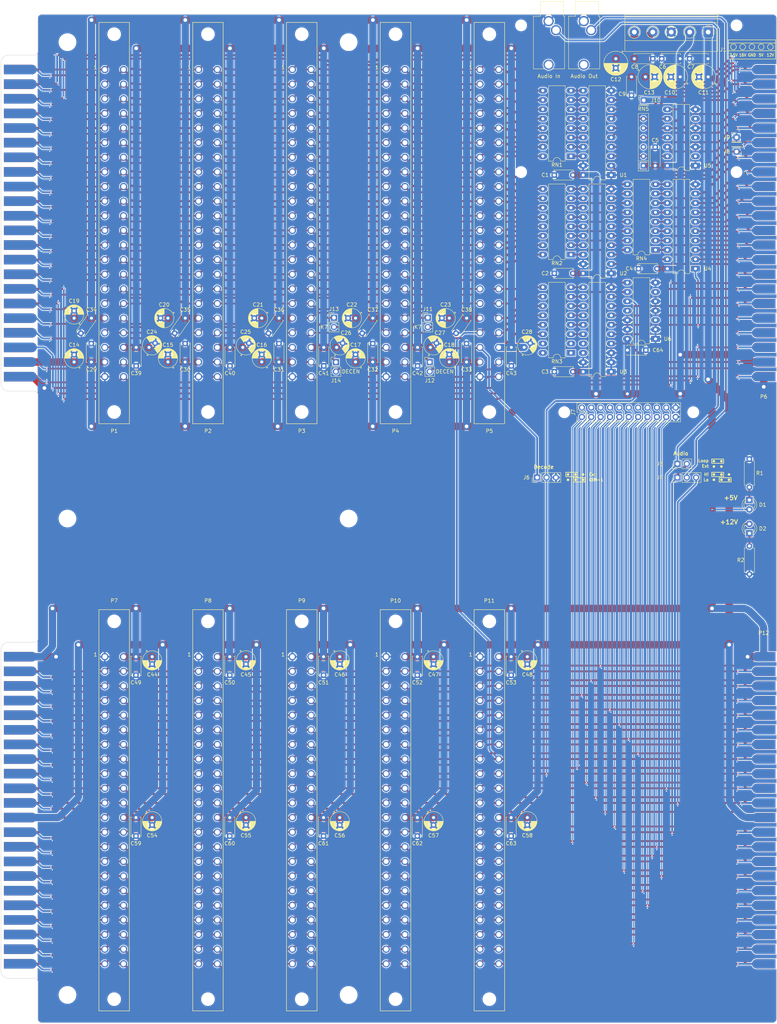
<source format=kicad_pcb>
(kicad_pcb (version 20221018) (generator pcbnew)
  (layers (0 "F.Cu" signal) (31 "B.Cu" signal) (34 "B.Paste" user) (35 "F.Paste" user) (36 "B.SilkS" user "B.Silkscreen") (37 "F.SilkS" user "F.Silkscreen") (38 "B.Mask" user) (39 "F.Mask" user) (44 "Edge.Cuts" user))
  (net 0 "")
  (net 1 "GND")
  (net 2 "+5V")
  (net 3 "+7.5V_RAW")
  (net 4 "+16V_RAW")
  (net 5 "+12V")
  (net 6 "/AUD_H")
  (net 7 "/AUDIN")
  (net 8 "/AUD_L")
  (net 9 "/DECEN")
  (net 10 "/KBD_R")
  (net 11 "/PTR")
  (net 12 "/SYNC")
  (net 13 "/~{RDY}")
  (net 14 "/Ø1")
  (net 15 "/~{IRQ}")
  (net 16 "/~{NMI}")
  (net 17 "/K6")
  (net 18 "/SST")
  (net 19 "/Ø2")
  (net 20 "/R{slash}~{W}")
  (net 21 "/~{R}{slash}W")
  (net 22 "/PLL")
  (net 23 "/~{Ø2}")
  (net 24 "/RAMRW")
  (net 25 "/PA3")
  (net 26 "/PA2")
  (net 27 "/PA1")
  (net 28 "/PA4")
  (net 29 "/PA5")
  (net 30 "/PA6")
  (net 31 "/PA7")
  (net 32 "/PB0")
  (net 33 "/PB1")
  (net 34 "/PB2")
  (net 35 "/PB3")
  (net 36 "/PB4")
  (net 37 "/PA0")
  (net 38 "/PB7")
  (net 39 "/PB5")
  (net 40 "/ROW0")
  (net 41 "/COLF")
  (net 42 "/COLB")
  (net 43 "/COLE")
  (net 44 "/COLA")
  (net 45 "/COLD")
  (net 46 "/K0")
  (net 47 "/K1")
  (net 48 "/K2")
  (net 49 "/K3")
  (net 50 "/K4")
  (net 51 "/K5")
  (net 52 "/K7")
  (net 53 "/PTR_R")
  (net 54 "/ROW3")
  (net 55 "/COLG")
  (net 56 "/ROW2")
  (net 57 "/COLC")
  (net 58 "/ROW1")
  (net 59 "/PIN_2")
  (net 60 "/PIN_3")
  (net 61 "/PIN_16")
  (net 62 "/PIN_17")
  (net 63 "/BSYNC")
  (net 64 "/BRO")
  (net 67 "/BD7")
  (net 69 "/KBD")
  (net 70 "/BD6")
  (net 71 "/BD5")
  (net 72 "/BD4")
  (net 73 "/BD3")
  (net 74 "/BD2")
  (net 75 "/BD1")
  (net 76 "/BD0")
  (net 77 "/BA0")
  (net 78 "/BA1")
  (net 79 "/BA2")
  (net 80 "/BA3")
  (net 81 "/BA4")
  (net 82 "/BA5")
  (net 83 "/BA6")
  (net 84 "/BA7")
  (net 85 "/BA8")
  (net 86 "/BA9")
  (net 87 "/BA10")
  (net 88 "/BA11")
  (net 89 "/BA12")
  (net 90 "/BA13")
  (net 91 "/BA14")
  (net 92 "/BA15")
  (net 93 "/BØ2")
  (net 94 "/BR{slash}~{W}")
  (net 95 "/B~{R}{slash}W")
  (net 96 "/B~{Ø2}")
  (net 97 "/BRAMRW")
  (net 98 "/RO")
  (net 99 "/~{BIRQ}")
  (net 100 "/~{BNMI}")
  (net 101 "/D7")
  (net 102 "/D6")
  (net 103 "/D5")
  (net 104 "/D4")
  (net 105 "/D3")
  (net 106 "/D2")
  (net 107 "/D1")
  (net 108 "/D0")
  (net 109 "/A0")
  (net 110 "/A1")
  (net 111 "/A2")
  (net 112 "/A3")
  (net 113 "/A4")
  (net 114 "/A5")
  (net 115 "/A6")
  (net 116 "/A7")
  (net 117 "/A8")
  (net 118 "/A9")
  (net 119 "/A10")
  (net 120 "/A11")
  (net 121 "/A12")
  (net 122 "/A13")
  (net 123 "/A14")
  (net 124 "/A15")
  (net 125 "Net-(J4-Pin_2)")
  (net 127 "/BDECEN")
  (net 130 "Net-(RN3-R3.1)")
  (net 131 "Net-(RN3-R4.1)")
  (net 132 "Net-(RN3-R5.1)")
  (net 133 "Net-(RN3-R6.1)")
  (net 134 "Net-(RN3-R7.1)")
  (net 135 "Net-(RN3-R8.1)")
  (net 138 "Net-(RN4-R1.1)")
  (net 139 "Net-(RN4-R2.1)")
  (net 140 "Net-(RN4-R3.1)")
  (net 141 "Net-(RN4-R4.1)")
  (net 142 "Net-(RN4-R5.1)")
  (net 143 "Net-(RN4-R6.1)")
  (net 144 "Net-(RN4-R7.1)")
  (net 145 "Net-(RN4-R8.1)")
  (net 146 "Net-(RN2-R8.1)")
  (net 147 "Net-(RN2-R7.1)")
  (net 148 "Net-(RN2-R6.1)")
  (net 149 "Net-(RN2-R5.1)")
  (net 150 "Net-(RN2-R4.1)")
  (net 151 "Net-(RN2-R3.1)")
  (net 152 "Net-(RN2-R2.1)")
  (net 153 "Net-(RN2-R1.1)")
  (net 154 "Net-(RN1-R1.1)")
  (net 155 "Net-(RN1-R2.1)")
  (net 156 "Net-(RN1-R3.1)")
  (net 157 "Net-(RN1-R4.1)")
  (net 158 "Net-(RN1-R5.1)")
  (net 159 "Net-(RN1-R6.1)")
  (net 160 "Net-(RN1-R7.1)")
  (net 161 "Net-(RN1-R8.1)")
  (net 169 "/~{RES}")
  (net 170 "Net-(D1-K)")
  (net 171 "Net-(D2-K)")
  (net 175 "Net-(J12-Pin_2)")
  (net 176 "/BK7")
  (net 178 "Net-(J11-Pin_1)")
  (net 179 "Net-(U4-CE)")
  (net 182 "Net-(J12-Pin_1)")
  (footprint "Package_DIP:DIP-20_W7.62mm_LongPads" (layer "F.Cu") (at 208.26 100.47 180)
    (fp_text reference "U1")
    (fp_text value "74HCT541")
  )
  (footprint "Capacitor_THT:C_Disc_D5.0mm_W2.5mm_P5.00mm" (layer "F.Cu") (at 169.09 139.23 -125)
    (fp_text reference "C38")
    (fp_text value "100nF")
  )
  (footprint "CP_Radial_THT:CP_Radial_D6.3mm_P2.50mm" (layer "F.Cu") (at 226.93 73.88 180)
    (fp_text reference "C10")
    (fp_text value "100uF")
  )
  (footprint "KIM-1_Library:KIM_EDGE" (layer "F.Cu") (at 249.55 272.49)
    (fp_text reference "P12")
    (fp_text value "KIM-1")
  )
  (footprint "Package_DIP:DIP-20_W7.62mm_LongPads" (layer "F.Cu") (at 208.26 153.73 180)
    (fp_text reference "U3")
    (fp_text value "74HCT541")
  )
  (footprint "Capacitor_THT:C_Disc_D5.0mm_W2.5mm_P5.00mm" (layer "F.Cu") (at 155.74 230.91 -90)
    (fp_text reference "C52")
    (fp_text value "100nF")
  )
  (footprint "CP_Radial_THT:CP_Radial_D5.0mm_P2.00mm" (layer "F.Cu") (at 109.33 230.91 -90)
    (fp_text reference "C45")
    (fp_text value "47uF")
  )
  (footprint "CP_Radial_THT:CP_Radial_D5.0mm_P2.00mm" (layer "F.Cu") (at 159.28 147.15 35)
    (fp_text reference "C27")
    (fp_text value "47uF")
  )
  (footprint "CP_Radial_THT:CP_Radial_D5.0mm_P2.00mm" (layer "F.Cu") (at 139 151.08 90)
    (fp_text reference "C17")
    (fp_text value "47uF")
  )
  (footprint "Capacitor_THT:C_Disc_D5.0mm_W2.5mm_P5.00mm" (layer "F.Cu") (at 143.69 139.23 -125)
    (fp_text reference "C37")
    (fp_text value "100nF")
  )
  (footprint "MountingHole:MountingHole_4.3mm_M4" (layer "F.Cu") (at 137.14 193.5)
    (fp_text reference "" hide)
    (fp_text value "MountingHole_4.3mm_M4")
  )
  (footprint "KIM-1_Library:Jack_3.5mm_35RAPC2AVN4_Horizontal_CircularHoles" (layer "F.Cu") (at 191.29 58.8)
    (fp_text reference "J3" hide)
    (fp_text value "Audio In")
  )
  (footprint "Capacitor_THT:C_Disc_D5.0mm_W2.5mm_P5.00mm" (layer "F.Cu") (at 130.4 147.15 -90)
    (fp_text reference "C41")
    (fp_text value "100nF")
  )
  (footprint "CP_Radial_THT:CP_Radial_D6.3mm_P2.50mm" (layer "F.Cu") (at 234.5 73.88 180)
    (fp_text reference "C11")
    (fp_text value "100uF")
  )
  (footprint "Connector_PinHeader_2.54mm:PinHeader_1x03_P2.54mm_Vertical" (layer "F.Cu") (at 188.19 182.38 90)
    (fp_text reference "J6")
    (fp_text value "Decode")
  )
  (footprint "KIM-1_Library:KIM_CONN" (layer "F.Cu") (at 48.24 272.49)
    (fp_text reference "P14" hide)
    (fp_text value "KIM_APPL")
  )
  (footprint "Capacitor_THT:C_Disc_D5.0mm_W2.5mm_P5.00mm" (layer "F.Cu") (at 181.14 230.91 -90)
    (fp_text reference "C53")
    (fp_text value "100nF")
  )
  (footprint "MountingHole:MountingHole_2.7mm_M2.5" (layer "F.Cu") (at 242.18 99.68)
    (fp_text reference "REF**" hide)
    (fp_text value "MountingHole_2.7mm_M2.5")
  )
  (footprint "CP_Radial_THT:CP_Radial_D5.0mm_P2.00mm" (layer "F.Cu") (at 83.93 274.47 -90)
    (fp_text reference "C54")
    (fp_text value "47uF")
  )
  (footprint "Package_DIP:DIP-16_W7.62mm_LongPads" (layer "F.Cu") (at 220.24 120.75 180)
    (fp_text reference "RN4")
    (fp_text value "33R")
  )
  (footprint "Capacitor_THT:C_Disc_D5.0mm_W2.5mm_P5.00mm" (layer "F.Cu") (at 212.62 147.89)
    (fp_text reference "C64")
    (fp_text value "100nF")
  )
  (footprint "Capacitor_THT:C_Disc_D5.0mm_W2.5mm_P5.00mm" (layer "F.Cu") (at 92.86 151.11 90)
    (fp_text reference "C30")
    (fp_text value "100nF")
  )
  (footprint "Resistor_THT:R_Axial_DIN0207_L6.3mm_D2.5mm_P7.62mm_Horizontal" (layer "F.Cu") (at 245.67 200.93 -90)
    (fp_text reference "R2")
    (fp_text value "1K")
  )
  (footprint "MountingHole:MountingHole_2.7mm_M2.5" (layer "F.Cu") (at 242.18 59.95)
    (fp_text reference "REF**" hide)
    (fp_text value "MountingHole_2.7mm_M2.5")
  )
  (footprint "CP_Radial_THT:CP_Radial_D5.0mm_P2.00mm" (layer "F.Cu") (at 88.2 139.23 180)
    (fp_text reference "C20")
    (fp_text value "47uF")
  )
  (footprint "CP_Radial_THT:CP_Radial_D5.0mm_P2.00mm" (layer "F.Cu") (at 164.4 151.08 90)
    (fp_text reference "C18")
    (fp_text value "47uF")
  )
  (footprint "Capacitor_THT:C_Disc_D5.0mm_W2.5mm_P5.00mm" (layer "F.Cu") (at 220.16 97.92 90)
    (fp_text reference "C5")
    (fp_text value "100nF")
  )
  (footprint "Connector_PinHeader_2.54mm:PinHeader_1x02_P2.54mm_Vertical" (layer "F.Cu") (at 159.1 151.15)
    (fp_text reference "J12")
    (fp_text value "DECEN")
  )
  (footprint "LED_THT:LED_D3.0mm" (layer "F.Cu") (at 245.67 197.49 90)
    (fp_text reference "D2")
    (fp_text value "YELLOW")
  )
  (footprint "KIM-1_Library:EDAC-3.96-2x22" (layer "F.Cu") (at 99.04 272.49)
    (fp_text reference "P8")
    (fp_text value "EXP_BOARD")
  )
  (footprint "Capacitor_THT:C_Disc_D5.0mm_W2.5mm_P5.00mm" (layer "F.Cu") (at 79.6 147.15 -90)
    (fp_text reference "C39")
    (fp_text value "100nF")
  )
  (footprint "Capacitor_THT:C_Disc_D5.0mm_W2.5mm_P5.00mm" (layer "F.Cu") (at 221.91 68.97)
    (fp_text reference "C6")
    (fp_text value "100nF")
  )
  (footprint "CP_Radial_THT:CP_Radial_D5.0mm_P2.00mm" (layer "F.Cu") (at 139 139.23 180)
    (fp_text reference "C22")
    (fp_text value "47uF")
  )
  (footprint "CP_Radial_THT:CP_Radial_D5.0mm_P2.00mm" (layer "F.Cu") (at 62.8 151.11 90)
    (fp_text reference "C14")
    (fp_text value "47uF")
  )
  (footprint "KIM-1_Library:EDAC-3.96-2x22" (layer "F.Cu") (at 175.24 272.49)
    (fp_text reference "P11")
    (fp_text value "EXP_BOARD")
  )
  (footprint "CP_Radial_THT:CP_Radial_D5.0mm_P2.00mm" (layer "F.Cu") (at 83.08 147.15 35)
    (fp_text reference "C24")
    (fp_text value "47uF")
  )
  (footprint "TerminalBlock_Phoenix:TerminalBlock_Phoenix_MKDS-1,5-5_1x05_P5.00mm_Horizontal" (layer "F.Cu") (at 234.5 61.755 180)
    (fp_text reference "J1")
    (fp_text value "Power_Connector")
  )
  (footprint "CP_Radial_THT:CP_Radial_D5.0mm_P2.00mm" (layer "F.Cu") (at 108.48 147.15 35)
    (fp_text reference "C25")
    (fp_text value "47uF")
  )
  (footprint "Connector_PinHeader_2.54mm:PinHeader_1x01_P2.54mm_Vertical" (layer "F.Cu") (at 217.04 80.24)
    (fp_text reference "J10")
    (fp_text value "GND")
  )
  (footprint "MountingHole:MountingHole_4.3mm_M4" (layer "F.Cu") (at 137.14 64.5)
    (fp_text reference "" hide)
    (fp_text value "MountingHole_4.3mm_M4")
  )
  (footprint "CP_Radial_THT:CP_Radial_D5.0mm_P2.00mm" (layer "F.Cu") (at 185.53 274.47 -90)
    (fp_text reference "C58")
    (fp_text value "47uF")
  )
  (footprint "KIM-1_Library:EDAC-3.96-2x22" (layer "F.Cu") (at 73.64 113.49)
    (fp_text reference "P1")
    (fp_text value "EXP_BOARD")
  )
  (footprint "Capacitor_THT:C_Disc_D5.0mm_W2.5mm_P5.00mm" (layer "F.Cu") (at 79.54 230.91 -90)
    (fp_text reference "C49")
    (fp_text value "100nF")
  )
  (footprint "Resistor_THT:R_Axial_DIN0207_L6.3mm_D2.5mm_P7.62mm_Horizontal" (layer "F.Cu") (at 245.65 177.4 -90)
    (fp_text reference "R1")
    (fp_text value "330R")
  )
  (footprint "MountingHole:MountingHole_2.7mm_M2.5" (layer "F.Cu") (at 183.84 99.68)
    (fp_text reference "REF**" hide)
    (fp_text value "MountingHole_2.7mm_M2.5")
  )
  (footprint "Capacitor_THT:C_Disc_D5.0mm_W2.5mm_P5.00mm" (layer "F.Cu") (at 181.2 147.15 -90)
    (fp_text reference "C43")
    (fp_text value "100nF")
  )
  (footprint "MountingHole:MountingHole_2.7mm_M2.5" (layer "F.Cu") (at 195.54 164.71)
    (fp_text reference "REF**" hide)
    (fp_text value "MountingHole_2.7mm_M2.5")
  )
  (footprint "CP_Radial_THT:CP_Radial_D5.0mm_P2.00mm" (layer "F.Cu") (at 109.33 274.47 -90)
    (fp_text reference "C55")
    (fp_text value "47uF")
  )
  (footprint "KIM-1_Library:KIM_EDGE" (layer "F.Cu") (at 249.55 113.49)
    (fp_text reference "P6")
    (fp_text value "KIM-1")
  )
  (footprint "CP_Radial_THT:CP_Radial_D5.0mm_P2.00mm" (layer "F.Cu") (at 113.6 151.08 90)
    (fp_text reference "C16")
    (fp_text value "47uF")
  )
  (footprint "MountingHole:MountingHole_4.3mm_M4" (layer "F.Cu") (at 61 193.5)
    (fp_text reference "" hide)
    (fp_text value "MountingHole_4.3mm_M4")
  )
  (footprint "Capacitor_THT:C_Disc_D5.0mm_W2.5mm_P5.00mm" (layer "F.Cu") (at 67.46 151.11 90)
    (fp_text reference "C29")
    (fp_text value "100nF")
  )
  (footprint "MountingHole:MountingHole_4.3mm_M4" (layer "F.Cu") (at 61 64.5)
    (fp_text reference "" hide)
    (fp_text value "MountingHole_4.3mm_M4")
  )
  (footprint "Connector_PinHeader_2.54mm:PinHeader_1x02_P2.54mm_Vertical" (layer "F.Cu") (at 133.17 139.1)
    (fp_text reference "J13")
    (fp_text value "K7")
  )
  (footprint "KIM-1_Library:KIM_CONN" (layer "F.Cu") (at 48.24 113.49)
    (fp_text reference "P13" hide)
    (fp_text value "KIM_EXP")
  )
  (footprint "Package_DIP:DIP-16_W7.62mm_LongPads" (layer "F.Cu") (at 197.35 95.39 180)
    (fp_text reference "RN1")
    (fp_text value "33R")
  )
  (footprint "Capacitor_THT:C_Disc_D5.0mm_W2.5mm_P5.00mm" (layer "F.Cu") (at 105 147.15 -90)
    (fp_text reference "C40")
    (fp_text value "100nF")
  )
  (footprint "Capacitor_THT:C_Disc_D5.0mm_W2.5mm_P5.00mm" (layer "F.Cu") (at 79.54 274.47 -90)
    (fp_text reference "C59")
    (fp_text value "100nF")
  )
  (footprint "Capacitor_THT:C_Disc_D5.0mm_W2.5mm_P5.00mm" (layer "F.Cu") (at 197.84 100.47 180)
    (fp_text reference "C1")
    (fp_text value "100nF")
  )
  (footprint "KIM-1_Library:Jack_3.5mm_35RAPC2AVN4_Horizontal_CircularHoles" (layer "F.Cu") (at 200.81 58.8)
    (fp_text reference "J2" hide)
    (fp_text value "Audio Out")
  )
  (footprint "Capacitor_THT:C_Disc_D5.0mm_W2.5mm_P5.00mm" (layer "F.Cu") (at 118.26 151.11 90)
    (fp_text reference "C31")
    (fp_text value "100nF")
  )
  (footprint "KIM-1_Library:EDAC-3.96-2x22" (layer "F.Cu") (at 149.84 113.49)
    (fp_text reference "P4")
    (fp_text value "EXP_BOARD")
  )
  (footprint "CP_Radial_THT:CP_Radial_D5.0mm_P2.00mm" (layer "F.Cu") (at 113.6 139.23 180)
    (fp_text reference "C21")
    (fp_text value "47uF")
  )
  (footprint "CP_Radial_THT:CP_Radial_D5.0mm_P2.00mm" (layer "F.Cu") (at 134.73 274.47 -90)
    (fp_text reference "C56")
    (fp_text value "47uF")
  )
  (footprint "CP_Radial_THT:CP_Radial_D5.0mm_P2.00mm" (layer "F.Cu") (at 160.13 274.47 -90)
    (fp_text reference "C57")
    (fp_text value "47uF")
  )
  (footprint "CP_Radial_THT:CP_Radial_D5.0mm_P2.00mm" (layer "F.Cu") (at 83.93 230.91 -90)
    (fp_text reference "C44")
    (fp_text value "47uF")
  )
  (footprint "Capacitor_THT:C_Disc_D5.0mm_W2.5mm_P5.00mm" (layer "F.Cu") (at 143.66 151.11 90)
    (fp_text reference "C32")
    (fp_text value "100nF")
  )
  (footprint "Capacitor_THT:C_Disc_D5.0mm_W2.5mm_P5.00mm" (layer "F.Cu") (at 92.89 139.23 -125)
    (fp_text reference "C35")
    (fp_text value "100nF")
  )
  (footprint "Capacitor_THT:C_Disc_D5.0mm_W2.5mm_P5.00mm" (layer "F.Cu") (at 104.94 230.91 -90)
    (fp_text reference "C50")
    (fp_text value "100nF")
  )
  (footprint "Connector_PinHeader_2.54mm:PinHeader_1x02_P2.54mm_Vertical" (layer "F.Cu") (at 158.57 139.1)
    (fp_text reference "J11")
    (fp_text value "K7")
  )
  (footprint "Package_DIP:DIP-20_W7.62mm_LongPads" (layer "F.Cu") (at 208.26 127.1 180)
    (fp_text reference "U2")
    (fp_text value "74HCT541")
  )
  (footprint "Capacitor_THT:C_Disc_D5.0mm_W2.5mm_P5.00mm" (layer "F.Cu") (at 181.14 274.47 -90)
    (fp_text reference "C63")
    (fp_text value "100nF")
  )
  (footprint "Capacitor_THT:C_Disc_D5.0mm_W2.5mm_P5.00mm" (layer "F.Cu") (at 219.5 68.97 180)
    (fp_text reference "C8")
    (fp_text value "100nF")
  )
  (footprint "KIM-1_Library:EDAC-3.96-2x22" (layer "F.Cu") (at 73.64 272.49)
    (fp_text reference "P7")
    (fp_text value "EXP_BOARD")
  )
  (footprint "Capacitor_THT:C_Disc_D5.0mm_W2.5mm_P5.00mm" (layer "F.Cu") (at 220.64 125.83 180)
    (fp_text reference "C4")
    (fp_text value "100nF")
  )
  (footprint "MountingHole:MountingHole_4.3mm_M4" (layer "F.Cu") (at 61 322.5)
    (fp_text reference "" hide)
    (fp_text value "MountingHole_4.3mm_M4")
  )
  (footprint "Capacitor_THT:C_Disc_D5.0mm_W2.5mm_P5.00mm" (layer "F.Cu") (at 118.29 139.23 -125)
    (fp_text reference "C36")
    (fp_text value "100nF")
  )
  (footprint "CP_Radial_THT:CP_Radial_D5.0mm_P2.00mm" (layer "F.Cu") (at 62.8 139.23 90)
    (fp_text reference "C19")
    (fp_text value "47uF")
  )
  (footprint "LED_THT:LED_D3.0mm" (layer "F.Cu") (at 245.66 188.49 -90)
    (fp_text reference "D1")
    (fp_text value "RED")
  )
  (footprint "KIM-1_Library:EDAC-3.96-2x22" (layer "F.Cu") (at 124.44 113.49)
    (fp_text reference "P3")
    (fp_text value "EXP_BOARD")
  )
  (footprint "CP_Radial_THT:CP_Radial_D5.0mm_P2.00mm" (layer "F.Cu") (at 88.2 151.08 90)
    (fp_text reference "C15")
    (fp_text value "47uF")
  )
  (footprint "CP_Radial_THT:CP_Radial_D5.0mm_P2.00mm" (layer "F.Cu") (at 133.88 147.15 35)
    (fp_text reference "C26")
    (fp_text value "47uF")
  )
  (footprint "Capacitor_THT:C_Disc_D5.0mm_W2.5mm_P5.00mm" (layer "F.Cu") (at 197.84 153.73 180)
    (fp_text reference "C3")
    (fp_text value "100nF")
  )
  (footprint "Connector_PinHeader_2.54mm:PinHeader_1x01_P2.54mm_Vertical" (layer "F.Cu") (at 242.18 94.14 180)
    (fp_text reference "J8")
    (fp_text value "RESET")
  )
  (footprint "Connector_PinHeader_2.54mm:PinHeader_1x02_P2.54mm_Vertical" (layer "F.Cu") (at 133.7 151.15)
    (fp_text reference "J14")
    (fp_text value "DECEN")
  )
  (footprint "KIM-1_Library:EDAC-3.96-2x22" (layer "F.Cu") (at 175.24 113.49)
    (fp_text reference "P5")
    (fp_text value "EXP_BOARD")
  )
  (footprint "Capacitor_THT:C_Disc_D5.0mm_W2.5mm_P5.00mm" (layer "F.Cu") (at 155.8 147.15 -90)
    (fp_text reference "C42")
    (fp_text value "100nF")
  )
  (footprint "CP_Radial_THT:CP_Radial_D6.3mm_P2.50mm" (layer "F.Cu") (at 209.49 68.97 -90)
    (fp_text reference "C12")
    (fp_text value "100uF")
  )
  (footprint "Connector_PinHeader_2.54mm:PinHeader_1x03_P2.54mm_Vertical" (layer "F.Cu") (at 226.16 182.38 90)
    (fp_text reference "J4")
    (fp_text value "Audio HI/LO")
  )
  (footprint "Package_DIP:DIP-16_W7.62mm_LongPads" (layer "F.Cu") (at 197.35 122.02 180)
    (fp_text reference "RN2")
    (fp_text value "33R")
  )
  (footprint "MountingHole:MountingHole_2.7mm_M2.5" (layer "F.Cu") (at 183.84 59.95)
    (fp_text reference "REF**" hide)
    (fp_text value "MountingHole_2.7mm_M2.5")
  )
  (footprint "Package_DIP:DIP-20_W7.62mm_LongPads" (layer "F.Cu") (at 231.06 125.83 180)
    (fp_text reference "U4")
    (fp_text value "74LS245")
  )
  (footprint "Connector_PinHeader_2.54mm:PinHeader_1x01_P2.54mm_Vertical" (layer "F.Cu") (at 242.18 90.29)
    (fp_text reference "J9")
    (fp_text value "GND")
  )
  (footprint "Capacitor_THT:C_Disc_D5.0mm_W2.5mm_P5.00mm" (layer "F.Cu") (at 130.34 274.47 -90)
    (fp_text reference "C61")
    (fp_text value "100nF")
  )
  (footprint "Package_DIP:DIP-14_W7.62mm_LongPads" (layer "F.Cu") (at 220.24 144.84 180)
    (fp_text reference "U6")
    (fp_text value "74LS00")
  )
  (footprint "Capacitor_THT:C_Disc_D5.0mm_W2.5mm_P5.00mm" (layer "F.Cu") (at 197.84 127.1 180)
    (fp_text reference "C2")
    (fp_text value "100nF")
  )
  (footprint "CP_Radial_THT:CP_Radial_D6.3mm_P2.50mm" (layer "F.Cu") (at 217.5 73.88)
    (fp_text reference "C13")
    (fp_text value "100uF")
  )
  (footprint "KIM-1_Library:EDAC-3.96-2x22" (layer "F.Cu") (at 149.84 272.49)
    (fp_text reference "P10")
    (fp_text value "EXP_BOARD")
  )
  (footprint "Capacitor_THT:C_Disc_D5.0mm_W2.5mm_P5.00mm" (layer "F.Cu") (at 213.74 78.88 90)
    (fp_text reference "C9")
    (fp_text value "100nF")
  )
  (footprint "MountingHole:MountingHole_4.3mm_M4" (layer "F.Cu") (at 137.14 322.5)
    (fp_text reference "" hide)
    (fp_text value "MountingHole_4.3mm_M4")
  )
  (footprint "Package_DIP:DIP-16_W7.62mm_LongPads" (layer "F.Cu") (at 197.35 148.64 180)
    (fp_text reference "RN3")
    (fp_text value "33R")
  )
  (footprint "Package_DIP:DIP-14_W7.62mm_LongPads" (layer "F.Cu") (at 231.06 97.93 180)
    (fp_text reference "U5")
    (fp_text value "74LS07")
  )
  (footprint "KIM-1_Library:EDAC-3.96-2x22" (layer "F.Cu") (at 124.44 272.49)
    (fp_text reference "P9")
    (fp_text value "EXP_BOARD")
  )
  (footprint "Connector_PinHeader_2.54mm:PinHeader_1x02_P2.54mm_Vertical" (layer "F.Cu") (at 226.16 178.68 90)
    (fp_text reference "J5")
    (fp_text value "Audio Loop")
  )
  (footprint "CP_Radial_THT:CP_Radial_D5.0mm_P2.00mm" (layer "F.Cu") (at 185.53 230.91 -90)
    (fp_text reference "C48")
    (fp_text value "47uF")
  )
  (footprint "Capacitor_THT:C_Disc_D5.0mm_W2.5mm_P5.00mm" (layer "F.Cu") (at 130.34 230.91 -90)
    (fp_text reference "C51")
    (fp_text value "100nF")
  )
  (footprint "Capacitor_THT:C_Disc_D5.0mm_W2.5mm_P5.00mm" (layer "F.Cu") (at 104.94 274.47 -90)
    (fp_text reference "C60")
    (fp_text value "100nF")
  )
  (footprint "Capacitor_THT:C_Disc_D5.0mm_W2.5mm_P5.00mm" (layer "F.Cu") (at 169.06 151.11 90)
    (fp_text reference "C33")
    (fp_text value "100nF")
  )
  (footprint "CP_Radial_THT:CP_Radial_D5.0mm_P2.00mm" (layer "F.Cu") (at 160.13 230.91 -90)
    (fp_text reference "C47")
    (fp_text value "47uF")
  )
  (footprint "MountingHole:MountingHole_2.7mm_M2.5" (layer "F.Cu") (at 230.47 164.71)
    (fp_text reference "REF**" hide)
    (fp_text value "MountingHole_2.7mm_M2.5")
  )
  (footprint "Capacitor_THT:C_Disc_D5.0mm_W2.5mm_P5.00mm" (layer "F.Cu") (at 155.74 274.47 -90)
    (fp_text reference "C62")
    (fp_text value "100nF")
  )
  (footprint "Resistor_THT:R_Array_SIP6" (layer "F.Cu") (at 216.96 97.93 90)
    (fp_text reference "RN5")
    (fp_text value "3K3")
  )
  (footprint "CP_Radial_THT:CP_Radial_D5.0mm_P2.00mm" (layer "F.Cu") (at 184.68 147.15 35)
    (fp_text reference "C28")
    (fp_text value "47uF")
  )
  (footprint "PinHeader_Round_Pin:PinHeader_2x11_P2.54mm_Vertical" (layer "F.Cu") (at 200.3 165.98 90)
    (fp_text reference "J7")
    (fp_text value "Daughterboard")
  )
  (footprint "Capacitor_THT:C_Disc_D5.0mm_W2.5mm_P5.00mm" (layer "F.Cu") (at 229.46 68.97)
    (fp_text reference "C7")
    (fp_text value "100nF")
  )
  (footprint "KIM-1_Library:EDAC-3.96-2x22" (layer "F.Cu") (at 99.04 113.49)
    (fp_text reference "P2")
    (fp_text value "EXP_BOARD")
  )
  (footprint "CP_Radial_THT:CP_Radial_D5.0mm_P2.00mm" (layer "F.Cu") (at 164.4 139.23 180)
    (fp_text reference "C23")
    (fp_text value "47uF")
  )
  (footprint "Capacitor_THT:C_Disc_D5.0mm_W2.5mm_P5.00mm" (layer "F.Cu") (at 67.49 139.23 -125)
    (fp_text reference "C34")
    (fp_text value "100nF")
  )
  (footprint "CP_Radial_THT:CP_Radial_D5.0mm_P2.00mm" (layer "F.Cu") (at 134.73 230.91 -90)
    (fp_text reference "C46")
    (fp_text value "47uF")
  )
  (gr_circle (center 198.58 181.56) (end 198.93 181.56) (fill solid) (layer "F.SilkS"))
  (gr_circle (center 200.62 181.56) (end 200.97 181.56) (fill solid) (layer "F.SilkS"))
  (gr_circle (center 236.05 183.01) (end 236.4 183.01) (fill solid) (layer "F.SilkS"))
  (gr_circle (center 236.05 179.41) (end 236.4 179.41) (fill solid) (layer "F.SilkS"))
  (gr_rect (start 235.47 177.38) (end 238.6875 178.54) (stroke (width 0.2)) (fill none) (layer "F.SilkS"))
  (gr_circle (center 238.09 179.41) (end 238.44 179.41) (fill solid) (layer "F.SilkS"))
  (gr_circle (center 240.13 181.56) (end 240.48 181.56) (fill solid) (layer "F.SilkS"))
  (gr_rect (start 239.96 63.87) (end 252.73 69.06) (stroke (width 0.15)) (fill none) (layer "F.SilkS"))
  (gr_line (start 239.96 64.73) (end 252.73 64.74) (stroke (width 0.15)) (layer "F.SilkS"))
  (gr_rect (start 237.49 182.44) (end 240.71 183.59) (stroke (width 0.2)) (fill none) (layer "F.SilkS"))
  (gr_circle (center 251.35 65.77) (end 252.121038 65.77) (stroke (width 0.15)) (fill none) (layer "F.SilkS"))
  (gr_circle (center 248.85 65.77) (end 249.621038 65.77) (stroke (width 0.15)) (fill none) (layer "F.SilkS"))
  (gr_rect (start 235.47 180.98) (end 238.68 182.14) (stroke (width 0.2)) (fill none) (layer "F.SilkS"))
  (gr_circle (center 198.58 183.01) (end 198.93 183.01) (fill solid) (layer "F.SilkS"))
  (gr_circle (center 238.09 181.56) (end 238.44 181.56) (fill solid) (layer "F.SilkS"))
  (gr_circle (center 238.09 177.96) (end 238.44 177.96) (fill solid) (layer "F.SilkS"))
  (gr_circle (center 241.35 65.77) (end 242.121038 65.77) (stroke (width 0.15)) (fill none) (layer "F.SilkS"))
  (gr_line (start 239.96 66.82) (end 252.73 66.81) (stroke (width 0.15)) (layer "F.SilkS"))
  (gr_circle (center 196.54 181.56) (end 196.89 181.56) (fill solid) (layer "F.SilkS"))
  (gr_circle (center 243.85 65.77) (end 244.621038 65.77) (stroke (width 0.15)) (fill none) (layer "F.SilkS"))
  (gr_circle (center 196.54 183.01) (end 196.89 183.01) (fill solid) (layer "F.SilkS"))
  (gr_circle (center 236.05 177.96) (end 236.4 177.96) (fill solid) (layer "F.SilkS"))
  (gr_rect (start 197.98 182.44) (end 201.2 183.59) (stroke (width 0.2)) (fill none) (layer "F.SilkS"))
  (gr_circle (center 236.05 181.56) (end 236.4 181.56) (fill solid) (layer "F.SilkS"))
  (gr_circle (center 200.62 183.01) (end 200.97 183.01) (fill solid) (layer "F.SilkS"))
  (gr_circle (center 238.09 183.01) (end 238.44 183.01) (fill solid) (layer "F.SilkS"))
  (gr_circle (center 240.13 183.01) (end 240.48 183.01) (fill solid) (layer "F.SilkS"))
  (gr_circle (center 246.35 65.77) (end 247.121038 65.77) (stroke (width 0.15)) (fill none) (layer "F.SilkS"))
  (gr_rect (start 195.96 180.98) (end 199.17 182.14) (stroke (width 0.2)) (fill none) (layer "F.SilkS"))
  (gr_line (start 53 67) (end 53 58) (stroke (width 0.1)) (layer "Edge.Cuts"))
  (gr_line (start 53 160) (end 53 226) (stroke (width 0.1)) (layer "Edge.Cuts"))
  (gr_line (start 53 319) (end 53 329) (stroke (width 0.1)) (layer "Edge.Cuts"))
  (gr_line (start 253 329) (end 253 58) (stroke (width 0.1)) (layer "Edge.Cuts"))
  (gr_line (start 43 157) (end 43 70) (stroke (width 0.1)) (layer "Edge.Cuts"))
  (gr_line (start 45 318) (end 52 318) (stroke (width 0.1)) (layer "Edge.Cuts"))
  (gr_arc (start 45 159) (mid 43.585786 158.414214) (end 43 157) (stroke (width 0.1)) (layer "Edge.Cuts"))
  (gr_arc (start 52 159) (mid 52.707107 159.292893) (end 53 160) (stroke (width 0.1)) (layer "Edge.Cuts"))
  (gr_arc (start 252 57) (mid 252.707107 57.292893) (end 253 58) (stroke (width 0.1)) (layer "Edge.Cuts"))
  (gr_arc (start 53 67) (mid 52.707136 67.707136) (end 52 68) (stroke (width 0.1)) (layer "Edge.Cuts"))
  (gr_arc (start 45 318) (mid 43.585786 317.414214) (end 43 316) (stroke (width 0.1)) (layer "Edge.Cuts"))
  (gr_line (start 54 330) (end 252 330) (stroke (width 0.1)) (layer "Edge.Cuts"))
  (gr_line (start 45 68) (end 52 68) (stroke (width 0.1)) (layer "Edge.Cuts"))
  (gr_arc (start 253 329) (mid 252.707136 329.707136) (end 252 330) (stroke (width 0.1)) (layer "Edge.Cuts"))
  (gr_line (start 52 227) (end 45 227) (stroke (width 0.1)) (layer "Edge.Cuts"))
  (gr_arc (start 53 226) (mid 52.707136 226.707136) (end 52 227) (stroke (width 0.1)) (layer "Edge.Cuts"))
  (gr_arc (start 53 58) (mid 53.292923 57.292923) (end 54 57) (stroke (width 0.1)) (layer "Edge.Cuts"))
  (gr_arc (start 52 318) (mid 52.707107 318.292893) (end 53 319) (stroke (width 0.1)) (layer "Edge.Cuts"))
  (gr_line (start 54 57) (end 252 57) (stroke (width 0.1)) (layer "Edge.Cuts"))
  (gr_line (start 43 229) (end 43 316) (stroke (width 0.1)) (layer "Edge.Cuts"))
  (gr_arc (start 54 330) (mid 53.292893 329.707107) (end 53 329) (stroke (width 0.1)) (layer "Edge.Cuts"))
  (gr_arc (start 43 229) (mid 43.585786 227.585786) (end 45 227) (stroke (width 0.1)) (layer "Edge.Cuts"))
  (gr_arc (start 43 70) (mid 43.585786 68.585786) (end 45 68) (stroke (width 0.1)) (layer "Edge.Cuts"))
  (gr_line (start 52 159) (end 45 159) (stroke (width 0.1)) (layer "Edge.Cuts"))
  (gr_text "Lo" (at 234.74 183.01) (layer "F.SilkS") (effects (font (size 0.8 0.8) (thickness 0.175) bold) (justify right)))
  (gr_text "16V" (at 243.85 67.98) (layer "F.SilkS") (effects (font (size 0.8 0.7) (thickness 0.15) bold)))
  (gr_text "Loop" (at 234.74 177.84) (layer "F.SilkS") (effects (font (size 0.8 0.8) (thickness 0.175) bold) (justify right)))
  (gr_text "Ext" (at 234.74 179.29) (layer "F.SilkS") (effects (font (size 0.8 0.8) (thickness 0.175) bold) (justify right)))
  (gr_text "12V" (at 251.35 67.98) (layer "F.SilkS") (effects (font (size 0.8 0.7) (thickness 0.15) bold)))
  (gr_text "Ext" (at 202.12 181.56) (layer "F.SilkS") (effects (font (size 0.8 0.8) (thickness 0.175) bold) (justify left)))
  (gr_text "Audio" (at 224.929444 175.88) (layer "F.SilkS") (effects (font (size 1 1) (thickness 0.2) bold) (justify left)))
  (gr_text "GND" (at 246.35 67.98) (layer "F.SilkS") (effects (font (size 0.8 0.7) (thickness 0.15) bold)))
  (gr_text "+12V" (at 242.7 194.45) (layer "F.SilkS") (effects (font (size 1.2 1.2) (thickness 0.24) bold) (justify right)))
  (gr_text "KIM-1" (at 202.12 183.01) (layer "F.SilkS") (effects (font (size 0.8 0.8) (thickness 0.175) bold) (justify left)))
  (gr_text "Hi" (at 234.74 181.56) (layer "F.SilkS") (effects (font (size 0.8 0.8) (thickness 0.175) bold) (justify right)))
  (gr_text "5V" (at 248.85 67.98) (layer "F.SilkS") (effects (font (size 0.8 0.7) (thickness 0.15) bold)))
  (gr_text "+5V" (at 242.59 187.89) (layer "F.SilkS") (effects (font (size 1.2 1.2) (thickness 0.24) bold) (justify right)))
  (gr_text "7.5V" (at 241.35 67.98) (layer "F.SilkS") (effects (font (size 0.8 0.7) (thickness 0.15) bold)))
  (segment (start 245.154802 230.91) (end 245.170604 230.894198) (width 2) (layer "F.Cu") (net 1))
  (segment (start 249.55 157.83) (end 249.55 155.07) (width 2) (layer "F.Cu") (net 1))
  (segment (start 48.24 230.91) (end 57.9 230.91) (width 2) (layer "F.Cu") (net 1))
  (segment (start 54.75 158.15) (end 51.67 155.07) (width 2) (layer "F.Cu") (net 1))
  (segment (start 249.55 230.91) (end 245.154802 230.91) (width 2) (layer "F.Cu") (net 1))
  (segment (start 51.67 155.07) (end 48.24 155.07) (width 2) (layer "F.Cu") (net 1))
  (via (at 56.89 316.3695) (size 0.6) (drill 0.3) (layers "F.Cu" "B.Cu") (net 1))
  (via (at 56.187173 82.1295) (size 0.6) (drill 0.3) (layers "F.Cu" "B.Cu") (net 1))
  (via (at 242.29 263.35) (size 0.6) (drill 0.3) (layers "F.Cu" "B.Cu") (net 1))
  (via (at 56.187173 97.9695) (size 0.6) (drill 0.3) (layers "F.Cu" "B.Cu") (net 1))
  (via (at 56.89 304.4895) (size 0.6) (drill 0.3) (layers "F.Cu" "B.Cu") (net 1))
  (via (at 57.9 230.91) (size 2) (drill 1) (layers "F.Cu" "B.Cu") (net 1))
  (via (at 56.89 256.9695) (size 0.6) (drill 0.3) (layers "F.Cu" "B.Cu") (net 1))
  (via (at 56.187173 133.6095) (size 0.6) (drill 0.3) (layers "F.Cu" "B.Cu") (net 1))
  (via (at 226.24 271.31) (size 0.6) (drill 0.3) (layers "F.Cu" "B.Cu") (net 1))
  (via (at 56.187173 145.4895) (size 0.6) (drill 0.3) (layers "F.Cu" "B.Cu") (net 1))
  (via (at 56.89 245.0895) (size 0.6) (drill 0.3) (layers "F.Cu" "B.Cu") (net 1))
  (via (at 56.89 268.8495) (size 0.6) (drill 0.3) (layers "F.Cu" "B.Cu") (net 1))
  (via (at 242.88 155.8195) (size 0.6) (drill 0.3) (layers "F.Cu" "B.Cu") (net 1))
  (via (at 242.88 116.2195) (size 0.6) (drill 0.3) (layers "F.Cu" "B.Cu") (net 1))
  (via (at 243.621912 271.2595) (size 0.6) (drill 0.3) (layers "F.Cu" "B.Cu") (net 1))
  (via (at 56.89 292.6095) (size 0.6) (drill 0.3) (layers "F.Cu" "B.Cu") (net 1))
  (via (at 56.89 264.8895) (size 0.6) (drill 0.3) (layers "F.Cu" "B.Cu") (net 1))
  (via (at 203.12 238.0295) (size 0.6) (drill 0.3) (layers "F.Cu" "B.Cu") (net 1))
  (via (at 56.187173 125.6895) (size 0.6) (drill 0.3) (layers "F.Cu" "B.Cu") (net 1))
  (via (at 56.187173 94.0095) (size 0.6) (drill 0.3) (layers "F.Cu" "B.Cu") (net 1))
  (via (at 56.89 284.6895) (size 0.6) (drill 0.3) (layers "F.Cu" "B.Cu") (net 1))
  (via (at 242.29 310.87) (size 0.6) (drill 0.3) (layers "F.Cu" "B.Cu") (net 1))
  (via (at 217.14 295.0195) (size 0.6) (drill 0.3) (layers "F.Cu" "B.Cu") (net 1))
  (via (at 242.29 283.15) (size 0.6) (drill 0.3) (layers "F.Cu" "B.Cu") (net 1))
  (via (at 190.73 263.389503) (size 0.6) (drill 0.3) (layers "F.Cu" "B.Cu") (net 1))
  (via (at 242.88 136.0195) (size 0.6) (drill 0.3) (layers "F.Cu" "B.Cu") (net 1))
  (via (at 210.75 249.9095) (size 0.6) (drill 0.3) (layers "F.Cu" "B.Cu") (net 1))
  (via (at 242.29 267.31) (size 0.6) (drill 0.3) (layers "F.Cu" "B.Cu") (net 1))
  (via (at 56.187173 117.7695) (size 0.6) (drill 0.3) (layers "F.Cu" "B.Cu") (net 1))
  (via (at 242.89 120.21) (size 0.6) (drill 0.3) (layers "F.Cu" "B.Cu") (net 1))
  (via (at 56.89 300.5295) (size 0.6) (drill 0.3) (layers "F.Cu" "B.Cu") (net 1))
  (via (at 242.88 151.8595) (size 0.6) (drill 0.3) (layers "F.Cu" "B.Cu") (net 1))
  (via (at 229.7 132.92) (size 0.6) (drill 0.3) (layers "F.Cu" "B.Cu") (net 1))
  (via (at 205.6 234.08) (size 0.6) (drill 0.3) (layers "F.Cu" "B.Cu") (net 1))
  (via (at 242.29 298.99) (size 0.6) (drill 0.3) (layers "F.Cu" "B.Cu") (net 1))
  (via (at 229.68 156.9) (size 0.6) (drill 0.3) (layers "F.Cu" "B.Cu") (net 1))
  (via (at 242.29 279.19) (size 0.6) (drill 0.3) (layers "F.Cu" "B.Cu") (net 1))
  (via (at 56.89 280.7295) (size 0.6) (drill 0.3) (layers "F.Cu" "B.Cu") (net 1))
  (via (at 242.29 295.03) (size 0.6) (drill 0.3) (layers "F.Cu" "B.Cu") (net 1))
  (via (at 242.88 104.3395) (size 0.6) (drill 0.3) (layers "F.Cu" "B.Cu") (net 1))
  (via (at 56.187173 113.8095) (size 0.6) (drill 0.3) (layers "F.Cu" "B.Cu") (net 1))
  (via (at 56.89 296.5695) (size 0.6) (drill 0.3) (layers "F.Cu" "B.Cu") (net 1))
  (via (at 55.38 155.82) (size 0.6) (drill 0.3) (layers "F.Cu" "B.Cu") (net 1))
  (via (at 56.888014 271.3105) (size 0.6) (drill 0.3) (layers "F.Cu" "B.Cu") (net 1))
  (via (at 224.74 279.24) (size 0.6) (drill 0.3) (layers "F.Cu" "B.Cu") (net 1))
  (via (at 56.187173 105.8895) (size 0.6) (drill 0.3) (layers "F.Cu" "B.Cu") (net 1))
  (via (at 56.89 249.0495) (size 0.6) (drill 0.3) (layers "F.Cu" "B.Cu") (net 1))
  (via (at 242.03 81.67) (size 0.6) (drill 0.3) (layers "F.Cu" "B.Cu") (net 1))
  (via (at 242.29 255.43) (size 0.6) (drill 0.3) (layers "F.Cu" "B.Cu") (net 1))
  (via (at 242.88 96.4195) (size 0.6) (drill 0.3) (layers "F.Cu" "B.Cu") (net 1))
  (via (at 242.29 235.63) (size 0.6) (drill 0.3) (layers "F.Cu" "B.Cu") (net 1))
  (via (at 56.187173 109.8495) (size 0.6) (drill 0.3) (layers "F.Cu" "B.Cu") (net 1))
  (via (at 206.63 273.72) (size 0.6) (drill 0.3) (layers "F.Cu" "B.Cu") (net 1))
  (via (at 242.88 128.0995) (size 0.6) (drill 0.3) (layers "F.Cu" "B.Cu") (net 1))
  (via (at 242.96 76.66) (size 0.6) (drill 0.3) (layers "F.Cu" "B.Cu") (net 1))
  (via (at 242.88 139.9795) (size 0.6) (drill 0.3) (layers "F.Cu" "B.Cu") (net 1))
  (via (at 242.96 72.7) (size 0.6) (drill 0.3) (layers "F.Cu" "B.Cu") (net 1))
  (via (at 231.63 155.78) (size 0.6) (drill 0.3) (layers "F.Cu" "B.Cu") (net 1))
  (via (at 209.43 277.63) (size 0.6) (drill 0.3) (layers "F.Cu" "B.Cu") (net 1))
  (via (at 59.99 130.5) (size 0.6) (drill 0.3) (layers "F.Cu" "B.Cu") (net 1))
  (via (at 56.187173 78.1695) (size 0.6) (drill 0.3) (layers "F.Cu" "B.Cu") (net 1))
  (via (at 223.21 267.34) (size 0.6) (drill 0.3) (layers "F.Cu" "B.Cu") (net 1))
  (via (at 242.03 85.63) (size 0.6) (drill 0.3) (layers "F.Cu" "B.Cu") (net 1))
  (via (at 242.29 243.55) (size 0.6) (drill 0.3) (layers "F.Cu" "B.Cu") (net 1))
  (via (at 242.29 259.39) (size 0.6) (drill 0.3) (layers "F.Cu" "B.Cu") (net 1))
  (via (at 200.5 242.01) (size 0.6) (drill 0.3) (layers "F.Cu" "B.Cu") (net 1))
  (via (at 56.187173 90.0495) (size 0.6) (drill 0.3) (layers "F.Cu" "B.Cu") (net 1))
  (via (at 211.82 289.55) (size 0.6) (drill 0.3) (layers "F.Cu" "B.Cu") (net 1))
  (via (at 245.17 230.91) (size 2) (drill 1) (layers "F.Cu" "B.Cu") (net 1))
  (via (at 215.78 257.83) (size 0.6) (drill 0.3) (layers "F.Cu" "B.Cu") (net 1))
  (via (at 242.29 247.51) (size 0.6) (drill 0.3) (layers "F.Cu" "B.Cu") (net 1))
  (via (at 242.29 239.59) (size 0.6) (drill 0.3) (layers "F.Cu" "B.Cu") (net 1))
  (via (at 242.41 69.84) (size 0.6) (drill 0.3) (layers "F.Cu" "B.Cu") (net 1))
  (via (at 56.89 308.4495) (size 0.6) (drill 0.3) (layers "F.Cu" "B.Cu") (net 1))
  (via (at 244.29 93.34) (size 0.6) (drill 0.3) (layers "F.Cu" "B.Cu") (net 1))
  (via (at 219.33 285.6) (size 0.6) (drill 0.3) (layers "F.Cu" "B.Cu") (net 1))
  (via (at 240.05 74.87) (size 0.6) (drill 0.3) (layers "F.Cu" "B.Cu") (net 1))
  (via (at 204.29 269.73) (size 0.6) (drill 0.3) (layers "F.Cu" "B.Cu") (net 1))
  (via (at 242.88 143.9395) (size 0.6) (drill 0.3) (layers "F.Cu" "B.Cu") (net 1))
  (via (at 242.88 112.2595) (size 0.6) (drill 0.3) (layers "F.Cu" "B.Cu") (net 1))
  (via (at 56.187173 101.9295) (size 0.6) (drill 0.3) (layers "F.Cu" "B.Cu") (net 1))
  (via (at 224.4 128.95) (size 0.6) (drill 0.3) (layers "F.Cu" "B.Cu") (net 1))
  (via (at 231.63 146.34) (size 0.6) (drill 0.3) (layers "F.Cu" "B.Cu") (net 1))
  (via (at 218.04 299.039503) (size 0.6) (drill 0.3) (layers "F.Cu" "B.Cu") (net 1))
  (via (at 214.35 309.36) (size 0.6) (drill 0.3) (layers "F.Cu" "B.Cu") (net 1))
  (via (at 56.187173 121.7295) (size 0.6) (drill 0.3) (layers "F.Cu" "B.Cu") (net 1))
  (via (at 58.52 160.42) (size 0.6) (drill 0.3) (layers "F.Cu" "B.Cu") (net 1))
  (via (at 60.56 79.86) (size 0.6) (drill 0.3) (layers "F.Cu" "B.Cu") (net 1))
  (via (at 242.27 146.4) (size 0.6) (drill 0.3) (layers "F.Cu" "B.Cu") (net 1))
  (via (at 221.86 291.11) (size 0.6) (drill 0.3) (layers "F.Cu" "B.Cu") (net 1))
  (via (at 56.187173 141.5295) (size 0.6) (drill 0.3) (layers "F.Cu" "B.Cu") (net 1))
  (via (at 242.29 251.47) (size 0.6) (drill 0.3) (layers "F.Cu" "B.Cu") (net 1))
  (via (at 59.21 68.95) (size 0.6) (drill 0.3) (layers "F.Cu" "B.Cu") (net 1))
  (via (at 242.29 302.95) (size 0.6) (drill 0.3) (layers "F.Cu" "B.Cu") (net 1))
  (via (at 56.187173 86.0895) (size 0.6) (drill 0.3) (layers "F.Cu" "B.Cu") (net 1))
  (via (at 59.99 161.93) (size 0.6) (drill 0.3) (layers "F.Cu" "B.Cu") (net 1))
  (via (at 241.66 68.46) (size 0.6) (drill 0.3) (layers "F.Cu" "B.Cu") (net 1))
  (via (at 245.178716 100.3795) (size 0.6) (drill 0.3) (layers "F.Cu" "B.Cu") (net 1))
  (via (at 241.15 78.36) (size 0.6) (drill 0.3) (layers "F.Cu" "B.Cu") (net 1))
  (via (at 242.88 108.2995) (size 0.6) (drill 0.3) (layers "F.Cu" "B.Cu") (net 1))
  (via (at 56.187173 137.5695) (size 0.6) (drill 0.3) (layers "F.Cu" "B.Cu") (net 1))
  (via (at 56.89 288.6495) (size 0.6) (drill 0.3) (layers "F.Cu" "B.Cu") (net 1))
  (via (at 242.88 88.4995) (size 0.6) (drill 0.3) (layers "F.Cu" "B.Cu") (net 1))
  (via (at 242.29 291.07) (size 0.6) (drill 0.3) (layers "F.Cu" "B.Cu") (net 1))
  (via (at 213.27 253.87) (size 0.6) (drill 0.3) (layers "F.Cu" "B.Cu") (net 1))
  (via (at 56.89 237.1695) (size 0.6) (drill 0.3) (layers "F.Cu" "B.Cu") (net 1))
  (via (at 56.89 241.1295) (size 0.6) (drill 0.3) (layers "F.Cu" "B.Cu") (net 1))
  (via (at 208.15 245.96) (size 0.6) (drill 0.3) (layers "F.Cu" "B.Cu") (net 1))
  (via (at 56.187173 74.2095) (size 0.6) (drill 0.3) (layers "F.Cu" "B.Cu") (net 1))
  (via (at 220.58 283.18) (size 0.6) (drill 0.3) (layers "F.Cu" "B.Cu") (net 1))
  (via (at 57.4 67.96) (size 0.6) (drill 0.3) (layers "F.Cu" "B.Cu") (net 1))
  (via (at 224.77 157.91) (size 0.6) (drill 0.3) (layers "F.Cu" "B.Cu") (net 1))
  (via (at 249.55 157.83) (size 2) (drill 1) (layers "F.Cu" "B.Cu") (net 1))
  (via (at 242.29 306.91) (size 0.6) (drill 0.3) (layers "F.Cu" "B.Cu") (net 1))
  (via (at 58.66 76.1) (size 0.6) (drill 0.3) (layers "F.Cu" "B.Cu") (net 1))
  (via (at 57.06 158.92) (size 0.6) (drill 0.3) (layers "F.Cu" "B.Cu") (net 1))
  (via (at 242.88 124.1395) (size 0.6) (drill 0.3) (layers "F.Cu" "B.Cu") (net 1))
  (via (at 55.39 153.71) (size 0.6) (drill 0.3) (layers "F.Cu" "B.Cu") (net 1))
  (via (at 201.8 265.76) (size 0.6) (drill 0.3) (layers "F.Cu" "B.Cu") (net 1))
  (via (at 231.76 141.84) (size 0.6) (drill 0.3) (layers "F.Cu" "B.Cu") (net 1))
  (via (at 58.51 134.47) (size 0.6) (drill 0.3) (layers "F.Cu" "B.Cu") (net 1))
  (via (at 54.75 158.15) (size 2) (drill 1) (layers "F.Cu" "B.Cu") (net 1))
  (via (at 197.81 281.64) (size 0.6) (drill 0.3) (layers "F.Cu" "B.Cu") (net 1))
  (via (at 56.89 260.9295) (size 0.6) (drill 0.3) (layers "F.Cu" "B.Cu") (net 1))
  (via (at 199.6145 260.2905) (size 0.6) (drill 0.3) (layers "F.Cu" "B.Cu") (net 1))
  (via (at 242.29 287.11) (size 0.6) (drill 0.3) (layers "F.Cu" "B.Cu") (net 1))
  (via (at 56.187173 129.6495) (size 0.6) (drill 0.3) (layers "F.Cu" "B.Cu") (net 1))
  (via (at 56.89 253.0095) (size 0.6) (drill 0.3) (layers "F.Cu" "B.Cu") (net 1))
  (via (at 242.88 132.0595) (size 0.6) (drill 0.3) (layers "F.Cu" "B.Cu") (net 1))
  (via (at 242.29 314.83) (size 0.6) (drill 0.3) (layers "F.Cu" "B.Cu") (net 1))
  (via (at 56.89 312.4095) (size 0.6) (drill 0.3) (layers "F.Cu" "B.Cu") (net 1))
  (segment (start 235.55 217.83) (end 235.55 164.882641) (width 2) (layer "F.Cu") (net 2))
  (segment (start 226.93 159.72) (end 187.652641 159.72) (width 2) (layer "F.Cu") (net 2))
  (segment (start 62.8 151.11) (end 48.24 151.11) (width 2) (layer "F.Cu") (net 2))
  (segment (start 223.44 97.93) (end 220.16 97.93) (width 1.6) (layer "F.Cu") (net 2))
  (segment (start 197.84 100.47) (end 200.64 100.47) (width 1.6) (layer "F.Cu") (net 2))
  (segment (start 62.8 151.11) (end 71.1 151.11) (width 2) (layer "F.Cu") (net 2))
  (segment (start 249.55 151.11) (end 245.853301 151.11) (width 2) (layer "F.Cu") (net 2))
  (segment (start 185.53132 160.59868) (end 178.478679 167.651321) (width 2) (layer "F.Cu") (net 2))
  (segment (start 101.58 230.91) (end 109.33 230.91) (width 2) (layer "F.Cu") (net 2))
  (segment (start 126.98 230.91) (end 134.73 230.91) (width 2) (layer "F.Cu") (net 2))
  (segment (start 197.84 153.73) (end 200.64 153.73) (width 1.6) (layer "F.Cu") (net 2))
  (segment (start 216.97 97.93) (end 216.96 97.92) (width 1.6) (layer "F.Cu") (net 2))
  (segment (start 144.04 151.11) (end 147.3 151.11) (width 2) (layer "F.Cu") (net 2))
  (segment (start 244.439087 150.524213) (end 243.63066 149.715786) (width 2) (layer "F.Cu") (net 2))
  (segment (start 76.18 230.91) (end 83.93 230.91) (width 2) (layer "F.Cu") (net 2))
  (segment (start 113.6 151.08) (end 118.61 151.08) (width 2) (layer "F.Cu") (net 2))
  (segment (start 177.78 230.91) (end 185.53 230.91) (width 2) (layer "F.Cu") (net 2))
  (segment (start 93.24 151.11) (end 96.5 151.11) (width 2) (layer "F.Cu") (net 2))
  (segment (start 220.64 125.83) (end 223.44 125.83) (width 1.6) (layer "F.Cu") (net 2))
  (segment (start 234.67132 162.76132) (end 232.508679 160.598679) (width 2) (layer "F.Cu") (net 2))
  (segment (start 235.55 217.83) (end 56.94 217.83) (width 2) (layer "F.Cu") (net 2))
  (segment (start 197.84 127.1) (end 200.64 127.1) (width 1.6) (layer "F.Cu") (net 2))
  (segment (start 139 151.08) (end 144.01 151.08) (width 2) (layer "F.Cu") (net 2))
  (segment (start 230.387359 159.72) (end 226.93 159.72) (width 2) (layer "F.Cu") (net 2))
  (segment (start 118.64 151.11) (end 121.9 151.11) (width 2) (layer "F.Cu") (net 2))
  (segment (start 169.44 151.11) (end 172.7 151.11) (width 2) (layer "F.Cu") (net 2))
  (segment (start 164.4 151.08) (end 169.41 151.08) (width 2) (layer "F.Cu") (net 2))
  (segment (start 152.38 230.91) (end 160.13 230.91) (width 2) (layer "F.Cu") (net 2))
  (segment (start 242.216447 149.13) (end 226.93 149.13) (width 2) (layer "F.Cu") (net 2))
  (segment (start 220.16 97.93) (end 216.97 97.93) (width 1.6) (layer "F.Cu") (net 2))
  (segment (start 176.357359 168.53) (end 67.46 168.53) (width 2) (layer "F.Cu") (net 2))
  (segment (start 88.2 151.08) (end 93.21 151.08) (width 2) (layer "F.Cu") (net 2))
  (via (at 143.66 168.53) (size 2) (drill 1) (layers "F.Cu" "B.Cu") (net 2))
  (via (at 155.74 217.83) (size 2) (drill 1) (layers "F.Cu" "B.Cu") (net 2))
  (via (at 169.06 168.53) (size 2) (drill 1) (layers "F.Cu" "B.Cu") (net 2))
  (via (at 226.93 149.13) (size 2) (drill 1) (layers "F.Cu" "B.Cu") (net 2))
  (via (at 212.62 159.72) (size 1.6) (drill 0.8) (layers "F.Cu" "B.Cu") (net 2))
  (via (at 181.14 217.83) (size 2) (drill 1) (layers "F.Cu" "B.Cu") (net 2))
  (via (at 130.34 217.83) (size 2) (drill 1) (layers "F.Cu" "B.Cu") (net 2))
  (via (at 56.94 217.83) (size 2) (drill 1) (layers "F.Cu" "B.Cu") (net 2))
  (via (at 79.54 217.83) (size 2) (drill 1) (layers "F.Cu" "B.Cu") (net 2))
  (via (at 204.12 159.72) (size 2) (drill 1) (layers "F.Cu" "B.Cu") (net 2))
  (via (at 235.55 191.03) (size 0.6) (drill 0.3) (layers "F.Cu" "B.Cu") (net 2))
  (via (at 67.46 168.53) (size 2) (drill 1) (layers "F.Cu" "B.Cu") (net 2))
  (via (at 92.86 168.5) (size 2) (drill 1) (layers "F.Cu" "B.Cu") (net 2))
  (via (at 226.93 159.72) (size 2) (drill 1) (layers "F.Cu" "B.Cu") (net 2))
  (via (at 117.92 168.53) (size 2) (drill 1) (layers "F.Cu" "B.Cu") (net 2))
  (via (at 104.94 217.83) (size 2) (drill 1) (layers "F.Cu" "B.Cu") (net 2))
  (via (at 235.55 217.83) (size 2) (drill 1) (layers "F.Cu" "B.Cu") (net 2))
  (arc (start 178.478679 167.651321) (mid 177.505407 168.301626) (end 176.357359 168.53) (width 2) (layer "F.Cu") (net 2))
  (arc (start 187.652641 159.72) (mid 186.50459 159.948362) (end 185.53132 160.59868) (width 2) (layer "F.Cu") (net 2))
  (arc (start 244.439087 150.524213) (mid 245.087934 150.957759) (end 245.853301 151.11) (width 2) (layer "F.Cu") (net 2))
  (arc (start 242.216447 149.13) (mid 242.981814 149.282241) (end 243.63066 149.715786) (width 2) (layer "F.Cu") (net 2))
  (arc (start 235.55 164.882641) (mid 235.321616 163.734598) (end 234.67132 162.76132) (width 2) (layer "F.Cu") (net 2))
  (arc (start 232.508679 160.598679) (mid 231.535409 159.948361) (end 230.387359 159.72) (width 2) (layer "F.Cu") (net 2))
  (segment (start 200.64 127.1) (end 204.12 127.1) (width 1.6) (layer "B.Cu") (net 2))
  (segment (start 226.865853 125.83) (end 226.925853 125.89) (width 1.6) (layer "B.Cu") (net 2))
  (segment (start 226.93 69.68) (end 226.93 75) (width 2) (layer "B.Cu") (net 2))
  (segment (start 203.92 100.47) (end 204.12 100.67) (width 1.6) (layer "B.Cu") (net 2))
  (segment (start 155.74 230.91) (end 155.74 217.83) (width 2) (layer "B.Cu") (net 2))
  (segment (start 223.44 97.93) (end 226.92 97.93) (width 1.6) (layer "B.Cu") (net 2))
  (segment (start 226.93 159.72) (end 226.93 80.25) (width 2) (layer "B.Cu") (net 2))
  (segment (start 212.62 144.84) (end 212.62 147.89) (width 1.6) (layer "B.Cu") (net 2))
  (segment (start 223.44 125.83) (end 226.865853 125.83) (width 1.6) (layer "B.Cu") (net 2))
  (segment (start 181.14 230.91) (end 181.14 217.83) (width 2) (layer "B.Cu") (net 2))
  (segment (start 117.92 151.11) (end 117.92 168.53) (width 2) (layer "B.Cu") (net 2))
  (segment (start 249.55 223.602641) (end 249.55 230.91) (width 2) (layer "B.Cu") (net 2))
  (segment (start 67.46 151.11) (end 67.46 168.53) (width 2) (layer "B.Cu") (net 2))
  (segment (start 204.06 153.73) (end 204.12 153.79) (width 1.6) (layer "B.Cu") (net 2))
  (segment (start 56.940093 217.830093) (end 56.940093 227.861336) (width 2) (layer "B.Cu") (net 2))
  (segment (start 229.5 63.487359) (end 229.5 61.755) (width 2) (layer "B.Cu") (net 2))
  (segment (start 169.06 151.11) (end 169.06 168.53) (width 2) (layer "B.Cu") (net 2))
  (segment (start 226.93 69.68) (end 226.93 68.542641) (width 2) (layer "B.Cu") (net 2))
  (segment (start 200.64 153.73) (end 204.06 153.73) (width 1.6) (layer "B.Cu") (net 2))
  (segment (start 235.55 217.83) (end 243.777359 217.83) (width 2) (layer "B.Cu") (net 2))
  (segment (start 245.66 191.03) (end 235.55 191.03) (width 0.5) (layer "B.Cu") (net 2))
  (segment (start 245.898679 218.708679) (end 248.67132 221.48132) (width 2) (layer "B.Cu") (net 2))
  (segment (start 56.94 217.83) (end 56.940093 217.830093) (width 2) (layer "B.Cu") (net 2))
  (segment (start 56.647107 228.502893) (end 54.532893 230.617107) (width 2) (layer "B.Cu") (net 2))
  (segment (start 204.12 159.72) (end 204.12 153.79) (width 2) (layer "B.Cu") (net 2))
  (segment (start 79.54 230.91) (end 79.54 217.83) (width 2) (layer "B.Cu") (net 2))
  (segment (start 143.66 151.11) (end 143.66 168.53) (width 2) (layer "B.Cu") (net 2))
  (segment (start 53.825786 230.91) (end 48.24 230.91) (width 2) (layer "B.Cu") (net 2))
  (segment (start 130.34 230.91) (end 130.34 217.83) (width 2) (layer "B.Cu") (net 2))
  (segment (start 104.94 230.91) (end 104.94 217.83) (width 2) (layer "B.Cu") (net 2))
  (segment (start 212.62 147.89) (end 212.62 159.72) (width 1.6) (layer "B.Cu") (net 2))
  (segment (start 227.80868 66.42132) (end 228.621321 65.608679) (width 2) (layer "B.Cu") (net 2))
  (segment (start 226.93 80.25) (end 226.93 75) (width 2) (layer "B.Cu") (net 2))
  (segment (start 217.04 80.24) (end 226.93 80.24) (width 1.6) (layer "B.Cu") (net 2))
  (segment (start 204.12 153.79) (end 204.12 127.1) (width 2) (layer "B.Cu") (net 2))
  (segment (start 92.86 151.08) (end 92.86 168.5) (width 2) (layer "B.Cu") (net 2))
  (segment (start 204.12 127.1) (end 204.12 100.67) (width 2) (layer "B.Cu") (net 2))
  (segment (start 200.64 100.47) (end 203.92 100.47) (width 1.6) (layer "B.Cu") (net 2))
  (arc (start 229.5 63.487359) (mid 229.271639 64.635409) (end 228.621321 65.608679) (width 2) (layer "B.Cu") (net 2))
  (arc (start 248.67132 221.48132) (mid 249.321638 222.45459) (end 249.55 223.602641) (width 2) (layer "B.Cu") (net 2))
  (arc (start 56.940093 227.861336) (mid 56.85086 228.208492) (end 56.647107 228.502893) (width 2) (layer "B.Cu") (net 2))
  (arc (start 226.93 68.542641) (mid 227.158362 67.39459) (end 227.80868 66.42132) (width 2) (layer "B.Cu") (net 2))
  (arc (start 243.777359 217.83) (mid 244.925407 218.058374) (end 245.898679 218.708679) (width 2) (layer "B.Cu") (net 2))
  (arc (start 54.532893 230.617107) (mid 54.208469 230.83388) (end 53.825786 230.91) (width 2) (layer "B.Cu") (net 2))
  (segment (start 118.29 139.23) (end 121.9 139.23) (width 2) (layer "F.Cu") (net 3))
  (segment (start 92.89 139.23) (end 96.5 139.23) (width 2) (layer "F.Cu") (net 3))
  (segment (start 169.09 139.23) (end 172.7 139.23) (width 2) (layer "F.Cu") (net 3))
  (segment (start 214.5 68.97) (end 214.5 61.755) (width 2) (layer "F.Cu") (net 3))
  (segment (start 204.84132 68.09132) (end 203.65368 66.90368) (width 2) (layer "F.Cu") (net 3))
  (segment (start 193.509365 65.146321) (end 192.691723 64.328679) (width 2) (layer "F.Cu") (net 3))
  (segment (start 179.498343 62.57132) (end 176.305702 59.378679) (width 2) (layer "F.Cu") (net 3))
  (segment (start 67.341892 139.23) (end 62.8 139.23) (width 2) (layer "F.Cu") (net 3))
  (segment (start 113.6 139.23) (end 118.29 139.23) (width 2) (layer "F.Cu") (net 3))
  (segment (start 164.4 139.23) (end 169.09 139.23) (width 2) (layer "F.Cu") (net 3))
  (segment (start 67.5 58.5) (end 169.1 58.5) (width 2) (layer "F.Cu") (net 3))
  (segment (start 174.184382 58.5) (end 169.1 58.5) (width 2) (layer "F.Cu") (net 3))
  (segment (start 139 139.23) (end 143.69 139.23) (width 2) (layer "F.Cu") (net 3))
  (segment (start 190.570403 63.45) (end 181.619664 63.45) (width 2) (layer "F.Cu") (net 3))
  (segment (start 201.532359 66.025) (end 195.630685 66.025) (width 2) (layer "F.Cu") (net 3))
  (segment (start 71.1 139.23) (end 67.398108 139.23) (width 2) (layer "F.Cu") (net 3))
  (segment (start 214.5 68.97) (end 206.962641 68.97) (width 2) (layer "F.Cu") (net 3))
  (segment (start 143.69 139.23) (end 147.3 139.23) (width 2) (layer "F.Cu") (net 3))
  (segment (start 92.89 139.23) (end 88.2 139.23) (width 2) (layer "F.Cu") (net 3))
  (via (at 92.9 58.5) (size 2) (drill 1) (layers "F.Cu" "B.Cu") (net 3))
  (via (at 169.1 58.5) (size 2) (drill 1) (layers "F.Cu" "B.Cu") (net 3))
  (via (at 67.5 58.5) (size 2) (drill 1) (layers "F.Cu" "B.Cu") (net 3))
  (via (at 118.3 58.5) (size 2) (drill 1) (layers "F.Cu" "B.Cu") (net 3))
  (via (at 143.7 58.5) (size 2) (drill 1) (layers "F.Cu" "B.Cu") (net 3))
  (arc (start 206.962641 68.97) (mid 205.81459 68.741638) (end 204.84132 68.09132) (width 2) (layer "F.Cu") (net 3))
  (arc (start 203.65368 66.90368) (mid 202.68041 66.253361) (end 201.532359 66.025) (width 2) (layer "F.Cu") (net 3))
  (arc (start 192.691723 64.328679) (mid 191.718453 63.678361) (end 190.570403 63.45) (width 2) (layer "F.Cu") (net 3))
  (arc (start 195.630685 66.025) (mid 194.482635 65.796639) (end 193.509365 65.146321) (width 2) (layer "F.Cu") (net 3))
  (arc (start 179.498343 62.57132) (mid 180.471613 63.221639) (end 181.619664 63.45) (width 2) (layer "F.Cu") (net 3))
  (arc (start 174.184382 58.5) (mid 175.332432 58.728361) (end 176.305702 59.378679) (width 2) (layer "F.Cu") (net 3))
  (segment (start 143.7 139.07262) (end 143.7 58.5) (width 2) (layer "B.Cu") (net 3))
  (segment (start 67.5 139.07262) (end 67.5 58.5) (width 2) (layer "B.Cu") (net 3))
  (segment (start 118.3 139.07262) (end 118.3 58.5) (width 2) (layer "B.Cu") (net 3))
  (segment (start 92.9 139.07262) (end 92.9 58.5) (width 2) (layer "B.Cu") (net 3))
  (segment (start 169.1 139.07262) (end 169.1 58.5) (width 2) (layer "B.Cu") (net 3))
  (segment (start 213.76 73.88) (end 199.489597 73.88) (width 2) (layer "F.Cu") (net 4))
  (segment (start 79.6 147.15) (end 83.08 147.15) (width 2) (layer "F.Cu") (net 4))
  (segment (start 79.6 66.15) (end 131.231573 66.15) (width 2) (layer "F.Cu") (net 4))
  (segment (start 217.5 73.88) (end 213.76 73.88) (width 2) (layer "F.Cu") (net 4))
  (segment (start 141.281786 67.318214) (end 141.864213 66.735787) (width 2) (layer "F.Cu") (net 4))
  (segment (start 219.5 61.755) (end 218.378679 62.876321) (width 2) (layer "F.Cu") (net 4))
  (segment (start 143.278427 66.15) (end 189.274315 66.15) (width 2) (layer "F.Cu") (net 4))
  (segment (start 197.368276 73.00132) (end 191.395636 67.02868) (width 2) (layer "F.Cu") (net 4))
  (segment (start 134.642427 67.904) (end 139.867573 67.904) (width 2) (layer "F.Cu") (net 4))
  (segment (start 152.38 147.15) (end 159.28 147.15) (width 2) (layer "F.Cu") (net 4))
  (segment (start 101.58 147.15) (end 108.48 147.15) (width 2) (layer "F.Cu") (net 4))
  (segment (start 132.645786 66.735786) (end 133.228213 67.318213) (width 2) (layer "F.Cu") (net 4))
  (segment (start 217.5 64.997641) (end 217.5 73.88) (width 2) (layer "F.Cu") (net 4))
  (segment (start 126.98 147.15) (end 133.88 147.15) (width 2) (layer "F.Cu") (net 4))
  (segment (start 76.18 147.15) (end 79.6 147.15) (width 2) (layer "F.Cu") (net 4))
  (via (at 130.4 66.15) (size 2) (drill 1) (layers "F.Cu" "B.Cu") (net 4))
  (via (at 181.2 66.15) (size 2) (drill 1) (layers "F.Cu" "B.Cu") (net 4))
  (via (at 79.6 66.15) (size 2) (drill 1) (layers "F.Cu" "B.Cu") (net 4))
  (via (at 155.8 66.15) (size 2) (drill 1) (layers "F.Cu" "B.Cu") (net 4))
  (via (at 105 66.15) (size 2) (drill 1) (layers "F.Cu" "B.Cu") (net 4))
  (arc (start 218.378679 62.876321) (mid 217.728361 63.849591) (end 217.5 64.997641) (width 2) (layer "F.Cu") (net 4))
  (arc (start 141.864213 66.735787) (mid 142.51306 66.302241) (end 143.278427 66.15) (width 2) (layer "F.Cu") (net 4))
  (arc (start 133.228213 67.318213) (mid 133.87706 67.751759) (end 134.642427 67.904) (width 2) (layer "F.Cu") (net 4))
  (arc (start 189.274315 66.15) (mid 190.422362 66.378366) (end 191.395636 67.02868) (width 2) (layer "F.Cu") (net 4))
  (arc (start 131.231573 66.15) (mid 131.996938 66.30225) (end 132.645786 66.735786) (width 2) (layer "F.Cu") (net 4))
  (arc (start 139.867573 67.904) (mid 140.63294 67.751759) (end 141.281786 67.318214) (width 2) (layer "F.Cu") (net 4))
  (arc (start 197.368276 73.00132) (mid 198.341546 73.651639) (end 199.489597 73.88) (width 2) (layer "F.Cu") (net 4))
  (segment (start 130.4 66.15) (end 130.4 147.15) (width 2) (layer "B.Cu") (net 4))
  (segment (start 184.68 147.15) (end 181.2 147.15) (width 2) (layer "B.Cu") (net 4))
  (segment (start 181.2 66.15) (end 181.2 147.15) (width 2) (layer "B.Cu") (net 4))
  (segment (start 155.8 66.15) (end 155.8 147.15) (width 2) (layer "B.Cu") (net 4))
  (segment (start 79.6 66.15) (end 79.6 147.15) (width 2) (layer "B.Cu") (net 4))
  (segment (start 181.2 147.15) (end 177.78 147.15) (width 2) (layer "B.Cu") (net 4))
  (segment (start 105 66.15) (end 105 147.15) (width 2) (layer "B.Cu") (net 4))
  (segment (start 177.78 274.47) (end 185.53 274.47) (width 2) (layer "F.Cu") (net 5))
  (segment (start 240.19 193.18) (end 240.19 162.752641) (width 2) (layer "F.Cu") (net 5))
  (segment (start 126.98 274.47) (end 134.73 274.47) (width 2) (layer "F.Cu") (net 5))
  (segment (start 76.18 274.47) (end 83.93 274.47) (width 2) (layer "F.Cu") (net 5))
  (segment (start 240.19 227.67) (end 63.95 227.67) (width 2) (layer "F.Cu") (net 5))
  (segment (start 245.67 194.95) (end 240.19 194.95) (width 0.5) (layer "F.Cu") (net 5))
  (segment (start 152.38 274.47) (end 160.13 274.47) (width 2) (layer "F.Cu") (net 5))
  (segment (start 240.19 227.67) (end 240.19 193.18) (width 2) (layer "F.Cu") (net 5))
  (segment (start 239.31132 160.63132) (end 234.48 155.8) (width 2) (layer "F.Cu") (net 5))
  (segment (start 101.58 274.47) (end 109.33 274.47) (width 2) (layer "F.Cu") (net 5))
  (via (at 112.17 227.67) (size 2) (drill 1) (layers "F.Cu" "B.Cu") (net 5))
  (via (at 234.48 155.8) (size 2) (drill 1) (layers "F.Cu" "B.Cu") (net 5))
  (via (at 137.57 227.67) (size 2) (drill 1) (layers "F.Cu" "B.Cu") (net 5))
  (via (at 63.95 227.67) (size 2) (drill 1) (layers "F.Cu" "B.Cu") (net 5))
  (via (at 86.77 227.67) (size 2) (drill 1) (layers "F.Cu" "B.Cu") (net 5))
  (via (at 162.97 227.67) (size 2) (drill 1) (layers "F.Cu" "B.Cu") (net 5))
  (via (at 188.37 227.67) (size 2) (drill 1) (layers "F.Cu" "B.Cu") (net 5))
  (via (at 240.19 227.67) (size 2) (drill 1) (layers "F.Cu" "B.Cu") (net 5))
  (arc (start 240.19 162.752641) (mid 239.961625 161.604593) (end 239.31132 160.63132) (width 2) (layer "F.Cu") (net 5))
  (segment (start 58.922893 274.177107) (end 63.657107 269.442893) (width 2) (layer "B.Cu") (net 5))
  (segment (start 104.94 274.47) (end 112.17 267.24) (width 2) (layer "B.Cu") (net 5))
  (segment (start 188.37 266.84) (end 188.37 227.67) (width 2) (layer "B.Cu") (net 5))
  (segment (start 240.19 269.312077) (end 240.19 227.67) (width 2) (layer "B.Cu") (net 5))
  (segment (start 249.55 274.47) (end 245.347923 274.47) (width 2) (layer "B.Cu") (net 5))
  (segment (start 243.226603 273.591321) (end 241.06868 271.433398) (width 2) (layer "B.Cu") (net 5))
  (segment (start 86.77 267.24) (end 86.77 266.84) (width 2) (layer "B.Cu") (net 5))
  (segment (start 162.97 266.84) (end 162.97 227.67) (width 2) (layer "B.Cu") (net 5))
  (segment (start 181.14 274.47) (end 188.37 267.24) (width 2) (layer "B.Cu") (net 5))
  (segment (start 130.34 274.47) (end 137.57 267.24) (width 2) (layer "B.Cu") (net 5))
  (segment (start 155.74 274.47) (end 162.97 267.24) (width 2) (layer "B.Cu") (net 5))
  (segment (start 234.5 155.78) (end 234.5 61.755) (width 2) (layer "B.Cu") (net 5))
  (segment (start 63.95 268.735786) (end 63.95 227.67) (width 2) (layer "B.Cu") (net 5))
  (segment (start 48.24 274.47) (end 58.215786 274.47) (width 2) (layer "B.Cu") (net 5))
  (segment (start 234.48 155.8) (end 234.5 155.78) (width 2) (layer "B.Cu") (net 5))
  (segment (start 112.17 266.84) (end 112.17 227.67) (width 2) (layer "B.Cu") (net 5))
  (segment (start 86.77 266.84) (end 86.77 227.67) (width 2) (layer "B.Cu") (net 5))
  (segment (start 137.57 266.84) (end 137.57 227.67) (width 2) (layer "B.Cu") (net 5))
  (segment (start 79.54 274.47) (end 86.77 267.24) (width 2) (layer "B.Cu") (net 5))
  (arc (start 245.347923 274.47) (mid 244.199873 274.241639) (end 243.226603 273.591321) (width 2) (layer "B.Cu") (net 5))
  (arc (start 63.657107 269.442893) (mid 63.87388 269.11847) (end 63.95 268.735786) (width 2) (layer "B.Cu") (net 5))
  (arc (start 58.922893 274.177107) (mid 58.59847 274.39388) (end 58.215786 274.47) (width 2) (layer "B.Cu") (net 5))
  (arc (start 241.06868 271.433398) (mid 240.418369 270.460126) (end 240.19 269.312077) (width 2) (layer "B.Cu") (net 5))
  (segment (start 101.58 278.43) (end 101.79 278.22) (width 0.5) (layer "F.Cu") (net 6))
  (segment (start 76.18 278.43) (end 73.819214 278.43) (width 0.5) (layer "F.Cu") (net 6))
  (segment (start 126.98 278.43) (end 124.506246 278.43) (width 0.5) (layer "F.Cu") (net 6))
  (segment (start 71.440786 279.98) (end 56.5 279.98) (width 0.5) (layer "F.Cu") (net 6))
  (segment (start 174.599139 278.722893) (end 173.634925 279.687107) (width 0.5) (layer "F.Cu") (net 6))
  (segment (start 123.799139 278.722893) (end 122.834925 279.687107) (width 0.5) (layer "F.Cu") (net 6))
  (segment (start 228.7 178.68) (end 228.7 178.822893) (width 0.5) (layer "F.Cu") (net 6))
  (segment (start 147.527818 279.98) (end 133.624214 279.98) (width 0.5) (layer "F.Cu") (net 6))
  (segment (start 101.58 278.43) (end 99.106246 278.43) (width 0.5) (layer "F.Cu") (net 6))
  (segment (start 152.38 278.43) (end 149.906246 278.43) (width 0.5) (layer "F.Cu") (net 6))
  (segment (start 177.78 278.43) (end 175.306246 278.43) (width 0.5) (layer "F.Cu") (net 6))
  (segment (start 106.342893 278.512893) (end 107.517107 279.687107) (width 0.5) (layer "F.Cu") (net 6))
  (segment (start 122.127818 279.98) (end 108.224214 279.98) (width 0.5) (layer "F.Cu") (net 6))
  (segment (start 174.599139 278.722893) (end 173.634925 279.687107) (width 0.5) (layer "F.Cu") (net 6))
  (segment (start 96.727818 279.98) (end 82.824214 279.98) (width 0.5) (layer "F.Cu") (net 6))
  (segment (start 73.112107 278.722893) (end 72.147893 279.687107) (width 0.5) (layer "F.Cu") (net 6))
  (segment (start 76.18 278.43) (end 76.39 278.22) (width 0.5) (layer "F.Cu") (net 6))
  (segment (start 157.142893 278.512893) (end 158.317107 279.687107) (width 0.5) (layer "F.Cu") (net 6))
  (segment (start 98.399139 278.722893) (end 97.434925 279.687107) (width 0.5) (layer "F.Cu") (net 6))
  (segment (start 126.98 278.43) (end 127.19 278.22) (width 0.5) (layer "F.Cu") (net 6))
  (segment (start 177.99 278.22) (end 182.835786 278.22) (width 0.5) (layer "F.Cu") (net 6))
  (segment (start 228.553553 179.176447) (end 226.452893 181.277107) (width 0.5) (layer "F.Cu") (net 6))
  (segment (start 76.39 278.22) (end 80.235786 278.22) (width 0.5) (layer "F.Cu") (net 6))
  (segment (start 242.55 278.43) (end 189.204214 278.43) (width 0.5) (layer "F.Cu") (net 6))
  (segment (start 184.614214 279.17) (end 187.635786 279.17) (width 0.5) (layer "F.Cu") (net 6))
  (segment (start 149.199139 278.722893) (end 148.234925 279.687107) (width 0.5) (layer "F.Cu") (net 6))
  (segment (start 152.38 278.43) (end 152.59 278.22) (width 0.5) (layer "F.Cu") (net 6))
  (segment (start 172.927818 279.98) (end 159.024214 279.98) (width 0.5) (layer "F.Cu") (net 6))
  (segment (start 80.942893 278.512893) (end 82.117107 279.687107) (width 0.5) (layer "F.Cu") (net 6))
  (segment (start 177.78 278.43) (end 175.306246 278.43) (width 0.5) (layer "F.Cu") (net 6))
  (segment (start 131.742893 278.512893) (end 132.917107 279.687107) (width 0.5) (layer "F.Cu") (net 6))
  (segment (start 226.16 181.984214) (end 226.16 182.38) (width 0.5) (layer "F.Cu") (net 6))
  (segment (start 127.19 278.22) (end 131.035786 278.22) (width 0.5) (layer "F.Cu") (net 6))
  (segment (start 177.78 278.43) (end 177.99 278.22) (width 0.5) (layer "F.Cu") (net 6))
  (segment (start 183.542893 278.512893) (end 183.907107 278.877107) (width 0.5) (layer "F.Cu") (net 6))
  (segment (start 101.79 278.22) (end 105.635786 278.22) (width 0.5) (layer "F.Cu") (net 6))
  (segment (start 152.59 278.22) (end 156.435786 278.22) (width 0.5) (layer "F.Cu") (net 6))
  (via (at 224.74 278.43) (size 0.6) (drill 0.3) (layers "F.Cu" "B.Cu") (net 6))
  (via (at 56.5 279.98) (size 0.6) (drill 0.3) (layers "F.Cu" "B.Cu") (net 6))
  (via (at 242.55 278.43) (size 0.6) (drill 0.3) (layers "F.Cu" "B.Cu") (net 6))
  (arc (start 73.819214 278.43) (mid 73.436531 278.50612) (end 73.112107 278.722893) (width 0.5) (layer "F.Cu") (net 6))
  (arc (start 96.727818 279.98) (mid 97.110501 279.90388) (end 97.434925 279.687107) (width 0.5) (layer "F.Cu") (net 6))
  (arc (start 71.440786 279.98) (mid 71.823469 279.90388) (end 72.147893 279.687107) (width 0.5) (layer "F.Cu") (net 6))
  (arc (start 107.517107 279.687107) (mid 107.84153 279.90388) (end 108.224214 279.98) (width 0.5) (layer "F.Cu") (net 6))
  (arc (start 172.927818 279.98) (mid 173.310501 279.90388) (end 173.634925 279.687107) (width 0.5) (layer "F.Cu") (net 6))
  (arc (start 175.306246 278.43) (mid 174.923563 278.50612) (end 174.599139 278.722893) (width 0.5) (layer "F.Cu") (net 6))
  (arc (start 106.342893 278.512893) (mid 106.01847 278.29612) (end 105.635786 278.22) (width 0.5) (layer "F.Cu") (net 6))
  (arc (start 124.506246 278.43) (mid 124.123563 278.50612) (end 123.799139 278.722893) (width 0.5) (layer "F.Cu") (net 6))
  (arc (start 80.942893 278.512893) (mid 80.61847 278.29612) (end 80.235786 278.22) (width 0.5) (layer "F.Cu") (net 6))
  (arc (start 226.16 181.984214) (mid 226.23612 181.601531) (end 226.452893 181.277107) (width 0.5) (layer "F.Cu") (net 6))
  (arc (start 175.306246 278.43) (mid 174.923563 278.50612) (end 174.599139 278.722893) (width 0.5) (layer "F.Cu") (net 6))
  (arc (start 132.917107 279.687107) (mid 133.24153 279.90388) (end 133.624214 279.98) (width 0.5) (layer "F.Cu") (net 6))
  (arc (start 158.317107 279.687107) (mid 158.64153 279.90388) (end 159.024214 279.98) (width 0.5) (layer "F.Cu") (net 6))
  (arc (start 99.106246 278.43) (mid 98.723563 278.50612) (end 98.399139 278.722893) (width 0.5) (layer "F.Cu") (net 6))
  (arc (start 157.142893 278.512893) (mid 156.81847 278.29612) (end 156.435786 278.22) (width 0.5) (layer "F.Cu") (net 6))
  (arc (start 188.342893 278.877107) (mid 188.01847 279.09388) (end 187.635786 279.17) (width 0.5) (layer "F.Cu") (net 6))
  (arc (start 182.835786 278.22) (mid 183.218469 278.29612) (end 183.542893 278.512893) (width 0.5) (layer "F.Cu") (net 6))
  (arc (start 82.117107 279.687107) (mid 82.44153 279.90388) (end 82.824214 279.98) (width 0.5) (layer "F.Cu") (net 6))
  (arc (start 172.927818 279.98) (mid 173.310501 279.90388) (end 173.634925 279.687107) (width 0.5) (layer "F.Cu") (net 6))
  (arc (start 188.497107 278.722893) (mid 188.82153 278.50612) (end 189.204214 278.43) (width 0.5) (layer "F.Cu") (net 6))
  (arc (start 147.527818 279.98) (mid 147.910501 279.90388) (end 148.234925 279.687107) (width 0.5) (layer "F.Cu") (net 6))
  (arc (start 131.742893 278.512893) (mid 131.41847 278.29612) (end 131.035786 278.22) (width 0.5) (layer "F.Cu") (net 6))
  (arc (start 183.907107 278.877107) (mid 184.23153 279.09388) (end 184.614214 279.17) (width 0.5) (layer "F.Cu") (net 6))
  (arc (start 122.127818 279.98) (mid 122.510501 279.90388) (end 122.834925 279.687107) (width 0.5) (layer "F.Cu") (net 6))
  (arc (start 149.906246 278.43) (mid 149.523563 278.50612) (end 149.199139 278.722893) (width 0.5) (layer "F.Cu") (net 6))
  (arc (start 228.7 178.822893) (mid 228.66194 179.014235) (end 228.553553 179.176447) (width 0.5) (layer "F.Cu") (net 6))
  (segment (start 54.559214 279.98) (end 56.5 279.98) (width 0.5) (layer "B.Cu") (net 6))
  (segment (start 48.24 278.43) (end 52.180786 278.43) (width 0.5) (layer "B.Cu") (net 6))
  (segment (start 249.55 278.43) (end 242.55 278.43) (width 0.5) (layer "B.Cu") (net 6))
  (segment (start 225.032893 183.507107) (end 226.16 182.38) (width 0.5) (layer "B.Cu") (net 6))
  (segment (start 52.887893 278.722893) (end 53.852107 279.687107) (width 0.5) (layer "B.Cu") (net 6))
  (segment (start 224.74 278.43) (end 224.74 184.214214) (width 0.5) (layer "B.Cu") (net 6))
  (arc (start 53.852107 279.687107) (mid 54.17653 279.90388) (end 54.559214 279.98) (width 0.5) (layer "B.Cu") (net 6))
  (arc (start 225.032893 183.507107) (mid 224.81612 183.83153) (end 224.74 184.214214) (width 0.5) (layer "B.Cu") (net 6))
  (arc (start 52.887893 278.722893) (mid 52.56347 278.50612) (end 52.180786 278.43) (width 0.5) (layer "B.Cu") (net 6))
  (segment (start 153.637107 267.807107) (end 152.38 266.55) (width 0.5) (layer "F.Cu") (net 7))
  (segment (start 226.18 179.36) (end 226.16 179.36) (width 0.5) (layer "F.Cu") (net 7))
  (segment (start 172.927818 268.1) (end 154.344214 268.1) (width 0.5) (layer "F.Cu") (net 7))
  (segment (start 76.18 266.55) (end 73.819214 266.55) (width 0.5) (layer "F.Cu") (net 7))
  (segment (start 147.527818 268.1) (end 128.944214 268.1) (width 0.5) (layer "F.Cu") (net 7))
  (segment (start 73.112107 266.842893) (end 72.147893 267.807107) (width 0.5) (layer "F.Cu") (net 7))
  (segment (start 123.799139 266.842893) (end 122.834925 267.807107) (width 0.5) (layer "F.Cu") (net 7))
  (segment (start 77.437107 267.807107) (end 76.18 266.55) (width 0.5) (layer "F.Cu") (net 7))
  (segment (start 122.127818 268.1) (end 103.544214 268.1) (width 0.5) (layer "F.Cu") (net 7))
  (segment (start 152.38 266.55) (end 149.906246 266.55) (width 0.5) (layer "F.Cu") (net 7))
  (segment (start 98.399139 266.842893) (end 97.434925 267.807107) (width 0.5) (layer "F.Cu") (net 7))
  (segment (start 149.199139 266.842893) (end 148.234925 267.807107) (width 0.5) (layer "F.Cu") (net 7))
  (segment (start 126.98 266.55) (end 124.506246 266.55) (width 0.5) (layer "F.Cu") (net 7))
  (segment (start 101.58 266.55) (end 99.106246 266.55) (width 0.5) (layer "F.Cu") (net 7))
  (segment (start 96.727818 268.1) (end 78.144214 268.1) (width 0.5) (layer "F.Cu") (net 7))
  (segment (start 174.599139 266.842893) (end 173.634925 267.807107) (width 0.5) (layer "F.Cu") (net 7))
  (segment (start 128.237107 267.807107) (end 126.98 266.55) (width 0.5) (layer "F.Cu") (net 7))
  (segment (start 71.440786 268.1) (end 56.5 268.1) (width 0.5) (layer "F.Cu") (net 7))
  (segment (start 242.55 266.55) (end 177.78 266.55) (width 0.5) (layer "F.Cu") (net 7))
  (segment (start 177.78 266.55) (end 175.306246 266.55) (width 0.5) (layer "F.Cu") (net 7))
  (segment (start 102.837107 267.807107) (end 101.58 266.55) (width 0.5) (layer "F.Cu") (net 7))
  (via (at 56.5 268.1) (size 0.6) (drill 0.3) (layers "F.Cu" "B.Cu") (net 7))
  (via (at 242.55 266.55) (size 0.6) (drill 0.3) (layers "F.Cu" "B.Cu") (net 7))
  (via (at 223.21 266.54) (size 0.6) (drill 0.3) (layers "F.Cu" "B.Cu") (net 7))
  (arc (start 172.927818 268.1) (mid 173.310501 268.02388) (end 173.634925 267.807107) (width 0.5) (layer "F.Cu") (net 7))
  (arc (start 124.506246 266.55) (mid 124.123563 266.62612) (end 123.799139 266.842893) (width 0.5) (layer "F.Cu") (net 7))
  (arc (start 71.440786 268.1) (mid 71.823469 268.02388) (end 72.147893 267.807107) (width 0.5) (layer "F.Cu") (net 7))
  (arc (start 175.306246 266.55) (mid 174.923563 266.62612) (end 174.599139 266.842893) (width 0.5) (layer "F.Cu") (net 7))
  (arc (start 149.906246 266.55) (mid 149.523563 266.62612) (end 149.199139 266.842893) (width 0.5) (layer "F.Cu") (net 7))
  (arc (start 128.944214 268.1) (mid 128.561531 268.02388) (end 128.237107 267.807107) (width 0.5) (layer "F.Cu") (net 7))
  (arc (start 103.544214 268.1) (mid 103.161531 268.02388) (end 102.837107 267.807107) (width 0.5) (layer "F.Cu") (net 7))
  (arc (start 96.727818 268.1) (mid 97.110501 268.02388) (end 97.434925 267.807107) (width 0.5) (layer "F.Cu") (net 7))
  (arc (start 147.527818 268.1) (mid 147.910501 268.02388) (end 148.234925 267.807107) (width 0.5) (layer "F.Cu") (net 7))
  (arc (start 78.144214 268.1) (mid 77.761531 268.02388) (end 77.437107 267.807107) (width 0.5) (layer "F.Cu") (net 7))
  (arc (start 154.344214 268.1) (mid 153.961531 268.02388) (end 153.637107 267.807107) (width 0.5) (layer "F.Cu") (net 7))
  (arc (start 122.127818 268.1) (mid 122.510501 268.02388) (end 122.834925 267.807107) (width 0.5) (layer "F.Cu") (net 7))
  (arc (start 73.819214 266.55) (mid 73.436531 266.62612) (end 73.112107 266.842893) (width 0.5) (layer "F.Cu") (net 7))
  (arc (start 99.106246 266.55) (mid 98.723563 266.62612) (end 98.399139 266.842893) (width 0.5) (layer "F.Cu") (net 7))
  (segment (start 237.2 61.239214) (end 237.2 156.755786) (width 0.5) (layer "B.Cu") (net 7))
  (segment (start 226.16 174.524214) (end 226.16 178.68) (width 0.5) (layer "B.Cu") (net 7))
  (segment (start 249.55 266.55) (end 242.55 266.55) (width 0.5) (layer "B.Cu") (net 7))
  (segment (start 226.16 178.68) (end 223.502893 181.337107) (width 0.5) (layer "B.Cu") (net 7))
  (segment (start 48.24 266.55) (end 52.180786 266.55) (width 0.5) (layer "B.Cu") (net 7))
  (segment (start 52.887893 266.842893) (end 53.852107 267.807107) (width 0.5) (layer "B.Cu") (net 7))
  (segment (start 236.907107 163.362893) (end 226.452893 173.817107) (width 0.5) (layer "B.Cu") (net 7))
  (segment (start 196.479214 64.025) (end 205.830786 64.025) (width 0.5) (layer "B.Cu") (net 7))
  (segment (start 54.559214 268.1) (end 56.5 268.1) (width 0.5) (layer "B.Cu") (net 7))
  (segment (start 236.060786 59.685786) (end 236.907107 60.532107) (width 0.5) (layer "B.Cu") (net 7))
  (segment (start 206.537893 63.732107) (end 210.584214 59.685786) (width 0.5) (layer "B.Cu") (net 7))
  (segment (start 237.2 156.755786) (end 237.2 162.655786) (width 0.5) (layer "B.Cu") (net 7))
  (segment (start 193.29 61.25) (end 195.772107 63.732107) (width 0.5) (layer "B.Cu") (net 7))
  (segment (start 223.21 266.54) (end 223.21 182.044214) (width 0.5) (layer "B.Cu") (net 7))
  (segment (start 211.291321 59.392893) (end 235.353679 59.392893) (width 0.5) (layer "B.Cu") (net 7))
  (arc (start 235.353679 59.392893) (mid 235.736362 59.469013) (end 236.060786 59.685786) (width 0.5) (layer "B.Cu") (net 7))
  (arc (start 237.2 162.655786) (mid 237.12388 163.038469) (end 236.907107 163.362893) (width 0.5) (layer "B.Cu") (net 7))
  (arc (start 205.830786 64.025) (mid 206.213469 63.94888) (end 206.537893 63.732107) (width 0.5) (layer "B.Cu") (net 7))
  (arc (start 195.772107 63.732107) (mid 196.09653 63.94888) (end 196.479214 64.025) (width 0.5) (layer "B.Cu") (net 7))
  (arc (start 236.907107 60.532107) (mid 237.12388 60.856531) (end 237.2 61.239214) (width 0.5) (layer "B.Cu") (net 7))
  (arc (start 53.852107 267.807107) (mid 54.17653 268.02388) (end 54.559214 268.1) (width 0.5) (layer "B.Cu") (net 7))
  (arc (start 52.887893 266.842893) (mid 52.56347 266.62612) (end 52.180786 266.55) (width 0.5) (layer "B.Cu") (net 7))
  (arc (start 223.21 182.044214) (mid 223.28612 181.661531) (end 223.502893 181.337107) (width 0.5) (layer "B.Cu") (net 7))
  (arc (start 226.16 174.524214) (mid 226.23612 174.141531) (end 226.452893 173.817107) (width 0.5) (layer "B.Cu") (net 7))
  (arc (start 210.584214 59.685786) (mid 210.908637 59.469013) (end 211.291321 59.392893) (width 0.5) (layer "B.Cu") (net 7))
  (segment (start 76.18 270.51) (end 73.819214 270.51) (width 0.5) (layer "F.Cu") (net 8))
  (segment (start 96.727818 272.06) (end 78.144214 272.06) (width 0.5) (layer "F.Cu") (net 8))
  (segment (start 122.127818 272.06) (end 103.544214 272.06) (width 0.5) (layer "F.Cu") (net 8))
  (segment (start 126.98 270.51) (end 124.506246 270.51) (width 0.5) (layer "F.Cu") (net 8))
  (segment (start 174.599139 270.802893) (end 173.634925 271.767107) (width 0.5) (layer "F.Cu") (net 8))
  (segment (start 73.112107 270.802893) (end 72.147893 271.767107) (width 0.5) (layer "F.Cu") (net 8))
  (segment (start 153.637107 271.767107) (end 152.38 270.51) (width 0.5) (layer "F.Cu") (net 8))
  (segment (start 226.33 270.51) (end 226.315 270.525) (width 0.5) (layer "F.Cu") (net 8))
  (segment (start 172.927818 272.06) (end 154.344214 272.06) (width 0.5) (layer "F.Cu") (net 8))
  (segment (start 77.437107 271.767107) (end 76.18 270.51) (width 0.5) (layer "F.Cu") (net 8))
  (segment (start 149.199139 270.802893) (end 148.234925 271.767107) (width 0.5) (layer "F.Cu") (net 8))
  (segment (start 226.315 270.525) (end 226.3 270.51) (width 0.5) (layer "F.Cu") (net 8))
  (segment (start 128.237107 271.767107) (end 126.98 270.51) (width 0.5) (layer "F.Cu") (net 8))
  (segment (start 102.837107 271.767107) (end 101.58 270.51) (width 0.5) (layer "F.Cu") (net 8))
  (segment (start 123.799139 270.802893) (end 122.834925 271.767107) (width 0.5) (layer "F.Cu") (net 8))
  (segment (start 101.58 270.51) (end 99.106246 270.51) (width 0.5) (layer "F.Cu") (net 8))
  (segment (start 147.527818 272.06) (end 128.944214 272.06) (width 0.5) (layer "F.Cu") (net 8))
  (segment (start 152.38 270.51) (end 149.906246 270.51) (width 0.5) (layer "F.Cu") (net 8))
  (segment (start 238.01 270.51) (end 177.78 270.51) (width 0.5) (layer "F.Cu") (net 8))
  (segment (start 71.440786 272.06) (end 56.5 272.06) (width 0.5) (layer "F.Cu") (net 8))
  (segment (start 243.34 270.51) (end 238.04 270.51) (width 0.5) (layer "F.Cu") (net 8))
  (segment (start 98.399139 270.802893) (end 97.434925 271.767107) (width 0.5) (layer "F.Cu") (net 8))
  (segment (start 177.78 270.51) (end 175.306246 270.51) (width 0.5) (layer "F.Cu") (net 8))
  (via (at 226.24 270.51) (size 0.6) (drill 0.3) (layers "F.Cu" "B.Cu") (net 8))
  (via (at 243.34 270.51) (size 0.6) (drill 0.3) (layers "F.Cu" "B.Cu") (net 8))
  (via (at 56.5 272.06) (size 0.6) (drill 0.3) (layers "F.Cu" "B.Cu") (net 8))
  (arc (start 175.306246 270.51) (mid 174.923563 270.58612) (end 174.599139 270.802893) (width 0.5) (layer "F.Cu") (net 8))
  (arc (start 73.819214 270.51) (mid 73.436531 270.58612) (end 73.112107 270.802893) (width 0.5) (layer "F.Cu") (net 8))
  (arc (start 124.506246 270.51) (mid 124.123563 270.58612) (end 123.799139 270.802893) (width 0.5) (layer "F.Cu") (net 8))
  (arc (start 149.906246 270.51) (mid 149.523563 270.58612) (end 149.199139 270.802893) (width 0.5) (layer "F.Cu") (net 8))
  (arc (start 103.544214 272.06) (mid 103.161531 271.98388) (end 102.837107 271.767107) (width 0.5) (layer "F.Cu") (net 8))
  (arc (start 172.927818 272.06) (mid 173.310501 271.98388) (end 173.634925 271.767107) (width 0.5) (layer "F.Cu") (net 8))
  (arc (start 128.944214 272.06) (mid 128.561531 271.98388) (end 128.237107 271.767107) (width 0.5) (layer "F.Cu") (net 8))
  (arc (start 78.144214 272.06) (mid 77.761531 271.98388) (end 77.437107 271.767107) (width 0.5) (layer "F.Cu") (net 8))
  (arc (start 96.727818 272.06) (mid 97.110501 271.98388) (end 97.434925 271.767107) (width 0.5) (layer "F.Cu") (net 8))
  (arc (start 147.527818 272.06) (mid 147.910501 271.98388) (end 148.234925 271.767107) (width 0.5) (layer "F.Cu") (net 8))
  (arc (start 71.440786 272.06) (mid 71.823469 271.98388) (end 72.147893 271.767107) (width 0.5) (layer "F.Cu") (net 8))
  (arc (start 154.344214 272.06) (mid 153.961531 271.98388) (end 153.637107 271.767107) (width 0.5) (layer "F.Cu") (net 8))
  (arc (start 122.127818 272.06) (mid 122.510501 271.98388) (end 122.834925 271.767107) (width 0.5) (layer "F.Cu") (net 8))
  (arc (start 99.106246 270.51) (mid 98.723563 270.58612) (end 98.399139 270.802893) (width 0.5) (layer "F.Cu") (net 8))
  (segment (start 230.947107 184.312893) (end 226.532893 188.727107) (width 0.5) (layer "B.Cu") (net 8))
  (segment (start 249.55 270.51) (end 243.34 270.51) (width 0.5) (layer "B.Cu") (net 8))
  (segment (start 54.559214 272.06) (end 56.5 272.06) (width 0.5) (layer "B.Cu") (net 8))
  (segment (start 226.24 270.51) (end 226.24 189.434214) (width 0.5) (layer "B.Cu") (net 8))
  (segment (start 48.24 270.51) (end 52.180786 270.51) (width 0.5) (layer "B.Cu") (net 8))
  (segment (start 52.887893 270.802893) (end 53.852107 271.767107) (width 0.5) (layer "B.Cu") (net 8))
  (segment (start 231.24 182.38) (end 231.24 183.605786) (width 0.5) (layer "B.Cu") (net 8))
  (arc (start 226.24 189.434214) (mid 226.31612 189.051531) (end 226.532893 188.727107) (width 0.5) (layer "B.Cu") (net 8))
  (arc (start 53.852107 271.767107) (mid 54.17653 271.98388) (end 54.559214 272.06) (width 0.5) (layer "B.Cu") (net 8))
  (arc (start 231.24 183.605786) (mid 231.16388 183.988469) (end 230.947107 184.312893) (width 0.5) (layer "B.Cu") (net 8))
  (arc (start 52.887893 270.802893) (mid 52.56347 270.58612) (end 52.180786 270.51) (width 0.5) (layer "B.Cu") (net 8))
  (segment (start 242.55 262.59) (end 177.78 262.59) (width 0.5) (layer "F.Cu") (net 9))
  (segment (start 77.437107 263.847107) (end 76.18 262.59) (width 0.5) (layer "F.Cu") (net 9))
  (segment (start 98.399139 262.882893) (end 97.434925 263.847107) (width 0.5) (layer "F.Cu") (net 9))
  (segment (start 96.727818 264.14) (end 78.144214 264.14) (width 0.5) (layer "F.Cu") (net 9))
  (segment (start 153.637107 263.847107) (end 152.38 262.59) (width 0.5) (layer "F.Cu") (net 9))
  (segment (start 128.237107 263.847107) (end 126.98 262.59) (width 0.5) (layer "F.Cu") (net 9))
  (segment (start 101.58 262.59) (end 99.106246 262.59) (width 0.5) (layer "F.Cu") (net 9))
  (segment (start 102.837107 263.847107) (end 101.58 262.59) (width 0.5) (layer "F.Cu") (net 9))
  (segment (start 126.98 262.59) (end 124.506246 262.59) (width 0.5) (layer "F.Cu") (net 9))
  (segment (start 147.527818 264.14) (end 128.944214 264.14) (width 0.5) (layer "F.Cu") (net 9))
  (segment (start 177.78 262.59) (end 175.306246 262.59) (width 0.5) (layer "F.Cu") (net 9))
  (segment (start 122.127818 264.14) (end 103.544214 264.14) (width 0.5) (layer "F.Cu") (net 9))
  (segment (start 123.799139 262.882893) (end 122.834925 263.847107) (width 0.5) (layer "F.Cu") (net 9))
  (segment (start 174.599139 262.882893) (end 173.634925 263.847107) (width 0.5) (layer "F.Cu") (net 9))
  (segment (start 172.927818 264.14) (end 154.344214 264.14) (width 0.5) (layer "F.Cu") (net 9))
  (segment (start 152.38 262.59) (end 149.906246 262.59) (width 0.5) (layer "F.Cu") (net 9))
  (segment (start 76.18 262.59) (end 73.819214 262.59) (width 0.5) (layer "F.Cu") (net 9))
  (segment (start 71.440786 264.14) (end 56.5 264.14) (width 0.5) (layer "F.Cu") (net 9))
  (segment (start 73.112107 262.882893) (end 72.147893 263.847107) (width 0.5) (layer "F.Cu") (net 9))
  (segment (start 149.199139 262.882893) (end 148.234925 263.847107) (width 0.5) (layer "F.Cu") (net 9))
  (via (at 56.5 264.14) (size 0.6) (drill 0.3) (layers "F.Cu" "B.Cu") (net 9))
  (via (at 242.55 262.59) (size 0.6) (drill 0.3) (layers "F.Cu" "B.Cu") (net 9))
  (via (at 190.73 262.59) (size 0.6) (drill 0.3) (layers "F.Cu" "B.Cu") (net 9))
  (arc (start 96.727818 264.14) (mid 97.110501 264.06388) (end 97.434925 263.847107) (width 0.5) (layer "F.Cu") (net 9))
  (arc (start 99.106246 262.59) (mid 98.723563 262.66612) (end 98.399139 262.882893) (width 0.5) (layer "F.Cu") (net 9))
  (arc (start 124.506246 262.59) (mid 124.123563 262.66612) (end 123.799139 262.882893) (width 0.5) (layer "F.Cu") (net 9))
  (arc (start 172.927818 264.14) (mid 173.310501 264.06388) (end 173.634925 263.847107) (width 0.5) (layer "F.Cu") (net 9))
  (arc (start 73.819214 262.59) (mid 73.436531 262.66612) (end 73.112107 262.882893) (width 0.5) (layer "F.Cu") (net 9))
  (arc (start 147.527818 264.14) (mid 147.910501 264.06388) (end 148.234925 263.847107) (width 0.5) (layer "F.Cu") (net 9))
  (arc (start 154.344214 264.14) (mid 153.961531 264.06388) (end 153.637107 263.847107) (width 0.5) (layer "F.Cu") (net 9))
  (arc (start 103.544214 264.14) (mid 103.161531 264.06388) (end 102.837107 263.847107) (width 0.5) (layer "F.Cu") (net 9))
  (arc (start 122.127818 264.14) (mid 122.510501 264.06388) (end 122.834925 263.847107) (width 0.5) (layer "F.Cu") (net 9))
  (arc (start 128.944214 264.14) (mid 128.561531 264.06388) (end 128.237107 263.847107) (width 0.5) (layer "F.Cu") (net 9))
  (arc (start 149.906246 262.59) (mid 149.523563 262.66612) (end 149.199139 262.882893) (width 0.5) (layer "F.Cu") (net 9))
  (arc (start 175.306246 262.59) (mid 174.923563 262.66612) (end 174.599139 262.882893) (width 0.5) (layer "F.Cu") (net 9))
  (arc (start 78.144214 264.14) (mid 77.761531 264.06388) (end 77.437107 263.847107) (width 0.5) (layer "F.Cu") (net 9))
  (arc (start 71.440786 264.14) (mid 71.823469 264.06388) (end 72.147893 263.847107) (width 0.5) (layer "F.Cu") (net 9))
  (segment (start 193.514214 161.67) (end 213.285786 161.67) (width 0.5) (layer "B.Cu") (net 9))
  (segment (start 54.559214 264.14) (end 56.5 264.14) (width 0.5) (layer "B.Cu") (net 9))
  (segment (start 215.23 159.725786) (end 215.23 136.204214) (width 0.5) (layer "B.Cu") (net 9))
  (segment (start 52.887893 262.882893) (end 53.852107 263.847107) (width 0.5) (layer "B.Cu") (net 9))
  (segment (start 214.937107 135.497107) (end 214.412893 134.972893) (width 0.5) (layer "B.Cu") (net 9))
  (segment (start 213.705786 134.68) (end 212.62 134.68) (width 0.5) (layer "B.Cu") (net 9))
  (segment (start 48.24 262.59) (end 52.180786 262.59) (width 0.5) (layer "B.Cu") (net 9))
  (segment (start 213.992893 161.377107) (end 214.937107 160.432893) (width 0.5) (layer "B.Cu") (net 9))
  (segment (start 191.022893 163.747107) (end 192.807107 161.962893) (width 0.5) (layer "B.Cu") (net 9))
  (segment (start 190.73 182.38) (end 190.73 262.59) (width 0.5) (layer "B.Cu") (net 9))
  (segment (start 249.55 262.59) (end 242.55 262.59) (width 0.5) (layer "B.Cu") (net 9))
  (segment (start 190.73 182.38) (end 190.73 164.454214) (width 0.5) (layer "B.Cu") (net 9))
  (arc (start 193.514214 161.67) (mid 193.131531 161.74612) (end 192.807107 161.962893) (width 0.5) (layer "B.Cu") (net 9))
  (arc (start 213.705786 134.68) (mid 214.088469 134.75612) (end 214.412893 134.972893) (width 0.5) (layer "B.Cu") (net 9))
  (arc (start 215.23 159.725786) (mid 215.15388 160.108469) (end 214.937107 160.432893) (width 0.5) (layer "B.Cu") (net 9))
  (arc (start 52.887893 262.882893) (mid 52.56347 262.66612) (end 52.180786 262.59) (width 0.5) (layer "B.Cu") (net 9))
  (arc (start 213.285786 161.67) (mid 213.668469 161.59388) (end 213.992893 161.377107) (width 0.5) (layer "B.Cu") (net 9))
  (arc (start 214.937107 135.497107) (mid 215.15388 135.82153) (end 215.23 136.204214) (width 0.5) (layer "B.Cu") (net 9))
  (arc (start 191.022893 163.747107) (mid 190.80612 164.07153) (end 190.73 164.454214) (width 0.5) (layer "B.Cu") (net 9))
  (arc (start 53.852107 263.847107) (mid 54.17653 264.06388) (end 54.559214 264.14) (width 0.5) (layer "B.Cu") (net 9))
  (segment (start 177.78 282.39) (end 175.306246 282.39) (width 0.5) (layer "F.Cu") (net 10))
  (segment (start 149.199139 282.682893) (end 148.234925 283.647107) (width 0.5) (layer "F.Cu") (net 10))
  (segment (start 71.440786 283.94) (end 56.5 283.94) (width 0.5) (layer "F.Cu") (net 10))
  (segment (start 147.527818 283.94) (end 128.944214 283.94) (width 0.5) (layer "F.Cu") (net 10))
  (segment (start 96.727818 283.94) (end 78.144214 283.94) (width 0.5) (layer "F.Cu") (net 10))
  (segment (start 242.55 282.39) (end 177.78 282.39) (width 0.5) (layer "F.Cu") (net 10))
  (segment (start 153.637107 283.647107) (end 152.38 282.39) (width 0.5) (layer "F.Cu") (net 10))
  (segment (start 123.799139 282.682893) (end 122.834925 283.647107) (width 0.5) (layer "F.Cu") (net 10))
  (segment (start 128.237107 283.647107) (end 126.98 282.39) (width 0.5) (layer "F.Cu") (net 10))
  (segment (start 174.599139 282.682893) (end 173.634925 283.647107) (width 0.5) (layer "F.Cu") (net 10))
  (segment (start 102.837107 283.647107) (end 101.58 282.39) (width 0.5) (layer "F.Cu") (net 10))
  (segment (start 172.927818 283.94) (end 154.344214 283.94) (width 0.5) (layer "F.Cu") (net 10))
  (segment (start 101.58 282.39) (end 99.106246 282.39) (width 0.5) (layer "F.Cu") (net 10))
  (segment (start 73.112107 282.682893) (end 72.147893 283.647107) (width 0.5) (layer "F.Cu") (net 10))
  (segment (start 98.399139 282.682893) (end 97.434925 283.647107) (width 0.5) (layer "F.Cu") (net 10))
  (segment (start 77.437107 283.647107) (end 76.18 282.39) (width 0.5) (layer "F.Cu") (net 10))
  (segment (start 126.98 282.39) (end 124.506246 282.39) (width 0.5) (layer "F.Cu") (net 10))
  (segment (start 122.127818 283.94) (end 103.544214 283.94) (width 0.5) (layer "F.Cu") (net 10))
  (segment (start 152.38 282.39) (end 149.906246 282.39) (width 0.5) (layer "F.Cu") (net 10))
  (segment (start 76.18 282.39) (end 73.819214 282.39) (width 0.5) (layer "F.Cu") (net 10))
  (via (at 242.55 282.39) (size 0.6) (drill 0.3) (layers "F.Cu" "B.Cu") (net 10))
  (via (at 56.5 283.94) (size 0.6) (drill 0.3) (layers "F.Cu" "B.Cu") (net 10))
  (via (at 220.58 282.38) (size 0.6) (drill 0.3) (layers "F.Cu" "B.Cu") (net 10))
  (arc (start 124.506246 282.39) (mid 124.123563 282.46612) (end 123.799139 282.682893) (width 0.5) (layer "F.Cu") (net 10))
  (arc (start 147.527818 283.94) (mid 147.910501 283.86388) (end 148.234925 283.647107) (width 0.5) (layer "F.Cu") (net 10))
  (arc (start 99.106246 282.39) (mid 98.723563 282.46612) (end 98.399139 282.682893) (width 0.5) (layer "F.Cu") (net 10))
  (arc (start 128.944214 283.94) (mid 128.561531 283.86388) (end 128.237107 283.647107) (width 0.5) (layer "F.Cu") (net 10))
  (arc (start 73.819214 282.39) (mid 73.436531 282.46612) (end 73.112107 282.682893) (width 0.5) (layer "F.Cu") (net 10))
  (arc (start 71.440786 283.94) (mid 71.823469 283.86388) (end 72.147893 283.647107) (width 0.5) (layer "F.Cu") (net 10))
  (arc (start 154.344214 283.94) (mid 153.961531 283.86388) (end 153.637107 283.647107) (width 0.5) (layer "F.Cu") (net 10))
  (arc (start 175.306246 282.39) (mid 174.923563 282.46612) (end 174.599139 282.682893) (width 0.5) (layer "F.Cu") (net 10))
  (arc (start 149.906246 282.39) (mid 149.523563 282.46612) (end 149.199139 282.682893) (width 0.5) (layer "F.Cu") (net 10))
  (arc (start 96.727818 283.94) (mid 97.110501 283.86388) (end 97.434925 283.647107) (width 0.5) (layer "F.Cu") (net 10))
  (arc (start 103.544214 283.94) (mid 103.161531 283.86388) (end 102.837107 283.647107) (width 0.5) (layer "F.Cu") (net 10))
  (arc (start 122.127818 283.94) (mid 122.510501 283.86388) (end 122.834925 283.647107) (width 0.5) (layer "F.Cu") (net 10))
  (arc (start 172.927818 283.94) (mid 173.310501 283.86388) (end 173.634925 283.647107) (width 0.5) (layer "F.Cu") (net 10))
  (arc (start 78.144214 283.94) (mid 77.761531 283.86388) (end 77.437107 283.647107) (width 0.5) (layer "F.Cu") (net 10))
  (segment (start 52.887893 282.682893) (end 53.852107 283.647107) (width 0.5) (layer "B.Cu") (net 10))
  (segment (start 220.58 169.264214) (end 220.58 282.38) (width 0.25) (layer "B.Cu") (net 10))
  (segment (start 223.16 165.98) (end 223.16 166.062893) (width 0.25) (layer "B.Cu") (net 10))
  (segment (start 54.559214 283.94) (end 56.5 283.94) (width 0.5) (layer "B.Cu") (net 10))
  (segment (start 223.013553 166.416447) (end 220.872893 168.557107) (width 0.25) (layer "B.Cu") (net 10))
  (segment (start 249.55 282.39) (end 242.55 282.39) (width 0.5) (layer "B.Cu") (net 10))
  (segment (start 48.24 282.39) (end 52.180786 282.39) (width 0.5) (layer "B.Cu") (net 10))
  (arc (start 223.013553 166.416447) (mid 223.12194 166.254235) (end 223.16 166.062893) (width 0.25) (layer "B.Cu") (net 10))
  (arc (start 52.887893 282.682893) (mid 52.56347 282.46612) (end 52.180786 282.39) (width 0.5) (layer "B.Cu") (net 10))
  (arc (start 220.872893 168.557107) (mid 220.65612 168.88153) (end 220.58 169.264214) (width 0.25) (layer "B.Cu") (net 10))
  (arc (start 53.852107 283.647107) (mid 54.17653 283.86388) (end 54.559214 283.94) (width 0.5) (layer "B.Cu") (net 10))
  (segment (start 149.199139 294.562893) (end 148.234925 295.527107) (width 0.5) (layer "F.Cu") (net 11))
  (segment (start 172.927818 295.82) (end 154.344214 295.82) (width 0.5) (layer "F.Cu") (net 11))
  (segment (start 128.237107 295.527107) (end 126.98 294.27) (width 0.5) (layer "F.Cu") (net 11))
  (segment (start 242.55 294.27) (end 223.64 294.27) (width 0.5) (layer "F.Cu") (net 11))
  (segment (start 152.38 294.27) (end 149.906246 294.27) (width 0.5) (layer "F.Cu") (net 11))
  (segment (start 123.799139 294.562893) (end 122.834925 295.527107) (width 0.5) (layer "F.Cu") (net 11))
  (segment (start 76.18 294.27) (end 73.819214 294.27) (width 0.5) (layer "F.Cu") (net 11))
  (segment (start 101.58 294.27) (end 99.106246 294.27) (width 0.5) (layer "F.Cu") (net 11))
  (segment (start 73.112107 294.562893) (end 72.147893 295.527107) (width 0.5) (layer "F.Cu") (net 11))
  (segment (start 71.440786 295.82) (end 56.5 295.82) (width 0.5) (layer "F.Cu") (net 11))
  (segment (start 126.98 294.27) (end 124.506246 294.27) (width 0.5) (layer "F.Cu") (net 11))
  (segment (start 96.727818 295.82) (end 78.144214 295.82) (width 0.5) (layer "F.Cu") (net 11))
  (segment (start 177.78 294.27) (end 175.306246 294.27) (width 0.5) (layer "F.Cu") (net 11))
  (segment (start 98.399139 294.562893) (end 97.434925 295.527107) (width 0.5) (layer "F.Cu") (net 11))
  (segment (start 153.637107 295.527107) (end 152.38 294.27) (width 0.5) (layer "F.Cu") (net 11))
  (segment (start 102.837107 295.527107) (end 101.58 294.27) (width 0.5) (layer "F.Cu") (net 11))
  (segment (start 174.599139 294.562893) (end 173.634925 295.527107) (width 0.5) (layer "F.Cu") (net 11))
  (segment (start 122.127818 295.82) (end 103.544214 295.82) (width 0.5) (layer "F.Cu") (net 11))
  (segment (start 77.437107 295.527107) (end 76.18 294.27) (width 0.5) (layer "F.Cu") (net 11))
  (segment (start 223.64 294.27) (end 177.78 294.27) (width 0.5) (layer "F.Cu") (net 11))
  (segment (start 147.527818 295.82) (end 128.944214 295.82) (width 0.5) (layer "F.Cu") (net 11))
  (via (at 242.55 294.27) (size 0.6) (drill 0.3) (layers "F.Cu" "B.Cu") (net 11))
  (via (at 216.77 294.27) (size 0.6) (drill 0.3) (layers "F.Cu" "B.Cu") (net 11))
  (via (at 56.5 295.82) (size 0.6) (drill 0.3) (layers "F.Cu" "B.Cu") (net 11))
  (arc (start 122.127818 295.82) (mid 122.510501 295.74388) (end 122.834925 295.527107) (width 0.5) (layer "F.Cu") (net 11))
  (arc (start 154.344214 295.82) (mid 153.961531 295.74388) (end 153.637107 295.527107) (width 0.5) (layer "F.Cu") (net 11))
  (arc (start 172.927818 295.82) (mid 173.310501 295.74388) (end 173.634925 295.527107) (width 0.5) (layer "F.Cu") (net 11))
  (arc (start 99.106246 294.27) (mid 98.723563 294.34612) (end 98.399139 294.562893) (width 0.5) (layer "F.Cu") (net 11))
  (arc (start 71.440786 295.82) (mid 71.823469 295.74388) (end 72.147893 295.527107) (width 0.5) (layer "F.Cu") (net 11))
  (arc (start 124.506246 294.27) (mid 124.123563 294.34612) (end 123.799139 294.562893) (width 0.5) (layer "F.Cu") (net 11))
  (arc (start 175.306246 294.27) (mid 174.923563 294.34612) (end 174.599139 294.562893) (width 0.5) (layer "F.Cu") (net 11))
  (arc (start 96.727818 295.82) (mid 97.110501 295.74388) (end 97.434925 295.527107) (width 0.5) (layer "F.Cu") (net 11))
  (arc (start 103.544214 295.82) (mid 103.161531 295.74388) (end 102.837107 295.527107) (width 0.5) (layer "F.Cu") (net 11))
  (arc (start 128.944214 295.82) (mid 128.561531 295.74388) (end 128.237107 295.527107) (width 0.5) (layer "F.Cu") (net 11))
  (arc (start 78.144214 295.82) (mid 77.761531 295.74388) (end 77.437107 295.527107) (width 0.5) (layer "F.Cu") (net 11))
  (arc (start 147.527818 295.82) (mid 147.910501 295.74388) (end 148.234925 295.527107) (width 0.5) (layer "F.Cu") (net 11))
  (arc (start 73.819214 294.27) (mid 73.436531 294.34612) (end 73.112107 294.562893) (width 0.5) (layer "F.Cu") (net 11))
  (arc (start 149.906246 294.27) (mid 149.523563 294.34612) (end 149.199139 294.562893) (width 0.5) (layer "F.Cu") (net 11))
  (segment (start 48.24 294.27) (end 52.180786 294.27) (width 0.5) (layer "B.Cu") (net 11))
  (segment (start 216.77 169.474214) (end 216.77 294.27) (width 0.25) (layer "B.Cu") (net 11))
  (segment (start 249.55 294.27) (end 242.55 294.27) (width 0.5) (layer "B.Cu") (net 11))
  (segment (start 219.255 164.822107) (end 219.255 166.367893) (width 0.25) (layer "B.Cu") (net 11))
  (segment (start 218.08 163.44) (end 219.108554 164.468554) (width 0.25) (layer "B.Cu") (net 11))
  (segment (start 54.559214 295.82) (end 56.5 295.82) (width 0.5) (layer "B.Cu") (net 11))
  (segment (start 219.108553 166.721447) (end 217.062893 168.767107) (width 0.25) (layer "B.Cu") (net 11))
  (segment (start 52.887893 294.562893) (end 53.852107 295.527107) (width 0.5) (layer "B.Cu") (net 11))
  (arc (start 53.852107 295.527107) (mid 54.17653 295.74388) (end 54.559214 295.82) (width 0.5) (layer "B.Cu") (net 11))
  (arc (start 219.108553 166.721447) (mid 219.21694 166.559235) (end 219.255 166.367893) (width 0.25) (layer "B.Cu") (net 11))
  (arc (start 219.255 164.822107) (mid 219.21694 164.630766) (end 219.108554 164.468554) (width 0.25) (layer "B.Cu") (net 11))
  (arc (start 216.77 169.474214) (mid 216.84612 169.091531) (end 217.062893 168.767107) (width 0.25) (layer "B.Cu") (net 11))
  (arc (start 52.887893 294.562893) (mid 52.56347 294.34612) (end 52.180786 294.27) (width 0.5) (layer "B.Cu") (net 11))
  (segment (start 240.587107 71.352893) (end 238.062893 73.877107) (width 0.5) (layer "F.Cu") (net 12))
  (segment (start 237.787552 74.372224) (end 237.787552 75.508234) (width 0.5) (layer "F.Cu") (net 12))
  (segment (start 212.507107 77.472893) (end 210.122893 79.857107) (width 0.5) (layer "F.Cu") (net 12))
  (segment (start 236.115786 77.18) (end 213.214214 77.18) (width 0.5) (layer "F.Cu") (net 12))
  (segment (start 249.55 71.91) (end 245.259214 71.91) (width 0.5) (layer "F.Cu") (net 12))
  (segment (start 244.552107 71.617107) (end 244.287893 71.352893) (width 0.5) (layer "F.Cu") (net 12))
  (segment (start 209.415786 80.15) (end 208.26 80.15) (width 0.5) (layer "F.Cu") (net 12))
  (segment (start 237.494659 76.215341) (end 236.822893 76.887107) (width 0.5) (layer "F.Cu") (net 12))
  (segment (start 243.580786 71.06) (end 241.294214 71.06) (width 0.5) (layer "F.Cu") (net 12))
  (arc (start 238.062893 73.877107) (mid 237.892054 74.105948) (end 237.787552 74.372224) (width 0.5) (layer "F.Cu") (net 12))
  (arc (start 244.287893 71.352893) (mid 243.96347 71.13612) (end 243.580786 71.06) (width 0.5) (layer "F.Cu") (net 12))
  (arc (start 237.787552 75.508234) (mid 237.711432 75.890918) (end 237.494659 76.215341) (width 0.5) (layer "F.Cu") (net 12))
  (arc (start 236.822893 76.887107) (mid 236.49847 77.10388) (end 236.115786 77.18) (width 0.5) (layer "F.Cu") (net 12))
  (arc (start 245.259214 71.91) (mid 244.876531 71.83388) (end 244.552107 71.617107) (width 0.5) (layer "F.Cu") (net 12))
  (arc (start 212.507107 77.472893) (mid 212.83153 77.25612) (end 213.214214 77.18) (width 0.5) (layer "F.Cu") (net 12))
  (arc (start 241.294214 71.06) (mid 240.91153 71.13612) (end 240.587107 71.352893) (width 0.5) (layer "F.Cu") (net 12))
  (arc (start 210.122893 79.857107) (mid 209.79847 80.07388) (end 209.415786 80.15) (width 0.5) (layer "F.Cu") (net 12))
  (segment (start 244.287893 75.312893) (end 244.552107 75.577107) (width 0.5) (layer "F.Cu") (net 13))
  (segment (start 130.168821 68.25199) (end 130.239893 68.319893) (width 0.5) (layer "F.Cu") (net 13))
  (segment (start 130.005402 68.142799) (end 130.168821 68.25199) (width 0.5) (layer "F.Cu") (net 13))
  (segment (start 146.444214 68.06) (end 183.611572 68.06) (width 0.5) (layer "F.Cu") (net 13))
  (segment (start 240.85 74.87) (end 243.430786 74.87) (width 0.5) (layer "F.Cu") (net 13))
  (segment (start 245.259214 75.87) (end 249.55 75.87) (width 0.5) (layer "F.Cu") (net 13))
  (segment (start 191.704864 75.324864) (end 234.610922 75.324864) (width 0.5) (layer "F.Cu") (net 13))
  (segment (start 145.971299 68.17524) (end 146.152995 68.099981) (width 0.5) (layer "F.Cu") (net 13))
  (segment (start 131.498185 69.575003) (end 131.661603 69.684192) (width 0.5) (layer "F.Cu") (net 13))
  (segment (start 146.345881 68.061616) (end 146.444214 68.06) (width 0.5) (layer "F.Cu") (net 13))
  (segment (start 235.318029 75.031971) (end 235.457107 74.892893) (width 0.5) (layer "F.Cu") (net 13))
  (segment (start 129.532786 68.027) (end 129.631056 68.029248) (width 0.5) (layer "F.Cu") (net 13))
  (segment (start 144.348402 69.684201) (end 144.511821 69.57501) (width 0.5) (layer "F.Cu") (net 13))
  (segment (start 129.823821 68.067589) (end 130.005402 68.142799) (width 0.5) (layer "F.Cu") (net 13))
  (segment (start 143.974056 69.797752) (end 144.166821 69.759411) (width 0.5) (layer "F.Cu") (net 13))
  (segment (start 58.2 67.96) (end 58.267 68.027) (width 0.5) (layer "F.Cu") (net 13))
  (segment (start 145.807776 68.284499) (end 145.971299 68.17524) (width 0.5) (layer "F.Cu") (net 13))
  (segment (start 235.75 74.185786) (end 235.75 73.984214) (width 0.5) (layer "F.Cu") (net 13))
  (segment (start 184.318679 68.352893) (end 190.997757 75.031971) (width 0.5) (layer "F.Cu") (net 13))
  (segment (start 129.631056 68.029248) (end 129.823821 68.067589) (width 0.5) (layer "F.Cu") (net 13))
  (segment (start 131.843182 69.759402) (end 132.035945 69.797742) (width 0.5) (layer "F.Cu") (net 13))
  (segment (start 145.737107 68.352893) (end 145.807776 68.284499) (width 0.5) (layer "F.Cu") (net 13))
  (segment (start 132.134214 69.8) (end 143.875786 69.8) (width 0.5) (layer "F.Cu") (net 13))
  (segment (start 144.511821 69.57501) (end 144.582893 69.507107) (width 0.5) (layer "F.Cu") (net 13))
  (segment (start 143.875786 69.8) (end 143.974056 69.797752) (width 0.5) (layer "F.Cu") (net 13))
  (segment (start 130.239893 68.319893) (end 131.427107 69.507107) (width 0.5) (layer "F.Cu") (net 13))
  (segment (start 236.042893 73.277107) (end 240.85 68.47) (width 0.5) (layer "F.Cu") (net 13))
  (segment (start 57.77 75.87) (end 58.2 75.44) (width 0.5) (layer "F.Cu") (net 13))
  (segment (start 48.24 75.87) (end 57.77 75.87) (width 0.5) (layer "F.Cu") (net 13))
  (segment (start 132.035945 69.797742) (end 132.134214 69.8) (width 0.5) (layer "F.Cu") (net 13))
  (segment (start 131.427107 69.507107) (end 131.498185 69.575003) (width 0.5) (layer "F.Cu") (net 13))
  (segment (start 58.267 68.027) (end 129.532786 68.027) (width 0.5) (layer "F.Cu") (net 13))
  (segment (start 131.661603 69.684192) (end 131.843182 69.759402) (width 0.5) (layer "F.Cu") (net 13))
  (segment (start 146.152995 68.099981) (end 146.345881 68.061616) (width 0.5) (layer "F.Cu") (net 13))
  (segment (start 244.137893 75.162893) (end 244.287893 75.312893) (width 0.5) (layer "F.Cu") (net 13))
  (segment (start 144.166821 69.759411) (end 144.348402 69.684201) (width 0.5) (layer "F.Cu") (net 13))
  (segment (start 144.582893 69.507107) (end 145.737107 68.352893) (width 0.5) (layer "F.Cu") (net 13))
  (via (at 240.85 74.87) (size 0.6) (drill 0.3) (layers "F.Cu" "B.Cu") (net 13))
  (via (at 58.2 67.96) (size 0.6) (drill 0.3) (layers "F.Cu" "B.Cu") (net 13))
  (via (at 58.2 75.44) (size 0.6) (drill 0.3) (layers "F.Cu" "B.Cu") (net 13))
  (via (at 240.85 68.47) (size 0.6) (drill 0.3) (layers "F.Cu" "B.Cu") (net 13))
  (arc (start 234.610922 75.324864) (mid 234.993605 75.248744) (end 235.318029 75.031971) (width 0.5) (layer "F.Cu") (net 13))
  (arc (start 184.318679 68.352893) (mid 183.994256 68.13612) (end 183.611572 68.06) (width 0.5) (layer "F.Cu") (net 13))
  (arc (start 244.552107 75.577107) (mid 244.876531 75.79388) (end 245.259214 75.87) (width 0.5) (layer "F.Cu") (net 13))
  (arc (start 191.704864 75.324864) (mid 191.322181 75.248744) (end 190.997757 75.031971) (width 0.5) (layer "F.Cu") (net 13))
  (arc (start 243.430786 74.87) (mid 243.813469 74.94612) (end 244.137893 75.162893) (width 0.5) (layer "F.Cu") (net 13))
  (arc (start 235.75 74.185786) (mid 235.67388 74.568469) (end 235.457107 74.892893) (width 0.5) (layer "F.Cu") (net 13))
  (arc (start 236.042893 73.277107) (mid 235.82612 73.60153) (end 235.75 73.984214) (width 0.5) (layer "F.Cu") (net 13))
  (segment (start 58.2 75.44) (end 58.2 67.96) (width 0.5) (layer "B.Cu") (net 13))
  (segment (start 240.85 68.47) (end 240.85 74.87) (width 0.5) (layer "B.Cu") (net 13))
  (segment (start 237.042893 73.597107) (end 240.137107 70.502893) (width 0.5) (layer "F.Cu") (net 14))
  (segment (start 131.164214 70.69) (end 144.331572 70.69) (width 0.5) (layer "F.Cu") (net 14))
  (segment (start 249.55 79.83) (end 245.68 79.83) (width 0.5) (layer "F.Cu") (net 14))
  (segment (start 241.74 77.76) (end 241.73 77.77) (width 0.5) (layer "F.Cu") (net 14))
  (segment (start 59.47 79.83) (end 59.9 79.4) (width 0.5) (layer "F.Cu") (net 14))
  (segment (start 241.73 77.77) (end 241.72 77.76) (width 0.5) (layer "F.Cu") (net 14))
  (segment (start 240.552995 70.249981) (end 240.745881 70.211616) (width 0.5) (layer "F.Cu") (net 14))
  (segment (start 145.038679 70.397107) (end 145.962893 69.472893) (width 0.5) (layer "F.Cu") (net 14))
  (segment (start 236.75 75.075786) (end 236.75 74.304214) (width 0.5) (layer "F.Cu") (net 14))
  (segment (start 240.371299 70.32524) (end 240.552995 70.249981) (width 0.5) (layer "F.Cu") (net 14))
  (segment (start 146.67 69.18) (end 182.245786 69.18) (width 0.5) (layer "F.Cu") (net 14))
  (segment (start 60.291 68.969) (end 128.614786 68.969) (width 0.5) (layer "F.Cu") (net 14))
  (segment (start 190.144214 76.25) (end 235.575786 76.25) (width 0.5) (layer "F.Cu") (net 14))
  (segment (start 240.207776 70.434499) (end 240.371299 70.32524) (width 0.5) (layer "F.Cu") (net 14))
  (segment (start 182.952893 69.472893) (end 189.437107 75.957107) (width 0.5) (layer "F.Cu") (net 14))
  (segment (start 236.282893 75.957107) (end 236.457107 75.782893) (width 0.5) (layer "F.Cu") (net 14))
  (segment (start 240.745881 70.211616) (end 240.844214 70.21) (width 0.5) (layer "F.Cu") (net 14))
  (segment (start 240.137107 70.502893) (end 240.207776 70.434499) (width 0.5) (layer "F.Cu") (net 14))
  (segment (start 244.972893 79.537107) (end 243.488679 78.052893) (width 0.5) (layer "F.Cu") (net 14))
  (segment (start 242.781572 77.76) (end 241.74 77.76) (width 0.5) (layer "F.Cu") (net 14))
  (segment (start 129.321893 69.261893) (end 130.457107 70.397107) (width 0.5) (layer "F.Cu") (net 14))
  (segment (start 59.9 69.36) (end 60.291 68.969) (width 0.5) (layer "F.Cu") (net 14))
  (segment (start 240.844214 70.21) (end 241.7 70.21) (width 0.5) (layer "F.Cu") (net 14))
  (segment (start 48.24 79.83) (end 59.47 79.83) (width 0.5) (layer "F.Cu") (net 14))
  (via (at 241.7 70.21) (size 0.6) (drill 0.3) (layers "F.Cu" "B.Cu") (net 14))
  (via (at 241.7 77.76) (size 0.6) (drill 0.3) (layers "F.Cu" "B.Cu") (net 14))
  (via (at 59.9 69.36) (size 0.6) (drill 0.3) (layers "F.Cu" "B.Cu") (net 14))
  (via (at 59.9 79.4) (size 0.6) (drill 0.3) (layers "F.Cu" "B.Cu") (net 14))
  (arc (start 245.68 79.83) (mid 245.297317 79.75388) (end 244.972893 79.537107) (width 0.5) (layer "F.Cu") (net 14))
  (arc (start 130.457107 70.397107) (mid 130.781531 70.61388) (end 131.164214 70.69) (width 0.5) (layer "F.Cu") (net 14))
  (arc (start 189.437107 75.957107) (mid 189.761531 76.17388) (end 190.144214 76.25) (width 0.5) (layer "F.Cu") (net 14))
  (arc (start 145.962893 69.472893) (mid 146.287316 69.25612) (end 146.67 69.18) (width 0.5) (layer "F.Cu") (net 14))
  (arc (start 242.781572 77.76) (mid 243.164255 77.83612) (end 243.488679 78.052893) (width 0.5) (layer "F.Cu") (net 14))
  (arc (start 144.331572 70.69) (mid 144.714256 70.61388) (end 145.038679 70.397107) (width 0.5) (layer "F.Cu") (net 14))
  (arc (start 236.457107 75.782893) (mid 236.67388 75.45847) (end 236.75 75.075786) (width 0.5) (layer "F.Cu") (net 14))
  (arc (start 128.614786 68.969) (mid 128.99747 69.04512) (end 129.321893 69.261893) (width 0.5) (layer "F.Cu") (net 14))
  (arc (start 236.75 74.304214) (mid 236.82612 73.921531) (end 237.042893 73.597107) (width 0.5) (layer "F.Cu") (net 14))
  (arc (start 182.245786 69.18) (mid 182.628469 69.25612) (end 182.952893 69.472893) (width 0.5) (layer "F.Cu") (net 14))
  (arc (start 235.575786 76.25) (mid 235.958469 76.17388) (end 236.282893 75.957107) (width 0.5) (layer "F.Cu") (net 14))
  (segment (start 241.7 77.76) (end 241.7 70.21) (width 0.5) (layer "B.Cu") (net 14))
  (segment (start 59.9 79.4) (end 59.9 69.36) (width 0.5) (layer "B.Cu") (net 14))
  (segment (start 226.662893 82.397107) (end 228.597107 80.462893) (width 0.5) (layer "F.Cu") (net 15))
  (segment (start 242.098863 80.462893) (end 245.133077 83.497107) (width 0.5) (layer "F.Cu") (net 15))
  (segment (start 229.304214 80.17) (end 241.391756 80.17) (width 0.5) (layer "F.Cu") (net 15))
  (segment (start 245.840184 83.79) (end 249.55 83.79) (width 0.5) (layer "F.Cu") (net 15))
  (segment (start 223.44 82.69) (end 225.955786 82.69) (width 0.5) (layer "F.Cu") (net 15))
  (arc (start 242.098863 80.462893) (mid 241.77444 80.24612) (end 241.391756 80.17) (width 0.5) (layer "F.Cu") (net 15))
  (arc (start 225.955786 82.69) (mid 226.33847 82.61388) (end 226.662893 82.397107) (width 0.5) (layer "F.Cu") (net 15))
  (arc (start 229.304214 80.17) (mid 228.921531 80.24612) (end 228.597107 80.462893) (width 0.5) (layer "F.Cu") (net 15))
  (arc (start 245.133077 83.497107) (mid 245.4575 83.71388) (end 245.840184 83.79) (width 0.5) (layer "F.Cu") (net 15))
  (segment (start 249.55 91.71) (end 249.415 91.575) (width 0.5) (layer "F.Cu") (net 16))
  (segment (start 249.44 91.6) (end 249.55 91.71) (width 0.5) (layer "F.Cu") (net 16))
  (segment (start 225.104214 94.1) (end 236.195786 94.1) (width 0.5) (layer "F.Cu") (net 16))
  (segment (start 239.524214 91.6) (end 249.44 91.6) (width 0.5) (layer "F.Cu") (net 16))
  (segment (start 236.902893 93.807107) (end 238.817107 91.892893) (width 0.5) (layer "F.Cu") (net 16))
  (segment (start 223.44 92.85) (end 224.397107 93.807107) (width 0.5) (layer "F.Cu") (net 16))
  (arc (start 236.195786 94.1) (mid 236.578469 94.02388) (end 236.902893 93.807107) (width 0.5) (layer "F.Cu") (net 16))
  (arc (start 238.817107 91.892893) (mid 239.14153 91.67612) (end 239.524214 91.6) (width 0.5) (layer "F.Cu") (net 16))
  (arc (start 224.397107 93.807107) (mid 224.72153 94.02388) (end 225.104214 94.1) (width 0.5) (layer "F.Cu") (net 16))
  (segment (start 181.85 157.2) (end 177.93 161.12) (width 0.5) (layer "F.Cu") (net 17))
  (segment (start 177.93 161.12) (end 59.99 161.12) (width 0.5) (layer "F.Cu") (net 17))
  (segment (start 242.880786 129.76) (end 224.4 129.76) (width 0.5) (layer "F.Cu") (net 17))
  (segment (start 244.552107 131.017107) (end 243.587893 130.052893) (width 0.5) (layer "F.Cu") (net 17))
  (segment (start 48.24 131.31) (end 59.99 131.31) (width 0.5) (layer "F.Cu") (net 17))
  (segment (start 249.55 131.31) (end 245.259214 131.31) (width 0.5) (layer "F.Cu") (net 17))
  (segment (start 224.4 157.2) (end 181.85 157.2) (width 0.5) (layer "F.Cu") (net 17))
  (via (at 59.99 131.31) (size 0.6) (drill 0.3) (layers "F.Cu" "B.Cu") (net 17))
  (via (at 224.4 129.76) (size 0.6) (drill 0.3) (layers "F.Cu" "B.Cu") (net 17))
  (via (at 59.99 161.12) (size 0.6) (drill 0.3) (layers "F.Cu" "B.Cu") (net 17))
  (via (at 224.4 157.2) (size 0.6) (drill 0.3) (layers "F.Cu" "B.Cu") (net 17))
  (arc (start 243.587893 130.052893) (mid 243.26347 129.83612) (end 242.880786 129.76) (width 0.5) (layer "F.Cu") (net 17))
  (arc (start 245.259214 131.31) (mid 244.876531 131.23388) (end 244.552107 131.017107) (width 0.5) (layer "F.Cu") (net 17))
  (segment (start 224.4 157.2) (end 224.4 129.76) (width 0.5) (layer "B.Cu") (net 17))
  (segment (start 224.393718 157.123349) (end 224.4 157.117067) (width 0.5) (layer "B.Cu") (net 17))
  (segment (start 59.99 131.31) (end 59.99 161.12) (width 0.5) (layer "B.Cu") (net 17))
  (segment (start 181.285129 156.094871) (end 229.68 156.094871) (width 0.5) (layer "F.Cu") (net 18))
  (segment (start 177.76 159.62) (end 181.285129 156.094871) (width 0.5) (layer "F.Cu") (net 18))
  (segment (start 58.51 159.62) (end 177.76 159.62) (width 0.5) (layer "F.Cu") (net 18))
  (segment (start 48.24 135.27) (end 58.51 135.27) (width 0.5) (layer "F.Cu") (net 18))
  (segment (start 242.880786 133.72) (end 229.68 133.72) (width 0.5) (layer "F.Cu") (net 18))
  (segment (start 244.552107 134.977107) (end 243.587893 134.012893) (width 0.5) (layer "F.Cu") (net 18))
  (segment (start 249.55 135.27) (end 245.259214 135.27) (width 0.5) (layer "F.Cu") (net 18))
  (via (at 229.68 133.72) (size 0.6) (drill 0.3) (layers "F.Cu" "B.Cu") (net 18))
  (via (at 229.68 156.09) (size 0.6) (drill 0.3) (layers "F.Cu" "B.Cu") (net 18))
  (via (at 58.51 159.62) (size 0.6) (drill 0.3) (layers "F.Cu" "B.Cu") (net 18))
  (via (at 58.51 135.27) (size 0.6) (drill 0.3) (layers "F.Cu" "B.Cu") (net 18))
  (arc (start 245.259214 135.27) (mid 244.876531 135.19388) (end 244.552107 134.977107) (width 0.5) (layer "F.Cu") (net 18))
  (arc (start 243.587893 134.012893) (mid 243.26347 133.79612) (end 242.880786 133.72) (width 0.5) (layer "F.Cu") (net 18))
  (segment (start 229.68 156.094871) (end 229.68 133.72) (width 0.5) (layer "B.Cu") (net 18))
  (segment (start 58.51 135.27) (end 58.51 159.62) (width 0.5) (layer "B.Cu") (net 18))
  (segment (start 208.26 135.95) (end 241.455786 135.95) (width 0.5) (layer "F.Cu") (net 19))
  (segment (start 242.162893 135.657107) (end 242.55 135.27) (width 0.5) (layer "F.Cu") (net 19))
  (via (at 242.55 135.27) (size 0.6) (drill 0.3) (layers "F.Cu" "B.Cu") (net 19))
  (arc (start 242.162893 135.657107) (mid 241.83847 135.87388) (end 241.455786 135.95) (width 0.5) (layer "F.Cu") (net 19))
  (segment (start 249.55 135.27) (end 242.55 135.27) (width 0.5) (layer "B.Cu") (net 19))
  (segment (start 242.102893 138.782893) (end 242.55 139.23) (width 0.5) (layer "F.Cu") (net 20))
  (segment (start 208.26 138.49) (end 241.395786 138.49) (width 0.5) (layer "F.Cu") (net 20))
  (via (at 242.55 139.23) (size 0.6) (drill 0.3) (layers "F.Cu" "B.Cu") (net 20))
  (arc (start 241.395786 138.49) (mid 241.778469 138.56612) (end 242.102893 138.782893) (width 0.5) (layer "F.Cu") (net 20))
  (segment (start 249.55 139.23) (end 242.55 139.23) (width 0.5) (layer "B.Cu") (net 20))
  (segment (start 231.768075 141.03) (end 239.975786 141.03) (width 0.5) (layer "F.Cu") (net 21))
  (segment (start 240.682893 141.322893) (end 242.55 143.19) (width 0.5) (layer "F.Cu") (net 21))
  (segment (start 208.26 141.03) (end 231.768075 141.03) (width 0.5) (layer "F.Cu") (net 21))
  (via (at 231.768075 141.03) (size 0.6) (drill 0.3) (layers "F.Cu" "B.Cu") (net 21))
  (via (at 242.55 143.19) (size 0.6) (drill 0.3) (layers "F.Cu" "B.Cu") (net 21))
  (arc (start 239.975786 141.03) (mid 240.358469 141.106125) (end 240.682893 141.322893) (width 0.5) (layer "F.Cu") (net 21))
  (segment (start 231.768075 141.03) (end 231.768075 129.222289) (width 0.5) (layer "B.Cu") (net 21))
  (segment (start 231.475182 128.515182) (end 231.352893 128.392893) (width 0.5) (layer "B.Cu") (net 21))
  (segment (start 249.55 143.19) (end 242.55 143.19) (width 0.5) (layer "B.Cu") (net 21))
  (segment (start 231.06 127.685786) (end 231.06 125.83) (width 0.5) (layer "B.Cu") (net 21))
  (arc (start 231.06 127.685786) (mid 231.13612 128.068469) (end 231.352893 128.392893) (width 0.5) (layer "B.Cu") (net 21))
  (arc (start 231.768075 129.222289) (mid 231.691955 128.839606) (end 231.475182 128.515182) (width 0.5) (layer "B.Cu") (net 21))
  (segment (start 180.81 154.98) (end 177.67 158.12) (width 0.5) (layer "F.Cu") (net 22))
  (segment (start 177.67 158.12) (end 57.06 158.12) (width 0.5) (layer "F.Cu") (net 22))
  (segment (start 242.55 147.15) (end 231.63 147.15) (width 0.5) (layer "F.Cu") (net 22))
  (segment (start 231.63 154.98) (end 180.81 154.98) (width 0.5) (layer "F.Cu") (net 22))
  (via (at 242.55 147.15) (size 0.6) (drill 0.3) (layers "F.Cu" "B.Cu") (net 22))
  (via (at 231.63 154.98) (size 0.6) (drill 0.3) (layers "F.Cu" "B.Cu") (net 22))
  (via (at 57.06 158.12) (size 0.6) (drill 0.3) (layers "F.Cu" "B.Cu") (net 22))
  (via (at 231.63 147.15) (size 0.6) (drill 0.3) (layers "F.Cu" "B.Cu") (net 22))
  (segment (start 249.55 147.15) (end 242.55 147.15) (width 0.5) (layer "B.Cu") (net 22))
  (segment (start 56.767107 149.067107) (end 55.142893 147.442893) (width 0.5) (layer "B.Cu") (net 22))
  (segment (start 57.06 158.12) (end 57.06 149.774214) (width 0.5) (layer "B.Cu") (net 22))
  (segment (start 231.63 154.98) (end 231.63 147.15) (width 0.5) (layer "B.Cu") (net 22))
  (segment (start 54.435786 147.15) (end 48.24 147.15) (width 0.5) (layer "B.Cu") (net 22))
  (arc (start 55.142893 147.442893) (mid 54.81847 147.22612) (end 54.435786 147.15) (width 0.5) (layer "B.Cu") (net 22))
  (arc (start 56.767107 149.067107) (mid 56.98388 149.39153) (end 57.06 149.774214) (width 0.5) (layer "B.Cu") (net 22))
  (segment (start 223.704214 151.11) (end 242.55 151.11) (width 0.5) (layer "F.Cu") (net 23))
  (segment (start 208.26 143.57) (end 215.335786 143.57) (width 0.5) (layer "F.Cu") (net 23))
  (segment (start 216.042893 143.862893) (end 222.997107 150.817107) (width 0.5) (layer "F.Cu") (net 23))
  (via (at 242.55 151.11) (size 0.6) (drill 0.3) (layers "F.Cu" "B.Cu") (net 23))
  (arc (start 223.704214 151.11) (mid 223.321531 151.03388) (end 222.997107 150.817107) (width 0.5) (layer "F.Cu") (net 23))
  (arc (start 215.335786 143.57) (mid 215.718469 143.64612) (end 216.042893 143.862893) (width 0.5) (layer "F.Cu") (net 23))
  (segment (start 249.55 151.11) (end 242.55 151.11) (width 0.5) (layer "B.Cu") (net 23))
  (segment (start 240.572893 153.092893) (end 242.55 155.07) (width 0.5) (layer "F.Cu") (net 24))
  (segment (start 213.382893 146.402893) (end 219.487107 152.507107) (width 0.5) (layer "F.Cu") (net 24))
  (segment (start 220.194214 152.8) (end 239.865786 152.8) (width 0.5) (layer "F.Cu") (net 24))
  (segment (start 208.26 146.11) (end 212.675786 146.11) (width 0.5) (layer "F.Cu") (net 24))
  (via (at 242.55 155.07) (size 0.6) (drill 0.3) (layers "F.Cu" "B.Cu") (net 24))
  (arc (start 213.382893 146.402893) (mid 213.05847 146.18612) (end 212.675786 146.11) (width 0.5) (layer "F.Cu") (net 24))
  (arc (start 219.487107 152.507107) (mid 219.81153 152.72388) (end 220.194214 152.8) (width 0.5) (layer "F.Cu") (net 24))
  (arc (start 239.865786 152.8) (mid 240.24847 152.87612) (end 240.572893 153.092893) (width 0.5) (layer "F.Cu") (net 24))
  (segment (start 249.55 155.07) (end 242.55 155.07) (width 0.5) (layer "B.Cu") (net 24))
  (segment (start 147.3 234.87) (end 148.557107 233.612893) (width 0.5) (layer "F.Cu") (net 25))
  (segment (start 108.634214 234.87) (end 121.9 234.87) (width 0.5) (layer "F.Cu") (net 25))
  (segment (start 134.034214 234.87) (end 147.3 234.87) (width 0.5) (layer "F.Cu") (net 25))
  (segment (start 244.552107 234.577107) (end 243.587893 233.612893) (width 0.5) (layer "F.Cu") (net 25))
  (segment (start 81.562893 233.612893) (end 82.527107 234.577107) (width 0.5) (layer "F.Cu") (net 25))
  (segment (start 121.9 234.87) (end 123.157107 233.612893) (width 0.5) (layer "F.Cu") (net 25))
  (segment (start 184.465126 233.612893) (end 184.71934 233.867107) (width 0.5) (layer "F.Cu") (net 25))
  (segment (start 149.264214 233.32) (end 157.055786 233.32) (width 0.5) (layer "F.Cu") (net 25))
  (segment (start 157.762893 233.612893) (end 158.727107 234.577107) (width 0.5) (layer "F.Cu") (net 25))
  (segment (start 123.864214 233.32) (end 131.655786 233.32) (width 0.5) (layer "F.Cu") (net 25))
  (segment (start 132.362893 233.612893) (end 133.327107 234.577107) (width 0.5) (layer "F.Cu") (net 25))
  (segment (start 71.1 234.87) (end 48.24 234.87) (width 0.5) (layer "F.Cu") (net 25))
  (segment (start 187.572893 233.867107) (end 187.827107 233.612893) (width 0.5) (layer "F.Cu") (net 25))
  (segment (start 96.5 234.87) (end 97.757107 233.612893) (width 0.5) (layer "F.Cu") (net 25))
  (segment (start 159.434214 234.87) (end 172.7 234.87) (width 0.5) (layer "F.Cu") (net 25))
  (segment (start 73.064214 233.32) (end 80.855786 233.32) (width 0.5) (layer "F.Cu") (net 25))
  (segment (start 106.962893 233.612893) (end 107.927107 234.577107) (width 0.5) (layer "F.Cu") (net 25))
  (segment (start 172.7 234.87) (end 173.957107 233.612893) (width 0.5) (layer "F.Cu") (net 25))
  (segment (start 83.234214 234.87) (end 96.5 234.87) (width 0.5) (layer "F.Cu") (net 25))
  (segment (start 185.426447 234.16) (end 186.865786 234.16) (width 0.5) (layer "F.Cu") (net 25))
  (segment (start 174.664214 233.32) (end 183.758019 233.32) (width 0.5) (layer "F.Cu") (net 25))
  (segment (start 249.55 234.87) (end 245.259214 234.87) (width 0.5) (layer "F.Cu") (net 25))
  (segment (start 71.1 234.87) (end 72.357107 233.612893) (width 0.5) (layer "F.Cu") (net 25))
  (segment (start 242.880786 233.32) (end 188.534214 233.32) (width 0.5) (layer "F.Cu") (net 25))
  (segment (start 98.464214 233.32) (end 106.255786 233.32) (width 0.5) (layer "F.Cu") (net 25))
  (via (at 205.34 233.32) (size 0.6) (drill 0.3) (layers "F.Cu" "B.Cu") (net 25))
  (arc (start 186.865786 234.16) (mid 187.248469 234.08388) (end 187.572893 233.867107) (width 0.5) (layer "F.Cu") (net 25))
  (arc (start 81.562893 233.612893) (mid 81.23847 233.39612) (end 80.855786 233.32) (width 0.5) (layer "F.Cu") (net 25))
  (arc (start 185.426447 234.16) (mid 185.043764 234.08388) (end 184.71934 233.867107) (width 0.5) (layer "F.Cu") (net 25))
  (arc (start 188.534214 233.32) (mid 188.151531 233.39612) (end 187.827107 233.612893) (width 0.5) (layer "F.Cu") (net 25))
  (arc (start 107.927107 234.577107) (mid 108.25153 234.79388) (end 108.634214 234.87) (width 0.5) (layer "F.Cu") (net 25))
  (arc (start 123.157107 233.612893) (mid 123.481531 233.39612) (end 123.864214 233.32) (width 0.5) (layer "F.Cu") (net 25))
  (arc (start 82.527107 234.577107) (mid 82.85153 234.79388) (end 83.234214 234.87) (width 0.5) (layer "F.Cu") (net 25))
  (arc (start 183.758019 233.32) (mid 184.140702 233.39612) (end 184.465126 233.612893) (width 0.5) (layer "F.Cu") (net 25))
  (arc (start 158.727107 234.577107) (mid 159.05153 234.79388) (end 159.434214 234.87) (width 0.5) (layer "F.Cu") (net 25))
  (arc (start 106.962893 233.612893) (mid 106.63847 233.39612) (end 106.255786 233.32) (width 0.5) (layer "F.Cu") (net 25))
  (arc (start 148.557107 233.612893) (mid 148.881531 233.39612) (end 149.264214 233.32) (width 0.5) (layer "F.Cu") (net 25))
  (arc (start 245.259214 234.87) (mid 244.876531 234.79388) (end 244.552107 234.577107) (width 0.5) (layer "F.Cu") (net 25))
  (arc (start 174.664214 233.32) (mid 174.281531 233.39612) (end 173.957107 233.612893) (width 0.5) (layer "F.Cu") (net 25))
  (arc (start 132.362893 233.612893) (mid 132.03847 233.39612) (end 131.655786 233.32) (width 0.5) (layer "F.Cu") (net 25))
  (arc (start 243.587893 233.612893) (mid 243.26347 233.39612) (end 242.880786 233.32) (width 0.5) (layer "F.Cu") (net 25))
  (arc (start 133.327107 234.577107) (mid 133.65153 234.79388) (end 134.034214 234.87) (width 0.5) (layer "F.Cu") (net 25))
  (arc (start 157.762893 233.612893) (mid 157.43847 233.39612) (end 157.055786 233.32) (width 0.5) (layer "F.Cu") (net 25))
  (arc (start 72.357107 233.612893) (mid 72.681531 233.39612) (end 73.064214 233.32) (width 0.5) (layer "F.Cu") (net 25))
  (arc (start 97.757107 233.612893) (mid 98.081531 233.39612) (end 98.464214 233.32) (width 0.5) (layer "F.Cu") (net 25))
  (segment (start 207.92 165.98) (end 207.92 166.062893) (width 0.25) (layer "B.Cu") (net 25))
  (segment (start 207.773553 166.416447) (end 205.632893 168.557107) (width 0.25) (layer "B.Cu") (net 25))
  (segment (start 205.34 169.264214) (end 205.34 233.32) (width 0.25) (layer "B.Cu") (net 25))
  (arc (start 205.632893 168.557107) (mid 205.41612 168.88153) (end 205.34 169.264214) (width 0.25) (layer "B.Cu") (net 25))
  (arc (start 207.92 166.062893) (mid 207.88194 166.254235) (end 207.773553 166.416447) (width 0.25) (layer "B.Cu") (net 25))
  (segment (start 72.357107 237.572893) (end 71.1 238.83) (width 0.5) (layer "F.Cu") (net 26))
  (segment (start 154.527107 238.537107) (end 153.562893 237.572893) (width 0.5) (layer "F.Cu") (net 26))
  (segment (start 102.055786 237.28) (end 98.464214 237.28) (width 0.5) (layer "F.Cu") (net 26))
  (segment (start 127.455786 237.28) (end 123.864214 237.28) (width 0.5) (layer "F.Cu") (net 26))
  (segment (start 97.757107 237.572893) (end 96.5 238.83) (width 0.5) (layer "F.Cu") (net 26))
  (segment (start 129.127107 238.537107) (end 128.162893 237.572893) (width 0.5) (layer "F.Cu") (net 26))
  (segment (start 148.557107 237.572893) (end 147.3 238.83) (width 0.5) (layer "F.Cu") (net 26))
  (segment (start 71.1 238.83) (end 48.24 238.83) (width 0.5) (layer "F.Cu") (net 26))
  (segment (start 147.3 238.83) (end 129.834214 238.83) (width 0.5) (layer "F.Cu") (net 26))
  (segment (start 244.552107 238.537107) (end 243.587893 237.572893) (width 0.5) (layer "F.Cu") (net 26))
  (segment (start 123.157107 237.572893) (end 121.9 238.83) (width 0.5) (layer "F.Cu") (net 26))
  (segment (start 76.655786 237.28) (end 73.064214 237.28) (width 0.5) (layer "F.Cu") (net 26))
  (segment (start 249.55 238.83) (end 245.259214 238.83) (width 0.5) (layer "F.Cu") (net 26))
  (segment (start 78.327107 238.537107) (end 77.362893 237.572893) (width 0.5) (layer "F.Cu") (net 26))
  (segment (start 103.727107 238.537107) (end 102.762893 237.572893) (width 0.5) (layer "F.Cu") (net 26))
  (segment (start 96.5 238.83) (end 79.034214 238.83) (width 0.5) (layer "F.Cu") (net 26))
  (segment (start 121.9 238.83) (end 104.434214 238.83) (width 0.5) (layer "F.Cu") (net 26))
  (segment (start 172.7 238.83) (end 155.234214 238.83) (width 0.5) (layer "F.Cu") (net 26))
  (segment (start 242.880786 237.28) (end 207.13 237.28) (width 0.5) (layer "F.Cu") (net 26))
  (segment (start 207.13 237.28) (end 174.664214 237.28) (width 0.5) (layer "F.Cu") (net 26))
  (segment (start 152.855786 237.28) (end 149.264214 237.28) (width 0.5) (layer "F.Cu") (net 26))
  (segment (start 173.957107 237.572893) (end 172.7 238.83) (width 0.5) (layer "F.Cu") (net 26))
  (via (at 202.8 237.28) (size 0.6) (drill 0.3) (layers "F.Cu" "B.Cu") (net 26))
  (arc (start 129.127107 238.537107) (mid 129.45153 238.75388) (end 129.834214 238.83) (width 0.5) (layer "F.Cu") (net 26))
  (arc (start 243.587893 237.572893) (mid 243.26347 237.35612) (end 242.880786 237.28) (width 0.5) (layer "F.Cu") (net 26))
  (arc (start 98.464214 237.28) (mid 98.081531 237.35612) (end 97.757107 237.572893) (width 0.5) (layer "F.Cu") (net 26))
  (arc (start 149.264214 237.28) (mid 148.881531 237.35612) (end 148.557107 237.572893) (width 0.5) (layer "F.Cu") (net 26))
  (arc (start 78.327107 238.537107) (mid 78.65153 238.75388) (end 79.034214 238.83) (width 0.5) (layer "F.Cu") (net 26))
  (arc (start 245.259214 238.83) (mid 244.876531 238.75388) (end 244.552107 238.537107) (width 0.5) (layer "F.Cu") (net 26))
  (arc (start 127.455786 237.28) (mid 127.838469 237.35612) (end 128.162893 237.572893) (width 0.5) (layer "F.Cu") (net 26))
  (arc (start 123.864214 237.28) (mid 123.481531 237.35612) (end 123.157107 237.572893) (width 0.5) (layer "F.Cu") (net 26))
  (arc (start 73.064214 237.28) (mid 72.681531 237.35612) (end 72.357107 237.572893) (width 0.5) (layer "F.Cu") (net 26))
  (arc (start 76.655786 237.28) (mid 77.038469 237.35612) (end 77.362893 237.572893) (width 0.5) (layer "F.Cu") (net 26))
  (arc (start 152.855786 237.28) (mid 153.238469 237.35612) (end 153.562893 237.572893) (width 0.5) (layer "F.Cu") (net 26))
  (arc (start 174.664214 237.28) (mid 174.281531 237.35612) (end 173.957107 237.572893) (width 0.5) (layer "F.Cu") (net 26))
  (arc (start 103.727107 238.537107) (mid 104.05153 238.75388) (end 104.434214 238.83) (width 0.5) (layer "F.Cu") (net 26))
  (arc (start 154.527107 238.537107) (mid 154.85153 238.75388) (end 155.234214 238.83) (width 0.5) (layer "F.Cu") (net 26))
  (arc (start 102.055786 237.28) (mid 102.438469 237.35612) (end 102.762893 237.572893) (width 0.5) (layer "F.Cu") (net 26))
  (segment (start 205.233553 166.416447) (end 203.092893 168.557107) (width 0.25) (layer "B.Cu") (net 26))
  (segment (start 205.38 165.98) (end 205.38 166.062893) (width 0.25) (layer "B.Cu") (net 26))
  (segment (start 202.8 169.264214) (end 202.8 237.28) (width 0.25) (layer "B.Cu") (net 26))
  (arc (start 203.092893 168.557107) (mid 202.87612 168.88153) (end 202.8 169.264214) (width 0.25) (layer "B.Cu") (net 26))
  (arc (start 205.233553 166.416447) (mid 205.34194 166.254235) (end 205.38 166.062893) (width 0.25) (layer "B.Cu") (net 26))
  (segment (start 244.552107 242.497107) (end 243.587893 241.532893) (width 0.5) (layer "F.Cu") (net 27))
  (segment (start 121.9 242.79) (end 104.434214 242.79) (width 0.5) (layer "F.Cu") (net 27))
  (segment (start 152.855786 241.24) (end 149.264214 241.24) (width 0.5) (layer "F.Cu") (net 27))
  (segment (start 249.55 242.79) (end 245.259214 242.79) (width 0.5) (layer "F.Cu") (net 27))
  (segment (start 103.727107 242.497107) (end 102.762893 241.532893) (width 0.5) (layer "F.Cu") (net 27))
  (segment (start 172.7 242.79) (end 155.234214 242.79) (width 0.5) (layer "F.Cu") (net 27))
  (segment (start 129.127107 242.497107) (end 128.162893 241.532893) (width 0.5) (layer "F.Cu") (net 27))
  (segment (start 147.3 242.79) (end 129.834214 242.79) (width 0.5) (layer "F.Cu") (net 27))
  (segment (start 102.055786 241.24) (end 98.464214 241.24) (width 0.5) (layer "F.Cu") (net 27))
  (segment (start 173.957107 241.532893) (end 172.7 242.79) (width 0.5) (layer "F.Cu") (net 27))
  (segment (start 127.455786 241.24) (end 123.864214 241.24) (width 0.5) (layer "F.Cu") (net 27))
  (segment (start 78.327107 242.497107) (end 77.362893 241.532893) (width 0.5) (layer "F.Cu") (net 27))
  (segment (start 123.157107 241.532893) (end 121.9 242.79) (width 0.5) (layer "F.Cu") (net 27))
  (segment (start 242.880786 241.24) (end 174.664214 241.24) (width 0.5) (layer "F.Cu") (net 27))
  (segment (start 154.527107 242.497107) (end 153.562893 241.532893) (width 0.5) (layer "F.Cu") (net 27))
  (segment (start 96.5 242.79) (end 79.034214 242.79) (width 0.5) (layer "F.Cu") (net 27))
  (segment (start 71.1 242.79) (end 48.24 242.79) (width 0.5) (layer "F.Cu") (net 27))
  (segment (start 97.757107 241.532893) (end 96.5 242.79) (width 0.5) (layer "F.Cu") (net 27))
  (segment (start 148.557107 241.532893) (end 147.3 242.79) (width 0.5) (layer "F.Cu") (net 27))
  (segment (start 72.357107 241.532893) (end 71.1 242.79) (width 0.5) (layer "F.Cu") (net 27))
  (segment (start 76.655786 241.24) (end 73.064214 241.24) (width 0.5) (layer "F.Cu") (net 27))
  (via (at 200.26 241.24) (size 0.6) (drill 0.3) (layers "F.Cu" "B.Cu") (net 27))
  (arc (start 127.455786 241.24) (mid 127.838469 241.31612) (end 128.162893 241.532893) (width 0.5) (layer "F.Cu") (net 27))
  (arc (start 73.064214 241.24) (mid 72.681531 241.31612) (end 72.357107 241.532893) (width 0.5) (layer "F.Cu") (net 27))
  (arc (start 174.664214 241.24) (mid 174.281531 241.31612) (end 173.957107 241.532893) (width 0.5) (layer "F.Cu") (net 27))
  (arc (start 152.855786 241.24) (mid 153.238469 241.31612) (end 153.562893 241.532893) (width 0.5) (layer "F.Cu") (net 27))
  (arc (start 149.264214 241.24) (mid 148.881531 241.31612) (end 148.557107 241.532893) (width 0.5) (layer "F.Cu") (net 27))
  (arc (start 98.464214 241.24) (mid 98.081531 241.31612) (end 97.757107 241.532893) (width 0.5) (layer "F.Cu") (net 27))
  (arc (start 123.864214 241.24) (mid 123.481531 241.31612) (end 123.157107 241.532893) (width 0.5) (layer "F.Cu") (net 27))
  (arc (start 154.527107 242.497107) (mid 154.85153 242.71388) (end 155.234214 242.79) (width 0.5) (layer "F.Cu") (net 27))
  (arc (start 102.055786 241.24) (mid 102.438469 241.31612) (end 102.762893 241.532893) (width 0.5) (layer "F.Cu") (net 27))
  (arc (start 243.587893 241.532893) (mid 243.26347 241.31612) (end 242.880786 241.24) (width 0.5) (layer "F.Cu") (net 27))
  (arc (start 245.259214 242.79) (mid 244.876531 242.71388) (end 244.552107 242.497107) (width 0.5) (layer "F.Cu") (net 27))
  (arc (start 103.727107 242.497107) (mid 104.05153 242.71388) (end 104.434214 242.79) (width 0.5) (layer "F.Cu") (net 27))
  (arc (start 76.655786 241.24) (mid 77.038469 241.31612) (end 77.362893 241.532893) (width 0.5) (layer "F.Cu") (net 27))
  (arc (start 78.327107 242.497107) (mid 78.65153 242.71388) (end 79.034214 242.79) (width 0.5) (layer "F.Cu") (net 27))
  (arc (start 129.127107 242.497107) (mid 129.45153 242.71388) (end 129.834214 242.79) (width 0.5) (layer "F.Cu") (net 27))
  (segment (start 200.26 169.264214) (end 200.26 241.24) (width 0.25) (layer "B.Cu") (net 27))
  (segment (start 202.693553 166.416447) (end 200.552893 168.557107) (width 0.25) (layer "B.Cu") (net 27))
  (segment (start 202.84 165.98) (end 202.84 166.062893) (width 0.25) (layer "B.Cu") (net 27))
  (arc (start 202.693553 166.416447) (mid 202.80194 166.254235) (end 202.84 166.062893) (width 0.25) (layer "B.Cu") (net 27))
  (arc (start 200.552893 168.557107) (mid 200.33612 168.88153) (end 200.26 169.264214) (width 0.25) (layer "B.Cu") (net 27))
  (segment (start 244.552107 246.457107) (end 243.587893 245.492893) (width 0.5) (layer "F.Cu") (net 28))
  (segment (start 97.757107 245.492893) (end 96.5 246.75) (width 0.5) (layer "F.Cu") (net 28))
  (segment (start 103.727107 246.457107) (end 102.762893 245.492893) (width 0.5) (layer "F.Cu") (net 28))
  (segment (start 147.3 246.75) (end 129.834214 246.75) (width 0.5) (layer "F.Cu") (net 28))
  (segment (start 148.557107 245.492893) (end 147.3 246.75) (width 0.5) (layer "F.Cu") (net 28))
  (segment (start 154.527107 246.457107) (end 153.562893 245.492893) (width 0.5) (layer "F.Cu") (net 28))
  (segment (start 71.1 246.75) (end 48.24 246.75) (width 0.5) (layer "F.Cu") (net 28))
  (segment (start 152.855786 245.2) (end 149.264214 245.2) (width 0.5) (layer "F.Cu") (net 28))
  (segment (start 172.7 246.75) (end 155.234214 246.75) (width 0.5) (layer "F.Cu") (net 28))
  (segment (start 242.880786 245.2) (end 207.88 245.2) (width 0.5) (layer "F.Cu") (net 28))
  (segment (start 173.957107 245.492893) (end 172.7 246.75) (width 0.5) (layer "F.Cu") (net 28))
  (segment (start 72.357107 245.492893) (end 71.1 246.75) (width 0.5) (layer "F.Cu") (net 28))
  (segment (start 102.055786 245.2) (end 98.464214 245.2) (width 0.5) (layer "F.Cu") (net 28))
  (segment (start 78.327107 246.457107) (end 77.362893 245.492893) (width 0.5) (layer "F.Cu") (net 28))
  (segment (start 207.88 245.2) (end 174.664214 245.2) (width 0.5) (layer "F.Cu") (net 28))
  (segment (start 123.157107 245.492893) (end 121.9 246.75) (width 0.5) (layer "F.Cu") (net 28))
  (segment (start 249.55 246.75) (end 245.259214 246.75) (width 0.5) (layer "F.Cu") (net 28))
  (segment (start 76.655786 245.2) (end 73.064214 245.2) (width 0.5) (layer "F.Cu") (net 28))
  (segment (start 96.5 246.75) (end 79.034214 246.75) (width 0.5) (layer "F.Cu") (net 28))
  (segment (start 121.9 246.75) (end 104.434214 246.75) (width 0.5) (layer "F.Cu") (net 28))
  (segment (start 129.127107 246.457107) (end 128.162893 245.492893) (width 0.5) (layer "F.Cu") (net 28))
  (segment (start 127.455786 245.2) (end 123.864214 245.2) (width 0.5) (layer "F.Cu") (net 28))
  (via (at 207.88 245.2) (size 0.6) (drill 0.3) (layers "F.Cu" "B.Cu") (net 28))
  (arc (start 149.264214 245.2) (mid 148.881531 245.27612) (end 148.557107 245.492893) (width 0.5) (layer "F.Cu") (net 28))
  (arc (start 174.664214 245.2) (mid 174.281531 245.276125) (end 173.957107 245.492893) (width 0.5) (layer "F.Cu") (net 28))
  (arc (start 152.855786 245.2) (mid 153.238469 245.27612) (end 153.562893 245.492893) (width 0.5) (layer "F.Cu") (net 28))
  (arc (start 243.587893 245.492893) (mid 243.263469 245.276125) (end 242.880786 245.2) (width 0.5) (layer "F.Cu") (net 28))
  (arc (start 73.064214 245.2) (mid 72.681531 245.27612) (end 72.357107 245.492893) (width 0.5) (layer "F.Cu") (net 28))
  (arc (start 98.464214 245.2) (mid 98.081531 245.27612) (end 97.757107 245.492893) (width 0.5) (layer "F.Cu") (net 28))
  (arc (start 76.655786 245.2) (mid 77.038469 245.27612) (end 77.362893 245.492893) (width 0.5) (layer "F.Cu") (net 28))
  (arc (start 245.259214 246.75) (mid 244.876531 246.67388) (end 244.552107 246.457107) (width 0.5) (layer "F.Cu") (net 28))
  (arc (start 78.327107 246.457107) (mid 78.65153 246.67388) (end 79.034214 246.75) (width 0.5) (layer "F.Cu") (net 28))
  (arc (start 103.727107 246.457107) (mid 104.05153 246.67388) (end 104.434214 246.75) (width 0.5) (layer "F.Cu") (net 28))
  (arc (start 127.455786 245.2) (mid 127.838469 245.27612) (end 128.162893 245.492893) (width 0.5) (layer "F.Cu") (net 28))
  (arc (start 102.055786 245.2) (mid 102.438469 245.27612) (end 102.762893 245.492893) (width 0.5) (layer "F.Cu") (net 28))
  (arc (start 123.864214 245.2) (mid 123.481531 245.27612) (end 123.157107 245.492893) (width 0.5) (layer "F.Cu") (net 28))
  (arc (start 129.127107 246.457107) (mid 129.45153 246.67388) (end 129.834214 246.75) (width 0.5) (layer "F.Cu") (net 28))
  (arc (start 154.527107 246.457107) (mid 154.85153 246.67388) (end 155.234214 246.75) (width 0.5) (layer "F.Cu") (net 28))
  (segment (start 210.46 165.98) (end 210.46 166.062893) (width 0.25) (layer "B.Cu") (net 28))
  (segment (start 210.313553 166.416447) (end 208.172893 168.557107) (width 0.25) (layer "B.Cu") (net 28))
  (segment (start 207.88 169.264214) (end 207.88 245.2) (width 0.25) (layer "B.Cu") (net 28))
  (arc (start 210.313553 166.416447) (mid 210.42194 166.254235) (end 210.46 166.062893) (width 0.25) (layer "B.Cu") (net 28))
  (arc (start 208.172893 168.557107) (mid 207.95612 168.88153) (end 207.88 169.264214) (width 0.25) (layer "B.Cu") (net 28))
  (segment (start 72.357107 249.452893) (end 71.1 250.71) (width 0.5) (layer "F.Cu") (net 29))
  (segment (start 129.127107 250.417107) (end 128.162893 249.452893) (width 0.5) (layer "F.Cu") (net 29))
  (segment (start 147.3 250.71) (end 129.834214 250.71) (width 0.5) (layer "F.Cu") (net 29))
  (segment (start 78.327107 250.417107) (end 77.362893 249.452893) (width 0.5) (layer "F.Cu") (net 29))
  (segment (start 154.527107 250.417107) (end 153.562893 249.452893) (width 0.5) (layer "F.Cu") (net 29))
  (segment (start 123.157107 249.452893) (end 121.9 250.71) (width 0.5) (layer "F.Cu") (net 29))
  (segment (start 97.757107 249.452893) (end 96.5 250.71) (width 0.5) (layer "F.Cu") (net 29))
  (segment (start 103.727107 250.417107) (end 102.762893 249.452893) (width 0.5) (layer "F.Cu") (net 29))
  (segment (start 96.5 250.71) (end 79.034214 250.71) (width 0.5) (layer "F.Cu") (net 29))
  (segment (start 173.957107 249.452893) (end 172.7 250.71) (width 0.5) (layer "F.Cu") (net 29))
  (segment (start 249.55 250.71) (end 245.259214 250.71) (width 0.5) (layer "F.Cu") (net 29))
  (segment (start 214.75 249.16) (end 174.664214 249.16) (width 0.5) (layer "F.Cu") (net 29))
  (segment (start 121.9 250.71) (end 104.434214 250.71) (width 0.5) (layer "F.Cu") (net 29))
  (segment (start 127.455786 249.16) (end 123.864214 249.16) (width 0.5) (layer "F.Cu") (net 29))
  (segment (start 152.855786 249.16) (end 149.264214 249.16) (width 0.5) (layer "F.Cu") (net 29))
  (segment (start 76.655786 249.16) (end 73.064214 249.16) (width 0.5) (layer "F.Cu") (net 29))
  (segment (start 102.055786 249.16) (end 98.464214 249.16) (width 0.5) (layer "F.Cu") (net 29))
  (segment (start 244.552107 250.417107) (end 243.587893 249.452893) (width 0.5) (layer "F.Cu") (net 29))
  (segment (start 172.7 250.71) (end 155.234214 250.71) (width 0.5) (layer "F.Cu") (net 29))
  (segment (start 242.880786 249.16) (end 214.75 249.16) (width 0.5) (layer "F.Cu") (net 29))
  (segment (start 148.557107 249.452893) (end 147.3 250.71) (width 0.5) (layer "F.Cu") (net 29))
  (segment (start 71.1 250.71) (end 48.24 250.71) (width 0.5) (layer "F.Cu") (net 29))
  (via (at 210.42 249.16) (size 0.6) (drill 0.3) (layers "F.Cu" "B.Cu") (net 29))
  (arc (start 127.455786 249.16) (mid 127.838469 249.23612) (end 128.162893 249.452893) (width 0.5) (layer "F.Cu") (net 29))
  (arc (start 123.864214 249.16) (mid 123.481531 249.23612) (end 123.157107 249.452893) (width 0.5) (layer "F.Cu") (net 29))
  (arc (start 76.655786 249.16) (mid 77.038469 249.23612) (end 77.362893 249.452893) (width 0.5) (layer "F.Cu") (net 29))
  (arc (start 102.055786 249.16) (mid 102.438469 249.23612) (end 102.762893 249.452893) (width 0.5) (layer "F.Cu") (net 29))
  (arc (start 78.327107 250.417107) (mid 78.65153 250.63388) (end 79.034214 250.71) (width 0.5) (layer "F.Cu") (net 29))
  (arc (start 98.464214 249.16) (mid 98.081531 249.23612) (end 97.757107 249.452893) (width 0.5) (layer "F.Cu") (net 29))
  (arc (start 129.127107 250.417107) (mid 129.45153 250.63388) (end 129.834214 250.71) (width 0.5) (layer "F.Cu") (net 29))
  (arc (start 149.264214 249.16) (mid 148.881531 249.23612) (end 148.557107 249.452893) (width 0.5) (layer "F.Cu") (net 29))
  (arc (start 103.727107 250.417107) (mid 104.05153 250.63388) (end 104.434214 250.71) (width 0.5) (layer "F.Cu") (net 29))
  (arc (start 154.527107 250.417107) (mid 154.85153 250.63388) (end 155.234214 250.71) (width 0.5) (layer "F.Cu") (net 29))
  (arc (start 152.855786 249.16) (mid 153.238469 249.23612) (end 153.562893 249.452893) (width 0.5) (layer "F.Cu") (net 29))
  (arc (start 174.664214 249.16) (mid 174.281531 249.23612) (end 173.957107 249.452893) (width 0.5) (layer "F.Cu") (net 29))
  (arc (start 73.064214 249.16) (mid 72.681531 249.23612) (end 72.357107 249.452893) (width 0.5) (layer "F.Cu") (net 29))
  (arc (start 245.259214 250.71) (mid 244.876531 250.63388) (end 244.552107 250.417107) (width 0.5) (layer "F.Cu") (net 29))
  (arc (start 243.587893 249.452893) (mid 243.26347 249.23612) (end 242.880786 249.16) (width 0.5) (layer "F.Cu") (net 29))
  (segment (start 210.42 249.16) (end 210.42 169.264214) (width 0.25) (layer "B.Cu") (net 29))
  (segment (start 213 165.98) (end 213 166.062893) (width 0.25) (layer "B.Cu") (net 29))
  (segment (start 212.853553 166.416447) (end 210.712893 168.557107) (width 0.25) (layer "B.Cu") (net 29))
  (arc (start 213 166.062893) (mid 212.96194 166.254235) (end 212.853553 166.416447) (width 0.25) (layer "B.Cu") (net 29))
  (arc (start 210.42 169.264214) (mid 210.49612 168.881531) (end 210.712893 168.557107) (width 0.25) (layer "B.Cu") (net 29))
  (segment (start 76.655786 253.12) (end 73.064214 253.12) (width 0.5) (layer "F.Cu") (net 30))
  (segment (start 123.157107 253.412893) (end 121.9 254.67) (width 0.5) (layer "F.Cu") (net 30))
  (segment (start 148.557107 253.412893) (end 147.3 254.67) (width 0.5) (layer "F.Cu") (net 30))
  (segment (start 71.1 254.67) (end 48.24 254.67) (width 0.5) (layer "F.Cu") (net 30))
  (segment (start 121.9 254.67) (end 104.434214 254.67) (width 0.5) (layer "F.Cu") (net 30))
  (segment (start 103.727107 254.377107) (end 102.762893 253.412893) (width 0.5) (layer "F.Cu") (net 30))
  (segment (start 172.7 254.67) (end 155.234214 254.67) (width 0.5) (layer "F.Cu") (net 30))
  (segment (start 96.5 254.67) (end 79.034214 254.67) (width 0.5) (layer "F.Cu") (net 30))
  (segment (start 242.880786 253.12) (end 217.29 253.12) (width 0.5) (layer "F.Cu") (net 30))
  (segment (start 249.55 254.67) (end 245.259214 254.67) (width 0.5) (layer "F.Cu") (net 30))
  (segment (start 152.855786 253.12) (end 149.264214 253.12) (width 0.5) (layer "F.Cu") (net 30))
  (segment (start 173.957107 253.412893) (end 172.7 254.67) (width 0.5) (layer "F.Cu") (net 30))
  (segment (start 97.757107 253.412893) (end 96.5 254.67) (width 0.5) (layer "F.Cu") (net 30))
  (segment (start 78.327107 254.377107) (end 77.362893 253.412893) (width 0.5) (layer "F.Cu") (net 30))
  (segment (start 217.29 253.12) (end 174.664214 253.12) (width 0.5) (layer "F.Cu") (net 30))
  (segment (start 102.055786 253.12) (end 98.464214 253.12) (width 0.5) (layer "F.Cu") (net 30))
  (segment (start 129.127107 254.377107) (end 128.162893 253.412893) (width 0.5) (layer "F.Cu") (net 30))
  (segment (start 72.357107 253.412893) (end 71.1 254.67) (width 0.5) (layer "F.Cu") (net 30))
  (segment (start 127.455786 253.12) (end 123.864214 253.12) (width 0.5) (layer "F.Cu") (net 30))
  (segment (start 244.552107 254.377107) (end 243.587893 253.412893) (width 0.5) (layer "F.Cu") (net 30))
  (segment (start 147.3 254.67) (end 129.834214 254.67) (width 0.5) (layer "F.Cu") (net 30))
  (segment (start 154.527107 254.377107) (end 153.562893 253.412893) (width 0.5) (layer "F.Cu") (net 30))
  (via (at 212.96 253.12) (size 0.6) (drill 0.3) (layers "F.Cu" "B.Cu") (net 30))
  (arc (start 73.064214 253.12) (mid 72.681531 253.19612) (end 72.357107 253.412893) (width 0.5) (layer "F.Cu") (net 30))
  (arc (start 123.864214 253.12) (mid 123.481531 253.19612) (end 123.157107 253.412893) (width 0.5) (layer "F.Cu") (net 30))
  (arc (start 149.264214 253.12) (mid 148.881531 253.19612) (end 148.557107 253.412893) (width 0.5) (layer "F.Cu") (net 30))
  (arc (start 129.127107 254.377107) (mid 129.45153 254.59388) (end 129.834214 254.67) (width 0.5) (layer "F.Cu") (net 30))
  (arc (start 154.527107 254.377107) (mid 154.85153 254.59388) (end 155.234214 254.67) (width 0.5) (layer "F.Cu") (net 30))
  (arc (start 127.455786 253.12) (mid 127.838469 253.19612) (end 128.162893 253.412893) (width 0.5) (layer "F.Cu") (net 30))
  (arc (start 76.655786 253.12) (mid 77.038469 253.19612) (end 77.362893 253.412893) (width 0.5) (layer "F.Cu") (net 30))
  (arc (start 103.727107 254.377107) (mid 104.05153 254.59388) (end 104.434214 254.67) (width 0.5) (layer "F.Cu") (net 30))
  (arc (start 152.855786 253.12) (mid 153.238469 253.19612) (end 153.562893 253.412893) (width 0.5) (layer "F.Cu") (net 30))
  (arc (start 245.259214 254.67) (mid 244.876531 254.59388) (end 244.552107 254.377107) (width 0.5) (layer "F.Cu") (net 30))
  (arc (start 174.664214 253.12) (mid 174.281531 253.19612) (end 173.957107 253.412893) (width 0.5) (layer "F.Cu") (net 30))
  (arc (start 243.587893 253.412893) (mid 243.26347 253.19612) (end 242.880786 253.12) (width 0.5) (layer "F.Cu") (net 30))
  (arc (start 102.055786 253.12) (mid 102.438469 253.19612) (end 102.762893 253.412893) (width 0.5) (layer "F.Cu") (net 30))
  (arc (start 98.464214 253.12) (mid 98.081531 253.19612) (end 97.757107 253.412893) (width 0.5) (layer "F.Cu") (net 30))
  (arc (start 78.327107 254.377107) (mid 78.65153 254.59388) (end 79.034214 254.67) (width 0.5) (layer "F.Cu") (net 30))
  (segment (start 215.54 165.98) (end 215.54 166.062893) (width 0.25) (layer "B.Cu") (net 30))
  (segment (start 212.96 253.12) (end 212.96 169.264214) (width 0.25) (layer "B.Cu") (net 30))
  (segment (start 215.393553 166.416447) (end 213.252893 168.557107) (width 0.25) (layer "B.Cu") (net 30))
  (arc (start 215.393553 166.416447) (mid 215.50194 166.254235) (end 215.54 166.062893) (width 0.25) (layer "B.Cu") (net 30))
  (arc (start 212.96 169.264214) (mid 213.03612 168.881531) (end 213.252893 168.557107) (width 0.25) (layer "B.Cu") (net 30))
  (segment (start 147.3 258.63) (end 129.834214 258.63) (width 0.5) (layer "F.Cu") (net 31))
  (segment (start 127.455786 257.08) (end 123.864214 257.08) (width 0.5) (layer "F.Cu") (net 31))
  (segment (start 76.655786 257.08) (end 73.064214 257.08) (width 0.5) (layer "F.Cu") (net 31))
  (segment (start 152.855786 257.08) (end 149.264214 257.08) (width 0.5) (layer "F.Cu") (net 31))
  (segment (start 103.727107 258.337107) (end 102.762893 257.372893) (width 0.5) (layer "F.Cu") (net 31))
  (segment (start 123.157107 257.372893) (end 121.9 258.63) (width 0.5) (layer "F.Cu") (net 31))
  (segment (start 129.127107 258.337107) (end 128.162893 257.372893) (width 0.5) (layer "F.Cu") (net 31))
  (segment (start 72.357107 257.372893) (end 71.1 258.63) (width 0.5) (layer "F.Cu") (net 31))
  (segment (start 78.327107 258.337107) (end 77.362893 257.372893) (width 0.5) (layer "F.Cu") (net 31))
  (segment (start 102.055786 257.08) (end 98.464214 257.08) (width 0.5) (layer "F.Cu") (net 31))
  (segment (start 71.1 258.63) (end 48.24 258.63) (width 0.5) (layer "F.Cu") (net 31))
  (segment (start 173.957107 257.372893) (end 172.7 258.63) (width 0.5) (layer "F.Cu") (net 31))
  (segment (start 249.55 258.63) (end 245.259214 258.63) (width 0.5) (layer "F.Cu") (net 31))
  (segment (start 96.5 258.63) (end 79.034214 258.63) (width 0.5) (layer "F.Cu") (net 31))
  (segment (start 148.557107 257.372893) (end 147.3 258.63) (width 0.5) (layer "F.Cu") (net 31))
  (segment (start 154.527107 258.337107) (end 153.562893 257.372893) (width 0.5) (layer "F.Cu") (net 31))
  (segment (start 244.552107 258.337107) (end 243.587893 257.372893) (width 0.5) (layer "F.Cu") (net 31))
  (segment (start 219.83 257.08) (end 174.664214 257.08) (width 0.5) (layer "F.Cu") (net 31))
  (segment (start 172.7 258.63) (end 155.234214 258.63) (width 0.5) (layer "F.Cu") (net 31))
  (segment (start 97.757107 257.372893) (end 96.5 258.63) (width 0.5) (layer "F.Cu") (net 31))
  (segment (start 121.9 258.63) (end 104.434214 258.63) (width 0.5) (layer "F.Cu") (net 31))
  (segment (start 242.880786 257.08) (end 219.83 257.08) (width 0.5) (layer "F.Cu") (net 31))
  (via (at 215.5 257.08) (size 0.6) (drill 0.3) (layers "F.Cu" "B.Cu") (net 31))
  (arc (start 98.464214 257.08) (mid 98.081531 257.15612) (end 97.757107 257.372893) (width 0.5) (layer "F.Cu") (net 31))
  (arc (start 102.055786 257.08) (mid 102.438469 257.15612) (end 102.762893 257.372893) (width 0.5) (layer "F.Cu") (net 31))
  (arc (start 149.264214 257.08) (mid 148.881531 257.15612) (end 148.557107 257.372893) (width 0.5) (layer "F.Cu") (net 31))
  (arc (start 245.259214 258.63) (mid 244.876531 258.55388) (end 244.552107 258.337107) (width 0.5) (layer "F.Cu") (net 31))
  (arc (start 154.527107 258.337107) (mid 154.85153 258.55388) (end 155.234214 258.63) (width 0.5) (layer "F.Cu") (net 31))
  (arc (start 152.855786 257.08) (mid 153.238469 257.15612) (end 153.562893 257.372893) (width 0.5) (layer "F.Cu") (net 31))
  (arc (start 73.064214 257.08) (mid 72.681531 257.15612) (end 72.357107 257.372893) (width 0.5) (layer "F.Cu") (net 31))
  (arc (start 129.127107 258.337107) (mid 129.45153 258.55388) (end 129.834214 258.63) (width 0.5) (layer "F.Cu") (net 31))
  (arc (start 78.327107 258.337107) (mid 78.65153 258.55388) (end 79.034214 258.63) (width 0.5) (layer "F.Cu") (net 31))
  (arc (start 123.864214 257.08) (mid 123.481531 257.15612) (end 123.157107 257.372893) (width 0.5) (layer "F.Cu") (net 31))
  (arc (start 103.727107 258.337107) (mid 104.05153 258.55388) (end 104.434214 258.63) (width 0.5) (layer "F.Cu") (net 31))
  (arc (start 76.655786 257.08) (mid 77.038469 257.15612) (end 77.362893 257.372893) (width 0.5) (layer "F.Cu") (net 31))
  (arc (start 127.455786 257.08) (mid 127.838469 257.15612) (end 128.162893 257.372893) (width 0.5) (layer "F.Cu") (net 31))
  (arc (start 243.587893 257.372893) (mid 243.26347 257.15612) (end 242.880786 257.08) (width 0.5) (layer "F.Cu") (net 31))
  (arc (start 174.664214 257.08) (mid 174.281531 257.15612) (end 173.957107 257.372893) (width 0.5) (layer "F.Cu") (net 31))
  (segment (start 217.933553 166.416447) (end 215.792893 168.557107) (width 0.25) (layer "B.Cu") (net 31))
  (segment (start 215.5 169.264214) (end 215.5 257.08) (width 0.25) (layer "B.Cu") (net 31))
  (segment (start 218.08 165.98) (end 218.08 166.062893) (width 0.25) (layer "B.Cu") (net 31))
  (arc (start 215.792893 168.557107) (mid 215.57612 168.88153) (end 215.5 169.264214) (width 0.25) (layer "B.Cu") (net 31))
  (arc (start 217.933553 166.416447) (mid 218.04194 166.254235) (end 218.08 166.062893) (width 0.25) (layer "B.Cu") (net 31))
  (segment (start 148.557107 261.332893) (end 147.3 262.59) (width 0.5) (layer "F.Cu") (net 32))
  (segment (start 78.327107 262.297107) (end 77.362893 261.332893) (width 0.5) (layer "F.Cu") (net 32))
  (segment (start 97.757107 261.332893) (end 96.5 262.59) (width 0.5) (layer "F.Cu") (net 32))
  (segment (start 123.157107 261.332893) (end 121.9 262.59) (width 0.5) (layer "F.Cu") (net 32))
  (segment (start 96.5 262.59) (end 79.034214 262.59) (width 0.5) (layer "F.Cu") (net 32))
  (segment (start 102.055786 261.04) (end 98.464214 261.04) (width 0.5) (layer "F.Cu") (net 32))
  (segment (start 173.957107 261.332893) (end 172.7 262.59) (width 0.5) (layer "F.Cu") (net 32))
  (segment (start 121.9 262.59) (end 104.434214 262.59) (width 0.5) (layer "F.Cu") (net 32))
  (segment (start 152.855786 261.04) (end 149.264214 261.04) (width 0.5) (layer "F.Cu") (net 32))
  (segment (start 242.880786 261.04) (end 203.32 261.04) (width 0.5) (layer "F.Cu") (net 32))
  (segment (start 147.3 262.59) (end 129.834214 262.59) (width 0.5) (layer "F.Cu") (net 32))
  (segment (start 127.455786 261.04) (end 123.864214 261.04) (width 0.5) (layer "F.Cu") (net 32))
  (segment (start 249.55 262.59) (end 245.259214 262.59) (width 0.5) (layer "F.Cu") (net 32))
  (segment (start 154.527107 262.297107) (end 153.562893 261.332893) (width 0.5) (layer "F.Cu") (net 32))
  (segment (start 103.727107 262.297107) (end 102.762893 261.332893) (width 0.5) (layer "F.Cu") (net 32))
  (segment (start 172.7 262.59) (end 155.234214 262.59) (width 0.5) (layer "F.Cu") (net 32))
  (segment (start 71.1 262.59) (end 48.24 262.59) (width 0.5) (layer "F.Cu") (net 32))
  (segment (start 244.552107 262.297107) (end 243.587893 261.332893) (width 0.5) (layer "F.Cu") (net 32))
  (segment (start 203.32 261.04) (end 174.664214 261.04) (width 0.5) (layer "F.Cu") (net 32))
  (segment (start 76.655786 261.04) (end 73.064214 261.04) (width 0.5) (layer "F.Cu") (net 32))
  (segment (start 72.357107 261.332893) (end 71.1 262.59) (width 0.5) (layer "F.Cu") (net 32))
  (segment (start 129.127107 262.297107) (end 128.162893 261.332893) (width 0.5) (layer "F.Cu") (net 32))
  (via (at 198.99 261.04) (size 0.6) (drill 0.3) (layers "F.Cu" "B.Cu") (net 32))
  (arc (start 152.855786 261.04) (mid 153.238469 261.11612) (end 153.562893 261.332893) (width 0.5) (layer "F.Cu") (net 32))
  (arc (start 243.587893 261.332893) (mid 243.26347 261.11612) (end 242.880786 261.04) (width 0.5) (layer "F.Cu") (net 32))
  (arc (start 123.864214 261.04) (mid 123.481531 261.11612) (end 123.157107 261.332893) (width 0.5) (layer "F.Cu") (net 32))
  (arc (start 73.064214 261.04) (mid 72.681531 261.11612) (end 72.357107 261.332893) (width 0.5) (layer "F.Cu") (net 32))
  (arc (start 245.259214 262.59) (mid 244.876531 262.51388) (end 244.552107 262.297107) (width 0.5) (layer "F.Cu") (net 32))
  (arc (start 129.127107 262.297107) (mid 129.45153 262.51388) (end 129.834214 262.59) (width 0.5) (layer "F.Cu") (net 32))
  (arc (start 76.655786 261.04) (mid 77.038469 261.11612) (end 77.362893 261.332893) (width 0.5) (layer "F.Cu") (net 32))
  (arc (start 174.664214 261.04) (mid 174.281531 261.11612) (end 173.957107 261.332893) (width 0.5) (layer "F.Cu") (net 32))
  (arc (start 103.727107 262.297107) (mid 104.05153 262.51388) (end 104.434214 262.59) (width 0.5) (layer "F.Cu") (net 32))
  (arc (start 149.264214 261.04) (mid 148.881531 261.11612) (end 148.557107 261.332893) (width 0.5) (layer "F.Cu") (net 32))
  (arc (start 127.455786 261.04) (mid 127.838469 261.11612) (end 128.162893 261.332893) (width 0.5) (layer "F.Cu") (net 32))
  (arc (start 78.327107 262.297107) (mid 78.65153 262.51388) (end 79.034214 262.59) (width 0.5) (layer "F.Cu") (net 32))
  (arc (start 102.055786 261.04) (mid 102.438469 261.11612) (end 102.762893 261.332893) (width 0.5) (layer "F.Cu") (net 32))
  (arc (start 154.527107 262.297107) (mid 154.85153 262.51388) (end 155.234214 262.59) (width 0.5) (layer "F.Cu") (net 32))
  (arc (start 98.464214 261.04) (mid 98.081531 261.11612) (end 97.757107 261.332893) (width 0.5) (layer "F.Cu") (net 32))
  (segment (start 201.475 164.822107) (end 201.475 166.367893) (width 0.25) (layer "B.Cu") (net 32))
  (segment (start 198.99 169.474214) (end 198.99 261.04) (width 0.25) (layer "B.Cu") (net 32))
  (segment (start 201.328553 166.721447) (end 199.282893 168.767107) (width 0.25) (layer "B.Cu") (net 32))
  (segment (start 200.3 163.44) (end 201.328554 164.468554) (width 0.25) (layer "B.Cu") (net 32))
  (arc (start 201.475 164.822107) (mid 201.43694 164.630766) (end 201.328554 164.468554) (width 0.25) (layer "B.Cu") (net 32))
  (arc (start 201.475 166.367893) (mid 201.43694 166.559235) (end 201.328553 166.721447) (width 0.25) (layer "B.Cu") (net 32))
  (arc (start 198.99 169.474214) (mid 199.06612 169.091531) (end 199.282893 168.767107) (width 0.25) (layer "B.Cu") (net 32))
  (segment (start 102.055786 265) (end 98.464214 265) (width 0.5) (layer "F.Cu") (net 33))
  (segment (start 147.3 266.55) (end 129.834214 266.55) (width 0.5) (layer "F.Cu") (net 33))
  (segment (start 205.86 265) (end 174.664214 265) (width 0.5) (layer "F.Cu") (net 33))
  (segment (start 127.455786 265) (end 123.864214 265) (width 0.5) (layer "F.Cu") (net 33))
  (segment (start 71.1 266.55) (end 48.24 266.55) (width 0.5) (layer "F.Cu") (net 33))
  (segment (start 173.957107 265.292893) (end 172.7 266.55) (width 0.5) (layer "F.Cu") (net 33))
  (segment (start 152.855786 265) (end 149.264214 265) (width 0.5) (layer "F.Cu") (net 33))
  (segment (start 78.327107 266.257107) (end 77.362893 265.292893) (width 0.5) (layer "F.Cu") (net 33))
  (segment (start 103.727107 266.257107) (end 102.762893 265.292893) (width 0.5) (layer "F.Cu") (net 33))
  (segment (start 72.357107 265.292893) (end 71.1 266.55) (width 0.5) (layer "F.Cu") (net 33))
  (segment (start 154.527107 266.257107) (end 153.562893 265.292893) (width 0.5) (layer "F.Cu") (net 33))
  (segment (start 172.7 266.55) (end 155.234214 266.55) (width 0.5) (layer "F.Cu") (net 33))
  (segment (start 121.9 266.55) (end 104.434214 266.55) (width 0.5) (layer "F.Cu") (net 33))
  (segment (start 97.757107 265.292893) (end 96.5 266.55) (width 0.5) (layer "F.Cu") (net 33))
  (segment (start 76.655786 265) (end 73.064214 265) (width 0.5) (layer "F.Cu") (net 33))
  (segment (start 148.557107 265.292893) (end 147.3 266.55) (width 0.5) (layer "F.Cu") (net 33))
  (segment (start 249.55 266.55) (end 245.259214 266.55) (width 0.5) (layer "F.Cu") (net 33))
  (segment (start 244.552107 266.257107) (end 243.587893 265.292893) (width 0.5) (layer "F.Cu") (net 33))
  (segment (start 96.5 266.55) (end 79.034214 266.55) (width 0.5) (layer "F.Cu") (net 33))
  (segment (start 129.127107 266.257107) (end 128.162893 265.292893) (width 0.5) (layer "F.Cu") (net 33))
  (segment (start 123.157107 265.292893) (end 121.9 266.55) (width 0.5) (layer "F.Cu") (net 33))
  (segment (start 242.880786 265) (end 205.86 265) (width 0.5) (layer "F.Cu") (net 33))
  (via (at 201.53 265) (size 0.6) (drill 0.3) (layers "F.Cu" "B.Cu") (net 33))
  (arc (start 103.727107 266.257107) (mid 104.05153 266.47388) (end 104.434214 266.55) (width 0.5) (layer "F.Cu") (net 33))
  (arc (start 127.455786 265) (mid 127.838469 265.07612) (end 128.162893 265.292893) (width 0.5) (layer "F.Cu") (net 33))
  (arc (start 152.855786 265) (mid 153.238469 265.07612) (end 153.562893 265.292893) (width 0.5) (layer "F.Cu") (net 33))
  (arc (start 149.264214 265) (mid 148.881531 265.07612) (end 148.557107 265.292893) (width 0.5) (layer "F.Cu") (net 33))
  (arc (start 129.127107 266.257107) (mid 129.45153 266.47388) (end 129.834214 266.55) (width 0.5) (layer "F.Cu") (net 33))
  (arc (start 78.327107 266.257107) (mid 78.65153 266.47388) (end 79.034214 266.55) (width 0.5) (layer "F.Cu") (net 33))
  (arc (start 98.464214 265) (mid 98.081531 265.07612) (end 97.757107 265.292893) (width 0.5) (layer "F.Cu") (net 33))
  (arc (start 73.064214 265) (mid 72.681531 265.07612) (end 72.357107 265.292893) (width 0.5) (layer "F.Cu") (net 33))
  (arc (start 154.527107 266.257107) (mid 154.85153 266.47388) (end 155.234214 266.55) (width 0.5) (layer "F.Cu") (net 33))
  (arc (start 243.587893 265.292893) (mid 243.26347 265.07612) (end 242.880786 265) (width 0.5) (layer "F.Cu") (net 33))
  (arc (start 174.664214 265) (mid 174.281531 265.07612) (end 173.957107 265.292893) (width 0.5) (layer "F.Cu") (net 33))
  (arc (start 123.864214 265) (mid 123.481531 265.07612) (end 123.157107 265.292893) (width 0.5) (layer "F.Cu") (net 33))
  (arc (start 76.655786 265) (mid 77.038469 265.07612) (end 77.362893 265.292893) (width 0.5) (layer "F.Cu") (net 33))
  (arc (start 102.055786 265) (mid 102.438469 265.07612) (end 102.762893 265.292893) (width 0.5) (layer "F.Cu") (net 33))
  (arc (start 245.259214 266.55) (mid 244.876531 266.47388) (end 244.552107 266.257107) (width 0.5) (layer "F.Cu") (net 33))
  (segment (start 203.868553 166.721447) (end 201.822893 168.767107) (width 0.25) (layer "B.Cu") (net 33))
  (segment (start 204.015 164.822107) (end 204.015 166.367893) (width 0.25) (layer "B.Cu") (net 33))
  (segment (start 202.84 163.44) (end 203.868554 164.468554) (width 0.25) (layer "B.Cu") (net 33))
  (segment (start 201.53 265) (end 201.53 169.474214) (width 0.25) (layer "B.Cu") (net 33))
  (arc (start 201.822893 168.767107) (mid 201.60612 169.09153) (end 201.53 169.474214) (width 0.25) (layer "B.Cu") (net 33))
  (arc (start 204.015 164.822107) (mid 203.97694 164.630766) (end 203.868554 164.468554) (width 0.25) (layer "B.Cu") (net 33))
  (arc (start 204.015 166.367893) (mid 203.97694 166.559235) (end 203.868553 166.721447) (width 0.25) (layer "B.Cu") (net 33))
  (segment (start 249.55 270.51) (end 245.259214 270.51) (width 0.5) (layer "F.Cu") (net 34))
  (segment (start 172.7 270.51) (end 155.234214 270.51) (width 0.5) (layer "F.Cu") (net 34))
  (segment (start 96.5 270.51) (end 79.034214 270.51) (width 0.5) (layer "F.Cu") (net 34))
  (segment (start 103.727107 270.217107) (end 102.762893 269.252893) (width 0.5) (layer "F.Cu") (net 34))
  (segment (start 152.855786 268.96) (end 149.264214 268.96) (width 0.5) (layer "F.Cu") (net 34))
  (segment (start 127.455786 268.96) (end 123.864214 268.96) (width 0.5) (layer "F.Cu") (net 34))
  (segment (start 208.4 268.96) (end 174.664214 268.96) (width 0.5) (layer "F.Cu") (net 34))
  (segment (start 123.157107 269.252893) (end 121.9 270.51) (width 0.5) (layer "F.Cu") (net 34))
  (segment (start 102.055786 268.96) (end 98.464214 268.96) (width 0.5) (layer "F.Cu") (net 34))
  (segment (start 154.527107 270.217107) (end 153.562893 269.252893) (width 0.5) (layer "F.Cu") (net 34))
  (segment (start 242.880786 268.96) (end 208.4 268.96) (width 0.5) (layer "F.Cu") (net 34))
  (segment (start 72.357107 269.252893) (end 71.1 270.51) (width 0.5) (layer "F.Cu") (net 34))
  (segment (start 147.3 270.51) (end 129.834214 270.51) (width 0.5) (layer "F.Cu") (net 34))
  (segment (start 48.24 270.51) (end 71.1 270.51) (width 0.5) (layer "F.Cu") (net 34))
  (segment (start 173.957107 269.252893) (end 172.7 270.51) (width 0.5) (layer "F.Cu") (net 34))
  (segment (start 129.127107 270.217107) (end 128.162893 269.252893) (width 0.5) (layer "F.Cu") (net 34))
  (segment (start 97.757107 269.252893) (end 96.5 270.51) (width 0.5) (layer "F.Cu") (net 34))
  (segment (start 76.655786 268.96) (end 73.064214 268.96) (width 0.5) (layer "F.Cu") (net 34))
  (segment (start 78.327107 270.217107) (end 77.362893 269.252893) (width 0.5) (layer "F.Cu") (net 34))
  (segment (start 121.9 270.51) (end 104.434214 270.51) (width 0.5) (layer "F.Cu") (net 34))
  (segment (start 148.557107 269.252893) (end 147.3 270.51) (width 0.5) (layer "F.Cu") (net 34))
  (segment (start 244.552107 270.217107) (end 243.587893 269.252893) (width 0.5) (layer "F.Cu") (net 34))
  (via (at 204.07 268.96) (size 0.6) (drill 0.3) (layers "F.Cu" "B.Cu") (net 34))
  (arc (start 149.264214 268.96) (mid 148.881531 269.03612) (end 148.557107 269.252893) (width 0.5) (layer "F.Cu") (net 34))
  (arc (start 78.327107 270.217107) (mid 78.65153 270.43388) (end 79.034214 270.51) (width 0.5) (layer "F.Cu") (net 34))
  (arc (start 73.064214 268.96) (mid 72.681531 269.03612) (end 72.357107 269.252893) (width 0.5) (layer "F.Cu") (net 34))
  (arc (start 76.655786 268.96) (mid 77.038469 269.03612) (end 77.362893 269.252893) (width 0.5) (layer "F.Cu") (net 34))
  (arc (start 98.464214 268.96) (mid 98.081531 269.03612) (end 97.757107 269.252893) (width 0.5) (layer "F.Cu") (net 34))
  (arc (start 243.587893 269.252893) (mid 243.26347 269.03612) (end 242.880786 268.96) (width 0.5) (layer "F.Cu") (net 34))
  (arc (start 154.527107 270.217107) (mid 154.85153 270.43388) (end 155.234214 270.51) (width 0.5) (layer "F.Cu") (net 34))
  (arc (start 152.855786 268.96) (mid 153.238469 269.03612) (end 153.562893 269.252893) (width 0.5) (layer "F.Cu") (net 34))
  (arc (start 102.055786 268.96) (mid 102.438469 269.03612) (end 102.762893 269.252893) (width 0.5) (layer "F.Cu") (net 34))
  (arc (start 123.864214 268.96) (mid 123.481531 269.03612) (end 123.157107 269.252893) (width 0.5) (layer "F.Cu") (net 34))
  (arc (start 245.259214 270.51) (mid 244.876531 270.43388) (end 244.552107 270.217107) (width 0.5) (layer "F.Cu") (net 34))
  (arc (start 174.664214 268.96) (mid 174.281531 269.03612) (end 173.957107 269.252893) (width 0.5) (layer "F.Cu") (net 34))
  (arc (start 129.127107 270.217107) (mid 129.45153 270.43388) (end 129.834214 270.51) (width 0.5) (layer "F.Cu") (net 34))
  (arc (start 103.727107 270.217107) (mid 104.05153 270.43388) (end 104.434214 270.51) (width 0.5) (layer "F.Cu") (net 34))
  (arc (start 127.455786 268.96) (mid 127.838469 269.03612) (end 128.162893 269.252893) (width 0.5) (layer "F.Cu") (net 34))
  (segment (start 206.408553 166.721447) (end 204.362893 168.767107) (width 0.25) (layer "B.Cu") (net 34))
  (segment (start 204.07 268.96) (end 204.07 169.474214) (width 0.25) (layer "B.Cu") (net 34))
  (segment (start 206.555 164.822107) (end 206.555 166.367893) (width 0.25) (layer "B.Cu") (net 34))
  (segment (start 205.38 163.44) (end 206.408554 164.468554) (width 0.25) (layer "B.Cu") (net 34))
  (arc (start 206.408553 166.721447) (mid 206.51694 166.559235) (end 206.555 166.367893) (width 0.25) (layer "B.Cu") (net 34))
  (arc (start 204.362893 168.767107) (mid 204.14612 169.09153) (end 204.07 169.474214) (width 0.25) (layer "B.Cu") (net 34))
  (arc (start 206.555 164.822107) (mid 206.51694 164.630766) (end 206.408554 164.468554) (width 0.25) (layer "B.Cu") (net 34))
  (segment (start 136.352893 273.212893) (end 137.317107 274.177107) (width 0.5) (layer "F.Cu") (net 35))
  (segment (start 210.94 272.92) (end 174.664214 272.92) (width 0.5) (layer "F.Cu") (net 35))
  (segment (start 110.952893 273.212893) (end 111.917107 274.177107) (width 0.5) (layer "F.Cu") (net 35))
  (segment (start 138.024214 274.47) (end 147.3 274.47) (width 0.5) (layer "F.Cu") (net 35))
  (segment (start 71.1 274.47) (end 72.357107 273.212893) (width 0.5) (layer "F.Cu") (net 35))
  (segment (start 96.5 274.47) (end 97.757107 273.212893) (width 0.5) (layer "F.Cu") (net 35))
  (segment (start 244.552107 274.177107) (end 243.587893 273.212893) (width 0.5) (layer "F.Cu") (net 35))
  (segment (start 71.1 274.47) (end 48.24 274.47) (width 0.5) (layer "F.Cu") (net 35))
  (segment (start 249.55 274.47) (end 245.259214 274.47) (width 0.5) (layer "F.Cu") (net 35))
  (segment (start 87.224214 274.47) (end 96.5 274.47) (width 0.5) (layer "F.Cu") (net 35))
  (segment (start 149.264214 272.92) (end 161.045786 272.92) (width 0.5) (layer "F.Cu") (net 35))
  (segment (start 112.624214 274.47) (end 121.9 274.47) (width 0.5) (layer "F.Cu") (net 35))
  (segment (start 163.424214 274.47) (end 172.7 274.47) (width 0.5) (layer "F.Cu") (net 35))
  (segment (start 147.3 274.47) (end 148.557107 273.212893) (width 0.5) (layer "F.Cu") (net 35))
  (segment (start 85.552893 273.212893) (end 86.517107 274.177107) (width 0.5) (layer "F.Cu") (net 35))
  (segment (start 173.957107 273.212893) (end 172.7 274.47) (width 0.5) (layer "F.Cu") (net 35))
  (segment (start 123.864214 272.92) (end 135.645786 272.92) (width 0.5) (layer "F.Cu") (net 35))
  (segment (start 242.880786 272.92) (end 210.94 272.92) (width 0.5) (layer "F.Cu") (net 35))
  (segment (start 98.464214 272.92) (end 110.245786 272.92) (width 0.5) (layer "F.Cu") (net 35))
  (segment (start 161.752893 273.212893) (end 162.717107 274.177107) (width 0.5) (layer "F.Cu") (net 35))
  (segment (start 73.064214 272.92) (end 84.845786 272.92) (width 0.5) (layer "F.Cu") (net 35))
  (segment (start 121.9 274.47) (end 123.157107 273.212893) (width 0.5) (layer "F.Cu") (net 35))
  (via (at 206.61 272.92) (size 0.6) (drill 0.3) (layers "F.Cu" "B.Cu") (net 35))
  (arc (start 86.517107 274.177107) (mid 86.84153 274.39388) (end 87.224214 274.47) (width 0.5) (layer "F.Cu") (net 35))
  (arc (start 245.259214 274.47) (mid 244.876531 274.39388) (end 244.552107 274.177107) (width 0.5) (layer "F.Cu") (net 35))
  (arc (start 111.917107 274.177107) (mid 112.24153 274.39388) (end 112.624214 274.47) (width 0.5) (layer "F.Cu") (net 35))
  (arc (start 162.717107 274.177107) (mid 163.04153 274.39388) (end 163.424214 274.47) (width 0.5) (layer "F.Cu") (net 35))
  (arc (start 174.664214 272.92) (mid 174.281531 272.99612) (end 173.957107 273.212893) (width 0.5) (layer "F.Cu") (net 35))
  (arc (start 72.357107 273.212893) (mid 72.681531 272.99612) (end 73.064214 272.92) (width 0.5) (layer "F.Cu") (net 35))
  (arc (start 136.352893 273.212893) (mid 136.02847 272.99612) (end 135.645786 272.92) (width 0.5) (layer "F.Cu") (net 35))
  (arc (start 123.157107 273.212893) (mid 123.481531 272.99612) (end 123.864214 272.92) (width 0.5) (layer "F.Cu") (net 35))
  (arc (start 85.552893 273.212893) (mid 85.22847 272.99612) (end 84.845786 272.92) (width 0.5) (layer "F.Cu") (net 35))
  (arc (start 148.557107 273.212893) (mid 148.881531 272.99612) (end 149.264214 272.92) (width 0.5) (layer "F.Cu") (net 35))
  (arc (start 161.752893 273.212893) (mid 161.42847 272.99612) (end 161.045786 272.92) (width 0.5) (layer "F.Cu") (net 35))
  (arc (start 97.757107 273.212893) (mid 98.081531 272.99612) (end 98.464214 272.92) (width 0.5) (layer "F.Cu") (net 35))
  (arc (start 110.952893 273.212893) (mid 110.62847 272.99612) (end 110.245786 272.92) (width 0.5) (layer "F.Cu") (net 35))
  (arc (start 243.587893 273.212893) (mid 243.26347 272.99612) (end 242.880786 272.92) (width 0.5) (layer "F.Cu") (net 35))
  (arc (start 137.317107 274.177107) (mid 137.64153 274.39388) (end 138.024214 274.47) (width 0.5) (layer "F.Cu") (net 35))
  (segment (start 209.095 166.367893) (end 209.095 164.822107) (width 0.25) (layer "B.Cu") (net 35))
  (segment (start 208.948553 164.468553) (end 207.92 163.44) (width 0.25) (layer "B.Cu") (net 35))
  (segment (start 206.902893 168.767107) (end 208.948554 166.721446) (width 0.25) (layer "B.Cu") (net 35))
  (segment (start 206.61 272.92) (end 206.61 169.474214) (width 0.25) (layer "B.Cu") (net 35))
  (arc (start 208.948554 166.721446) (mid 209.05694 166.559234) (end 209.095 166.367893) (width 0.25) (layer "B.Cu") (net 35))
  (arc (start 208.948553 164.468553) (mid 209.05694 164.630765) (end 209.095 164.822107) (width 0.25) (layer "B.Cu") (net 35))
  (arc (start 206.61 169.474214) (mid 206.68612 169.091531) (end 206.902893 168.767107) (width 0.25) (layer "B.Cu") (net 35))
  (segment (start 184.465126 277.172893) (end 184.71934 277.427107) (width 0.5) (layer "F.Cu") (net 36))
  (segment (start 123.864214 276.88) (end 131.925786 276.88) (width 0.5) (layer "F.Cu") (net 36))
  (segment (start 147.3 278.43) (end 148.557107 277.172893) (width 0.5) (layer "F.Cu") (net 36))
  (segment (start 174.664214 276.88) (end 183.758019 276.88) (width 0.5) (layer "F.Cu") (net 36))
  (segment (start 172.7 278.43) (end 173.957107 277.172893) (width 0.5) (layer "F.Cu") (net 36))
  (segment (start 108.904214 278.43) (end 121.9 278.43) (width 0.5) (layer "F.Cu") (net 36))
  (segment (start 159.704214 278.43) (end 172.7 278.43) (width 0.5) (layer "F.Cu") (net 36))
  (segment (start 121.9 278.43) (end 123.157107 277.172893) (width 0.5) (layer "F.Cu") (net 36))
  (segment (start 73.064214 276.88) (end 81.125786 276.88) (width 0.5) (layer "F.Cu") (net 36))
  (segment (start 96.5 278.43) (end 97.757107 277.172893) (width 0.5) (layer "F.Cu") (net 36))
  (segment (start 149.264214 276.88) (end 157.325786 276.88) (width 0.5) (layer "F.Cu") (net 36))
  (segment (start 185.426447 277.72) (end 186.865786 277.72) (width 0.5) (layer "F.Cu") (net 36))
  (segment (start 81.832893 277.172893) (end 82.797107 278.137107) (width 0.5) (layer "F.Cu") (net 36))
  (segment (start 245.259214 278.43) (end 249.55 278.43) (width 0.5) (layer "F.Cu") (net 36))
  (segment (start 187.572893 277.427107) (end 187.827107 277.172893) (width 0.5) (layer "F.Cu") (net 36))
  (segment (start 134.304214 278.43) (end 147.3 278.43) (width 0.5) (layer "F.Cu") (net 36))
  (segment (start 242.880786 276.88) (end 188.534214 276.88) (width 0.5) (layer "F.Cu") (net 36))
  (segment (start 98.464214 276.88) (end 106.525786 276.88) (width 0.5) (layer "F.Cu") (net 36))
  (segment (start 158.032893 277.172893) (end 158.997107 278.137107) (width 0.5) (layer "F.Cu") (net 36))
  (segment (start 107.232893 277.172893) (end 108.197107 278.137107) (width 0.5) (layer "F.Cu") (net 36))
  (segment (start 132.632893 277.172893) (end 133.597107 278.137107) (width 0.5) (layer "F.Cu") (net 36))
  (segment (start 243.587893 277.172893) (end 244.552107 278.137107) (width 0.5) (layer "F.Cu") (net 36))
  (segment (start 71.1 278.43) (end 72.357107 277.172893) (width 0.5) (layer "F.Cu") (net 36))
  (segment (start 71.1 278.43) (end 48.24 278.43) (width 0.5) (layer "F.Cu") (net 36))
  (segment (start 83.504214 278.43) (end 96.5 278.43) (width 0.5) (layer "F.Cu") (net 36))
  (via (at 209.15 276.88) (size 0.6) (drill 0.3) (layers "F.Cu" "B.Cu") (net 36))
  (arc (start 72.357107 277.172893) (mid 72.681531 276.95612) (end 73.064214 276.88) (width 0.5) (layer "F.Cu") (net 36))
  (arc (start 185.426447 277.72) (mid 185.043764 277.64388) (end 184.71934 277.427107) (width 0.5) (layer "F.Cu") (net 36))
  (arc (start 159.704214 278.43) (mid 159.321531 278.35388) (end 158.997107 278.137107) (width 0.5) (layer "F.Cu") (net 36))
  (arc (start 134.304214 278.43) (mid 133.921531 278.35388) (end 133.597107 278.137107) (width 0.5) (layer "F.Cu") (net 36))
  (arc (start 188.534214 276.88) (mid 188.151531 276.95612) (end 187.827107 277.172893) (width 0.5) (layer "F.Cu") (net 36))
  (arc (start 97.757107 277.172893) (mid 98.081531 276.95612) (end 98.464214 276.88) (width 0.5) (layer "F.Cu") (net 36))
  (arc (start 107.232893 277.172893) (mid 106.90847 276.95612) (end 106.525786 276.88) (width 0.5) (layer "F.Cu") (net 36))
  (arc (start 242.880786 276.88) (mid 243.26347 276.95612) (end 243.587893 277.172893) (width 0.5) (layer "F.Cu") (net 36))
  (arc (start 83.504214 278.43) (mid 83.121531 278.35388) (end 82.797107 278.137107) (width 0.5) (layer "F.Cu") (net 36))
  (arc (start 132.632893 277.172893) (mid 132.30847 276.95612) (end 131.925786 276.88) (width 0.5) (layer "F.Cu") (net 36))
  (arc (start 174.664214 276.88) (mid 174.281531 276.95612) (end 173.957107 277.172893) (width 0.5) (layer "F.Cu") (net 36))
  (arc (start 148.557107 277.172893) (mid 148.881531 276.95612) (end 149.264214 276.88) (width 0.5) (layer "F.Cu") (net 36))
  (arc (start 108.904214 278.43) (mid 108.521531 278.35388) (end 108.197107 278.137107) (width 0.5) (layer "F.Cu") (net 36))
  (arc (start 186.865786 277.72) (mid 187.248469 277.64388) (end 187.572893 277.427107) (width 0.5) (layer "F.Cu") (net 36))
  (arc (start 123.157107 277.172893) (mid 123.481531 276.95612) (end 123.864214 276.88) (width 0.5) (layer "F.Cu") (net 36))
  (arc (start 183.758019 276.88) (mid 184.140702 276.95612) (end 184.465126 277.172893) (width 0.5) (layer "F.Cu") (net 36))
  (arc (start 244.552107 278.137107) (mid 244.876531 278.35388) (end 245.259214 278.43) (width 0.5) (layer "F.Cu") (net 36))
  (arc (start 158.032893 277.172893) (mid 157.70847 276.95612) (end 157.325786 276.88) (width 0.5) (layer "F.Cu") (net 36))
  (arc (start 81.832893 277.172893) (mid 81.50847 276.95612) (end 81.125786 276.88) (width 0.5) (layer "F.Cu") (net 36))
  (segment (start 210.46 163.44) (end 211.488554 164.468554) (width 0.25) (layer "B.Cu") (net 36))
  (segment (start 209.15 276.88) (end 209.15 169.474214) (width 0.25) (layer "B.Cu") (net 36))
  (segment (start 211.635 164.822107) (end 211.635 166.367893) (width 0.25) (layer "B.Cu") (net 36))
  (segment (start 211.488553 166.721447) (end 209.442893 168.767107) (width 0.25) (layer "B.Cu") (net 36))
  (arc (start 209.15 169.474214) (mid 209.22612 169.091531) (end 209.442893 168.767107) (width 0.25) (layer "B.Cu") (net 36))
  (arc (start 211.635 166.367893) (mid 211.59694 166.559235) (end 211.488553 166.721447) (width 0.25) (layer "B.Cu") (net 36))
  (arc (start 211.488554 164.468554) (mid 211.59694 164.630766) (end 211.635 164.822107) (width 0.25) (layer "B.Cu") (net 36))
  (segment (start 152.855786 280.84) (end 149.264214 280.84) (width 0.5) (layer "F.Cu") (net 37))
  (segment (start 102.055786 280.84) (end 98.464214 280.84) (width 0.5) (layer "F.Cu") (net 37))
  (segment (start 172.7 282.39) (end 155.234214 282.39) (width 0.5) (layer "F.Cu") (net 37))
  (segment (start 123.157107 281.132893) (end 121.9 282.39) (width 0.5) (layer "F.Cu") (net 37))
  (segment (start 129.127107 282.097107) (end 128.162893 281.132893) (width 0.5) (layer "F.Cu") (net 37))
  (segment (start 127.455786 280.84) (end 123.864214 280.84) (width 0.5) (layer "F.Cu") (net 37))
  (segment (start 173.957107 281.132893) (end 172.7 282.39) (width 0.5) (layer "F.Cu") (net 37))
  (segment (start 148.557107 281.132893) (end 147.3 282.39) (width 0.5) (layer "F.Cu") (net 37))
  (segment (start 202.05 280.84) (end 174.664214 280.84) (width 0.5) (layer "F.Cu") (net 37))
  (segment (start 147.3 282.39) (end 129.834214 282.39) (width 0.5) (layer "F.Cu") (net 37))
  (segment (start 76.655786 280.84) (end 73.064214 280.84) (width 0.5) (layer "F.Cu") (net 37))
  (segment (start 96.5 282.39) (end 79.034214 282.39) (width 0.5) (layer "F.Cu") (net 37))
  (segment (start 154.527107 282.097107) (end 153.562893 281.132893) (width 0.5) (layer "F.Cu") (net 37))
  (segment (start 78.327107 282.097107) (end 77.362893 281.132893) (width 0.5) (layer "F.Cu") (net 37))
  (segment (start 71.1 282.39) (end 48.24 282.39) (width 0.5) (layer "F.Cu") (net 37))
  (segment (start 72.357107 281.132893) (end 71.1 282.39) (width 0.5) (layer "F.Cu") (net 37))
  (segment (start 242.880786 280.84) (end 202.05 280.84) (width 0.5) (layer "F.Cu") (net 37))
  (segment (start 103.727107 282.097107) (end 102.762893 281.132893) (width 0.5) (layer "F.Cu") (net 37))
  (segment (start 244.552107 282.097107) (end 243.587893 281.132893) (width 0.5) (layer "F.Cu") (net 37))
  (segment (start 249.55 282.39) (end 245.259214 282.39) (width 0.5) (layer "F.Cu") (net 37))
  (segment (start 97.757107 281.132893) (end 96.5 282.39) (width 0.5) (layer "F.Cu") (net 37))
  (segment (start 121.9 282.39) (end 104.434214 282.39) (width 0.5) (layer "F.Cu") (net 37))
  (via (at 197.72 280.84) (size 0.6) (drill 0.3) (layers "F.Cu" "B.Cu") (net 37))
  (arc (start 243.587893 281.132893) (mid 243.26347 280.91612) (end 242.880786 280.84) (width 0.5) (layer "F.Cu") (net 37))
  (arc (start 98.464214 280.84) (mid 98.081531 280.91612) (end 97.757107 281.132893) (width 0.5) (layer "F.Cu") (net 37))
  (arc (start 174.664214 280.84) (mid 174.281531 280.91612) (end 173.957107 281.132893) (width 0.5) (layer "F.Cu") (net 37))
  (arc (start 76.655786 280.84) (mid 77.038469 280.91612) (end 77.362893 281.132893) (width 0.5) (layer "F.Cu") (net 37))
  (arc (start 129.127107 282.097107) (mid 129.45153 282.31388) (end 129.834214 282.39) (width 0.5) (layer "F.Cu") (net 37))
  (arc (start 149.264214 280.84) (mid 148.881531 280.91612) (end 148.557107 281.132893) (width 0.5) (layer "F.Cu") (net 37))
  (arc (start 78.327107 282.097107) (mid 78.65153 282.31388) (end 79.034214 282.39) (width 0.5) (layer "F.Cu") (net 37))
  (arc (start 73.064214 280.84) (mid 72.681531 280.91612) (end 72.357107 281.132893) (width 0.5) (layer "F.Cu") (net 37))
  (arc (start 103.727107 282.097107) (mid 104.05153 282.31388) (end 104.434214 282.39) (width 0.5) (layer "F.Cu") (net 37))
  (arc (start 123.864214 280.84) (mid 123.481531 280.91612) (end 123.157107 281.132893) (width 0.5) (layer "F.Cu") (net 37))
  (arc (start 154.527107 282.097107) (mid 154.85153 282.31388) (end 155.234214 282.39) (width 0.5) (layer "F.Cu") (net 37))
  (arc (start 102.055786 280.84) (mid 102.438469 280.91612) (end 102.762893 281.132893) (width 0.5) (layer "F.Cu") (net 37))
  (arc (start 152.855786 280.84) (mid 153.238469 280.91612) (end 153.562893 281.132893) (width 0.5) (layer "F.Cu") (net 37))
  (arc (start 127.455786 280.84) (mid 127.838469 280.91612) (end 128.162893 281.132893) (width 0.5) (layer "F.Cu") (net 37))
  (arc (start 245.259214 282.39) (mid 244.876531 282.31388) (end 244.552107 282.097107) (width 0.5) (layer "F.Cu") (net 37))
  (segment (start 200.153553 166.416447) (end 198.012893 168.557107) (width 0.25) (layer "B.Cu") (net 37))
  (segment (start 197.72 280.84) (end 197.72 169.264214) (width 0.25) (layer "B.Cu") (net 37))
  (segment (start 200.3 165.98) (end 200.3 166.062893) (width 0.25) (layer "B.Cu") (net 37))
  (arc (start 200.3 166.062893) (mid 200.26194 166.254235) (end 200.153553 166.416447) (width 0.25) (layer "B.Cu") (net 37))
  (arc (start 198.012893 168.557107) (mid 197.79612 168.88153) (end 197.72 169.264214) (width 0.25) (layer "B.Cu") (net 37))
  (segment (start 147.3 286.35) (end 129.834214 286.35) (width 0.5) (layer "F.Cu") (net 38))
  (segment (start 244.552107 286.057107) (end 243.587893 285.092893) (width 0.5) (layer "F.Cu") (net 38))
  (segment (start 172.7 286.35) (end 155.234214 286.35) (width 0.5) (layer "F.Cu") (net 38))
  (segment (start 148.557107 285.092893) (end 147.3 286.35) (width 0.5) (layer "F.Cu") (net 38))
  (segment (start 127.455786 284.8) (end 123.864214 284.8) (width 0.5) (layer "F.Cu") (net 38))
  (segment (start 154.527107 286.057107) (end 153.562893 285.092893) (width 0.5) (layer "F.Cu") (net 38))
  (segment (start 103.727107 286.057107) (end 102.762893 285.092893) (width 0.5) (layer "F.Cu") (net 38))
  (segment (start 218.56 284.8) (end 174.664214 284.8) (width 0.5) (layer "F.Cu") (net 38))
  (segment (start 71.1 286.35) (end 48.24 286.35) (width 0.5) (layer "F.Cu") (net 38))
  (segment (start 173.957107 285.092893) (end 172.7 286.35) (width 0.5) (layer "F.Cu") (net 38))
  (segment (start 102.055786 284.8) (end 98.464214 284.8) (width 0.5) (layer "F.Cu") (net 38))
  (segment (start 129.127107 286.057107) (end 128.162893 285.092893) (width 0.5) (layer "F.Cu") (net 38))
  (segment (start 123.157107 285.092893) (end 121.9 286.35) (width 0.5) (layer "F.Cu") (net 38))
  (segment (start 76.655786 284.8) (end 73.064214 284.8) (width 0.5) (layer "F.Cu") (net 38))
  (segment (start 96.5 286.35) (end 79.034214 286.35) (width 0.5) (layer "F.Cu") (net 38))
  (segment (start 121.9 286.35) (end 104.434214 286.35) (width 0.5) (layer "F.Cu") (net 38))
  (segment (start 242.880786 284.8) (end 218.56 284.8) (width 0.5) (layer "F.Cu") (net 38))
  (segment (start 152.855786 284.8) (end 149.264214 284.8) (width 0.5) (layer "F.Cu") (net 38))
  (segment (start 249.55 286.35) (end 245.259214 286.35) (width 0.5) (layer "F.Cu") (net 38))
  (segment (start 97.757107 285.092893) (end 96.5 286.35) (width 0.5) (layer "F.Cu") (net 38))
  (segment (start 78.327107 286.057107) (end 77.362893 285.092893) (width 0.5) (layer "F.Cu") (net 38))
  (segment (start 72.357107 285.092893) (end 71.1 286.35) (width 0.5) (layer "F.Cu") (net 38))
  (via (at 219.31 284.8) (size 0.6) (drill 0.3) (layers "F.Cu" "B.Cu") (net 38))
  (arc (start 129.127107 286.057107) (mid 129.45153 286.27388) (end 129.834214 286.35) (width 0.5) (layer "F.Cu") (net 38))
  (arc (start 127.455786 284.8) (mid 127.838469 284.87612) (end 128.162893 285.092893) (width 0.5) (layer "F.Cu") (net 38))
  (arc (start 76.655786 284.8) (mid 77.038469 284.87612) (end 77.362893 285.092893) (width 0.5) (layer "F.Cu") (net 38))
  (arc (start 152.855786 284.8) (mid 153.238469 284.87612) (end 153.562893 285.092893) (width 0.5) (layer "F.Cu") (net 38))
  (arc (start 174.664214 284.8) (mid 174.281531 284.87612) (end 173.957107 285.092893) (width 0.5) (layer "F.Cu") (net 38))
  (arc (start 98.464214 284.8) (mid 98.081531 284.87612) (end 97.757107 285.092893) (width 0.5) (layer "F.Cu") (net 38))
  (arc (start 73.064214 284.8) (mid 72.681531 284.87612) (end 72.357107 285.092893) (width 0.5) (layer "F.Cu") (net 38))
  (arc (start 149.264214 284.8) (mid 148.881531 284.87612) (end 148.557107 285.092893) (width 0.5) (layer "F.Cu") (net 38))
  (arc (start 78.327107 286.057107) (mid 78.65153 286.27388) (end 79.034214 286.35) (width 0.5) (layer "F.Cu") (net 38))
  (arc (start 123.864214 284.8) (mid 123.481531 284.87612) (end 123.157107 285.092893) (width 0.5) (layer "F.Cu") (net 38))
  (arc (start 154.527107 286.057107) (mid 154.85153 286.27388) (end 155.234214 286.35) (width 0.5) (layer "F.Cu") (net 38))
  (arc (start 103.727107 286.057107) (mid 104.05153 286.27388) (end 104.434214 286.35) (width 0.5) (layer "F.Cu") (net 38))
  (arc (start 243.587893 285.092893) (mid 243.26347 284.87612) (end 242.880786 284.8) (width 0.5) (layer "F.Cu") (net 38))
  (arc (start 245.259214 286.35) (mid 244.876531 286.27388) (end 244.552107 286.057107) (width 0.5) (layer "F.Cu") (net 38))
  (arc (start 102.055786 284.8) (mid 102.438469 284.87612) (end 102.762893 285.092893) (width 0.5) (layer "F.Cu") (net 38))
  (segment (start 221.795 164.822107) (end 221.795 166.367893) (width 0.25) (layer "B.Cu") (net 38))
  (segment (start 220.62 163.44) (end 221.648554 164.468554) (width 0.25) (layer "B.Cu") (net 38))
  (segment (start 219.31 169.474214) (end 219.31 284.8) (width 0.25) (layer "B.Cu") (net 38))
  (segment (start 221.648553 166.721447) (end 219.602893 168.767107) (width 0.25) (layer "B.Cu") (net 38))
  (arc (start 221.648554 164.468554) (mid 221.75694 164.630766) (end 221.795 164.822107) (width 0.25) (layer "B.Cu") (net 38))
  (arc (start 219.31 169.474214) (mid 219.38612 169.091531) (end 219.602893 168.767107) (width 0.25) (layer "B.Cu") (net 38))
  (arc (start 221.648553 166.721447) (mid 221.75694 166.559235) (end 221.795 166.367893) (width 0.25) (layer "B.Cu") (net 38))
  (segment (start 121.9 290.31) (end 104.434214 290.31) (width 0.5) (layer "F.Cu") (net 39))
  (segment (start 123.157107 289.052893) (end 121.9 290.31) (width 0.5) (layer "F.Cu") (net 39))
  (segment (start 72.357107 289.052893) (end 71.1 290.31) (width 0.5) (layer "F.Cu") (net 39))
  (segment (start 244.552107 290.017107) (end 243.587893 289.052893) (width 0.5) (layer "F.Cu") (net 39))
  (segment (start 127.455786 288.76) (end 123.864214 288.76) (width 0.5) (layer "F.Cu") (net 39))
  (segment (start 147.3 290.31) (end 129.834214 290.31) (width 0.5) (layer "F.Cu") (net 39))
  (segment (start 216.02 288.76) (end 174.664214 288.76) (width 0.5) (layer "F.Cu") (net 39))
  (segment (start 154.527107 290.017107) (end 153.562893 289.052893) (width 0.5) (layer "F.Cu") (net 39))
  (segment (start 242.880786 288.76) (end 216.02 288.76) (width 0.5) (layer "F.Cu") (net 39))
  (segment (start 71.1 290.31) (end 48.24 290.31) (width 0.5) (layer "F.Cu") (net 39))
  (segment (start 102.055786 288.76) (end 98.464214 288.76) (width 0.5) (layer "F.Cu") (net 39))
  (segment (start 172.7 290.31) (end 155.234214 290.31) (width 0.5) (layer "F.Cu") (net 39))
  (segment (start 249.55 290.31) (end 245.259214 290.31) (width 0.5) (layer "F.Cu") (net 39))
  (segment (start 103.727107 290.017107) (end 102.762893 289.052893) (width 0.5) (layer "F.Cu") (net 39))
  (segment (start 148.557107 289.052893) (end 147.3 290.31) (width 0.5) (layer "F.Cu") (net 39))
  (segment (start 129.127107 290.017107) (end 128.162893 289.052893) (width 0.5) (layer "F.Cu") (net 39))
  (segment (start 76.655786 288.76) (end 73.064214 288.76) (width 0.5) (layer "F.Cu") (net 39))
  (segment (start 152.855786 288.76) (end 149.264214 288.76) (width 0.5) (layer "F.Cu") (net 39))
  (segment (start 78.327107 290.017107) (end 77.362893 289.052893) (width 0.5) (layer "F.Cu") (net 39))
  (segment (start 97.757107 289.052893) (end 96.5 290.31) (width 0.5) (layer "F.Cu") (net 39))
  (segment (start 96.5 290.31) (end 79.034214 290.31) (width 0.5) (layer "F.Cu") (net 39))
  (segment (start 173.957107 289.052893) (end 172.7 290.31) (width 0.5) (layer "F.Cu") (net 39))
  (via (at 211.69 288.76) (size 0.6) (drill 0.3) (layers "F.Cu" "B.Cu") (net 39))
  (arc (start 152.855786 288.76) (mid 153.238469 288.83612) (end 153.562893 289.052893) (width 0.5) (layer "F.Cu") (net 39))
  (arc (start 174.664214 288.76) (mid 174.281531 288.83612) (end 173.957107 289.052893) (width 0.5) (layer "F.Cu") (net 39))
  (arc (start 154.527107 290.017107) (mid 154.85153 290.23388) (end 155.234214 290.31) (width 0.5) (layer "F.Cu") (net 39))
  (arc (start 127.455786 288.76) (mid 127.838469 288.83612) (end 128.162893 289.052893) (width 0.5) (layer "F.Cu") (net 39))
  (arc (start 103.727107 290.017107) (mid 104.05153 290.23388) (end 104.434214 290.31) (width 0.5) (layer "F.Cu") (net 39))
  (arc (start 243.587893 289.052893) (mid 243.26347 288.83612) (end 242.880786 288.76) (width 0.5) (layer "F.Cu") (net 39))
  (arc (start 245.259214 290.31) (mid 244.876531 290.23388) (end 244.552107 290.017107) (width 0.5) (layer "F.Cu") (net 39))
  (arc (start 149.264214 288.76) (mid 148.881531 288.83612) (end 148.557107 289.052893) (width 0.5) (layer "F.Cu") (net 39))
  (arc (start 78.327107 290.017107) (mid 78.65153 290.23388) (end 79.034214 290.31) (width 0.5) (layer "F.Cu") (net 39))
  (arc (start 98.464214 288.76) (mid 98.081531 288.83612) (end 97.757107 289.052893) (width 0.5) (layer "F.Cu") (net 39))
  (arc (start 102.055786 288.76) (mid 102.438469 288.83612) (end 102.762893 289.052893) (width 0.5) (layer "F.Cu") (net 39))
  (arc (start 123.864214 288.76) (mid 123.481531 288.83612) (end 123.157107 289.052893) (width 0.5) (layer "F.Cu") (net 39))
  (arc (start 76.655786 288.76) (mid 77.038469 288.83612) (end 77.362893 289.052893) (width 0.5) (layer "F.Cu") (net 39))
  (arc (start 73.064214 288.76) (mid 72.681531 288.83612) (end 72.357107 289.052893) (width 0.5) (layer "F.Cu") (net 39))
  (arc (start 129.127107 290.017107) (mid 129.45153 290.23388) (end 129.834214 290.31) (width 0.5) (layer "F.Cu") (net 39))
  (segment (start 214.028553 166.721447) (end 211.982893 168.767107) (width 0.25) (layer "B.Cu") (net 39))
  (segment (start 213 163.44) (end 214.028554 164.468554) (width 0.25) (layer "B.Cu") (net 39))
  (segment (start 211.69 169.474214) (end 211.69 288.76) (width 0.25) (layer "B.Cu") (net 39))
  (segment (start 214.175 164.822107) (end 214.175 166.367893) (width 0.25) (layer "B.Cu") (net 39))
  (arc (start 214.175 164.822107) (mid 214.13694 164.630766) (end 214.028554 164.468554) (width 0.25) (layer "B.Cu") (net 39))
  (arc (start 214.175 166.367893) (mid 214.13694 166.559235) (end 214.028553 166.721447) (width 0.25) (layer "B.Cu") (net 39))
  (arc (start 211.69 169.474214) (mid 211.76612 169.091531) (end 211.982893 168.767107) (width 0.25) (layer "B.Cu") (net 39))
  (segment (start 249.55 294.27) (end 245.259214 294.27) (width 0.5) (layer "F.Cu") (net 40))
  (segment (start 103.727107 293.977107) (end 102.762893 293.012893) (width 0.5) (layer "F.Cu") (net 40))
  (segment (start 154.527107 293.977107) (end 153.562893 293.012893) (width 0.5) (layer "F.Cu") (net 40))
  (segment (start 76.655786 292.72) (end 73.064214 292.72) (width 0.5) (layer "F.Cu") (net 40))
  (segment (start 152.855786 292.72) (end 149.264214 292.72) (width 0.5) (layer "F.Cu") (net 40))
  (segment (start 72.357107 293.012893) (end 71.1 294.27) (width 0.5) (layer "F.Cu") (net 40))
  (segment (start 244.552107 293.977107) (end 243.587893 293.012893) (width 0.5) (layer "F.Cu") (net 40))
  (segment (start 172.7 294.27) (end 155.234214 294.27) (width 0.5) (layer "F.Cu") (net 40))
  (segment (start 147.3 294.27) (end 129.834214 294.27) (width 0.5) (layer "F.Cu") (net 40))
  (segment (start 71.1 294.27) (end 48.24 294.27) (width 0.5) (layer "F.Cu") (net 40))
  (segment (start 96.5 294.27) (end 79.034214 294.27) (width 0.5) (layer "F.Cu") (net 40))
  (segment (start 97.757107 293.012893) (end 96.5 294.27) (width 0.5) (layer "F.Cu") (net 40))
  (segment (start 129.127107 293.977107) (end 128.162893 293.012893) (width 0.5) (layer "F.Cu") (net 40))
  (segment (start 127.455786 292.72) (end 123.864214 292.72) (width 0.5) (layer "F.Cu") (net 40))
  (segment (start 148.557107 293.012893) (end 147.3 294.27) (width 0.5) (layer "F.Cu") (net 40))
  (segment (start 78.327107 293.977107) (end 77.362893 293.012893) (width 0.5) (layer "F.Cu") (net 40))
  (segment (start 123.157107 293.012893) (end 121.9 294.27) (width 0.5) (layer "F.Cu") (net 40))
  (segment (start 242.880786 292.72) (end 174.664214 292.72) (width 0.5) (layer "F.Cu") (net 40))
  (segment (start 173.957107 293.012893) (end 172.7 294.27) (width 0.5) (layer "F.Cu") (net 40))
  (segment (start 121.9 294.27) (end 104.434214 294.27) (width 0.5) (layer "F.Cu") (net 40))
  (segment (start 102.055786 292.72) (end 98.464214 292.72) (width 0.5) (layer "F.Cu") (net 40))
  (arc (start 127.455786 292.72) (mid 127.838469 292.79612) (end 128.162893 293.012893) (width 0.5) (layer "F.Cu") (net 40))
  (arc (start 243.587893 293.012893) (mid 243.26347 292.79612) (end 242.880786 292.72) (width 0.5) (layer "F.Cu") (net 40))
  (arc (start 129.127107 293.977107) (mid 129.45153 294.19388) (end 129.834214 294.27) (width 0.5) (layer "F.Cu") (net 40))
  (arc (start 98.464214 292.72) (mid 98.081531 292.79612) (end 97.757107 293.012893) (width 0.5) (layer "F.Cu") (net 40))
  (arc (start 103.727107 293.977107) (mid 104.05153 294.19388) (end 104.434214 294.27) (width 0.5) (layer "F.Cu") (net 40))
  (arc (start 152.855786 292.72) (mid 153.238469 292.79612) (end 153.562893 293.012893) (width 0.5) (layer "F.Cu") (net 40))
  (arc (start 149.264214 292.72) (mid 148.881531 292.79612) (end 148.557107 293.012893) (width 0.5) (layer "F.Cu") (net 40))
  (arc (start 123.864214 292.72) (mid 123.481531 292.79612) (end 123.157107 293.012893) (width 0.5) (layer "F.Cu") (net 40))
  (arc (start 73.064214 292.72) (mid 72.681531 292.79612) (end 72.357107 293.012893) (width 0.5) (layer "F.Cu") (net 40))
  (arc (start 78.327107 293.977107) (mid 78.65153 294.19388) (end 79.034214 294.27) (width 0.5) (layer "F.Cu") (net 40))
  (arc (start 174.664214 292.72) (mid 174.281531 292.79612) (end 173.957107 293.012893) (width 0.5) (layer "F.Cu") (net 40))
  (arc (start 245.259214 294.27) (mid 244.876531 294.19388) (end 244.552107 293.977107) (width 0.5) (layer "F.Cu") (net 40))
  (arc (start 76.655786 292.72) (mid 77.038469 292.79612) (end 77.362893 293.012893) (width 0.5) (layer "F.Cu") (net 40))
  (arc (start 102.055786 292.72) (mid 102.438469 292.79612) (end 102.762893 293.012893) (width 0.5) (layer "F.Cu") (net 40))
  (arc (start 154.527107 293.977107) (mid 154.85153 294.19388) (end 155.234214 294.27) (width 0.5) (layer "F.Cu") (net 40))
  (segment (start 102.055786 296.68) (end 98.464214 296.68) (width 0.5) (layer "F.Cu") (net 41))
  (segment (start 121.9 298.23) (end 104.434214 298.23) (width 0.5) (layer "F.Cu") (net 41))
  (segment (start 96.5 298.23) (end 79.034214 298.23) (width 0.5) (layer "F.Cu") (net 41))
  (segment (start 244.552107 297.937107) (end 243.587893 296.972893) (width 0.5) (layer "F.Cu") (net 41))
  (segment (start 173.957107 296.972893) (end 172.7 298.23) (width 0.5) (layer "F.Cu") (net 41))
  (segment (start 78.327107 297.937107) (end 77.362893 296.972893) (width 0.5) (layer "F.Cu") (net 41))
  (segment (start 123.157107 296.972893) (end 121.9 298.23) (width 0.5) (layer "F.Cu") (net 41))
  (segment (start 172.7 298.23) (end 155.234214 298.23) (width 0.5) (layer "F.Cu") (net 41))
  (segment (start 72.357107 296.972893) (end 71.1 298.23) (width 0.5) (layer "F.Cu") (net 41))
  (segment (start 127.455786 296.68) (end 123.864214 296.68) (width 0.5) (layer "F.Cu") (net 41))
  (segment (start 76.655786 296.68) (end 73.064214 296.68) (width 0.5) (layer "F.Cu") (net 41))
  (segment (start 152.855786 296.68) (end 149.264214 296.68) (width 0.5) (layer "F.Cu") (net 41))
  (segment (start 147.3 298.23) (end 129.834214 298.23) (width 0.5) (layer "F.Cu") (net 41))
  (segment (start 148.557107 296.972893) (end 147.3 298.23) (width 0.5) (layer "F.Cu") (net 41))
  (segment (start 103.727107 297.937107) (end 102.762893 296.972893) (width 0.5) (layer "F.Cu") (net 41))
  (segment (start 71.1 298.23) (end 48.24 298.23) (width 0.5) (layer "F.Cu") (net 41))
  (segment (start 249.55 298.23) (end 245.259214 298.23) (width 0.5) (layer "F.Cu") (net 41))
  (segment (start 97.757107 296.972893) (end 96.5 298.23) (width 0.5) (layer "F.Cu") (net 41))
  (segment (start 154.527107 297.937107) (end 153.562893 296.972893) (width 0.5) (layer "F.Cu") (net 41))
  (segment (start 129.127107 297.937107) (end 128.162893 296.972893) (width 0.5) (layer "F.Cu") (net 41))
  (segment (start 242.880786 296.68) (end 174.664214 296.68) (width 0.5) (layer "F.Cu") (net 41))
  (arc (start 152.855786 296.68) (mid 153.238469 296.75612) (end 153.562893 296.972893) (width 0.5) (layer "F.Cu") (net 41))
  (arc (start 127.455786 296.68) (mid 127.838469 296.75612) (end 128.162893 296.972893) (width 0.5) (layer "F.Cu") (net 41))
  (arc (start 154.527107 297.937107) (mid 154.85153 298.15388) (end 155.234214 298.23) (width 0.5) (layer "F.Cu") (net 41))
  (arc (start 76.655786 296.68) (mid 77.038469 296.75612) (end 77.362893 296.972893) (width 0.5) (layer "F.Cu") (net 41))
  (arc (start 129.127107 297.937107) (mid 129.45153 298.15388) (end 129.834214 298.23) (width 0.5) (layer "F.Cu") (net 41))
  (arc (start 174.664214 296.68) (mid 174.281531 296.75612) (end 173.957107 296.972893) (width 0.5) (layer "F.Cu") (net 41))
  (arc (start 73.064214 296.68) (mid 72.681531 296.75612) (end 72.357107 296.972893) (width 0.5) (layer "F.Cu") (net 41))
  (arc (start 245.259214 298.23) (mid 244.876531 298.15388) (end 244.552107 297.937107) (width 0.5) (layer "F.Cu") (net 41))
  (arc (start 102.055786 296.68) (mid 102.438469 296.75612) (end 102.762893 296.972893) (width 0.5) (layer "F.Cu") (net 41))
  (arc (start 123.864214 296.68) (mid 123.481531 296.75612) (end 123.157107 296.972893) (width 0.5) (layer "F.Cu") (net 41))
  (arc (start 103.727107 297.937107) (mid 104.05153 298.15388) (end 104.434214 298.23) (width 0.5) (layer "F.Cu") (net 41))
  (arc (start 243.587893 296.972893) (mid 243.26347 296.75612) (end 242.880786 296.68) (width 0.5) (layer "F.Cu") (net 41))
  (arc (start 149.264214 296.68) (mid 148.881531 296.75612) (end 148.557107 296.972893) (width 0.5) (layer "F.Cu") (net 41))
  (arc (start 98.464214 296.68) (mid 98.081531 296.75612) (end 97.757107 296.972893) (width 0.5) (layer "F.Cu") (net 41))
  (arc (start 78.327107 297.937107) (mid 78.65153 298.15388) (end 79.034214 298.23) (width 0.5) (layer "F.Cu") (net 41))
  (segment (start 244.552107 301.897107) (end 243.587893 300.932893) (width 0.5) (layer "F.Cu") (net 42))
  (segment (start 173.957107 300.932893) (end 172.7 302.19) (width 0.5) (layer "F.Cu") (net 42))
  (segment (start 71.1 302.19) (end 48.24 302.19) (width 0.5) (layer "F.Cu") (net 42))
  (segment (start 76.655786 300.64) (end 73.064214 300.64) (width 0.5) (layer "F.Cu") (net 42))
  (segment (start 127.455786 300.64) (end 123.864214 300.64) (width 0.5) (layer "F.Cu") (net 42))
  (segment (start 242.880786 300.64) (end 174.664214 300.64) (width 0.5) (layer "F.Cu") (net 42))
  (segment (start 249.55 302.19) (end 245.259214 302.19) (width 0.5) (layer "F.Cu") (net 42))
  (segment (start 172.7 302.19) (end 155.234214 302.19) (width 0.5) (layer "F.Cu") (net 42))
  (segment (start 96.5 302.19) (end 79.034214 302.19) (width 0.5) (layer "F.Cu") (net 42))
  (segment (start 121.9 302.19) (end 104.434214 302.19) (width 0.5) (layer "F.Cu") (net 42))
  (segment (start 103.727107 301.897107) (end 102.762893 300.932893) (width 0.5) (layer "F.Cu") (net 42))
  (segment (start 152.855786 300.64) (end 149.264214 300.64) (width 0.5) (layer "F.Cu") (net 42))
  (segment (start 78.327107 301.897107) (end 77.362893 300.932893) (width 0.5) (layer "F.Cu") (net 42))
  (segment (start 147.3 302.19) (end 129.834214 302.19) (width 0.5) (layer "F.Cu") (net 42))
  (segment (start 72.357107 300.932893) (end 71.1 302.19) (width 0.5) (layer "F.Cu") (net 42))
  (segment (start 102.055786 300.64) (end 98.464214 300.64) (width 0.5) (layer "F.Cu") (net 42))
  (segment (start 97.757107 300.932893) (end 96.5 302.19) (width 0.5) (layer "F.Cu") (net 42))
  (segment (start 123.157107 300.932893) (end 121.9 302.19) (width 0.5) (layer "F.Cu") (net 42))
  (segment (start 154.527107 301.897107) (end 153.562893 300.932893) (width 0.5) (layer "F.Cu") (net 42))
  (segment (start 148.557107 300.932893) (end 147.3 302.19) (width 0.5) (layer "F.Cu") (net 42))
  (segment (start 129.127107 301.897107) (end 128.162893 300.932893) (width 0.5) (layer "F.Cu") (net 42))
  (arc (start 73.064214 300.64) (mid 72.681531 300.71612) (end 72.357107 300.932893) (width 0.5) (layer "F.Cu") (net 42))
  (arc (start 127.455786 300.64) (mid 127.838469 300.71612) (end 128.162893 300.932893) (width 0.5) (layer "F.Cu") (net 42))
  (arc (start 102.055786 300.64) (mid 102.438469 300.71612) (end 102.762893 300.932893) (width 0.5) (layer "F.Cu") (net 42))
  (arc (start 103.727107 301.897107) (mid 104.05153 302.11388) (end 104.434214 302.19) (width 0.5) (layer "F.Cu") (net 42))
  (arc (start 152.855786 300.64) (mid 153.238469 300.71612) (end 153.562893 300.932893) (width 0.5) (layer "F.Cu") (net 42))
  (arc (start 123.864214 300.64) (mid 123.481531 300.71612) (end 123.157107 300.932893) (width 0.5) (layer "F.Cu") (net 42))
  (arc (start 149.264214 300.64) (mid 148.881531 300.71612) (end 148.557107 300.932893) (width 0.5) (layer "F.Cu") (net 42))
  (arc (start 78.327107 301.897107) (mid 78.65153 302.11388) (end 79.034214 302.19) (width 0.5) (layer "F.Cu") (net 42))
  (arc (start 129.127107 301.897107) (mid 129.45153 302.11388) (end 129.834214 302.19) (width 0.5) (layer "F.Cu") (net 42))
  (arc (start 154.527107 301.897107) (mid 154.85153 302.11388) (end 155.234214 302.19) (width 0.5) (layer "F.Cu") (net 42))
  (arc (start 98.464214 300.64) (mid 98.081531 300.71612) (end 97.757107 300.932893) (width 0.5) (layer "F.Cu") (net 42))
  (arc (start 76.655786 300.64) (mid 77.038469 300.71612) (end 77.362893 300.932893) (width 0.5) (layer "F.Cu") (net 42))
  (arc (start 174.664214 300.64) (mid 174.281531 300.71612) (end 173.957107 300.932893) (width 0.5) (layer "F.Cu") (net 42))
  (arc (start 243.587893 300.932893) (mid 243.26347 300.71612) (end 242.880786 300.64) (width 0.5) (layer "F.Cu") (net 42))
  (arc (start 245.259214 302.19) (mid 244.876531 302.11388) (end 244.552107 301.897107) (width 0.5) (layer "F.Cu") (net 42))
  (segment (start 242.880786 304.6) (end 174.664214 304.6) (width 0.5) (layer "F.Cu") (net 43))
  (segment (start 148.557107 304.892893) (end 147.3 306.15) (width 0.5) (layer "F.Cu") (net 43))
  (segment (start 127.455786 304.6) (end 123.864214 304.6) (width 0.5) (layer "F.Cu") (net 43))
  (segment (start 152.855786 304.6) (end 149.264214 304.6) (width 0.5) (layer "F.Cu") (net 43))
  (segment (start 249.55 306.15) (end 245.259214 306.15) (width 0.5) (layer "F.Cu") (net 43))
  (segment (start 173.957107 304.892893) (end 172.7 306.15) (width 0.5) (layer "F.Cu") (net 43))
  (segment (start 244.552107 305.857107) (end 243.587893 304.892893) (width 0.5) (layer "F.Cu") (net 43))
  (segment (start 103.727107 305.857107) (end 102.762893 304.892893) (width 0.5) (layer "F.Cu") (net 43))
  (segment (start 123.157107 304.892893) (end 121.9 306.15) (width 0.5) (layer "F.Cu") (net 43))
  (segment (start 78.327107 305.857107) (end 77.362893 304.892893) (width 0.5) (layer "F.Cu") (net 43))
  (segment (start 154.527107 305.857107) (end 153.562893 304.892893) (width 0.5) (layer "F.Cu") (net 43))
  (segment (start 102.055786 304.6) (end 98.464214 304.6) (width 0.5) (layer "F.Cu") (net 43))
  (segment (start 147.3 306.15) (end 129.834214 306.15) (width 0.5) (layer "F.Cu") (net 43))
  (segment (start 129.127107 305.857107) (end 128.162893 304.892893) (width 0.5) (layer "F.Cu") (net 43))
  (segment (start 96.5 306.15) (end 79.034214 306.15) (width 0.5) (layer "F.Cu") (net 43))
  (segment (start 97.757107 304.892893) (end 96.5 306.15) (width 0.5) (layer "F.Cu") (net 43))
  (segment (start 72.357107 304.892893) (end 71.1 306.15) (width 0.5) (layer "F.Cu") (net 43))
  (segment (start 76.655786 304.6) (end 73.064214 304.6) (width 0.5) (layer "F.Cu") (net 43))
  (segment (start 172.7 306.15) (end 155.234214 306.15) (width 0.5) (layer "F.Cu") (net 43))
  (segment (start 121.9 306.15) (end 104.434214 306.15) (width 0.5) (layer "F.Cu") (net 43))
  (segment (start 71.1 306.15) (end 48.24 306.15) (width 0.5) (layer "F.Cu") (net 43))
  (arc (start 245.259214 306.15) (mid 244.876531 306.07388) (end 244.552107 305.857107) (width 0.5) (layer "F.Cu") (net 43))
  (arc (start 98.464214 304.6) (mid 98.081531 304.67612) (end 97.757107 304.892893) (width 0.5) (layer "F.Cu") (net 43))
  (arc (start 152.855786 304.6) (mid 153.238469 304.67612) (end 153.562893 304.892893) (width 0.5) (layer "F.Cu") (net 43))
  (arc (start 102.055786 304.6) (mid 102.438469 304.67612) (end 102.762893 304.892893) (width 0.5) (layer "F.Cu") (net 43))
  (arc (start 127.455786 304.6) (mid 127.838469 304.67612) (end 128.162893 304.892893) (width 0.5) (layer "F.Cu") (net 43))
  (arc (start 149.264214 304.6) (mid 148.881531 304.67612) (end 148.557107 304.892893) (width 0.5) (layer "F.Cu") (net 43))
  (arc (start 174.664214 304.6) (mid 174.281531 304.67612) (end 173.957107 304.892893) (width 0.5) (layer "F.Cu") (net 43))
  (arc (start 73.064214 304.6) (mid 72.681531 304.67612) (end 72.357107 304.892893) (width 0.5) (layer "F.Cu") (net 43))
  (arc (start 243.587893 304.892893) (mid 243.26347 304.67612) (end 242.880786 304.6) (width 0.5) (layer "F.Cu") (net 43))
  (arc (start 103.727107 305.857107) (mid 104.05153 306.07388) (end 104.434214 306.15) (width 0.5) (layer "F.Cu") (net 43))
  (arc (start 76.655786 304.6) (mid 77.038469 304.67612) (end 77.362893 304.892893) (width 0.5) (layer "F.Cu") (net 43))
  (arc (start 78.327107 305.857107) (mid 78.65153 306.07388) (end 79.034214 306.15) (width 0.5) (layer "F.Cu") (net 43))
  (arc (start 129.127107 305.857107) (mid 129.45153 306.07388) (end 129.834214 306.15) (width 0.5) (layer "F.Cu") (net 43))
  (arc (start 123.864214 304.6) (mid 123.481531 304.67612) (end 123.157107 304.892893) (width 0.5) (layer "F.Cu") (net 43))
  (arc (start 154.527107 305.857107) (mid 154.85153 306.07388) (end 155.234214 306.15) (width 0.5) (layer "F.Cu") (net 43))
  (segment (start 221.1 308.56) (end 174.664214 308.56) (width 0.5) (layer "F.Cu") (net 44))
  (segment (start 103.727107 309.817107) (end 102.762893 308.852893) (width 0.5) (layer "F.Cu") (net 44))
  (segment (start 148.557107 308.852893) (end 147.3 310.11) (width 0.5) (layer "F.Cu") (net 44))
  (segment (start 147.3 310.11) (end 129.834214 310.11) (width 0.5) (layer "F.Cu") (net 44))
  (segment (start 121.9 310.11) (end 104.434214 310.11) (width 0.5) (layer "F.Cu") (net 44))
  (segment (start 249.55 310.11) (end 245.259214 310.11) (width 0.5) (layer "F.Cu") (net 44))
  (segment (start 173.957107 308.852893) (end 172.7 310.11) (width 0.5) (layer "F.Cu") (net 44))
  (segment (start 78.327107 309.817107) (end 77.362893 308.852893) (width 0.5) (layer "F.Cu") (net 44))
  (segment (start 242.880786 308.56) (end 221.1 308.56) (width 0.5) (layer "F.Cu") (net 44))
  (segment (start 244.552107 309.817107) (end 243.587893 308.852893) (width 0.5) (layer "F.Cu") (net 44))
  (segment (start 127.455786 308.56) (end 123.864214 308.56) (width 0.5) (layer "F.Cu") (net 44))
  (segment (start 154.527107 309.817107) (end 153.562893 308.852893) (width 0.5) (layer "F.Cu") (net 44))
  (segment (start 76.655786 308.56) (end 73.064214 308.56) (width 0.5) (layer "F.Cu") (net 44))
  (segment (start 129.127107 309.817107) (end 128.162893 308.852893) (width 0.5) (layer "F.Cu") (net 44))
  (segment (start 71.1 310.11) (end 48.24 310.11) (width 0.5) (layer "F.Cu") (net 44))
  (segment (start 96.5 310.11) (end 79.034214 310.11) (width 0.5) (layer "F.Cu") (net 44))
  (segment (start 152.855786 308.56) (end 149.264214 308.56) (width 0.5) (layer "F.Cu") (net 44))
  (segment (start 172.7 310.11) (end 155.234214 310.11) (width 0.5) (layer "F.Cu") (net 44))
  (segment (start 72.357107 308.852893) (end 71.1 310.11) (width 0.5) (layer "F.Cu") (net 44))
  (segment (start 123.157107 308.852893) (end 121.9 310.11) (width 0.5) (layer "F.Cu") (net 44))
  (segment (start 102.055786 308.56) (end 98.464214 308.56) (width 0.5) (layer "F.Cu") (net 44))
  (segment (start 97.757107 308.852893) (end 96.5 310.11) (width 0.5) (layer "F.Cu") (net 44))
  (via (at 214.23 308.56) (size 0.6) (drill 0.3) (layers "F.Cu" "B.Cu") (net 44))
  (arc (start 152.855786 308.56) (mid 153.238469 308.63612) (end 153.562893 308.852893) (width 0.5) (layer "F.Cu") (net 44))
  (arc (start 129.127107 309.817107) (mid 129.45153 310.03388) (end 129.834214 310.11) (width 0.5) (layer "F.Cu") (net 44))
  (arc (start 98.464214 308.56) (mid 98.081531 308.63612) (end 97.757107 308.852893) (width 0.5) (layer "F.Cu") (net 44))
  (arc (start 76.655786 308.56) (mid 77.038469 308.63612) (end 77.362893 308.852893) (width 0.5) (layer "F.Cu") (net 44))
  (arc (start 102.055786 308.56) (mid 102.438469 308.63612) (end 102.762893 308.852893) (width 0.5) (layer "F.Cu") (net 44))
  (arc (start 103.727107 309.817107) (mid 104.05153 310.03388) (end 104.434214 310.11) (width 0.5) (layer "F.Cu") (net 44))
  (arc (start 123.864214 308.56) (mid 123.481531 308.63612) (end 123.157107 308.852893) (width 0.5) (layer "F.Cu") (net 44))
  (arc (start 174.664214 308.56) (mid 174.281531 308.63612) (end 173.957107 308.852893) (width 0.5) (layer "F.Cu") (net 44))
  (arc (start 78.327107 309.817107) (mid 78.65153 310.03388) (end 79.034214 310.11) (width 0.5) (layer "F.Cu") (net 44))
  (arc (start 245.259214 310.11) (mid 244.876531 310.03388) (end 244.552107 309.817107) (width 0.5) (layer "F.Cu") (net 44))
  (arc (start 73.064214 308.56) (mid 72.681531 308.63612) (end 72.357107 308.852893) (width 0.5) (layer "F.Cu") (net 44))
  (arc (start 149.264214 308.56) (mid 148.881531 308.63612) (end 148.557107 308.852893) (width 0.5) (layer "F.Cu") (net 44))
  (arc (start 154.527107 309.817107) (mid 154.85153 310.03388) (end 155.234214 310.11) (width 0.5) (layer "F.Cu") (net 44))
  (arc (start 243.587893 308.852893) (mid 243.26347 308.63612) (end 242.880786 308.56) (width 0.5) (layer "F.Cu") (net 44))
  (arc (start 127.455786 308.56) (mid 127.838469 308.63612) (end 128.162893 308.852893) (width 0.5) (layer "F.Cu") (net 44))
  (segment (start 214.23 308.56) (end 214.23 169.474214) (width 0.25) (layer "B.Cu") (net 44))
  (segment (start 214.522893 168.767107) (end 216.568554 166.721446) (width 0.25) (layer "B.Cu") (net 44))
  (segment (start 216.715 166.367893) (end 216.715 164.822107) (width 0.25) (layer "B.Cu") (net 44))
  (segment (start 216.568553 164.468553) (end 215.54 163.44) (width 0.25) (layer "B.Cu") (net 44))
  (arc (start 216.568553 164.468553) (mid 216.67694 164.630765) (end 216.715 164.822107) (width 0.25) (layer "B.Cu") (net 44))
  (arc (start 214.23 169.474214) (mid 214.30612 169.091531) (end 214.522893 168.767107) (width 0.25) (layer "B.Cu") (net 44))
  (arc (start 216.568554 166.721446) (mid 216.67694 166.559234) (end 216.715 166.367893) (width 0.25) (layer "B.Cu") (net 44))
  (segment (start 249.55 314.07) (end 245.259214 314.07) (width 0.5) (layer "F.Cu") (net 45))
  (segment (start 97.757107 312.812893) (end 96.5 314.07) (width 0.5) (layer "F.Cu") (net 45))
  (segment (start 129.127107 313.777107) (end 128.162893 312.812893) (width 0.5) (layer "F.Cu") (net 45))
  (segment (start 96.5 314.07) (end 79.034214 314.07) (width 0.5) (layer "F.Cu") (net 45))
  (segment (start 123.157107 312.812893) (end 121.9 314.07) (width 0.5) (layer "F.Cu") (net 45))
  (segment (start 72.357107 312.812893) (end 71.1 314.07) (width 0.5) (layer "F.Cu") (net 45))
  (segment (start 78.327107 313.777107) (end 77.362893 312.812893) (width 0.5) (layer "F.Cu") (net 45))
  (segment (start 148.557107 312.812893) (end 147.3 314.07) (width 0.5) (layer "F.Cu") (net 45))
  (segment (start 147.3 314.07) (end 129.834214 314.07) (width 0.5) (layer "F.Cu") (net 45))
  (segment (start 121.9 314.07) (end 104.434214 314.07) (width 0.5) (layer "F.Cu") (net 45))
  (segment (start 71.1 314.07) (end 48.24 314.07) (width 0.5) (layer "F.Cu") (net 45))
  (segment (start 102.055786 312.52) (end 98.464214 312.52) (width 0.5) (layer "F.Cu") (net 45))
  (segment (start 242.880786 312.52) (end 174.664214 312.52) (width 0.5) (layer "F.Cu") (net 45))
  (segment (start 127.455786 312.52) (end 123.864214 312.52) (width 0.5) (layer "F.Cu") (net 45))
  (segment (start 173.957107 312.812893) (end 172.7 314.07) (width 0.5) (layer "F.Cu") (net 45))
  (segment (start 244.552107 313.777107) (end 243.587893 312.812893) (width 0.5) (layer "F.Cu") (net 45))
  (segment (start 154.527107 313.777107) (end 153.562893 312.812893) (width 0.5) (layer "F.Cu") (net 45))
  (segment (start 76.655786 312.52) (end 73.064214 312.52) (width 0.5) (layer "F.Cu") (net 45))
  (segment (start 172.7 314.07) (end 155.234214 314.07) (width 0.5) (layer "F.Cu") (net 45))
  (segment (start 103.727107 313.777107) (end 102.762893 312.812893) (width 0.5) (layer "F.Cu") (net 45))
  (segment (start 152.855786 312.52) (end 149.264214 312.52) (width 0.5) (layer "F.Cu") (net 45))
  (arc (start 102.055786 312.52) (mid 102.438469 312.59612) (end 102.762893 312.812893) (width 0.5) (layer "F.Cu") (net 45))
  (arc (start 98.464214 312.52) (mid 98.081531 312.59612) (end 97.757107 312.812893) (width 0.5) (layer "F.Cu") (net 45))
  (arc (start 129.127107 313.777107) (mid 129.45153 313.99388) (end 129.834214 314.07) (width 0.5) (layer "F.Cu") (net 45))
  (arc (start 152.855786 312.52) (mid 153.238469 312.59612) (end 153.562893 312.812893) (width 0.5) (layer "F.Cu") (net 45))
  (arc (start 76.655786 312.52) (mid 77.038469 312.59612) (end 77.362893 312.812893) (width 0.5) (layer "F.Cu") (net 45))
  (arc (start 149.264214 312.52) (mid 148.881531 312.59612) (end 148.557107 312.812893) (width 0.5) (layer "F.Cu") (net 45))
  (arc (start 245.259214 314.07) (mid 244.876531 313.99388) (end 244.552107 313.777107) (width 0.5) (layer "F.Cu") (net 45))
  (arc (start 103.727107 313.777107) (mid 104.05153 313.99388) (end 104.434214 314.07) (width 0.5) (layer "F.Cu") (net 45))
  (arc (start 123.864214 312.52) (mid 123.481531 312.59612) (end 123.157107 312.812893) (width 0.5) (layer "F.Cu") (net 45))
  (arc (start 78.327107 313.777107) (mid 78.65153 313.99388) (end 79.034214 314.07) (width 0.5) (layer "F.Cu") (net 45))
  (arc (start 174.664214 312.52) (mid 174.281531 312.59612) (end 173.957107 312.812893) (width 0.5) (layer "F.Cu") (net 45))
  (arc (start 154.527107 313.777107) (mid 154.85153 313.99388) (end 155.234214 314.07) (width 0.5) (layer "F.Cu") (net 45))
  (arc (start 73.064214 312.52) (mid 72.681531 312.59612) (end 72.357107 312.812893) (width 0.5) (layer "F.Cu") (net 45))
  (arc (start 243.587893 312.812893) (mid 243.26347 312.59612) (end 242.880786 312.52) (width 0.5) (layer "F.Cu") (net 45))
  (arc (start 127.455786 312.52) (mid 127.838469 312.59612) (end 128.162893 312.812893) (width 0.5) (layer "F.Cu") (net 45))
  (segment (start 76.18 234.87) (end 76.39 234.66) (width 0.5) (layer "F.Cu") (net 46))
  (segment (start 174.599139 235.162893) (end 173.634925 236.127107) (width 0.5) (layer "F.Cu") (net 46))
  (segment (start 105.862893 234.952893) (end 107.037107 236.127107) (width 0.5) (layer "F.Cu") (net 46))
  (segment (start 98.399139 235.162893) (end 97.434925 236.127107) (width 0.5) (layer "F.Cu") (net 46))
  (segment (start 76.39 234.66) (end 79.755786 234.66) (width 0.5) (layer "F.Cu") (net 46))
  (segment (start 152.59 234.66) (end 155.955786 234.66) (width 0.5) (layer "F.Cu") (net 46))
  (segment (start 71.440786 236.42) (end 56.5 236.42) (width 0.5) (layer "F.Cu") (net 46))
  (segment (start 101.58 234.87) (end 101.79 234.66) (width 0.5) (layer "F.Cu") (net 46))
  (segment (start 242.55 234.87) (end 189.204214 234.87) (width 0.5) (layer "F.Cu") (net 46))
  (segment (start 76.18 234.87) (end 73.819214 234.87) (width 0.5) (layer "F.Cu") (net 46))
  (segment (start 188.342893 235.317107) (end 188.497107 235.162893) (width 0.5) (layer "F.Cu") (net 46))
  (segment (start 149.199139 235.162893) (end 148.234925 236.127107) (width 0.5) (layer "F.Cu") (net 46))
  (segment (start 96.727818 236.42) (end 82.344214 236.42) (width 0.5) (layer "F.Cu") (net 46))
  (segment (start 177.78 234.87) (end 177.99 234.66) (width 0.5) (layer "F.Cu") (net 46))
  (segment (start 131.262893 234.952893) (end 132.437107 236.127107) (width 0.5) (layer "F.Cu") (net 46))
  (segment (start 172.927818 236.42) (end 158.544214 236.42) (width 0.5) (layer "F.Cu") (net 46))
  (segment (start 184.614214 235.61) (end 187.635786 235.61) (width 0.5) (layer "F.Cu") (net 46))
  (segment (start 156.662893 234.952893) (end 157.837107 236.127107) (width 0.5) (layer "F.Cu") (net 46))
  (segment (start 147.527818 236.42) (end 133.144214 236.42) (width 0.5) (layer "F.Cu") (net 46))
  (segment (start 177.99 234.66) (end 182.835786 234.66) (width 0.5) (layer "F.Cu") (net 46))
  (segment (start 126.98 234.87) (end 127.19 234.66) (width 0.5) (layer "F.Cu") (net 46))
  (segment (start 152.38 234.87) (end 152.59 234.66) (width 0.5) (layer "F.Cu") (net 46))
  (segment (start 122.127818 236.42) (end 107.744214 236.42) (width 0.5) (layer "F.Cu") (net 46))
  (segment (start 177.78 234.87) (end 175.306246 234.87) (width 0.5) (layer "F.Cu") (net 46))
  (segment (start 80.462893 234.952893) (end 81.637107 236.127107) (width 0.5) (layer "F.Cu") (net 46))
  (segment (start 101.79 234.66) (end 105.155786 234.66) (width 0.5) (layer "F.Cu") (net 46))
  (segment (start 127.19 234.66) (end 130.555786 234.66) (width 0.5) (layer "F.Cu") (net 46))
  (segment (start 123.799139 235.162893) (end 122.834925 236.127107) (width 0.5) (layer "F.Cu") (net 46))
  (segment (start 183.542893 234.952893) (end 183.907107 235.317107) (width 0.5) (layer "F.Cu") (net 46))
  (segment (start 126.98 234.87) (end 124.506246 234.87) (width 0.5) (layer "F.Cu") (net 46))
  (segment (start 73.112107 235.162893) (end 72.147893 236.127107) (width 0.5) (layer "F.Cu") (net 46))
  (segment (start 152.38 234.87) (end 149.906246 234.87) (width 0.5) (layer "F.Cu") (net 46))
  (segment (start 101.58 234.87) (end 99.106246 234.87) (width 0.5) (layer "F.Cu") (net 46))
  (via (at 56.5 236.42) (size 0.6) (drill 0.3) (layers "F.Cu" "B.Cu") (net 46))
  (via (at 242.55 234.87) (size 0.6) (drill 0.3) (layers "F.Cu" "B.Cu") (net 46))
  (arc (start 188.342893 235.317107) (mid 188.01847 235.53388) (end 187.635786 235.61) (width 0.5) (layer "F.Cu") (net 46))
  (arc (start 175.306246 234.87) (mid 174.923563 234.94612) (end 174.599139 235.162893) (width 0.5) (layer "F.Cu") (net 46))
  (arc (start 172.927818 236.42) (mid 173.310501 236.34388) (end 173.634925 236.127107) (width 0.5) (layer "F.Cu") (net 46))
  (arc (start 107.744214 236.42) (mid 107.361531 236.34388) (end 107.037107 236.127107) (width 0.5) (layer "F.Cu") (net 46))
  (arc (start 122.127818 236.42) (mid 122.510501 236.34388) (end 122.834925 236.127107) (width 0.5) (layer "F.Cu") (net 46))
  (arc (start 155.955786 234.66) (mid 156.338469 234.73612) (end 156.662893 234.952893) (width 0.5) (layer "F.Cu") (net 46))
  (arc (start 147.527818 236.42) (mid 147.910501 236.34388) (end 148.234925 236.127107) (width 0.5) (layer "F.Cu") (net 46))
  (arc (start 79.755786 234.66) (mid 80.138469 234.73612) (end 80.462893 234.952893) (width 0.5) (layer "F.Cu") (net 46))
  (arc (start 130.555786 234.66) (mid 130.938469 234.73612) (end 131.262893 234.952893) (width 0.5) (layer "F.Cu") (net 46))
  (arc (start 183.907107 235.317107) (mid 184.23153 235.53388) (end 184.614214 235.61) (width 0.5) (layer "F.Cu") (net 46))
  (arc (start 188.497107 235.162893) (mid 188.82153 234.94612) (end 189.204214 234.87) (width 0.5) (layer "F.Cu") (net 46))
  (arc (start 82.344214 236.42) (mid 81.961531 236.34388) (end 81.637107 236.127107) (width 0.5) (layer "F.Cu") (net 46))
  (arc (start 149.906246 234.87) (mid 149.523563 234.94612) (end 149.199139 235.162893) (width 0.5) (layer "F.Cu") (net 46))
  (arc (start 124.506246 234.87) (mid 124.123563 234.94612) (end 123.799139 235.162893) (width 0.5) (layer "F.Cu") (net 46))
  (arc (start 71.440786 236.42) (mid 71.823469 236.34388) (end 72.147893 236.127107) (width 0.5) (layer "F.Cu") (net 46))
  (arc (start 96.727818 236.42) (mid 97.110501 236.34388) (end 97.434925 236.127107) (width 0.5) (layer "F.Cu") (net 46))
  (arc (start 99.106246 234.87) (mid 98.723563 234.94612) (end 98.399139 235.162893) (width 0.5) (layer "F.Cu") (net 46))
  (arc (start 133.144214 236.42) (mid 132.761531 236.34388) (end 132.437107 236.127107) (width 0.5) (layer "F.Cu") (net 46))
  (arc (start 73.819214 234.87) (mid 73.436531 234.94612) (end 73.112107 235.162893) (width 0.5) (layer "F.Cu") (net 46))
  (arc (start 105.155786 234.66) (mid 105.538469 234.73612) (end 105.862893 234.952893) (width 0.5) (layer "F.Cu") (net 46))
  (arc (start 182.835786 234.66) (mid 183.218469 234.73612) (end 183.542893 234.952893) (width 0.5) (layer "F.Cu") (net 46))
  (arc (start 158.544214 236.42) (mid 158.161531 236.34388) (end 157.837107 236.127107) (width 0.5) (layer "F.Cu") (net 46))
  (segment (start 249.55 234.87) (end 242.55 234.87) (width 0.5) (layer "B.Cu") (net 46))
  (segment (start 52.887893 235.162893) (end 53.852107 236.127107) (width 0.5) (layer "B.Cu") (net 46))
  (segment (start 48.24 234.87) (end 52.180786 234.87) (width 0.5) (layer "B.Cu") (net 46))
  (segment (start 54.559214 236.42) (end 56.5 236.42) (width 0.5) (layer "B.Cu") (net 46))
  (arc (start 53.852107 236.127107) (mid 54.17653 236.34388) (end 54.559214 236.42) (width 0.5) (layer "B.Cu") (net 46))
  (arc (start 52.887893 235.162893) (mid 52.56347 234.94612) (end 52.180786 234.87) (width 0.5) (layer "B.Cu") (net 46))
  (segment (start 98.399139 239.122893) (end 97.434925 240.087107) (width 0.5) (layer "F.Cu") (net 47))
  (segment (start 128.237107 240.087107) (end 126.98 238.83) (width 0.5) (layer "F.Cu") (net 47))
  (segment (start 153.637107 240.087107) (end 152.38 238.83) (width 0.5) (layer "F.Cu") (net 47))
  (segment (start 101.58 238.83) (end 99.106246 238.83) (width 0.5) (layer "F.Cu") (net 47))
  (segment (start 149.199139 239.122893) (end 148.234925 240.087107) (width 0.5) (layer "F.Cu") (net 47))
  (segment (start 242.55 238.83) (end 177.78 238.83) (width 0.5) (layer "F.Cu") (net 47))
  (segment (start 122.127818 240.38) (end 103.544214 240.38) (width 0.5) (layer "F.Cu") (net 47))
  (segment (start 123.799139 239.122893) (end 122.834925 240.087107) (width 0.5) (layer "F.Cu") (net 47))
  (segment (start 73.112107 239.122893) (end 72.147893 240.087107) (width 0.5) (layer "F.Cu") (net 47))
  (segment (start 76.18 238.83) (end 73.819214 238.83) (width 0.5) (layer "F.Cu") (net 47))
  (segment (start 102.837107 240.087107) (end 101.58 238.83) (width 0.5) (layer "F.Cu") (net 47))
  (segment (start 77.437107 240.087107) (end 76.18 238.83) (width 0.5) (layer "F.Cu") (net 47))
  (segment (start 174.599139 239.122893) (end 173.634925 240.087107) (width 0.5) (layer "F.Cu") (net 47))
  (segment (start 177.78 238.83) (end 175.306246 238.83) (width 0.5) (layer "F.Cu") (net 47))
  (segment (start 96.727818 240.38) (end 78.144214 240.38) (width 0.5) (layer "F.Cu") (net 47))
  (segment (start 147.527818 240.38) (end 128.944214 240.38) (width 0.5) (layer "F.Cu") (net 47))
  (segment (start 126.98 238.83) (end 124.506246 238.83) (width 0.5) (layer "F.Cu") (net 47))
  (segment (start 152.38 238.83) (end 149.906246 238.83) (width 0.5) (layer "F.Cu") (net 47))
  (segment (start 172.927818 240.38) (end 154.344214 240.38) (width 0.5) (layer "F.Cu") (net 47))
  (segment (start 71.440786 240.38) (end 56.5 240.38) (width 0.5) (layer "F.Cu") (net 47))
  (via (at 242.55 238.83) (size 0.6) (drill 0.3) (layers "F.Cu" "B.Cu") (net 47))
  (via (at 56.5 240.38) (size 0.6) (drill 0.3) (layers "F.Cu" "B.Cu") (net 47))
  (arc (start 147.527818 240.38) (mid 147.910501 240.30388) (end 148.234925 240.087107) (width 0.5) (layer "F.Cu") (net 47))
  (arc (start 124.506246 238.83) (mid 124.123563 238.90612) (end 123.799139 239.122893) (width 0.5) (layer "F.Cu") (net 47))
  (arc (start 172.927818 240.38) (mid 173.310501 240.30388) (end 173.634925 240.087107) (width 0.5) (layer "F.Cu") (net 47))
  (arc (start 122.127818 240.38) (mid 122.510501 240.30388) (end 122.834925 240.087107) (width 0.5) (layer "F.Cu") (net 47))
  (arc (start 154.344214 240.38) (mid 153.961531 240.30388) (end 153.637107 240.087107) (width 0.5) (layer "F.Cu") (net 47))
  (arc (start 99.106246 238.83) (mid 98.723563 238.90612) (end 98.399139 239.122893) (width 0.5) (layer "F.Cu") (net 47))
  (arc (start 73.819214 238.83) (mid 73.436531 238.90612) (end 73.112107 239.122893) (width 0.5) (layer "F.Cu") (net 47))
  (arc (start 71.440786 240.38) (mid 71.823469 240.30388) (end 72.147893 240.087107) (width 0.5) (layer "F.Cu") (net 47))
  (arc (start 78.144214 240.38) (mid 77.761531 240.30388) (end 77.437107 240.087107) (width 0.5) (layer "F.Cu") (net 47))
  (arc (start 175.306246 238.83) (mid 174.923563 238.90612) (end 174.599139 239.122893) (width 0.5) (layer "F.Cu") (net 47))
  (arc (start 103.544214 240.38) (mid 103.161531 240.30388) (end 102.837107 240.087107) (width 0.5) (layer "F.Cu") (net 47))
  (arc (start 149.906246 238.83) (mid 149.523563 238.90612) (end 149.199139 239.122893) (width 0.5) (layer "F.Cu") (net 47))
  (arc (start 96.727818 240.38) (mid 97.110501 240.30388) (end 97.434925 240.087107) (width 0.5) (layer "F.Cu") (net 47))
  (arc (start 128.944214 240.38) (mid 128.561531 240.30388) (end 128.237107 240.087107) (width 0.5) (layer "F.Cu") (net 47))
  (segment (start 48.24 238.83) (end 52.180786 238.83) (width 0.5) (layer "B.Cu") (net 47))
  (segment (start 52.887893 239.122893) (end 53.852107 240.087107) (width 0.5) (layer "B.Cu") (net 47))
  (segment (start 54.559214 240.38) (end 56.5 240.38) (width 0.5) (layer "B.Cu") (net 47))
  (segment (start 249.55 238.83) (end 242.55 238.83) (width 0.5) (layer "B.Cu") (net 47))
  (arc (start 52.887893 239.122893) (mid 52.56347 238.90612) (end 52.180786 238.83) (width 0.5) (layer "B.Cu") (net 47))
  (arc (start 53.852107 240.087107) (mid 54.17653 240.30388) (end 54.559214 240.38) (width 0.5) (layer "B.Cu") (net 47))
  (segment (start 128.237107 244.047107) (end 126.98 242.79) (width 0.5) (layer "F.Cu") (net 48))
  (segment (start 126.98 242.79) (end 124.506246 242.79) (width 0.5) (layer "F.Cu") (net 48))
  (segment (start 77.437107 244.047107) (end 76.18 242.79) (width 0.5) (layer "F.Cu") (net 48))
  (segment (start 122.127818 244.34) (end 103.544214 244.34) (width 0.5) (layer "F.Cu") (net 48))
  (segment (start 71.440786 244.34) (end 56.5 244.34) (width 0.5) (layer "F.Cu") (net 48))
  (segment (start 96.727818 244.34) (end 78.144214 244.34) (width 0.5) (layer "F.Cu") (net 48))
  (segment (start 152.38 242.79) (end 149.906246 242.79) (width 0.5) (layer "F.Cu") (net 48))
  (segment (start 174.599139 243.082893) (end 173.634925 244.047107) (width 0.5) (layer "F.Cu") (net 48))
  (segment (start 147.527818 244.34) (end 128.944214 244.34) (width 0.5) (layer "F.Cu") (net 48))
  (segment (start 76.18 242.79) (end 73.819214 242.79) (width 0.5) (layer "F.Cu") (net 48))
  (segment (start 149.199139 243.082893) (end 148.234925 244.047107) (width 0.5) (layer "F.Cu") (net 48))
  (segment (start 101.58 242.79) (end 99.106246 242.79) (width 0.5) (layer "F.Cu") (net 48))
  (segment (start 172.927818 244.34) (end 154.344214 244.34) (width 0.5) (layer "F.Cu") (net 48))
  (segment (start 242.55 242.79) (end 177.78 242.79) (width 0.5) (layer "F.Cu") (net 48))
  (segment (start 73.112107 243.082893) (end 72.147893 244.047107) (width 0.5) (layer "F.Cu") (net 48))
  (segment (start 102.837107 244.047107) (end 101.58 242.79) (width 0.5) (layer "F.Cu") (net 48))
  (segment (start 177.78 242.79) (end 175.306246 242.79) (width 0.5) (layer "F.Cu") (net 48))
  (segment (start 153.637107 244.047107) (end 152.38 242.79) (width 0.5) (layer "F.Cu") (net 48))
  (segment (start 123.799139 243.082893) (end 122.834925 244.047107) (width 0.5) (layer "F.Cu") (net 48))
  (segment (start 98.399139 243.082893) (end 97.434925 244.047107) (width 0.5) (layer "F.Cu") (net 48))
  (via (at 56.5 244.34) (size 0.6) (drill 0.3) (layers "F.Cu" "B.Cu") (net 48))
  (via (at 242.55 242.79) (size 0.6) (drill 0.3) (layers "F.Cu" "B.Cu") (net 48))
  (arc (start 128.944214 244.34) (mid 128.561531 244.26388) (end 128.237107 244.047107) (width 0.5) (layer "F.Cu") (net 48))
  (arc (start 172.927818 244.34) (mid 173.310501 244.26388) (end 173.634925 244.047107) (width 0.5) (layer "F.Cu") (net 48))
  (arc (start 103.544214 244.34) (mid 103.161531 244.26388) (end 102.837107 244.047107) (width 0.5) (layer "F.Cu") (net 48))
  (arc (start 122.127818 244.34) (mid 122.510501 244.26388) (end 122.834925 244.047107) (width 0.5) (layer "F.Cu") (net 48))
  (arc (start 147.527818 244.34) (mid 147.910501 244.26388) (end 148.234925 244.047107) (width 0.5) (layer "F.Cu") (net 48))
  (arc (start 154.344214 244.34) (mid 153.961531 244.26388) (end 153.637107 244.047107) (width 0.5) (layer "F.Cu") (net 48))
  (arc (start 96.727818 244.34) (mid 97.110501 244.26388) (end 97.434925 244.047107) (width 0.5) (layer "F.Cu") (net 48))
  (arc (start 71.440786 244.34) (mid 71.823469 244.26388) (end 72.147893 244.047107) (width 0.5) (layer "F.Cu") (net 48))
  (arc (start 149.906246 242.79) (mid 149.523563 242.86612) (end 149.199139 243.082893) (width 0.5) (layer "F.Cu") (net 48))
  (arc (start 124.506246 242.79) (mid 124.123563 242.86612) (end 123.799139 243.082893) (width 0.5) (layer "F.Cu") (net 48))
  (arc (start 175.306246 242.79) (mid 174.923563 242.86612) (end 174.599139 243.082893) (width 0.5) (layer "F.Cu") (net 48))
  (arc (start 99.106246 242.79) (mid 98.723563 242.86612) (end 98.399139 243.082893) (width 0.5) (layer "F.Cu") (net 48))
  (arc (start 78.144214 244.34) (mid 77.761531 244.26388) (end 77.437107 244.047107) (width 0.5) (layer "F.Cu") (net 48))
  (arc (start 73.819214 242.79) (mid 73.436531 242.86612) (end 73.112107 243.082893) (width 0.5) (layer "F.Cu") (net 48))
  (segment (start 52.887893 243.082893) (end 53.852107 244.047107) (width 0.5) (layer "B.Cu") (net 48))
  (segment (start 54.559214 244.34) (end 56.5 244.34) (width 0.5) (layer "B.Cu") (net 48))
  (segment (start 48.24 242.79) (end 52.180786 242.79) (width 0.5) (layer "B.Cu") (net 48))
  (segment (start 249.55 242.79) (end 242.55 242.79) (width 0.5) (layer "B.Cu") (net 48))
  (arc (start 52.887893 243.082893) (mid 52.56347 242.86612) (end 52.180786 242.79) (width 0.5) (layer "B.Cu") (net 48))
  (arc (start 53.852107 244.047107) (mid 54.17653 244.26388) (end 54.559214 244.34) (width 0.5) (layer "B.Cu") (net 48))
  (segment (start 128.237107 248.007107) (end 126.98 246.75) (width 0.5) (layer "F.Cu") (net 49))
  (segment (start 102.837107 248.007107) (end 101.58 246.75) (width 0.5) (layer "F.Cu") (net 49))
  (segment (start 101.58 246.75) (end 99.106246 246.75) (width 0.5) (layer "F.Cu") (net 49))
  (segment (start 152.38 246.75) (end 149.906246 246.75) (width 0.5) (layer "F.Cu") (net 49))
  (segment (start 123.799139 247.042893) (end 122.834925 248.007107) (width 0.5) (layer "F.Cu") (net 49))
  (segment (start 126.98 246.75) (end 124.506246 246.75) (width 0.5) (layer "F.Cu") (net 49))
  (segment (start 122.127818 248.3) (end 103.544214 248.3) (width 0.5) (layer "F.Cu") (net 49))
  (segment (start 149.199139 247.042893) (end 148.234925 248.007107) (width 0.5) (layer "F.Cu") (net 49))
  (segment (start 76.18 246.75) (end 73.819214 246.75) (width 0.5) (layer "F.Cu") (net 49))
  (segment (start 77.437107 248.007107) (end 76.18 246.75) (width 0.5) (layer "F.Cu") (net 49))
  (segment (start 73.112107 247.042893) (end 72.147893 248.007107) (width 0.5) (layer "F.Cu") (net 49))
  (segment (start 147.527818 248.3) (end 128.944214 248.3) (width 0.5) (layer "F.Cu") (net 49))
  (segment (start 153.637107 248.007107) (end 152.38 246.75) (width 0.5) (layer "F.Cu") (net 49))
  (segment (start 177.78 246.75) (end 175.306246 246.75) (width 0.5) (layer "F.Cu") (net 49))
  (segment (start 98.399139 247.042893) (end 97.434925 248.007107) (width 0.5) (layer "F.Cu") (net 49))
  (segment (start 71.440786 248.3) (end 56.5 248.3) (width 0.5) (layer "F.Cu") (net 49))
  (segment (start 172.927818 248.3) (end 154.344214 248.3) (width 0.5) (layer "F.Cu") (net 49))
  (segment (start 96.727818 248.3) (end 78.144214 248.3) (width 0.5) (layer "F.Cu") (net 49))
  (segment (start 242.55 246.75) (end 177.78 246.75) (width 0.5) (layer "F.Cu") (net 49))
  (segment (start 174.599139 247.042893) (end 173.634925 248.007107) (width 0.5) (layer "F.Cu") (net 49))
  (via (at 56.5 248.3) (size 0.6) (drill 0.3) (layers "F.Cu" "B.Cu") (net 49))
  (via (at 242.55 246.75) (size 0.6) (drill 0.3) (layers "F.Cu" "B.Cu") (net 49))
  (arc (start 147.527818 248.3) (mid 147.910501 248.22388) (end 148.234925 248.007107) (width 0.5) (layer "F.Cu") (net 49))
  (arc (start 128.944214 248.3) (mid 128.561531 248.22388) (end 128.237107 248.007107) (width 0.5) (layer "F.Cu") (net 49))
  (arc (start 73.819214 246.75) (mid 73.436531 246.82612) (end 73.112107 247.042893) (width 0.5) (layer "F.Cu") (net 49))
  (arc (start 103.544214 248.3) (mid 103.161531 248.22388) (end 102.837107 248.007107) (width 0.5) (layer "F.Cu") (net 49))
  (arc (start 154.344214 248.3) (mid 153.961531 248.22388) (end 153.637107 248.007107) (width 0.5) (layer "F.Cu") (net 49))
  (arc (start 71.440786 248.3) (mid 71.823469 248.22388) (end 72.147893 248.007107) (width 0.5) (layer "F.Cu") (net 49))
  (arc (start 149.906246 246.75) (mid 149.523563 246.82612) (end 149.199139 247.042893) (width 0.5) (layer "F.Cu") (net 49))
  (arc (start 99.106246 246.75) (mid 98.723563 246.82612) (end 98.399139 247.042893) (width 0.5) (layer "F.Cu") (net 49))
  (arc (start 96.727818 248.3) (mid 97.110501 248.22388) (end 97.434925 248.007107) (width 0.5) (layer "F.Cu") (net 49))
  (arc (start 122.127818 248.3) (mid 122.510501 248.22388) (end 122.834925 248.007107) (width 0.5) (layer "F.Cu") (net 49))
  (arc (start 78.144214 248.3) (mid 77.761531 248.22388) (end 77.437107 248.007107) (width 0.5) (layer "F.Cu") (net 49))
  (arc (start 172.927818 248.3) (mid 173.310501 248.22388) (end 173.634925 248.007107) (width 0.5) (layer "F.Cu") (net 49))
  (arc (start 175.306246 246.75) (mid 174.923563 246.82612) (end 174.599139 247.042893) (width 0.5) (layer "F.Cu") (net 49))
  (arc (start 124.506246 246.75) (mid 124.123563 246.82612) (end 123.799139 247.042893) (width 0.5) (layer "F.Cu") (net 49))
  (segment (start 52.887893 247.042893) (end 53.852107 248.007107) (width 0.5) (layer "B.Cu") (net 49))
  (segment (start 54.559214 248.3) (end 56.5 248.3) (width 0.5) (layer "B.Cu") (net 49))
  (segment (start 249.55 246.75) (end 242.55 246.75) (width 0.5) (layer "B.Cu") (net 49))
  (segment (start 48.24 246.75) (end 52.180786 246.75) (width 0.5) (layer "B.Cu") (net 49))
  (arc (start 52.887893 247.042893) (mid 52.56347 246.82612) (end 52.180786 246.75) (width 0.5) (layer "B.Cu") (net 49))
  (arc (start 53.852107 248.007107) (mid 54.17653 248.22388) (end 54.559214 248.3) (width 0.5) (layer "B.Cu") (net 49))
  (segment (start 76.18 250.71) (end 73.819214 250.71) (width 0.5) (layer "F.Cu") (net 50))
  (segment (start 153.637107 251.967107) (end 152.38 250.71) (width 0.5) (layer "F.Cu") (net 50))
  (segment (start 152.38 250.71) (end 149.906246 250.71) (width 0.5) (layer "F.Cu") (net 50))
  (segment (start 242.55 250.71) (end 177.78 250.71) (width 0.5) (layer "F.Cu") (net 50))
  (segment (start 177.78 250.71) (end 175.306246 250.71) (width 0.5) (layer "F.Cu") (net 50))
  (segment (start 128.237107 251.967107) (end 126.98 250.71) (width 0.5) (layer "F.Cu") (net 50))
  (segment (start 98.399139 251.002893) (end 97.434925 251.967107) (width 0.5) (layer "F.Cu") (net 50))
  (segment (start 174.599139 251.002893) (end 173.634925 251.967107) (width 0.5) (layer "F.Cu") (net 50))
  (segment (start 101.58 250.71) (end 99.106246 250.71) (width 0.5) (layer "F.Cu") (net 50))
  (segment (start 73.112107 251.002893) (end 72.147893 251.967107) (width 0.5) (layer "F.Cu") (net 50))
  (segment (start 122.127818 252.26) (end 103.544214 252.26) (width 0.5) (layer "F.Cu") (net 50))
  (segment (start 172.927818 252.26) (end 154.344214 252.26) (width 0.5) (layer "F.Cu") (net 50))
  (segment (start 126.98 250.71) (end 124.506246 250.71) (width 0.5) (layer "F.Cu") (net 50))
  (segment (start 147.527818 252.26) (end 128.944214 252.26) (width 0.5) (layer "F.Cu") (net 50))
  (segment (start 77.437107 251.967107) (end 76.18 250.71) (width 0.5) (layer "F.Cu") (net 50))
  (segment (start 96.727818 252.26) (end 78.144214 252.26) (width 0.5) (layer "F.Cu") (net 50))
  (segment (start 123.799139 251.002893) (end 122.834925 251.967107) (width 0.5) (layer "F.Cu") (net 50))
  (segment (start 149.199139 251.002893) (end 148.234925 251.967107) (width 0.5) (layer "F.Cu") (net 50))
  (segment (start 102.837107 251.967107) (end 101.58 250.71) (width 0.5) (layer "F.Cu") (net 50))
  (segment (start 71.440786 252.26) (end 56.5 252.26) (width 0.5) (layer "F.Cu") (net 50))
  (via (at 56.5 252.26) (size 0.6) (drill 0.3) (layers "F.Cu" "B.Cu") (net 50))
  (via (at 242.55 250.71) (size 0.6) (drill 0.3) (layers "F.Cu" "B.Cu") (net 50))
  (arc (start 149.906246 250.71) (mid 149.523563 250.78612) (end 149.199139 251.002893) (width 0.5) (layer "F.Cu") (net 50))
  (arc (start 78.144214 252.26) (mid 77.761531 252.18388) (end 77.437107 251.967107) (width 0.5) (layer "F.Cu") (net 50))
  (arc (start 99.106246 250.71) (mid 98.723563 250.78612) (end 98.399139 251.002893) (width 0.5) (layer "F.Cu") (net 50))
  (arc (start 154.344214 252.26) (mid 153.961531 252.18388) (end 153.637107 251.967107) (width 0.5) (layer "F.Cu") (net 50))
  (arc (start 128.944214 252.26) (mid 128.561531 252.18388) (end 128.237107 251.967107) (width 0.5) (layer "F.Cu") (net 50))
  (arc (start 73.819214 250.71) (mid 73.436531 250.78612) (end 73.112107 251.002893) (width 0.5) (layer "F.Cu") (net 50))
  (arc (start 175.306246 250.71) (mid 174.923563 250.78612) (end 174.599139 251.002893) (width 0.5) (layer "F.Cu") (net 50))
  (arc (start 71.440786 252.26) (mid 71.823469 252.18388) (end 72.147893 251.967107) (width 0.5) (layer "F.Cu") (net 50))
  (arc (start 96.727818 252.26) (mid 97.110501 252.18388) (end 97.434925 251.967107) (width 0.5) (layer "F.Cu") (net 50))
  (arc (start 103.544214 252.26) (mid 103.161531 252.18388) (end 102.837107 251.967107) (width 0.5) (layer "F.Cu") (net 50))
  (arc (start 124.506246 250.71) (mid 124.123563 250.78612) (end 123.799139 251.002893) (width 0.5) (layer "F.Cu") (net 50))
  (arc (start 122.127818 252.26) (mid 122.510501 252.18388) (end 122.834925 251.967107) (width 0.5) (layer "F.Cu") (net 50))
  (arc (start 172.927818 252.26) (mid 173.310501 252.18388) (end 173.634925 251.967107) (width 0.5) (layer "F.Cu") (net 50))
  (arc (start 147.527818 252.26) (mid 147.910501 252.18388) (end 148.234925 251.967107) (width 0.5) (layer "F.Cu") (net 50))
  (segment (start 52.887893 251.002893) (end 53.852107 251.967107) (width 0.5) (layer "B.Cu") (net 50))
  (segment (start 48.24 250.71) (end 52.180786 250.71) (width 0.5) (layer "B.Cu") (net 50))
  (segment (start 249.55 250.71) (end 242.55 250.71) (width 0.5) (layer "B.Cu") (net 50))
  (segment (start 54.559214 252.26) (end 56.5 252.26) (width 0.5) (layer "B.Cu") (net 50))
  (arc (start 52.887893 251.002893) (mid 52.56347 250.78612) (end 52.180786 250.71) (width 0.5) (layer "B.Cu") (net 50))
  (arc (start 53.852107 251.967107) (mid 54.17653 252.18388) (end 54.559214 252.26) (width 0.5) (layer "B.Cu") (net 50))
  (segment (start 77.437107 255.927107) (end 76.18 254.67) (width 0.5) (layer "F.Cu") (net 51))
  (segment (start 101.58 254.67) (end 99.106246 254.67) (width 0.5) (layer "F.Cu") (net 51))
  (segment (start 123.799139 254.962893) (end 122.834925 255.927107) (width 0.5) (layer "F.Cu") (net 51))
  (segment (start 96.727818 256.22) (end 78.144214 256.22) (width 0.5) (layer "F.Cu") (net 51))
  (segment (start 147.527818 256.22) (end 128.944214 256.22) (width 0.5) (layer "F.Cu") (net 51))
  (segment (start 76.18 254.67) (end 73.819214 254.67) (width 0.5) (layer "F.Cu") (net 51))
  (segment (start 128.237107 255.927107) (end 126.98 254.67) (width 0.5) (layer "F.Cu") (net 51))
  (segment (start 172.927818 256.22) (end 154.344214 256.22) (width 0.5) (layer "F.Cu") (net 51))
  (segment (start 153.637107 255.927107) (end 152.38 254.67) (width 0.5) (layer "F.Cu") (net 51))
  (segment (start 149.199139 254.962893) (end 148.234925 255.927107) (width 0.5) (layer "F.Cu") (net 51))
  (segment (start 71.440786 256.22) (end 56.5 256.22) (width 0.5) (layer "F.Cu") (net 51))
  (segment (start 73.112107 254.962893) (end 72.147893 255.927107) (width 0.5) (layer "F.Cu") (net 51))
  (segment (start 126.98 254.67) (end 124.506246 254.67) (width 0.5) (layer "F.Cu") (net 51))
  (segment (start 102.837107 255.927107) (end 101.58 254.67) (width 0.5) (layer "F.Cu") (net 51))
  (segment (start 242.55 254.67) (end 177.78 254.67) (width 0.5) (layer "F.Cu") (net 51))
  (segment (start 152.38 254.67) (end 149.906246 254.67) (width 0.5) (layer "F.Cu") (net 51))
  (segment (start 174.599139 254.962893) (end 173.634925 255.927107) (width 0.5) (layer "F.Cu") (net 51))
  (segment (start 177.78 254.67) (end 175.306246 254.67) (width 0.5) (layer "F.Cu") (net 51))
  (segment (start 122.127818 256.22) (end 103.544214 256.22) (width 0.5) (layer "F.Cu") (net 51))
  (segment (start 98.399139 254.962893) (end 97.434925 255.927107) (width 0.5) (layer "F.Cu") (net 51))
  (via (at 242.55 254.67) (size 0.6) (drill 0.3) (layers "F.Cu" "B.Cu") (net 51))
  (via (at 56.5 256.22) (size 0.6) (drill 0.3) (layers "F.Cu" "B.Cu") (net 51))
  (arc (start 147.527818 256.22) (mid 147.910501 256.14388) (end 148.234925 255.927107) (width 0.5) (layer "F.Cu") (net 51))
  (arc (start 71.440786 256.22) (mid 71.823469 256.14388) (end 72.147893 255.927107) (width 0.5) (layer "F.Cu") (net 51))
  (arc (start 149.906246 254.67) (mid 149.523563 254.74612) (end 149.199139 254.962893) (width 0.5) (layer "F.Cu") (net 51))
  (arc (start 73.819214 254.67) (mid 73.436531 254.74612) (end 73.112107 254.962893) (width 0.5) (layer "F.Cu") (net 51))
  (arc (start 128.944214 256.22) (mid 128.561531 256.14388) (end 128.237107 255.927107) (width 0.5) (layer "F.Cu") (net 51))
  (arc (start 99.106246 254.67) (mid 98.723563 254.74612) (end 98.399139 254.962893) (width 0.5) (layer "F.Cu") (net 51))
  (arc (start 122.127818 256.22) (mid 122.510501 256.14388) (end 122.834925 255.927107) (width 0.5) (layer "F.Cu") (net 51))
  (arc (start 124.506246 254.67) (mid 124.123563 254.74612) (end 123.799139 254.962893) (width 0.5) (layer "F.Cu") (net 51))
  (arc (start 172.927818 256.22) (mid 173.310501 256.14388) (end 173.634925 255.927107) (width 0.5) (layer "F.Cu") (net 51))
  (arc (start 78.144214 256.22) (mid 77.761531 256.14388) (end 77.437107 255.927107) (width 0.5) (layer "F.Cu") (net 51))
  (arc (start 154.344214 256.22) (mid 153.961531 256.14388) (end 153.637107 255.927107) (width 0.5) (layer "F.Cu") (net 51))
  (arc (start 175.306246 254.67) (mid 174.923563 254.74612) (end 174.599139 254.962893) (width 0.5) (layer "F.Cu") (net 51))
  (arc (start 96.727818 256.22) (mid 97.110501 256.14388) (end 97.434925 255.927107) (width 0.5) (layer "F.Cu") (net 51))
  (arc (start 103.544214 256.22) (mid 103.161531 256.14388) (end 102.837107 255.927107) (width 0.5) (layer "F.Cu") (net 51))
  (segment (start 54.559214 256.22) (end 56.5 256.22) (width 0.5) (layer "B.Cu") (net 51))
  (segment (start 249.55 254.67) (end 242.55 254.67) (width 0.5) (layer "B.Cu") (net 51))
  (segment (start 48.24 254.67) (end 52.180786 254.67) (width 0.5) (layer "B.Cu") (net 51))
  (segment (start 52.887893 254.962893) (end 53.852107 255.927107) (width 0.5) (layer "B.Cu") (net 51))
  (arc (start 53.852107 255.927107) (mid 54.17653 256.14388) (end 54.559214 256.22) (width 0.5) (layer "B.Cu") (net 51))
  (arc (start 52.887893 254.962893) (mid 52.56347 254.74612) (end 52.180786 254.67) (width 0.5) (layer "B.Cu") (net 51))
  (segment (start 172.927818 260.18) (end 154.344214 260.18) (width 0.5) (layer "F.Cu") (net 52))
  (segment (start 153.637107 259.887107) (end 152.38 258.63) (width 0.5) (layer "F.Cu") (net 52))
  (segment (start 126.98 258.63) (end 124.506246 258.63) (width 0.5) (layer "F.Cu") (net 52))
  (segment (start 174.599139 258.922893) (end 173.634925 259.887107) (width 0.5) (layer "F.Cu") (net 52))
  (segment (start 184.074214 137.19) (end 190.625787 137.19) (width 0.5) (layer "F.Cu") (net 52))
  (segment (start 122.127818 260.18) (end 103.544214 260.18) (width 0.5) (layer "F.Cu") (net 52))
  (segment (start 147.527818 260.18) (end 128.944214 260.18) (width 0.5) (layer "F.Cu") (net 52))
  (segment (start 102.837107 259.887107) (end 101.58 258.63) (width 0.5) (layer "F.Cu") (net 52))
  (segment (start 123.799139 258.922893) (end 122.834925 259.887107) (width 0.5) (layer "F.Cu") (net 52))
  (segment (start 101.58 258.63) (end 99.106246 258.63) (width 0.5) (layer "F.Cu") (net 52))
  (segment (start 98.399139 258.922893) (end 97.434925 259.887107) (width 0.5) (layer "F.Cu") (net 52))
  (segment (start 170.735786 141.64) (end 158.57 141.64) (width 0.5) (layer "F.Cu") (net 52))
  (segment (start 73.112107 258.922893) (end 72.147893 259.887107) (width 0.5) (layer "F.Cu") (net 52))
  (segment (start 175.154214 141.15) (end 179.285786 141.15) (width 0.5) (layer "F.Cu") (net 52))
  (segment (start 179.992893 140.857107) (end 183.367107 137.482893) (width 0.5) (layer "F.Cu") (net 52))
  (segment (start 196.504215 132.14) (end 212.62 132.14) (width 0.5) (layer "F.Cu") (net 52))
  (segment (start 149.199139 258.922893) (end 148.234925 259.887107) (width 0.5) (layer "F.Cu") (net 52))
  (segment (start 177.78 258.63) (end 175.306246 258.63) (width 0.5) (layer "F.Cu") (net 52))
  (segment (start 77.437107 259.887107) (end 76.18 258.63) (width 0.5) (layer "F.Cu") (net 52))
  (segment (start 128.237107 259.887107) (end 126.98 258.63) (width 0.5) (layer "F.Cu") (net 52))
  (segment (start 152.38 258.63) (end 149.906246 258.63) (width 0.5) (layer "F.Cu") (net 52))
  (segment (start 191.332894 136.897107) (end 195.797108 132.432893) (width 0.5) (layer "F.Cu") (net 52))
  (segment (start 172.7 143.19) (end 174.447107 141.442893) (width 0.5) (layer "F.Cu") (net 52))
  (segment (start 71.440786 260.18) (end 56.5 260.18) (width 0.5) (layer "F.Cu") (net 52))
  (segment (start 76.18 258.63) (end 73.819214 258.63) (width 0.5) (layer "F.Cu") (net 52))
  (segment (start 96.727818 260.18) (end 78.144214 260.18) (width 0.5) (layer "F.Cu") (net 52))
  (segment (start 172.7 143.19) (end 171.442893 141.932893) (width 0.5) (layer "F.Cu") (net 52))
  (segment (start 242.55 258.63) (end 177.78 258.63) (width 0.5) (layer "F.Cu") (net 52))
  (via (at 56.5 260.18) (size 0.6) (drill 0.3) (layers "F.Cu" "B.Cu") (net 52))
  (via (at 242.55 258.63) (size 0.6) (drill 0.3) (layers "F.Cu" "B.Cu") (net 52))
  (arc (start 128.944214 260.18) (mid 128.561531 260.10388) (end 128.237107 259.887107) (width 0.5) (layer "F.Cu") (net 52))
  (arc (start 122.127818 260.18) (mid 122.510501 260.10388) (end 122.834925 259.887107) (width 0.5) (layer "F.Cu") (net 52))
  (arc (start 71.440786 260.18) (mid 71.823469 260.10388) (end 72.147893 259.887107) (width 0.5) (layer "F.Cu") (net 52))
  (arc (start 147.527818 260.18) (mid 147.910501 260.10388) (end 148.234925 259.887107) (width 0.5) (layer "F.Cu") (net 52))
  (arc (start 96.727818 260.18) (mid 97.110501 260.10388) (end 97.434925 259.887107) (width 0.5) (layer "F.Cu") (net 52))
  (arc (start 191.332894 136.897107) (mid 191.008471 137.11388) (end 190.625787 137.19) (width 0.5) (layer "F.Cu") (net 52))
  (arc (start 73.819214 258.63) (mid 73.436531 258.70612) (end 73.112107 258.922893) (width 0.5) (layer "F.Cu") (net 52))
  (arc (start 170.735786 141.64) (mid 171.118469 141.71612) (end 171.442893 141.932893) (width 0.5) (layer "F.Cu") (net 52))
  (arc (start 124.506246 258.63) (mid 124.123563 258.70612) (end 123.799139 258.922893) (width 0.5) (layer "F.Cu") (net 52))
  (arc (start 179.992893 140.857107) (mid 179.66847 141.07388) (end 179.285786 141.15) (width 0.5) (layer "F.Cu") (net 52))
  (arc (start 103.544214 260.18) (mid 103.161531 260.10388) (end 102.837107 259.887107) (width 0.5) (layer "F.Cu") (net 52))
  (arc (start 196.504215 132.14) (mid 196.121532 132.21612) (end 195.797108 132.432893) (width 0.5) (layer "F.Cu") (net 52))
  (arc (start 154.344214 260.18) (mid 153.961531 260.10388) (end 153.637107 259.887107) (width 0.5) (layer "F.Cu") (net 52))
  (arc (start 174.447107 141.442893) (mid 174.77153 141.22612) (end 175.154214 141.15) (width 0.5) (layer "F.Cu") (net 52))
  (arc (start 149.906246 258.63) (mid 149.523563 258.70612) (end 149.199139 258.922893) (width 0.5) (layer "F.Cu") (net 52))
  (arc (start 78.144214 260.18) (mid 77.761531 260.10388) (end 77.437107 259.887107) (width 0.5) (layer "F.Cu") (net 52))
  (arc (start 172.927818 260.18) (mid 173.310501 260.10388) (end 173.634925 259.887107) (width 0.5) (layer "F.Cu") (net 52))
  (arc (start 175.306246 258.63) (mid 174.923563 258.70612) (end 174.599139 258.922893) (width 0.5) (layer "F.Cu") (net 52))
  (arc (start 99.106246 258.63) (mid 98.723563 258.70612) (end 98.399139 258.922893) (width 0.5) (layer "F.Cu") (net 52))
  (arc (start 183.367107 137.482893) (mid 183.69153 137.26612) (end 184.074214 137.19) (width 0.5) (layer "F.Cu") (net 52))
  (segment (start 54.559214 260.18) (end 56.5 260.18) (width 0.5) (layer "B.Cu") (net 52))
  (segment (start 166.722893 218.222893) (end 174.957107 226.457107) (width 0.5) (layer "B.Cu") (net 52))
  (segment (start 172.7 143.19) (end 168.846447 143.19) (width 0.5) (layer "B.Cu") (net 52))
  (segment (start 52.887893 258.922893) (end 53.852107 259.887107) (width 0.5) (layer "B.Cu") (net 52))
  (segment (start 168.13934 143.482893) (end 166.722893 144.89934) (width 0.5) (layer "B.Cu") (net 52))
  (segment (start 249.55 258.63) (end 242.55 258.63) (width 0.5) (layer "B.Cu") (net 52))
  (segment (start 175.25 227.164214) (end 175.25 255.685786) (width 0.5) (layer "B.Cu") (net 52))
  (segment (start 48.24 258.63) (end 52.180786 258.63) (width 0.5) (layer "B.Cu") (net 52))
  (segment (start 175.542893 256.392893) (end 177.78 258.63) (width 0.5) (layer "B.Cu") (net 52))
  (segment (start 166.43 145.606447) (end 166.43 217.515786) (width 0.5) (layer "B.Cu") (net 52))
  (arc (start 166.722893 218.222893) (mid 166.50612 217.89847) (end 166.43 217.515786) (width 0.5) (layer "B.Cu") (net 52))
  (arc (start 52.887893 258.922893) (mid 52.56347 258.70612) (end 52.180786 258.63) (width 0.5) (layer "B.Cu") (net 52))
  (arc (start 166.722893 144.89934) (mid 166.50612 145.223763) (end 166.43 145.606447) (width 0.5) (layer "B.Cu") (net 52))
  (arc (start 168.13934 143.482893) (mid 168.463763 143.26612) (end 168.846447 143.19) (width 0.5) (layer "B.Cu") (net 52))
  (arc (start 53.852107 259.887107) (mid 54.17653 260.10388) (end 54.559214 260.18) (width 0.5) (layer "B.Cu") (net 52))
  (arc (start 175.25 255.685786) (mid 175.32612 256.06847) (end 175.542893 256.392893) (width 0.5) (layer "B.Cu") (net 52))
  (arc (start 174.957107 226.457107) (mid 175.17388 226.781531) (end 175.25 227.164214) (width 0.5) (layer "B.Cu") (net 52))
  (segment (start 242.55 286.35) (end 177.78 286.35) (width 0.5) (layer "F.Cu") (net 53))
  (segment (start 172.927818 287.9) (end 154.344214 287.9) (width 0.5) (layer "F.Cu") (net 53))
  (segment (start 149.199139 286.642893) (end 148.234925 287.607107) (width 0.5) (layer "F.Cu") (net 53))
  (segment (start 122.127818 287.9) (end 103.544214 287.9) (width 0.5) (layer "F.Cu") (net 53))
  (segment (start 153.637107 287.607107) (end 152.38 286.35) (width 0.5) (layer "F.Cu") (net 53))
  (segment (start 174.599139 286.642893) (end 173.634925 287.607107) (width 0.5) (layer "F.Cu") (net 53))
  (segment (start 123.799139 286.642893) (end 122.834925 287.607107) (width 0.5) (layer "F.Cu") (net 53))
  (segment (start 73.112107 286.642893) (end 72.147893 287.607107) (width 0.5) (layer "F.Cu") (net 53))
  (segment (start 152.38 286.35) (end 149.906246 286.35) (width 0.5) (layer "F.Cu") (net 53))
  (segment (start 147.527818 287.9) (end 128.944214 287.9) (width 0.5) (layer "F.Cu") (net 53))
  (segment (start 128.237107 287.607107) (end 126.98 286.35) (width 0.5) (layer "F.Cu") (net 53))
  (segment (start 177.78 286.35) (end 175.306246 286.35) (width 0.5) (layer "F.Cu") (net 53))
  (segment (start 102.837107 287.607107) (end 101.58 286.35) (width 0.5) (layer "F.Cu") (net 53))
  (segment (start 76.18 286.35) (end 73.819214 286.35) (width 0.5) (layer "F.Cu") (net 53))
  (segment (start 101.58 286.35) (end 99.106246 286.35) (width 0.5) (layer "F.Cu") (net 53))
  (segment (start 77.437107 287.607107) (end 76.18 286.35) (width 0.5) (layer "F.Cu") (net 53))
  (segment (start 96.727818 287.9) (end 78.144214 287.9) (width 0.5) (layer "F.Cu") (net 53))
  (segment (start 98.399139 286.642893) (end 97.434925 287.607107) (width 0.5) (layer "F.Cu") (net 53))
  (segment (start 126.98 286.35) (end 124.506246 286.35) (width 0.5) (layer "F.Cu") (net 53))
  (segment (start 71.440786 287.9) (end 56.5 287.9) (width 0.5) (layer "F.Cu") (net 53))
  (via (at 242.55 286.35) (size 0.6) (drill 0.3) (layers "F.Cu" "B.Cu") (net 53))
  (via (at 56.5 287.9) (size 0.6) (drill 0.3) (layers "F.Cu" "B.Cu") (net 53))
  (arc (start 99.106246 286.35) (mid 98.723563 286.42612) (end 98.399139 286.642893) (width 0.5) (layer "F.Cu") (net 53))
  (arc (start 122.127818 287.9) (mid 122.510501 287.82388) (end 122.834925 287.607107) (width 0.5) (layer "F.Cu") (net 53))
  (arc (start 103.544214 287.9) (mid 103.161531 287.82388) (end 102.837107 287.607107) (width 0.5) (layer "F.Cu") (net 53))
  (arc (start 175.306246 286.35) (mid 174.923563 286.42612) (end 174.599139 286.642893) (width 0.5) (layer "F.Cu") (net 53))
  (arc (start 172.927818 287.9) (mid 173.310501 287.82388) (end 173.634925 287.607107) (width 0.5) (layer "F.Cu") (net 53))
  (arc (start 147.527818 287.9) (mid 147.910501 287.82388) (end 148.234925 287.607107) (width 0.5) (layer "F.Cu") (net 53))
  (arc (start 73.819214 286.35) (mid 73.436531 286.42612) (end 73.112107 286.642893) (width 0.5) (layer "F.Cu") (net 53))
  (arc (start 96.727818 287.9) (mid 97.110501 287.82388) (end 97.434925 287.607107) (width 0.5) (layer "F.Cu") (net 53))
  (arc (start 149.906246 286.35) (mid 149.523563 286.42612) (end 149.199139 286.642893) (width 0.5) (layer "F.Cu") (net 53))
  (arc (start 124.506246 286.35) (mid 124.123563 286.42612) (end 123.799139 286.642893) (width 0.5) (layer "F.Cu") (net 53))
  (arc (start 154.344214 287.9) (mid 153.961531 287.82388) (end 153.637107 287.607107) (width 0.5) (layer "F.Cu") (net 53))
  (arc (start 78.144214 287.9) (mid 77.761531 287.82388) (end 77.437107 287.607107) (width 0.5) (layer "F.Cu") (net 53))
  (arc (start 71.440786 287.9) (mid 71.823469 287.82388) (end 72.147893 287.607107) (width 0.5) (layer "F.Cu") (net 53))
  (arc (start 128.944214 287.9) (mid 128.561531 287.82388) (end 128.237107 287.607107) (width 0.5) (layer "F.Cu") (net 53))
  (segment (start 48.24 286.35) (end 52.180786 286.35) (width 0.5) (layer "B.Cu") (net 53))
  (segment (start 54.559214 287.9) (end 56.5 287.9) (width 0.5) (layer "B.Cu") (net 53))
  (segment (start 249.55 286.35) (end 242.55 286.35) (width 0.5) (layer "B.Cu") (net 53))
  (segment (start 52.887893 286.642893) (end 53.852107 287.607107) (width 0.5) (layer "B.Cu") (net 53))
  (arc (start 52.887893 286.642893) (mid 52.56347 286.42612) (end 52.180786 286.35) (width 0.5) (layer "B.Cu") (net 53))
  (arc (start 53.852107 287.607107) (mid 54.17653 287.82388) (end 54.559214 287.9) (width 0.5) (layer "B.Cu") (net 53))
  (segment (start 102.837107 299.487107) (end 101.58 298.23) (width 0.5) (layer "F.Cu") (net 54))
  (segment (start 177.78 298.23) (end 175.306246 298.23) (width 0.5) (layer "F.Cu") (net 54))
  (segment (start 101.58 298.23) (end 99.106246 298.23) (width 0.5) (layer "F.Cu") (net 54))
  (segment (start 152.38 298.23) (end 149.906246 298.23) (width 0.5) (layer "F.Cu") (net 54))
  (segment (start 76.18 298.23) (end 73.819214 298.23) (width 0.5) (layer "F.Cu") (net 54))
  (segment (start 77.437107 299.487107) (end 76.18 298.23) (width 0.5) (layer "F.Cu") (net 54))
  (segment (start 147.527818 299.78) (end 128.944214 299.78) (width 0.5) (layer "F.Cu") (net 54))
  (segment (start 172.927818 299.78) (end 154.344214 299.78) (width 0.5) (layer "F.Cu") (net 54))
  (segment (start 174.599139 298.522893) (end 173.634925 299.487107) (width 0.5) (layer "F.Cu") (net 54))
  (segment (start 96.727818 299.78) (end 78.144214 299.78) (width 0.5) (layer "F.Cu") (net 54))
  (segment (start 122.127818 299.78) (end 103.544214 299.78) (width 0.5) (layer "F.Cu") (net 54))
  (segment (start 126.98 298.23) (end 124.506246 298.23) (width 0.5) (layer "F.Cu") (net 54))
  (segment (start 149.199139 298.522893) (end 148.234925 299.487107) (width 0.5) (layer "F.Cu") (net 54))
  (segment (start 98.399139 298.522893) (end 97.434925 299.487107) (width 0.5) (layer "F.Cu") (net 54))
  (segment (start 128.237107 299.487107) (end 126.98 298.23) (width 0.5) (layer "F.Cu") (net 54))
  (segment (start 123.799139 298.522893) (end 122.834925 299.487107) (width 0.5) (layer "F.Cu") (net 54))
  (segment (start 242.55 298.23) (end 177.78 298.23) (width 0.5) (layer "F.Cu") (net 54))
  (segment (start 73.112107 298.522893) (end 72.147893 299.487107) (width 0.5) (layer "F.Cu") (net 54))
  (segment (start 71.440786 299.78) (end 56.5 299.78) (width 0.5) (layer "F.Cu") (net 54))
  (segment (start 153.637107 299.487107) (end 152.38 298.23) (width 0.5) (layer "F.Cu") (net 54))
  (via (at 56.5 299.78) (size 0.6) (drill 0.3) (layers "F.Cu" "B.Cu") (net 54))
  (via (at 218.04 298.24) (size 0.6) (drill 0.3) (layers "F.Cu" "B.Cu") (net 54))
  (via (at 242.55 298.23) (size 0.6) (drill 0.3) (layers "F.Cu" "B.Cu") (net 54))
  (arc (start 128.944214 299.78) (mid 128.561531 299.70388) (end 128.237107 299.487107) (width 0.5) (layer "F.Cu") (net 54))
  (arc (start 122.127818 299.78) (mid 122.510501 299.70388) (end 122.834925 299.487107) (width 0.5) (layer "F.Cu") (net 54))
  (arc (start 124.506246 298.23) (mid 124.123563 298.30612) (end 123.799139 298.522893) (width 0.5) (layer "F.Cu") (net 54))
  (arc (start 96.727818 299.78) (mid 97.110501 299.70388) (end 97.434925 299.487107) (width 0.5) (layer "F.Cu") (net 54))
  (arc (start 149.906246 298.23) (mid 149.523563 298.30612) (end 149.199139 298.522893) (width 0.5) (layer "F.Cu") (net 54))
  (arc (start 172.927818 299.78) (mid 173.310501 299.70388) (end 173.634925 299.487107) (width 0.5) (layer "F.Cu") (net 54))
  (arc (start 154.344214 299.78) (mid 153.961531 299.70388) (end 153.637107 299.487107) (width 0.5) (layer "F.Cu") (net 54))
  (arc (start 147.527818 299.78) (mid 147.910501 299.70388) (end 148.234925 299.487107) (width 0.5) (layer "F.Cu") (net 54))
  (arc (start 175.306246 298.23) (mid 174.923563 298.30612) (end 174.599139 298.522893) (width 0.5) (layer "F.Cu") (net 54))
  (arc (start 103.544214 299.78) (mid 103.161531 299.70388) (end 102.837107 299.487107) (width 0.5) (layer "F.Cu") (net 54))
  (arc (start 71.440786 299.78) (mid 71.823469 299.70388) (end 72.147893 299.487107) (width 0.5) (layer "F.Cu") (net 54))
  (arc (start 73.819214 298.23) (mid 73.436531 298.30612) (end 73.112107 298.522893) (width 0.5) (layer "F.Cu") (net 54))
  (arc (start 78.144214 299.78) (mid 77.761531 299.70388) (end 77.437107 299.487107) (width 0.5) (layer "F.Cu") (net 54))
  (arc (start 99.106246 298.23) (mid 98.723563 298.30612) (end 98.399139 298.522893) (width 0.5) (layer "F.Cu") (net 54))
  (segment (start 249.55 298.23) (end 242.55 298.23) (width 0.5) (layer "B.Cu") (net 54))
  (segment (start 48.24 298.23) (end 52.180786 298.23) (width 0.5) (layer "B.Cu") (net 54))
  (segment (start 220.62 165.98) (end 220.62 166.062893) (width 0.25) (layer "B.Cu") (net 54))
  (segment (start 54.559214 299.78) (end 56.5 299.78) (width 0.5) (layer "B.Cu") (net 54))
  (segment (start 218.04 169.264214) (end 218.04 298.24) (width 0.25) (layer "B.Cu") (net 54))
  (segment (start 52.887893 298.522893) (end 53.852107 299.487107) (width 0.5) (layer "B.Cu") (net 54))
  (segment (start 220.473553 166.416447) (end 218.332893 168.557107) (width 0.25) (layer "B.Cu") (net 54))
  (arc (start 53.852107 299.487107) (mid 54.17653 299.70388) (end 54.559214 299.78) (width 0.5) (layer "B.Cu") (net 54))
  (arc (start 218.04 169.264214) (mid 218.11612 168.881531) (end 218.332893 168.557107) (width 0.25) (layer "B.Cu") (net 54))
  (arc (start 220.473553 166.416447) (mid 220.58194 166.254235) (end 220.62 166.062893) (width 0.25) (layer "B.Cu") (net 54))
  (arc (start 52.887893 298.522893) (mid 52.56347 298.30612) (end 52.180786 298.23) (width 0.5) (layer "B.Cu") (net 54))
  (segment (start 96.727818 303.74) (end 78.144214 303.74) (width 0.5) (layer "F.Cu") (net 55))
  (segment (start 98.399139 302.482893) (end 97.434925 303.447107) (width 0.5) (layer "F.Cu") (net 55))
  (segment (start 71.440786 303.74) (end 56.5 303.74) (width 0.5) (layer "F.Cu") (net 55))
  (segment (start 147.527818 303.74) (end 128.944214 303.74) (width 0.5) (layer "F.Cu") (net 55))
  (segment (start 172.927818 303.74) (end 154.344214 303.74) (width 0.5) (layer "F.Cu") (net 55))
  (segment (start 174.599139 302.482893) (end 173.634925 303.447107) (width 0.5) (layer "F.Cu") (net 55))
  (segment (start 101.58 302.19) (end 99.106246 302.19) (width 0.5) (layer "F.Cu") (net 55))
  (segment (start 153.637107 303.447107) (end 152.38 302.19) (width 0.5) (layer "F.Cu") (net 55))
  (segment (start 177.78 302.19) (end 175.306246 302.19) (width 0.5) (layer "F.Cu") (net 55))
  (segment (start 152.38 302.19) (end 149.906246 302.19) (width 0.5) (layer "F.Cu") (net 55))
  (segment (start 126.98 302.19) (end 124.506246 302.19) (width 0.5) (layer "F.Cu") (net 55))
  (segment (start 76.18 302.19) (end 73.819214 302.19) (width 0.5) (layer "F.Cu") (net 55))
  (segment (start 149.199139 302.482893) (end 148.234925 303.447107) (width 0.5) (layer "F.Cu") (net 55))
  (segment (start 122.127818 303.74) (end 103.544214 303.74) (width 0.5) (layer "F.Cu") (net 55))
  (segment (start 77.437107 303.447107) (end 76.18 302.19) (width 0.5) (layer "F.Cu") (net 55))
  (segment (start 102.837107 303.447107) (end 101.58 302.19) (width 0.5) (layer "F.Cu") (net 55))
  (segment (start 73.112107 302.482893) (end 72.147893 303.447107) (width 0.5) (layer "F.Cu") (net 55))
  (segment (start 242.55 302.19) (end 177.78 302.19) (width 0.5) (layer "F.Cu") (net 55))
  (segment (start 128.237107 303.447107) (end 126.98 302.19) (width 0.5) (layer "F.Cu") (net 55))
  (segment (start 123.799139 302.482893) (end 122.834925 303.447107) (width 0.5) (layer "F.Cu") (net 55))
  (via (at 242.55 302.19) (size 0.6) (drill 0.3) (layers "F.Cu" "B.Cu") (net 55))
  (via (at 56.5 303.74) (size 0.6) (drill 0.3) (layers "F.Cu" "B.Cu") (net 55))
  (arc (start 128.944214 303.74) (mid 128.561531 303.66388) (end 128.237107 303.447107) (width 0.5) (layer "F.Cu") (net 55))
  (arc (start 149.906246 302.19) (mid 149.523563 302.26612) (end 149.199139 302.482893) (width 0.5) (layer "F.Cu") (net 55))
  (arc (start 147.527818 303.74) (mid 147.910501 303.66388) (end 148.234925 303.447107) (width 0.5) (layer "F.Cu") (net 55))
  (arc (start 99.106246 302.19) (mid 98.723563 302.26612) (end 98.399139 302.482893) (width 0.5) (layer "F.Cu") (net 55))
  (arc (start 96.727818 303.74) (mid 97.110501 303.66388) (end 97.434925 303.447107) (width 0.5) (layer "F.Cu") (net 55))
  (arc (start 103.544214 303.74) (mid 103.161531 303.66388) (end 102.837107 303.447107) (width 0.5) (layer "F.Cu") (net 55))
  (arc (start 154.344214 303.74) (mid 153.961531 303.66388) (end 153.637107 303.447107) (width 0.5) (layer "F.Cu") (net 55))
  (arc (start 124.506246 302.19) (mid 124.123563 302.26612) (end 123.799139 302.482893) (width 0.5) (layer "F.Cu") (net 55))
  (arc (start 78.144214 303.74) (mid 77.761531 303.66388) (end 77.437107 303.447107) (width 0.5) (layer "F.Cu") (net 55))
  (arc (start 175.306246 302.19) (mid 174.923563 302.26612) (end 174.599139 302.482893) (width 0.5) (layer "F.Cu") (net 55))
  (arc (start 71.440786 303.74) (mid 71.823469 303.66388) (end 72.147893 303.447107) (width 0.5) (layer "F.Cu") (net 55))
  (arc (start 122.127818 303.74) (mid 122.510501 303.66388) (end 122.834925 303.447107) (width 0.5) (layer "F.Cu") (net 55))
  (arc (start 172.927818 303.74) (mid 173.310501 303.66388) (end 173.634925 303.447107) (width 0.5) (layer "F.Cu") (net 55))
  (arc (start 73.819214 302.19) (mid 73.436531 302.26612) (end 73.112107 302.482893) (width 0.5) (layer "F.Cu") (net 55))
  (segment (start 249.55 302.19) (end 242.55 302.19) (width 0.5) (layer "B.Cu") (net 55))
  (segment (start 54.559214 303.74) (end 56.5 303.74) (width 0.5) (layer "B.Cu") (net 55))
  (segment (start 48.24 302.19) (end 52.180786 302.19) (width 0.5) (layer "B.Cu") (net 55))
  (segment (start 52.887893 302.482893) (end 53.852107 303.447107) (width 0.5) (layer "B.Cu") (net 55))
  (arc (start 52.887893 302.482893) (mid 52.56347 302.26612) (end 52.180786 302.19) (width 0.5) (layer "B.Cu") (net 55))
  (arc (start 53.852107 303.447107) (mid 54.17653 303.66388) (end 54.559214 303.74) (width 0.5) (layer "B.Cu") (net 55))
  (segment (start 177.78 306.15) (end 175.306246 306.15) (width 0.5) (layer "F.Cu") (net 56))
  (segment (start 76.18 306.15) (end 73.819214 306.15) (width 0.5) (layer "F.Cu") (net 56))
  (segment (start 122.127818 307.7) (end 103.544214 307.7) (width 0.5) (layer "F.Cu") (net 56))
  (segment (start 102.837107 307.407107) (end 101.58 306.15) (width 0.5) (layer "F.Cu") (net 56))
  (segment (start 128.237107 307.407107) (end 126.98 306.15) (width 0.5) (layer "F.Cu") (net 56))
  (segment (start 73.112107 306.442893) (end 72.147893 307.407107) (width 0.5) (layer "F.Cu") (net 56))
  (segment (start 123.799139 306.442893) (end 122.834925 307.407107) (width 0.5) (layer "F.Cu") (net 56))
  (segment (start 101.58 306.15) (end 99.106246 306.15) (width 0.5) (layer "F.Cu") (net 56))
  (segment (start 152.38 306.15) (end 149.906246 306.15) (width 0.5) (layer "F.Cu") (net 56))
  (segment (start 242.55 306.15) (end 177.78 306.15) (width 0.5) (layer "F.Cu") (net 56))
  (segment (start 126.98 306.15) (end 124.506246 306.15) (width 0.5) (layer "F.Cu") (net 56))
  (segment (start 172.927818 307.7) (end 154.344214 307.7) (width 0.5) (layer "F.Cu") (net 56))
  (segment (start 98.399139 306.442893) (end 97.434925 307.407107) (width 0.5) (layer "F.Cu") (net 56))
  (segment (start 174.599139 306.442893) (end 173.634925 307.407107) (width 0.5) (layer "F.Cu") (net 56))
  (segment (start 77.437107 307.407107) (end 76.18 306.15) (width 0.5) (layer "F.Cu") (net 56))
  (segment (start 71.440786 307.7) (end 56.5 307.7) (width 0.5) (layer "F.Cu") (net 56))
  (segment (start 147.527818 307.7) (end 128.944214 307.7) (width 0.5) (layer "F.Cu") (net 56))
  (segment (start 149.199139 306.442893) (end 148.234925 307.407107) (width 0.5) (layer "F.Cu") (net 56))
  (segment (start 153.637107 307.407107) (end 152.38 306.15) (width 0.5) (layer "F.Cu") (net 56))
  (segment (start 96.727818 307.7) (end 78.144214 307.7) (width 0.5) (layer "F.Cu") (net 56))
  (via (at 242.55 306.15) (size 0.6) (drill 0.3) (layers "F.Cu" "B.Cu") (net 56))
  (via (at 56.5 307.7) (size 0.6) (drill 0.3) (layers "F.Cu" "B.Cu") (net 56))
  (arc (start 172.927818 307.7) (mid 173.310501 307.62388) (end 173.634925 307.407107) (width 0.5) (layer "F.Cu") (net 56))
  (arc (start 78.144214 307.7) (mid 77.761531 307.62388) (end 77.437107 307.407107) (width 0.5) (layer "F.Cu") (net 56))
  (arc (start 99.106246 306.15) (mid 98.723563 306.22612) (end 98.399139 306.442893) (width 0.5) (layer "F.Cu") (net 56))
  (arc (start 96.727818 307.7) (mid 97.110501 307.62388) (end 97.434925 307.407107) (width 0.5) (layer "F.Cu") (net 56))
  (arc (start 71.440786 307.7) (mid 71.823469 307.62388) (end 72.147893 307.407107) (width 0.5) (layer "F.Cu") (net 56))
  (arc (start 149.906246 306.15) (mid 149.523563 306.22612) (end 149.199139 306.442893) (width 0.5) (layer "F.Cu") (net 56))
  (arc (start 128.944214 307.7) (mid 128.561531 307.62388) (end 128.237107 307.407107) (width 0.5) (layer "F.Cu") (net 56))
  (arc (start 147.527818 307.7) (mid 147.910501 307.62388) (end 148.234925 307.407107) (width 0.5) (layer "F.Cu") (net 56))
  (arc (start 122.127818 307.7) (mid 122.510501 307.62388) (end 122.834925 307.407107) (width 0.5) (layer "F.Cu") (net 56))
  (arc (start 154.344214 307.7) (mid 153.961531 307.62388) (end 153.637107 307.407107) (width 0.5) (layer "F.Cu") (net 56))
  (arc (start 124.506246 306.15) (mid 124.123563 306.22612) (end 123.799139 306.442893) (width 0.5) (layer "F.Cu") (net 56))
  (arc (start 175.306246 306.15) (mid 174.923563 306.22612) (end 174.599139 306.442893) (width 0.5) (layer "F.Cu") (net 56))
  (arc (start 103.544214 307.7) (mid 103.161531 307.62388) (end 102.837107 307.407107) (width 0.5) (layer "F.Cu") (net 56))
  (arc (start 73.819214 306.15) (mid 73.436531 306.22612) (end 73.112107 306.442893) (width 0.5) (layer "F.Cu") (net 56))
  (segment (start 249.55 306.15) (end 242.55 306.15) (width 0.5) (layer "B.Cu") (net 56))
  (segment (start 54.559214 307.7) (end 56.5 307.7) (width 0.5) (layer "B.Cu") (net 56))
  (segment (start 48.24 306.15) (end 52.180786 306.15) (width 0.5) (layer "B.Cu") (net 56))
  (segment (start 52.887893 306.442893) (end 53.852107 307.407107) (width 0.5) (layer "B.Cu") (net 56))
  (arc (start 52.887893 306.442893) (mid 52.56347 306.22612) (end 52.180786 306.15) (width 0.5) (layer "B.Cu") (net 56))
  (arc (start 53.852107 307.407107) (mid 54.17653 307.62388) (end 54.559214 307.7) (width 0.5) (layer "B.Cu") (net 56))
  (segment (start 76.18 310.11) (end 73.819214 310.11) (width 0.5) (layer "F.Cu") (net 57))
  (segment (start 122.127818 311.66) (end 103.544214 311.66) (width 0.5) (layer "F.Cu") (net 57))
  (segment (start 71.440786 311.66) (end 56.5 311.66) (width 0.5) (layer "F.Cu") (net 57))
  (segment (start 149.199139 310.402893) (end 148.234925 311.367107) (width 0.5) (layer "F.Cu") (net 57))
  (segment (start 242.55 310.11) (end 177.78 310.11) (width 0.5) (layer "F.Cu") (net 57))
  (segment (start 98.399139 310.402893) (end 97.434925 311.367107) (width 0.5) (layer "F.Cu") (net 57))
  (segment (start 102.837107 311.367107) (end 101.58 310.11) (width 0.5) (layer "F.Cu") (net 57))
  (segment (start 73.112107 310.402893) (end 72.147893 311.367107) (width 0.5) (layer "F.Cu") (net 57))
  (segment (start 123.799139 310.402893) (end 122.834925 311.367107) (width 0.5) (layer "F.Cu") (net 57))
  (segment (start 177.78 310.11) (end 175.306246 310.11) (width 0.5) (layer "F.Cu") (net 57))
  (segment (start 128.237107 311.367107) (end 126.98 310.11) (width 0.5) (layer "F.Cu") (net 57))
  (segment (start 126.98 310.11) (end 124.506246 310.11) (width 0.5) (layer "F.Cu") (net 57))
  (segment (start 147.527818 311.66) (end 128.944214 311.66) (width 0.5) (layer "F.Cu") (net 57))
  (segment (start 152.38 310.11) (end 149.906246 310.11) (width 0.5) (layer "F.Cu") (net 57))
  (segment (start 174.599139 310.402893) (end 173.634925 311.367107) (width 0.5) (layer "F.Cu") (net 57))
  (segment (start 96.727818 311.66) (end 78.144214 311.66) (width 0.5) (layer "F.Cu") (net 57))
  (segment (start 101.58 310.11) (end 99.106246 310.11) (width 0.5) (layer "F.Cu") (net 57))
  (segment (start 77.437107 311.367107) (end 76.18 310.11) (width 0.5) (layer "F.Cu") (net 57))
  (segment (start 153.637107 311.367107) (end 152.38 310.11) (width 0.5) (layer "F.Cu") (net 57))
  (segment (start 172.927818 311.66) (end 154.344214 311.66) (width 0.5) (layer "F.Cu") (net 57))
  (via (at 56.5 311.66) (size 0.6) (drill 0.3) (layers "F.Cu" "B.Cu") (net 57))
  (via (at 242.55 310.11) (size 0.6) (drill 0.3) (layers "F.Cu" "B.Cu") (net 57))
  (arc (start 172.927818 311.66) (mid 173.310501 311.58388) (end 173.634925 311.367107) (width 0.5) (layer "F.Cu") (net 57))
  (arc (start 78.144214 311.66) (mid 77.761531 311.58388) (end 77.437107 311.367107) (width 0.5) (layer "F.Cu") (net 57))
  (arc (start 122.127818 311.66) (mid 122.510501 311.58388) (end 122.834925 311.367107) (width 0.5) (layer "F.Cu") (net 57))
  (arc (start 149.906246 310.11) (mid 149.523563 310.18612) (end 149.199139 310.402893) (width 0.5) (layer "F.Cu") (net 57))
  (arc (start 73.819214 310.11) (mid 73.436531 310.18612) (end 73.112107 310.402893) (width 0.5) (layer "F.Cu") (net 57))
  (arc (start 103.544214 311.66) (mid 103.161531 311.58388) (end 102.837107 311.367107) (width 0.5) (layer "F.Cu") (net 57))
  (arc (start 96.727818 311.66) (mid 97.110501 311.58388) (end 97.434925 311.367107) (width 0.5) (layer "F.Cu") (net 57))
  (arc (start 175.306246 310.11) (mid 174.923563 310.18612) (end 174.599139 310.402893) (width 0.5) (layer "F.Cu") (net 57))
  (arc (start 99.106246 310.11) (mid 98.723563 310.18612) (end 98.399139 310.402893) (width 0.5) (layer "F.Cu") (net 57))
  (arc (start 154.344214 311.66) (mid 153.961531 311.58388) (end 153.637107 311.367107) (width 0.5) (layer "F.Cu") (net 57))
  (arc (start 147.527818 311.66) (mid 147.910501 311.58388) (end 148.234925 311.367107) (width 0.5) (layer "F.Cu") (net 57))
  (arc (start 128.944214 311.66) (mid 128.561531 311.58388) (end 128.237107 311.367107) (width 0.5) (layer "F.Cu") (net 57))
  (arc (start 124.506246 310.11) (mid 124.123563 310.18612) (end 123.799139 310.402893) (width 0.5) (layer "F.Cu") (net 57))
  (arc (start 71.440786 311.66) (mid 71.823469 311.58388) (end 72.147893 311.367107) (width 0.5) (layer "F.Cu") (net 57))
  (segment (start 54.559214 311.66) (end 56.5 311.66) (width 0.5) (layer "B.Cu") (net 57))
  (segment (start 249.55 310.11) (end 242.55 310.11) (width 0.5) (layer "B.Cu") (net 57))
  (segment (start 52.887893 310.402893) (end 53.852107 311.367107) (width 0.5) (layer "B.Cu") (net 57))
  (segment (start 48.24 310.11) (end 52.180786 310.11) (width 0.5) (layer "B.Cu") (net 57))
  (arc (start 53.852107 311.367107) (mid 54.17653 311.58388) (end 54.559214 311.66) (width 0.5) (layer "B.Cu") (net 57))
  (arc (start 52.887893 310.402893) (mid 52.56347 310.18612) (end 52.180786 310.11) (width 0.5) (layer "B.Cu") (net 57))
  (segment (start 98.399139 314.362893) (end 97.434925 315.327107) (width 0.5) (layer "F.Cu") (net 58))
  (segment (start 96.727818 315.62) (end 78.144214 315.62) (width 0.5) (layer "F.Cu") (net 58))
  (segment (start 102.837107 315.327107) (end 101.58 314.07) (width 0.5) (layer "F.Cu") (net 58))
  (segment (start 174.599139 314.362893) (end 173.634925 315.327107) (width 0.5) (layer "F.Cu") (net 58))
  (segment (start 172.927818 315.62) (end 154.344214 315.62) (width 0.5) (layer "F.Cu") (net 58))
  (segment (start 123.799139 314.362893) (end 122.834925 315.327107) (width 0.5) (layer "F.Cu") (net 58))
  (segment (start 128.237107 315.327107) (end 126.98 314.07) (width 0.5) (layer "F.Cu") (net 58))
  (segment (start 149.199139 314.362893) (end 148.234925 315.327107) (width 0.5) (layer "F.Cu") (net 58))
  (segment (start 177.78 314.07) (end 175.306246 314.07) (width 0.5) (layer "F.Cu") (net 58))
  (segment (start 76.18 314.07) (end 73.819214 314.07) (width 0.5) (layer "F.Cu") (net 58))
  (segment (start 152.38 314.07) (end 149.906246 314.07) (width 0.5) (layer "F.Cu") (net 58))
  (segment (start 71.440786 315.62) (end 56.5 315.62) (width 0.5) (layer "F.Cu") (net 58))
  (segment (start 126.98 314.07) (end 124.506246 314.07) (width 0.5) (layer "F.Cu") (net 58))
  (segment (start 147.527818 315.62) (end 128.944214 315.62) (width 0.5) (layer "F.Cu") (net 58))
  (segment (start 77.437107 315.327107) (end 76.18 314.07) (width 0.5) (layer "F.Cu") (net 58))
  (segment (start 153.637107 315.327107) (end 152.38 314.07) (width 0.5) (layer "F.Cu") (net 58))
  (segment (start 122.127818 315.62) (end 103.544214 315.62) (width 0.5) (layer "F.Cu") (net 58))
  (segment (start 242.55 314.07) (end 177.78 314.07) (width 0.5) (layer "F.Cu") (net 58))
  (segment (start 73.112107 314.362893) (end 72.147893 315.327107) (width 0.5) (layer "F.Cu") (net 58))
  (segment (start 101.58 314.07) (end 99.106246 314.07) (width 0.5) (layer "F.Cu") (net 58))
  (via (at 242.55 314.07) (size 0.6) (drill 0.3) (layers "F.Cu" "B.Cu") (net 58))
  (via (at 56.5 315.62) (size 0.6) (drill 0.3) (layers "F.Cu" "B.Cu") (net 58))
  (arc (start 96.727818 315.62) (mid 97.110501 315.54388) (end 97.434925 315.327107) (width 0.5) (layer "F.Cu") (net 58))
  (arc (start 154.344214 315.62) (mid 153.961531 315.54388) (end 153.637107 315.327107) (width 0.5) (layer "F.Cu") (net 58))
  (arc (start 175.306246 314.07) (mid 174.923563 314.14612) (end 174.599139 314.362893) (width 0.5) (layer "F.Cu") (net 58))
  (arc (start 99.106246 314.07) (mid 98.723563 314.14612) (end 98.399139 314.362893) (width 0.5) (layer "F.Cu") (net 58))
  (arc (start 103.544214 315.62) (mid 103.161531 315.54388) (end 102.837107 315.327107) (width 0.5) (layer "F.Cu") (net 58))
  (arc (start 147.527818 315.62) (mid 147.910501 315.54388) (end 148.234925 315.327107) (width 0.5) (layer "F.Cu") (net 58))
  (arc (start 149.906246 314.07) (mid 149.523563 314.14612) (end 149.199139 314.362893) (width 0.5) (layer "F.Cu") (net 58))
  (arc (start 78.144214 315.62) (mid 77.761531 315.54388) (end 77.437107 315.327107) (width 0.5) (layer "F.Cu") (net 58))
  (arc (start 71.440786 315.62) (mid 71.823469 315.54388) (end 72.147893 315.327107) (width 0.5) (layer "F.Cu") (net 58))
  (arc (start 172.927818 315.62) (mid 173.310501 315.54388) (end 173.634925 315.327107) (width 0.5) (layer "F.Cu") (net 58))
  (arc (start 73.819214 314.07) (mid 73.436531 314.14612) (end 73.112107 314.362893) (width 0.5) (layer "F.Cu") (net 58))
  (arc (start 124.506246 314.07) (mid 124.123563 314.14612) (end 123.799139 314.362893) (width 0.5) (layer "F.Cu") (net 58))
  (arc (start 122.127818 315.62) (mid 122.510501 315.54388) (end 122.834925 315.327107) (width 0.5) (layer "F.Cu") (net 58))
  (arc (start 128.944214 315.62) (mid 128.561531 315.54388) (end 128.237107 315.327107) (width 0.5) (layer "F.Cu") (net 58))
  (segment (start 249.55 314.07) (end 242.55 314.07) (width 0.5) (layer "B.Cu") (net 58))
  (segment (start 52.887893 314.362893) (end 53.852107 315.327107) (width 0.5) (layer "B.Cu") (net 58))
  (segment (start 48.24 314.07) (end 52.180786 314.07) (width 0.5) (layer "B.Cu") (net 58))
  (segment (start 54.559214 315.62) (end 56.5 315.62) (width 0.5) (layer "B.Cu") (net 58))
  (arc (start 52.887893 314.362893) (mid 52.56347 314.14612) (end 52.180786 314.07) (width 0.5) (layer "B.Cu") (net 58))
  (arc (start 53.852107 315.327107) (mid 54.17653 315.54388) (end 54.559214 315.62) (width 0.5) (layer "B.Cu") (net 58))
  (segment (start 76.655786 74.32) (end 73.064214 74.32) (width 0.5) (layer "F.Cu") (net 59))
  (segment (start 123.157107 74.612893) (end 121.9 75.87) (width 0.5) (layer "F.Cu") (net 59))
  (segment (start 152.855786 74.32) (end 149.264214 74.32) (width 0.5) (layer "F.Cu") (net 59))
  (segment (start 102.055786 74.32) (end 98.464214 74.32) (width 0.5) (layer "F.Cu") (net 59))
  (segment (start 127.455786 74.32) (end 123.864214 74.32) (width 0.5) (layer "F.Cu") (net 59))
  (segment (start 154.527107 75.577107) (end 153.562893 74.612893) (width 0.5) (layer "F.Cu") (net 59))
  (segment (start 72.357107 74.612893) (end 71.1 75.87) (width 0.5) (layer "F.Cu") (net 59))
  (segment (start 148.557107 74.612893) (end 147.3 75.87) (width 0.5) (layer "F.Cu") (net 59))
  (segment (start 129.127107 75.577107) (end 128.162893 74.612893) (width 0.5) (layer "F.Cu") (net 59))
  (segment (start 97.757107 74.612893) (end 96.5 75.87) (width 0.5) (layer "F.Cu") (net 59))
  (segment (start 96.5 75.87) (end 79.034214 75.87) (width 0.5) (layer "F.Cu") (net 59))
  (segment (start 121.9 75.87) (end 104.434214 75.87) (width 0.5) (layer "F.Cu") (net 59))
  (segment (start 172.7 75.87) (end 155.234214 75.87) (width 0.5) (layer "F.Cu") (net 59))
  (segment (start 78.327107 75.577107) (end 77.362893 74.612893) (width 0.5) (layer "F.Cu") (net 59))
  (segment (start 147.3 75.87) (end 129.834214 75.87) (width 0.5) (layer "F.Cu") (net 59))
  (segment (start 103.727107 75.577107) (end 102.762893 74.612893) (width 0.5) (layer "F.Cu") (net 59))
  (arc (start 102.055786 74.32) (mid 102.438469 74.39612) (end 102.762893 74.612893) (width 0.5) (layer "F.Cu") (net 59))
  (arc (start 76.655786 74.32) (mid 77.038469 74.39612) (end 77.362893 74.612893) (width 0.5) (layer "F.Cu") (net 59))
  (arc (start 154.527107 75.577107) (mid 154.85153 75.79388) (end 155.234214 75.87) (width 0.5) (layer "F.Cu") (net 59))
  (arc (start 129.127107 75.577107) (mid 129.45153 75.79388) (end 129.834214 75.87) (width 0.5) (layer "F.Cu") (net 59))
  (arc (start 149.264214 74.32) (mid 148.881531 74.39612) (end 148.557107 74.612893) (width 0.5) (layer "F.Cu") (net 59))
  (arc (start 73.064214 74.32) (mid 72.681531 74.39612) (end 72.357107 74.612893) (width 0.5) (layer "F.Cu") (net 59))
  (arc (start 123.864214 74.32) (mid 123.481531 74.39612) (end 123.157107 74.612893) (width 0.5) (layer "F.Cu") (net 59))
  (arc (start 103.727107 75.577107) (mid 104.05153 75.79388) (end 104.434214 75.87) (width 0.5) (layer "F.Cu") (net 59))
  (arc (start 127.455786 74.32) (mid 127.838469 74.39612) (end 128.162893 74.612893) (width 0.5) (layer "F.Cu") (net 59))
  (arc (start 98.464214 74.32) (mid 98.081531 74.39612) (end 97.757107 74.612893) (width 0.5) (layer "F.Cu") (net 59))
  (arc (start 78.327107 75.577107) (mid 78.65153 75.79388) (end 79.034214 75.87) (width 0.5) (layer "F.Cu") (net 59))
  (arc (start 152.855786 74.32) (mid 153.238469 74.39612) (end 153.562893 74.612893) (width 0.5) (layer "F.Cu") (net 59))
  (segment (start 72.357107 78.572893) (end 71.1 79.83) (width 0.5) (layer "F.Cu") (net 60))
  (segment (start 123.157107 78.572893) (end 121.9 79.83) (width 0.5) (layer "F.Cu") (net 60))
  (segment (start 127.455786 78.28) (end 123.864214 78.28) (width 0.5) (layer "F.Cu") (net 60))
  (segment (start 96.5 79.83) (end 79.034214 79.83) (width 0.5) (layer "F.Cu") (net 60))
  (segment (start 129.127107 79.537107) (end 128.162893 78.572893) (width 0.5) (layer "F.Cu") (net 60))
  (segment (start 148.557107 78.572893) (end 147.3 79.83) (width 0.5) (layer "F.Cu") (net 60))
  (segment (start 154.527107 79.537107) (end 153.562893 78.572893) (width 0.5) (layer "F.Cu") (net 60))
  (segment (start 121.9 79.83) (end 104.434214 79.83) (width 0.5) (layer "F.Cu") (net 60))
  (segment (start 97.757107 78.572893) (end 96.5 79.83) (width 0.5) (layer "F.Cu") (net 60))
  (segment (start 147.3 79.83) (end 129.834214 79.83) (width 0.5) (layer "F.Cu") (net 60))
  (segment (start 76.655786 78.28) (end 73.064214 78.28) (width 0.5) (layer "F.Cu") (net 60))
  (segment (start 103.727107 79.537107) (end 102.762893 78.572893) (width 0.5) (layer "F.Cu") (net 60))
  (segment (start 102.055786 78.28) (end 98.464214 78.28) (width 0.5) (layer "F.Cu") (net 60))
  (segment (start 78.327107 79.537107) (end 77.362893 78.572893) (width 0.5) (layer "F.Cu") (net 60))
  (segment (start 172.7 79.83) (end 155.234214 79.83) (width 0.5) (layer "F.Cu") (net 60))
  (segment (start 152.855786 78.28) (end 149.264214 78.28) (width 0.5) (layer "F.Cu") (net 60))
  (arc (start 78.327107 79.537107) (mid 78.65153 79.75388) (end 79.034214 79.83) (width 0.5) (layer "F.Cu") (net 60))
  (arc (start 76.655786 78.28) (mid 77.038469 78.35612) (end 77.362893 78.572893) (width 0.5) (layer "F.Cu") (net 60))
  (arc (start 152.855786 78.28) (mid 153.238469 78.35612) (end 153.562893 78.572893) (width 0.5) (layer "F.Cu") (net 60))
  (arc (start 102.055786 78.28) (mid 102.438469 78.35612) (end 102.762893 78.572893) (width 0.5) (layer "F.Cu") (net 60))
  (arc (start 127.455786 78.28) (mid 127.838469 78.35612) (end 128.162893 78.572893) (width 0.5) (layer "F.Cu") (net 60))
  (arc (start 103.727107 79.537107) (mid 104.05153 79.75388) (end 104.434214 79.83) (width 0.5) (layer "F.Cu") (net 60))
  (arc (start 123.864214 78.28) (mid 123.481531 78.35612) (end 123.157107 78.572893) (width 0.5) (layer "F.Cu") (net 60))
  (arc (start 73.064214 78.28) (mid 72.681531 78.35612) (end 72.357107 78.572893) (width 0.5) (layer "F.Cu") (net 60))
  (arc (start 98.464214 78.28) (mid 98.081531 78.35612) (end 97.757107 78.572893) (width 0.5) (layer "F.Cu") (net 60))
  (arc (start 129.127107 79.537107) (mid 129.45153 79.75388) (end 129.834214 79.83) (width 0.5) (layer "F.Cu") (net 60))
  (arc (start 149.264214 78.28) (mid 148.881531 78.35612) (end 148.557107 78.572893) (width 0.5) (layer "F.Cu") (net 60))
  (arc (start 154.527107 79.537107) (mid 154.85153 79.75388) (end 155.234214 79.83) (width 0.5) (layer "F.Cu") (net 60))
  (segment (start 97.757107 130.052893) (end 96.5 131.31) (width 0.5) (layer "F.Cu") (net 61))
  (segment (start 152.855786 129.76) (end 149.264214 129.76) (width 0.5) (layer "F.Cu") (net 61))
  (segment (start 72.357107 130.052893) (end 71.1 131.31) (width 0.5) (layer "F.Cu") (net 61))
  (segment (start 102.055786 129.76) (end 98.464214 129.76) (width 0.5) (layer "F.Cu") (net 61))
  (segment (start 127.455786 129.76) (end 123.864214 129.76) (width 0.5) (layer "F.Cu") (net 61))
  (segment (start 96.5 131.31) (end 79.034214 131.31) (width 0.5) (layer "F.Cu") (net 61))
  (segment (start 121.9 131.31) (end 104.434214 131.31) (width 0.5) (layer "F.Cu") (net 61))
  (segment (start 172.7 131.31) (end 155.234214 131.31) (width 0.5) (layer "F.Cu") (net 61))
  (segment (start 154.527107 131.017107) (end 153.562893 130.052893) (width 0.5) (layer "F.Cu") (net 61))
  (segment (start 129.127107 131.017107) (end 128.162893 130.052893) (width 0.5) (layer "F.Cu") (net 61))
  (segment (start 147.3 131.31) (end 129.834214 131.31) (width 0.5) (layer "F.Cu") (net 61))
  (segment (start 76.655786 129.76) (end 73.064214 129.76) (width 0.5) (layer "F.Cu") (net 61))
  (segment (start 103.727107 131.017107) (end 102.762893 130.052893) (width 0.5) (layer "F.Cu") (net 61))
  (segment (start 123.157107 130.052893) (end 121.9 131.31) (width 0.5) (layer "F.Cu") (net 61))
  (segment (start 78.327107 131.017107) (end 77.362893 130.052893) (width 0.5) (layer "F.Cu") (net 61))
  (segment (start 148.557107 130.052893) (end 147.3 131.31) (width 0.5) (layer "F.Cu") (net 61))
  (arc (start 127.455786 129.76) (mid 127.838469 129.83612) (end 128.162893 130.052893) (width 0.5) (layer "F.Cu") (net 61))
  (arc (start 152.855786 129.76) (mid 153.238469 129.83612) (end 153.562893 130.052893) (width 0.5) (layer "F.Cu") (net 61))
  (arc (start 149.264214 129.76) (mid 148.881531 129.83612) (end 148.557107 130.052893) (width 0.5) (layer "F.Cu") (net 61))
  (arc (start 73.064214 129.76) (mid 72.681531 129.83612) (end 72.357107 130.052893) (width 0.5) (layer "F.Cu") (net 61))
  (arc (start 154.527107 131.017107) (mid 154.85153 131.23388) (end 155.234214 131.31) (width 0.5) (layer "F.Cu") (net 61))
  (arc (start 98.464214 129.76) (mid 98.081531 129.83612) (end 97.757107 130.052893) (width 0.5) (layer "F.Cu") (net 61))
  (arc (start 103.727107 131.017107) (mid 104.05153 131.23388) (end 104.434214 131.31) (width 0.5) (layer "F.Cu") (net 61))
  (arc (start 123.864214 129.76) (mid 123.481531 129.83612) (end 123.157107 130.052893) (width 0.5) (layer "F.Cu") (net 61))
  (arc (start 76.655786 129.76) (mid 77.038469 129.83612) (end 77.362893 130.052893) (width 0.5) (layer "F.Cu") (net 61))
  (arc (start 129.127107 131.017107) (mid 129.45153 131.23388) (end 129.834214 131.31) (width 0.5) (layer "F.Cu") (net 61))
  (arc (start 78.327107 131.017107) (mid 78.65153 131.23388) (end 79.034214 131.31) (width 0.5) (layer "F.Cu") (net 61))
  (arc (start 102.055786 129.76) (mid 102.438469 129.83612) (end 102.762893 130.052893) (width 0.5) (layer "F.Cu") (net 61))
  (segment (start 172.7 135.27) (end 155.234214 135.27) (width 0.5) (layer "F.Cu") (net 62))
  (segment (start 152.855786 133.72) (end 149.264214 133.72) (width 0.5) (layer "F.Cu") (net 62))
  (segment (start 143.474214 135.27) (end 147.3 135.27) (width 0.5) (layer "F.Cu") (net 62))
  (segment (start 121.9 135.27) (end 123.157107 134.012893) (width 0.5) (layer "F.Cu") (net 62))
  (segment (start 73.064214 133.72) (end 90.295786 133.72) (width 0.5) (layer "F.Cu") (net 62))
  (segment (start 154.527107 134.977107) (end 153.562893 134.012893) (width 0.5) (layer "F.Cu") (net 62))
  (segment (start 141.802893 134.012893) (end 142.767107 134.977107) (width 0.5) (layer "F.Cu") (net 62))
  (segment (start 116.402893 134.012893) (end 117.367107 134.977107) (width 0.5) (layer "F.Cu") (net 62))
  (segment (start 98.464214 133.72) (end 115.695786 133.72) (width 0.5) (layer "F.Cu") (net 62))
  (segment (start 123.864214 133.72) (end 141.095786 133.72) (width 0.5) (layer "F.Cu") (net 62))
  (segment (start 148.557107 134.012893) (end 147.3 135.27) (width 0.5) (layer "F.Cu") (net 62))
  (segment (start 91.002893 134.012893) (end 91.967107 134.977107) (width 0.5) (layer "F.Cu") (net 62))
  (segment (start 118.074214 135.27) (end 121.9 135.27) (width 0.5) (layer "F.Cu") (net 62))
  (segment (start 96.5 135.27) (end 97.757107 134.012893) (width 0.5) (layer "F.Cu") (net 62))
  (segment (start 92.674214 135.27) (end 96.5 135.27) (width 0.5) (layer "F.Cu") (net 62))
  (segment (start 71.1 135.27) (end 72.357107 134.012893) (width 0.5) (layer "F.Cu") (net 62))
  (arc (start 154.527107 134.977107) (mid 154.85153 135.19388) (end 155.234214 135.27) (width 0.5) (layer "F.Cu") (net 62))
  (arc (start 149.264214 133.72) (mid 148.881531 133.79612) (end 148.557107 134.012893) (width 0.5) (layer "F.Cu") (net 62))
  (arc (start 97.757107 134.012893) (mid 98.081531 133.79612) (end 98.464214 133.72) (width 0.5) (layer "F.Cu") (net 62))
  (arc (start 72.357107 134.012893) (mid 72.681531 133.79612) (end 73.064214 133.72) (width 0.5) (layer "F.Cu") (net 62))
  (arc (start 117.367107 134.977107) (mid 117.69153 135.19388) (end 118.074214 135.27) (width 0.5) (layer "F.Cu") (net 62))
  (arc (start 90.295786 133.72) (mid 90.678469 133.79612) (end 91.002893 134.012893) (width 0.5) (layer "F.Cu") (net 62))
  (arc (start 152.855786 133.72) (mid 153.238469 133.79612) (end 153.562893 134.012893) (width 0.5) (layer "F.Cu") (net 62))
  (arc (start 91.967107 134.977107) (mid 92.29153 135.19388) (end 92.674214 135.27) (width 0.5) (layer "F.Cu") (net 62))
  (arc (start 123.157107 134.012893) (mid 123.481531 133.79612) (end 123.864214 133.72) (width 0.5) (layer "F.Cu") (net 62))
  (arc (start 141.095786 133.72) (mid 141.478469 133.79612) (end 141.802893 134.012893) (width 0.5) (layer "F.Cu") (net 62))
  (arc (start 115.695786 133.72) (mid 116.078469 133.79612) (end 116.402893 134.012893) (width 0.5) (layer "F.Cu") (net 62))
  (arc (start 142.767107 134.977107) (mid 143.09153 135.19388) (end 143.474214 135.27) (width 0.5) (layer "F.Cu") (net 62))
  (segment (start 127.455786 70.36) (end 123.864214 70.36) (width 0.5) (layer "F.Cu") (net 63))
  (segment (start 78.327107 71.617107) (end 77.362893 70.652893) (width 0.5) (layer "F.Cu") (net 63))
  (segment (start 103.727107 71.617107) (end 102.762893 70.652893) (width 0.5) (layer "F.Cu") (net 63))
  (segment (start 72.357107 70.652893) (end 71.1 71.91) (width 0.5) (layer "F.Cu") (net 63))
  (segment (start 97.757107 70.652893) (end 96.5 71.91) (width 0.5) (layer "F.Cu") (net 63))
  (segment (start 96.5 71.91) (end 79.034214 71.91) (width 0.5) (layer "F.Cu") (net 63))
  (segment (start 129.127107 71.617107) (end 128.162893 70.652893) (width 0.5) (layer "F.Cu") (net 63))
  (segment (start 181.282893 70.752893) (end 187.847107 77.317107) (width 0.5) (layer "F.Cu") (net 63))
  (segment (start 188.554214 77.61) (end 189.73 77.61) (width 0.5) (layer "F.Cu") (net 63))
  (segment (start 102.055786 70.36) (end 98.464214 70.36) (width 0.5) (layer "F.Cu") (net 63))
  (segment (start 152.855786 70.36) (end 149.264214 70.36) (width 0.5) (layer "F.Cu") (net 63))
  (segment (start 148.557107 70.652893) (end 147.3 71.91) (width 0.5) (layer "F.Cu") (net 63))
  (segment (start 154.527107 71.617107) (end 153.562893 70.652893) (width 0.5) (layer "F.Cu") (net 63))
  (segment (start 172.7 71.91) (end 173.857107 70.752893) (width 0.5) (layer "F.Cu") (net 63))
  (segment (start 123.157107 70.652893) (end 121.9 71.91) (width 0.5) (layer "F.Cu") (net 63))
  (segment (start 121.9 71.91) (end 104.434214 71.91) (width 0.5) (layer "F.Cu") (net 63))
  (segment (start 48.24 71.91) (end 71.1 71.91) (width 0.5) (layer "F.Cu") (net 63))
  (segment (start 147.3 71.91) (end 129.834214 71.91) (width 0.5) (layer "F.Cu") (net 63))
  (segment (start 172.7 71.91) (end 155.234214 71.91) (width 0.5) (layer "F.Cu") (net 63))
  (segment (start 76.655786 70.36) (end 73.064214 70.36) (width 0.5) (layer "F.Cu") (net 63))
  (segment (start 174.564214 70.46) (end 180.575786 70.46) (width 0.5) (layer "F.Cu") (net 63))
  (arc (start 154.527107 71.617107) (mid 154.85153 71.83388) (end 155.234214 71.91) (width 0.5) (layer "F.Cu") (net 63))
  (arc (start 76.655786 70.36) (mid 77.038469 70.43612) (end 77.362893 70.652893) (width 0.5) (layer "F.Cu") (net 63))
  (arc (start 152.855786 70.36) (mid 153.238469 70.43612) (end 153.562893 70.652893) (width 0.5) (layer "F.Cu") (net 63))
  (arc (start 102.055786 70.36) (mid 102.438469 70.43612) (end 102.762893 70.652893) (width 0.5) (layer "F.Cu") (net 63))
  (arc (start 181.282893 70.752893) (mid 180.95847 70.53612) (end 180.575786 70.46) (width 0.5) (layer "F.Cu") (net 63))
  (arc (start 73.064214 70.36) (mid 72.681531 70.43612) (end 72.357107 70.652893) (width 0.5) (layer "F.Cu") (net 63))
  (arc (start 98.464214 70.36) (mid 98.081531 70.43612) (end 97.757107 70.652893) (width 0.5) (layer "F.Cu") (net 63))
  (arc (start 103.727107 71.617107) (mid 104.05153 71.83388) (end 104.434214 71.91) (width 0.5) (layer "F.Cu") (net 63))
  (arc (start 149.264214 70.36) (mid 148.881531 70.43612) (end 148.557107 70.652893) (width 0.5) (layer "F.Cu") (net 63))
  (arc (start 173.857107 70.752893) (mid 174.18153 70.53612) (end 174.564214 70.46) (width 0.5) (layer "F.Cu") (net 63))
  (arc (start 78.327107 71.617107) (mid 78.65153 71.83388) (end 79.034214 71.91) (width 0.5) (layer "F.Cu") (net 63))
  (arc (start 127.455786 70.36) (mid 127.838469 70.43612) (end 128.162893 70.652893) (width 0.5) (layer "F.Cu") (net 63))
  (arc (start 187.847107 77.317107) (mid 188.17153 77.53388) (end 188.554214 77.61) (width 0.5) (layer "F.Cu") (net 63))
  (arc (start 129.127107 71.617107) (mid 129.45153 71.83388) (end 129.834214 71.91) (width 0.5) (layer "F.Cu") (net 63))
  (arc (start 123.864214 70.36) (mid 123.481531 70.43612) (end 123.157107 70.652893) (width 0.5) (layer "F.Cu") (net 63))
  (segment (start 148.557107 86.492893) (end 147.3 87.75) (width 0.5) (layer "F.Cu") (net 64))
  (segment (start 97.757107 86.492893) (end 96.5 87.75) (width 0.5) (layer "F.Cu") (net 64))
  (segment (start 180.552893 86.592893) (end 182.727107 88.767107) (width 0.5) (layer "F.Cu") (net 64))
  (segment (start 223.44 90.31) (end 220.16 90.31) (width 0.5) (layer "F.Cu") (net 64))
  (segment (start 78.327107 87.457107) (end 77.362893 86.492893) (width 0.5) (layer "F.Cu") (net 64))
  (segment (start 76.655786 86.2) (end 73.064214 86.2) (width 0.5) (layer "F.Cu") (net 64))
  (segment (start 202.962893 89.352893) (end 204.917107 91.307107) (width 0.5) (layer "F.Cu") (net 64))
  (segment (start 205.624214 91.6) (end 212.651572 91.6) (width 0.5) (layer "F.Cu") (net 64))
  (segment (start 96.5 87.75) (end 79.034214 87.75) (width 0.5) (layer "F.Cu") (net 64))
  (segment (start 72.357107 86.492893) (end 71.1 87.75) (width 0.5) (layer "F.Cu") (net 64))
  (segment (start 147.3 87.75) (end 129.834214 87.75) (width 0.5) (layer "F.Cu") (net 64))
  (segment (start 183.434214 89.06) (end 202.255786 89.06) (width 0.5) (layer "F.Cu") (net 64))
  (segment (start 127.455786 86.2) (end 123.864214 86.2) (width 0.5) (layer "F.Cu") (net 64))
  (segment (start 71.1 87.75) (end 48.24 87.75) (width 0.5) (layer "F.Cu") (net 64))
  (segment (start 121.9 87.75) (end 104.434214 87.75) (width 0.5) (layer "F.Cu") (net 64))
  (segment (start 174.564214 86.3) (end 179.845786 86.3) (width 0.5) (layer "F.Cu") (net 64))
  (segment (start 154.527107 87.457107) (end 153.562893 86.492893) (width 0.5) (layer "F.Cu") (net 64))
  (segment (start 123.157107 86.492893) (end 121.9 87.75) (width 0.5) (layer "F.Cu") (net 64))
  (segment (start 102.055786 86.2) (end 98.464214 86.2) (width 0.5) (layer "F.Cu") (net 64))
  (segment (start 129.127107 87.457107) (end 128.162893 86.492893) (width 0.5) (layer "F.Cu") (net 64))
  (segment (start 172.7 87.75) (end 155.234214 87.75) (width 0.5) (layer "F.Cu") (net 64))
  (segment (start 220.16 90.31) (end 214.77 90.31) (width 0.5) (layer "F.Cu") (net 64))
  (segment (start 214.062893 90.602893) (end 213.358679 91.307107) (width 0.5) (layer "F.Cu") (net 64))
  (segment (start 152.855786 86.2) (end 149.264214 86.2) (width 0.5) (layer "F.Cu") (net 64))
  (segment (start 172.7 87.75) (end 173.857107 86.592893) (width 0.5) (layer "F.Cu") (net 64))
  (segment (start 103.727107 87.457107) (end 102.762893 86.492893) (width 0.5) (layer "F.Cu") (net 64))
  (arc (start 152.855786 86.2) (mid 153.238469 86.27612) (end 153.562893 86.492893) (width 0.5) (layer "F.Cu") (net 64))
  (arc (start 123.864214 86.2) (mid 123.481531 86.27612) (end 123.157107 86.492893) (width 0.5) (layer "F.Cu") (net 64))
  (arc (start 76.655786 86.2) (mid 77.038469 86.27612) (end 77.362893 86.492893) (width 0.5) (layer "F.Cu") (net 64))
  (arc (start 103.727107 87.457107) (mid 104.05153 87.67388) (end 104.434214 87.75) (width 0.5) (layer "F.Cu") (net 64))
  (arc (start 149.264214 86.2) (mid 148.881531 86.27612) (end 148.557107 86.492893) (width 0.5) (layer "F.Cu") (net 64))
  (arc (start 214.062893 90.602893) (mid 214.387316 90.38612) (end 214.77 90.31) (width 0.5) (layer "F.Cu") (net 64))
  (arc (start 179.845786 86.3) (mid 180.228469 86.37612) (end 180.552893 86.592893) (width 0.5) (layer "F.Cu") (net 64))
  (arc (start 183.434214 89.06) (mid 183.051531 88.98388) (end 182.727107 88.767107) (width 0.5) (layer "F.Cu") (net 64))
  (arc (start 212.651572 91.6) (mid 213.034255 91.52388) (end 213.358679 91.307107) (width 0.5) (layer "F.Cu") (net 64))
  (arc (start 127.455786 86.2) (mid 127.838469 86.27612) (end 128.162893 86.492893) (width 0.5) (layer "F.Cu") (net 64))
  (arc (start 98.464214 86.2) (mid 98.081531 86.27612) (end 97.757107 86.492893) (width 0.5) (layer "F.Cu") (net 64))
  (arc (start 78.327107 87.457107) (mid 78.65153 87.67388) (end 79.034214 87.75) (width 0.5) (layer "F.Cu") (net 64))
  (arc (start 154.527107 87.457107) (mid 154.85153 87.67388) (end 155.234214 87.75) (width 0.5) (layer "F.Cu") (net 64))
  (arc (start 173.857107 86.592893) (mid 174.18153 86.37612) (end 174.564214 86.3) (width 0.5) (layer "F.Cu") (net 64))
  (arc (start 202.962893 89.352893) (mid 202.63847 89.13612) (end 202.255786 89.06) (width 0.5) (layer "F.Cu") (net 64))
  (arc (start 205.624214 91.6) (mid 205.241531 91.52388) (end 204.917107 91.307107) (width 0.5) (layer "F.Cu") (net 64))
  (arc (start 129.127107 87.457107) (mid 129.45153 87.67388) (end 129.834214 87.75) (width 0.5) (layer "F.Cu") (net 64))
  (arc (start 102.055786 86.2) (mid 102.438469 86.27612) (end 102.762893 86.492893) (width 0.5) (layer "F.Cu") (net 64))
  (arc (start 73.064214 86.2) (mid 72.681531 86.27612) (end 72.357107 86.492893) (width 0.5) (layer "F.Cu") (net 64))
  (segment (start 123.157107 98.372893) (end 121.9 99.63) (width 0.5) (layer "F.Cu") (net 67))
  (segment (start 72.357107 98.372893) (end 71.1 99.63) (width 0.5) (layer "F.Cu") (net 67))
  (segment (start 129.127107 99.337107) (end 128.162893 98.372893) (width 0.5) (layer "F.Cu") (net 67))
  (segment (start 179.090786 98.18) (end 174.564214 98.18) (width 0.5) (layer "F.Cu") (net 67))
  (segment (start 76.655786 98.08) (end 73.064214 98.08) (width 0.5) (layer "F.Cu") (net 67))
  (segment (start 172.7 99.63) (end 155.234214 99.63) (width 0.5) (layer "F.Cu") (net 67))
  (segment (start 103.727107 99.337107) (end 102.762893 98.372893) (width 0.5) (layer "F.Cu") (net 67))
  (segment (start 148.557107 98.372893) (end 147.3 99.63) (width 0.5) (layer "F.Cu") (net 67))
  (segment (start 48.24 99.63) (end 71.1 99.63) (width 0.5) (layer "F.Cu") (net 67))
  (segment (start 78.327107 99.337107) (end 77.362893 98.372893) (width 0.5) (layer "F.Cu") (net 67))
  (segment (start 184.002107 102.677107) (end 179.797893 98.472893) (width 0.5) (layer "F.Cu") (net 67))
  (segment (start 127.455786 98.08) (end 123.864214 98.08) (width 0.5) (layer "F.Cu") (net 67))
  (segment (start 97.757107 98.372893) (end 96.5 99.63) (width 0.5) (layer "F.Cu") (net 67))
  (segment (start 173.857107 98.472893) (end 172.7 99.63) (width 0.5) (layer "F.Cu") (net 67))
  (segment (start 152.855786 98.08) (end 149.264214 98.08) (width 0.5) (layer "F.Cu") (net 67))
  (segment (start 154.527107 99.337107) (end 153.562893 98.372893) (width 0.5) (layer "F.Cu") (net 67))
  (segment (start 121.9 99.63) (end 104.434214 99.63) (width 0.5) (layer "F.Cu") (net 67))
  (segment (start 212.62 102.97) (end 184.709214 102.97) (width 0.5) (layer "F.Cu") (net 67))
  (segment (start 102.055786 98.08) (end 98.464214 98.08) (width 0.5) (layer "F.Cu") (net 67))
  (segment (start 147.3 99.63) (end 129.834214 99.63) (width 0.5) (layer "F.Cu") (net 67))
  (segment (start 96.5 99.63) (end 79.034214 99.63) (width 0.5) (layer "F.Cu") (net 67))
  (arc (start 184.709214 102.97) (mid 184.326531 102.89388) (end 184.002107 102.677107) (width 0.5) (layer "F.Cu") (net 67))
  (arc (start 76.655786 98.08) (mid 77.038469 98.15612) (end 77.362893 98.372893) (width 0.5) (layer "F.Cu") (net 67))
  (arc (start 154.527107 99.337107) (mid 154.85153 99.55388) (end 155.234214 99.63) (width 0.5) (layer "F.Cu") (net 67))
  (arc (start 152.855786 98.08) (mid 153.238469 98.15612) (end 153.562893 98.372893) (width 0.5) (layer "F.Cu") (net 67))
  (arc (start 103.727107 99.337107) (mid 104.05153 99.55388) (end 104.434214 99.63) (width 0.5) (layer "F.Cu") (net 67))
  (arc (start 98.464214 98.08) (mid 98.081531 98.15612) (end 97.757107 98.372893) (width 0.5) (layer "F.Cu") (net 67))
  (arc (start 73.064214 98.08) (mid 72.681531 98.15612) (end 72.357107 98.372893) (width 0.5) (layer "F.Cu") (net 67))
  (arc (start 102.055786 98.08) (mid 102.438469 98.15612) (end 102.762893 98.372893) (width 0.5) (layer "F.Cu") (net 67))
  (arc (start 149.264214 98.08) (mid 148.881531 98.15612) (end 148.557107 98.372893) (width 0.5) (layer "F.Cu") (net 67))
  (arc (start 174.564214 98.18) (mid 174.18153 98.25612) (end 173.857107 98.472893) (width 0.5) (layer "F.Cu") (net 67))
  (arc (start 129.127107 99.337107) (mid 129.45153 99.55388) (end 129.834214 99.63) (width 0.5) (layer "F.Cu") (net 67))
  (arc (start 78.327107 99.337107) (mid 78.65153 99.55388) (end 79.034214 99.63) (width 0.5) (layer "F.Cu") (net 67))
  (arc (start 123.864214 98.08) (mid 123.481531 98.15612) (end 123.157107 98.372893) (width 0.5) (layer "F.Cu") (net 67))
  (arc (start 127.455786 98.08) (mid 127.838469 98.15612) (end 128.162893 98.372893) (width 0.5) (layer "F.Cu") (net 67))
  (arc (start 179.797893 98.472893) (mid 179.473469 98.25612) (end 179.090786 98.18) (width 0.5) (layer "F.Cu") (net 67))
  (segment (start 177.78 290.31) (end 175.306246 290.31) (width 0.5) (layer "F.Cu") (net 69))
  (segment (start 71.440786 291.86) (end 56.5 291.86) (width 0.5) (layer "F.Cu") (net 69))
  (segment (start 152.38 290.31) (end 149.906246 290.31) (width 0.5) (layer "F.Cu") (net 69))
  (segment (start 242.55 290.31) (end 226.18 290.31) (width 0.5) (layer "F.Cu") (net 69))
  (segment (start 128.237107 291.567107) (end 126.98 290.31) (width 0.5) (layer "F.Cu") (net 69))
  (segment (start 98.399139 290.602893) (end 97.434925 291.567107) (width 0.5) (layer "F.Cu") (net 69))
  (segment (start 76.18 290.31) (end 73.819214 290.31) (width 0.5) (layer "F.Cu") (net 69))
  (segment (start 123.799139 290.602893) (end 122.834925 291.567107) (width 0.5) (layer "F.Cu") (net 69))
  (segment (start 101.58 290.31) (end 99.106246 290.31) (width 0.5) (layer "F.Cu") (net 69))
  (segment (start 126.98 290.31) (end 124.506246 290.31) (width 0.5) (layer "F.Cu") (net 69))
  (segment (start 73.112107 290.602893) (end 72.147893 291.567107) (width 0.5) (layer "F.Cu") (net 69))
  (segment (start 96.727818 291.86) (end 78.144214 291.86) (width 0.5) (layer "F.Cu") (net 69))
  (segment (start 122.127818 291.86) (end 103.544214 291.86) (width 0.5) (layer "F.Cu") (net 69))
  (segment (start 147.527818 291.86) (end 128.944214 291.86) (width 0.5) (layer "F.Cu") (net 69))
  (segment (start 172.927818 291.86) (end 154.344214 291.86) (width 0.5) (layer "F.Cu") (net 69))
  (segment (start 102.837107 291.567107) (end 101.58 290.31) (width 0.5) (layer "F.Cu") (net 69))
  (segment (start 149.199139 290.602893) (end 148.234925 291.567107) (width 0.5) (layer "F.Cu") (net 69))
  (segment (start 153.637107 291.567107) (end 152.38 290.31) (width 0.5) (layer "F.Cu") (net 69))
  (segment (start 77.437107 291.567107) (end 76.18 290.31) (width 0.5) (layer "F.Cu") (net 69))
  (segment (start 226.18 290.31) (end 177.78 290.31) (width 0.5) (layer "F.Cu") (net 69))
  (segment (start 174.599139 290.602893) (end 173.634925 291.567107) (width 0.5) (layer "F.Cu") (net 69))
  (via (at 242.55 290.31) (size 0.6) (drill 0.3) (layers "F.Cu" "B.Cu") (net 69))
  (via (at 56.5 291.86) (size 0.6) (drill 0.3) (layers "F.Cu" "B.Cu") (net 69))
  (via (at 221.85 290.31) (size 0.6) (drill 0.3) (layers "F.Cu" "B.Cu") (net 69))
  (arc (start 154.344214 291.86) (mid 153.961531 291.78388) (end 153.637107 291.567107) (width 0.5) (layer "F.Cu") (net 69))
  (arc (start 124.506246 290.31) (mid 124.123563 290.38612) (end 123.799139 290.602893) (width 0.5) (layer "F.Cu") (net 69))
  (arc (start 99.106246 290.31) (mid 98.723563 290.38612) (end 98.399139 290.602893) (width 0.5) (layer "F.Cu") (net 69))
  (arc (start 96.727818 291.86) (mid 97.110501 291.78388) (end 97.434925 291.567107) (width 0.5) (layer "F.Cu") (net 69))
  (arc (start 71.440786 291.86) (mid 71.823469 291.78388) (end 72.147893 291.567107) (width 0.5) (layer "F.Cu") (net 69))
  (arc (start 172.927818 291.86) (mid 173.310501 291.78388) (end 173.634925 291.567107) (width 0.5) (layer "F.Cu") (net 69))
  (arc (start 149.906246 290.31) (mid 149.523563 290.38612) (end 149.199139 290.602893) (width 0.5) (layer "F.Cu") (net 69))
  (arc (start 128.944214 291.86) (mid 128.561531 291.78388) (end 128.237107 291.567107) (width 0.5) (layer "F.Cu") (net 69))
  (arc (start 73.819214 290.31) (mid 73.436531 290.38612) (end 73.112107 290.602893) (width 0.5) (layer "F.Cu") (net 69))
  (arc (start 103.544214 291.86) (mid 103.161531 291.78388) (end 102.837107 291.567107) (width 0.5) (layer "F.Cu") (net 69))
  (arc (start 122.127818 291.86) (mid 122.510501 291.78388) (end 122.834925 291.567107) (width 0.5) (layer "F.Cu") (net 69))
  (arc (start 175.306246 290.31) (mid 174.923563 290.38612) (end 174.599139 290.602893) (width 0.5) (layer "F.Cu") (net 69))
  (arc (start 147.527818 291.86) (mid 147.910501 291.78388) (end 148.234925 291.567107) (width 0.5) (layer "F.Cu") (net 69))
  (arc (start 78.144214 291.86) (mid 77.761531 291.78388) (end 77.437107 291.567107) (width 0.5) (layer "F.Cu") (net 69))
  (segment (start 221.85 169.474214) (end 221.85 290.31) (width 0.25) (layer "B.Cu") (net 69))
  (segment (start 224.188553 166.721447) (end 222.142893 168.767107) (width 0.25) (layer "B.Cu") (net 69))
  (segment (start 223.16 163.44) (end 224.188554 164.468554) (width 0.25) (layer "B.Cu") (net 69))
  (segment (start 48.24 290.31) (end 52.180786 290.31) (width 0.5) (layer "B.Cu") (net 69))
  (segment (start 249.55 290.31) (end 242.55 290.31) (width 0.5) (layer "B.Cu") (net 69))
  (segment (start 52.887893 290.602893) (end 53.852107 291.567107) (width 0.5) (layer "B.Cu") (net 69))
  (segment (start 224.335 164.822107) (end 224.335 166.367893) (width 0.25) (layer "B.Cu") (net 69))
  (segment (start 54.559214 291.86) (end 56.5 291.86) (width 0.5) (layer "B.Cu") (net 69))
  (arc (start 224.335 166.367893) (mid 224.29694 166.559235) (end 224.188553 166.721447) (width 0.25) (layer "B.Cu") (net 69))
  (arc (start 221.85 169.474214) (mid 221.92612 169.091531) (end 222.142893 168.767107) (width 0.25) (layer "B.Cu") (net 69))
  (arc (start 52.887893 290.602893) (mid 52.56347 290.38612) (end 52.180786 290.31) (width 0.5) (layer "B.Cu") (net 69))
  (arc (start 53.852107 291.567107) (mid 54.17653 291.78388) (end 54.559214 291.86) (width 0.5) (layer "B.Cu") (net 69))
  (arc (start 224.335 164.822107) (mid 224.29694 164.630766) (end 224.188554 164.468554) (width 0.25) (layer "B.Cu") (net 69))
  (segment (start 76.655786 102.04) (end 73.064214 102.04) (width 0.5) (layer "F.Cu") (net 70))
  (segment (start 123.157107 102.332893) (end 121.9 103.59) (width 0.5) (layer "F.Cu") (net 70))
  (segment (start 179.250786 102.14) (end 174.564214 102.14) (width 0.5) (layer "F.Cu") (net 70))
  (segment (start 147.3 103.59) (end 129.834214 103.59) (width 0.5) (layer "F.Cu") (net 70))
  (segment (start 212.62 105.51) (end 183.449214 105.51) (width 0.5) (layer "F.Cu") (net 70))
  (segment (start 103.727107 103.297107) (end 102.762893 102.332893) (width 0.5) (layer "F.Cu") (net 70))
  (segment (start 129.127107 103.297107) (end 128.162893 102.332893) (width 0.5) (layer "F.Cu") (net 70))
  (segment (start 121.9 103.59) (end 104.434214 103.59) (width 0.5) (layer "F.Cu") (net 70))
  (segment (start 182.742107 105.217107) (end 179.957893 102.432893) (width 0.5) (layer "F.Cu") (net 70))
  (segment (start 127.455786 102.04) (end 123.864214 102.04) (width 0.5) (layer "F.Cu") (net 70))
  (segment (start 97.757107 102.332893) (end 96.5 103.59) (width 0.5) (layer "F.Cu") (net 70))
  (segment (start 102.055786 102.04) (end 98.464214 102.04) (width 0.5) (layer "F.Cu") (net 70))
  (segment (start 173.857107 102.432893) (end 172.7 103.59) (width 0.5) (layer "F.Cu") (net 70))
  (segment (start 154.527107 103.297107) (end 153.562893 102.332893) (width 0.5) (layer "F.Cu") (net 70))
  (segment (start 72.357107 102.332893) (end 71.1 103.59) (width 0.5) (layer "F.Cu") (net 70))
  (segment (start 152.855786 102.04) (end 149.264214 102.04) (width 0.5) (layer "F.Cu") (net 70))
  (segment (start 172.7 103.59) (end 155.234214 103.59) (width 0.5) (layer "F.Cu") (net 70))
  (segment (start 96.5 103.59) (end 79.034214 103.59) (width 0.5) (layer "F.Cu") (net 70))
  (segment (start 78.327107 103.297107) (end 77.362893 102.332893) (width 0.5) (layer "F.Cu") (net 70))
  (segment (start 148.557107 102.332893) (end 147.3 103.59) (width 0.5) (layer "F.Cu") (net 70))
  (segment (start 48.24 103.59) (end 71.1 103.59) (width 0.5) (layer "F.Cu") (net 70))
  (arc (start 98.464214 102.04) (mid 98.081531 102.11612) (end 97.757107 102.332893) (width 0.5) (layer "F.Cu") (net 70))
  (arc (start 102.055786 102.04) (mid 102.438469 102.11612) (end 102.762893 102.332893) (width 0.5) (layer "F.Cu") (net 70))
  (arc (start 103.727107 103.297107) (mid 104.05153 103.51388) (end 104.434214 103.59) (width 0.5) (layer "F.Cu") (net 70))
  (arc (start 152.855786 102.04) (mid 153.238469 102.11612) (end 153.562893 102.332893) (width 0.5) (layer "F.Cu") (net 70))
  (arc (start 183.449214 105.51) (mid 183.066531 105.43388) (end 182.742107 105.217107) (width 0.5) (layer "F.Cu") (net 70))
  (arc (start 73.064214 102.04) (mid 72.681531 102.11612) (end 72.357107 102.332893) (width 0.5) (layer "F.Cu") (net 70))
  (arc (start 179.957893 102.432893) (mid 179.633469 102.21612) (end 179.250786 102.14) (width 0.5) (layer "F.Cu") (net 70))
  (arc (start 76.655786 102.04) (mid 77.038469 102.11612) (end 77.362893 102.332893) (width 0.5) (layer "F.Cu") (net 70))
  (arc (start 78.327107 103.297107) (mid 78.65153 103.51388) (end 79.034214 103.59) (width 0.5) (layer "F.Cu") (net 70))
  (arc (start 149.264214 102.04) (mid 148.881531 102.11612) (end 148.557107 102.332893) (width 0.5) (layer "F.Cu") (net 70))
  (arc (start 127.455786 102.04) (mid 127.838469 102.11612) (end 128.162893 102.332893) (width 0.5) (layer "F.Cu") (net 70))
  (arc (start 129.127107 103.297107) (mid 129.45153 103.51388) (end 129.834214 103.59) (width 0.5) (layer "F.Cu") (net 70))
  (arc (start 174.564214 102.14) (mid 174.181531 102.21612) (end 173.857107 102.432893) (width 0.5) (layer "F.Cu") (net 70))
  (arc (start 123.864214 102.04) (mid 123.481531 102.11612) (end 123.157107 102.332893) (width 0.5) (layer "F.Cu") (net 70))
  (arc (start 154.527107 103.297107) (mid 154.85153 103.51388) (end 155.234214 103.59) (width 0.5) (layer "F.Cu") (net 70))
  (segment (start 212.62 108.05) (end 182.514214 108.05) (width 0.5) (layer "F.Cu") (net 71))
  (segment (start 121.9 107.55) (end 104.434214 107.55) (width 0.5) (layer "F.Cu") (net 71))
  (segment (start 78.327107 107.257107) (end 77.362893 106.292893) (width 0.5) (layer "F.Cu") (net 71))
  (segment (start 154.527107 107.257107) (end 153.562893 106.292893) (width 0.5) (layer "F.Cu") (net 71))
  (segment (start 129.127107 107.257107) (end 128.162893 106.292893) (width 0.5) (layer "F.Cu") (net 71))
  (segment (start 179.735786 106.1) (end 174.564214 106.1) (width 0.5) (layer "F.Cu") (net 71))
  (segment (start 127.455786 106) (end 123.864214 106) (width 0.5) (layer "F.Cu") (net 71))
  (segment (start 152.855786 106) (end 149.264214 106) (width 0.5) (layer "F.Cu") (net 71))
  (segment (start 48.24 107.55) (end 71.1 107.55) (width 0.5) (layer "F.Cu") (net 71))
  (segment (start 97.757107 106.292893) (end 96.5 107.55) (width 0.5) (layer "F.Cu") (net 71))
  (segment (start 172.7 107.55) (end 155.234214 107.55) (width 0.5) (layer "F.Cu") (net 71))
  (segment (start 181.807107 107.757107) (end 180.442893 106.392893) (width 0.5) (layer "F.Cu") (net 71))
  (segment (start 72.357107 106.292893) (end 71.1 107.55) (width 0.5) (layer "F.Cu") (net 71))
  (segment (start 96.5 107.55) (end 79.034214 107.55) (width 0.5) (layer "F.Cu") (net 71))
  (segment (start 102.055786 106) (end 98.464214 106) (width 0.5) (layer "F.Cu") (net 71))
  (segment (start 147.3 107.55) (end 129.834214 107.55) (width 0.5) (layer "F.Cu") (net 71))
  (segment (start 76.655786 106) (end 73.064214 106) (width 0.5) (layer "F.Cu") (net 71))
  (segment (start 173.857107 106.392893) (end 172.7 107.55) (width 0.5) (layer "F.Cu") (net 71))
  (segment (start 123.157107 106.292893) (end 121.9 107.55) (width 0.5) (layer "F.Cu") (net 71))
  (segment (start 103.727107 107.257107) (end 102.762893 106.292893) (width 0.5) (layer "F.Cu") (net 71))
  (segment (start 148.557107 106.292893) (end 147.3 107.55) (width 0.5) (layer "F.Cu") (net 71))
  (arc (start 127.455786 106) (mid 127.838469 106.07612) (end 128.162893 106.292893) (width 0.5) (layer "F.Cu") (net 71))
  (arc (start 154.527107 107.257107) (mid 154.85153 107.47388) (end 155.234214 107.55) (width 0.5) (layer "F.Cu") (net 71))
  (arc (start 76.655786 106) (mid 77.038469 106.07612) (end 77.362893 106.292893) (width 0.5) (layer "F.Cu") (net 71))
  (arc (start 78.327107 107.257107) (mid 78.65153 107.47388) (end 79.034214 107.55) (width 0.5) (layer "F.Cu") (net 71))
  (arc (start 152.855786 106) (mid 153.238469 106.07612) (end 153.562893 106.292893) (width 0.5) (layer "F.Cu") (net 71))
  (arc (start 103.727107 107.257107) (mid 104.05153 107.47388) (end 104.434214 107.55) (width 0.5) (layer "F.Cu") (net 71))
  (arc (start 129.127107 107.257107) (mid 129.45153 107.47388) (end 129.834214 107.55) (width 0.5) (layer "F.Cu") (net 71))
  (arc (start 123.864214 106) (mid 123.481531 106.07612) (end 123.157107 106.292893) (width 0.5) (layer "F.Cu") (net 71))
  (arc (start 73.064214 106) (mid 72.681531 106.07612) (end 72.357107 106.292893) (width 0.5) (layer "F.Cu") (net 71))
  (arc (start 149.264214 106) (mid 148.881531 106.07612) (end 148.557107 106.292893) (width 0.5) (layer "F.Cu") (net 71))
  (arc (start 98.464214 106) (mid 98.081531 106.07612) (end 97.757107 106.292893) (width 0.5) (layer "F.Cu") (net 71))
  (arc (start 102.055786 106) (mid 102.438469 106.07612) (end 102.762893 106.292893) (width 0.5) (layer "F.Cu") (net 71))
  (arc (start 174.564214 106.1) (mid 174.181531 106.17612) (end 173.857107 106.392893) (width 0.5) (layer "F.Cu") (net 71))
  (arc (start 182.514214 108.05) (mid 182.131531 107.97388) (end 181.807107 107.757107) (width 0.5) (layer "F.Cu") (net 71))
  (arc (start 180.442893 106.392893) (mid 180.11847 106.17612) (end 179.735786 106.1) (width 0.5) (layer "F.Cu") (net 71))
  (segment (start 154.527107 111.217107) (end 153.562893 110.252893) (width 0.5) (layer "F.Cu") (net 72))
  (segment (start 129.127107 111.217107) (end 128.162893 110.252893) (width 0.5) (layer "F.Cu") (net 72))
  (segment (start 103.727107 111.217107) (end 102.762893 110.252893) (width 0.5) (layer "F.Cu") (net 72))
  (segment (start 172.7 111.51) (end 155.234214 111.51) (width 0.5) (layer "F.Cu") (net 72))
  (segment (start 181.143553 110.443553) (end 180.906446 110.206446) (width 0.5) (layer "F.Cu") (net 72))
  (segment (start 72.357107 110.252893) (end 71.1 111.51) (width 0.5) (layer "F.Cu") (net 72))
  (segment (start 212.62 110.59) (end 181.497107 110.59) (width 0.5) (layer "F.Cu") (net 72))
  (segment (start 123.157107 110.252893) (end 121.9 111.51) (width 0.5) (layer "F.Cu") (net 72))
  (segment (start 127.455786 109.96) (end 123.864214 109.96) (width 0.5) (layer "F.Cu") (net 72))
  (segment (start 97.757107 110.252893) (end 96.5 111.51) (width 0.5) (layer "F.Cu") (net 72))
  (segment (start 121.9 111.51) (end 104.434214 111.51) (width 0.5) (layer "F.Cu") (net 72))
  (segment (start 152.855786 109.96) (end 149.264214 109.96) (width 0.5) (layer "F.Cu") (net 72))
  (segment (start 102.055786 109.96) (end 98.464214 109.96) (width 0.5) (layer "F.Cu") (net 72))
  (segment (start 76.655786 109.96) (end 73.064214 109.96) (width 0.5) (layer "F.Cu") (net 72))
  (segment (start 180.552893 110.06) (end 174.564214 110.06) (width 0.5) (layer "F.Cu") (net 72))
  (segment (start 173.857107 110.352893) (end 172.7 111.51) (width 0.5) (layer "F.Cu") (net 72))
  (segment (start 48.24 111.51) (end 71.1 111.51) (width 0.5) (layer "F.Cu") (net 72))
  (segment (start 148.557107 110.252893) (end 147.3 111.51) (width 0.5) (layer "F.Cu") (net 72))
  (segment (start 96.5 111.51) (end 79.034214 111.51) (width 0.5) (layer "F.Cu") (net 72))
  (segment (start 147.3 111.51) (end 129.834214 111.51) (width 0.5) (layer "F.Cu") (net 72))
  (segment (start 78.327107 111.217107) (end 77.362893 110.252893) (width 0.5) (layer "F.Cu") (net 72))
  (arc (start 129.127107 111.217107) (mid 129.45153 111.43388) (end 129.834214 111.51) (width 0.5) (layer "F.Cu") (net 72))
  (arc (start 78.327107 111.217107) (mid 78.65153 111.43388) (end 79.034214 111.51) (width 0.5) (layer "F.Cu") (net 72))
  (arc (start 181.497107 110.59) (mid 181.305765 110.551937) (end 181.143553 110.443553) (width 0.5) (layer "F.Cu") (net 72))
  (arc (start 123.864214 109.96) (mid 123.481531 110.03612) (end 123.157107 110.252893) (width 0.5) (layer "F.Cu") (net 72))
  (arc (start 174.564214 110.06) (mid 174.18153 110.13612) (end 173.857107 110.352893) (width 0.5) (layer "F.Cu") (net 72))
  (arc (start 149.264214 109.96) (mid 148.881531 110.03612) (end 148.557107 110.252893) (width 0.5) (layer "F.Cu") (net 72))
  (arc (start 103.727107 111.217107) (mid 104.05153 111.43388) (end 104.434214 111.51) (width 0.5) (layer "F.Cu") (net 72))
  (arc (start 73.064214 109.96) (mid 72.681531 110.03612) (end 72.357107 110.252893) (width 0.5) (layer "F.Cu") (net 72))
  (arc (start 76.655786 109.96) (mid 77.038469 110.03612) (end 77.362893 110.252893) (width 0.5) (layer "F.Cu") (net 72))
  (arc (start 127.455786 109.96) (mid 127.838469 110.03612) (end 128.162893 110.252893) (width 0.5) (layer "F.Cu") (net 72))
  (arc (start 98.464214 109.96) (mid 98.081531 110.03612) (end 97.757107 110.252893) (width 0.5) (layer "F.Cu") (net 72))
  (arc (start 152.855786 109.96) (mid 153.238469 110.03612) (end 153.562893 110.252893) (width 0.5) (layer "F.Cu") (net 72))
  (arc (start 180.906446 110.206446) (mid 180.744234 110.09806) (end 180.552893 110.06) (width 0.5) (layer "F.Cu") (net 72))
  (arc (start 102.055786 109.96) (mid 102.438469 110.03612) (end 102.762893 110.252893) (width 0.5) (layer "F.Cu") (net 72))
  (arc (start 154.527107 111.217107) (mid 154.85153 111.43388) (end 155.234214 111.51) (width 0.5) (layer "F.Cu") (net 72))
  (segment (start 148.557107 114.212893) (end 147.3 115.47) (width 0.5) (layer "F.Cu") (net 73))
  (segment (start 154.527107 115.177107) (end 153.562893 114.212893) (width 0.5) (layer "F.Cu") (net 73))
  (segment (start 71.1 115.47) (end 48.24 115.47) (width 0.5) (layer "F.Cu") (net 73))
  (segment (start 102.055786 113.92) (end 98.464214 113.92) (width 0.5) (layer "F.Cu") (net 73))
  (segment (start 72.357107 114.212893) (end 71.1 115.47) (width 0.5) (layer "F.Cu") (net 73))
  (segment (start 78.327107 115.177107) (end 77.362893 114.212893) (width 0.5) (layer "F.Cu") (net 73))
  (segment (start 129.127107 115.177107) (end 128.162893 114.212893) (width 0.5) (layer "F.Cu") (net 73))
  (segment (start 212.62 113.13) (end 175.454214 113.13) (width 0.5) (layer "F.Cu") (net 73))
  (segment (start 97.757107 114.212893) (end 96.5 115.47) (width 0.5) (layer "F.Cu") (net 73))
  (segment (start 127.455786 113.92) (end 123.864214 113.92) (width 0.5) (layer "F.Cu") (net 73))
  (segment (start 103.727107 115.177107) (end 102.762893 114.212893) (width 0.5) (layer "F.Cu") (net 73))
  (segment (start 121.9 115.47) (end 104.434214 115.47) (width 0.5) (layer "F.Cu") (net 73))
  (segment (start 96.5 115.47) (end 79.034214 115.47) (width 0.5) (layer "F.Cu") (net 73))
  (segment (start 172.7 115.47) (end 155.234214 115.47) (width 0.5) (layer "F.Cu") (net 73))
  (segment (start 76.655786 113.92) (end 73.064214 113.92) (width 0.5) (layer "F.Cu") (net 73))
  (segment (start 123.157107 114.212893) (end 121.9 115.47) (width 0.5) (layer "F.Cu") (net 73))
  (segment (start 152.855786 113.92) (end 149.264214 113.92) (width 0.5) (layer "F.Cu") (net 73))
  (segment (start 147.3 115.47) (end 129.834214 115.47) (width 0.5) (layer "F.Cu") (net 73))
  (segment (start 174.747107 113.422893) (end 172.7 115.47) (width 0.5) (layer "F.Cu") (net 73))
  (arc (start 102.055786 113.92) (mid 102.438469 113.99612) (end 102.762893 114.212893) (width 0.5) (layer "F.Cu") (net 73))
  (arc (start 76.655786 113.92) (mid 77.038469 113.99612) (end 77.362893 114.212893) (width 0.5) (layer "F.Cu") (net 73))
  (arc (start 78.327107 115.177107) (mid 78.65153 115.39388) (end 79.034214 115.47) (width 0.5) (layer "F.Cu") (net 73))
  (arc (start 149.264214 113.92) (mid 148.881531 113.99612) (end 148.557107 114.212893) (width 0.5) (layer "F.Cu") (net 73))
  (arc (start 127.455786 113.92) (mid 127.838469 113.99612) (end 128.162893 114.212893) (width 0.5) (layer "F.Cu") (net 73))
  (arc (start 175.454214 113.13) (mid 175.07153 113.20612) (end 174.747107 113.422893) (width 0.5) (layer "F.Cu") (net 73))
  (arc (start 152.855786 113.92) (mid 153.238469 113.99612) (end 153.562893 114.212893) (width 0.5) (layer "F.Cu") (net 73))
  (arc (start 129.127107 115.177107) (mid 129.45153 115.39388) (end 129.834214 115.47) (width 0.5) (layer "F.Cu") (net 73))
  (arc (start 123.864214 113.92) (mid 123.481531 113.99612) (end 123.157107 114.212893) (width 0.5) (layer "F.Cu") (net 73))
  (arc (start 98.464214 113.92) (mid 98.081531 113.99612) (end 97.757107 114.212893) (width 0.5) (layer "F.Cu") (net 73))
  (arc (start 154.527107 115.177107) (mid 154.85153 115.39388) (end 155.234214 115.47) (width 0.5) (layer "F.Cu") (net 73))
  (arc (start 103.727107 115.177107) (mid 104.05153 115.39388) (end 104.434214 115.47) (width 0.5) (layer "F.Cu") (net 73))
  (arc (start 73.064214 113.92) (mid 72.681531 113.99612) (end 72.357107 114.212893) (width 0.5) (layer "F.Cu") (net 73))
  (segment (start 172.7 119.43) (end 155.234214 119.43) (width 0.5) (layer "F.Cu") (net 74))
  (segment (start 127.455786 117.88) (end 123.864214 117.88) (width 0.5) (layer "F.Cu") (net 74))
  (segment (start 154.527107 119.137107) (end 153.562893 118.172893) (width 0.5) (layer "F.Cu") (net 74))
  (segment (start 102.055786 117.88) (end 98.464214 117.88) (width 0.5) (layer "F.Cu") (net 74))
  (segment (start 181.137107 115.962893) (end 179.412893 117.687107) (width 0.5) (layer "F.Cu") (net 74))
  (segment (start 129.127107 119.137107) (end 128.162893 118.172893) (width 0.5) (layer "F.Cu") (net 74))
  (segment (start 78.327107 119.137107) (end 77.362893 118.172893) (width 0.5) (layer "F.Cu") (net 74))
  (segment (start 152.855786 117.88) (end 149.264214 117.88) (width 0.5) (layer "F.Cu") (net 74))
  (segment (start 103.727107 119.137107) (end 102.762893 118.172893) (width 0.5) (layer "F.Cu") (net 74))
  (segment (start 173.857107 118.272893) (end 172.7 119.43) (width 0.5) (layer "F.Cu") (net 74))
  (segment (start 212.62 115.67) (end 181.844214 115.67) (width 0.5) (layer "F.Cu") (net 74))
  (segment (start 76.655786 117.88) (end 73.064214 117.88) (width 0.5) (layer "F.Cu") (net 74))
  (segment (start 97.757107 118.172893) (end 96.5 119.43) (width 0.5) (layer "F.Cu") (net 74))
  (segment (start 123.157107 118.172893) (end 121.9 119.43) (width 0.5) (layer "F.Cu") (net 74))
  (segment (start 48.24 119.43) (end 71.1 119.43) (width 0.5) (layer "F.Cu") (net 74))
  (segment (start 96.5 119.43) (end 79.034214 119.43) (width 0.5) (layer "F.Cu") (net 74))
  (segment (start 121.9 119.43) (end 104.434214 119.43) (width 0.5) (layer "F.Cu") (net 74))
  (segment (start 148.557107 118.172893) (end 147.3 119.43) (width 0.5) (layer "F.Cu") (net 74))
  (segment (start 72.357107 118.172893) (end 71.1 119.43) (width 0.5) (layer "F.Cu") (net 74))
  (segment (start 147.3 119.43) (end 129.834214 119.43) (width 0.5) (layer "F.Cu") (net 74))
  (segment (start 178.705786 117.98) (end 174.564214 117.98) (width 0.5) (layer "F.Cu") (net 74))
  (arc (start 154.527107 119.137107) (mid 154.85153 119.35388) (end 155.234214 119.43) (width 0.5) (layer "F.Cu") (net 74))
  (arc (start 78.327107 119.137107) (mid 78.65153 119.35388) (end 79.034214 119.43) (width 0.5) (layer "F.Cu") (net 74))
  (arc (start 123.864214 117.88) (mid 123.481531 117.95612) (end 123.157107 118.172893) (width 0.5) (layer "F.Cu") (net 74))
  (arc (start 127.455786 117.88) (mid 127.838469 117.95612) (end 128.162893 118.172893) (width 0.5) (layer "F.Cu") (net 74))
  (arc (start 174.564214 117.98) (mid 174.181531 118.05612) (end 173.857107 118.272893) (width 0.5) (layer "F.Cu") (net 74))
  (arc (start 103.727107 119.137107) (mid 104.05153 119.35388) (end 104.434214 119.43) (width 0.5) (layer "F.Cu") (net 74))
  (arc (start 129.127107 119.137107) (mid 129.45153 119.35388) (end 129.834214 119.43) (width 0.5) (layer "F.Cu") (net 74))
  (arc (start 152.855786 117.88) (mid 153.238469 117.95612) (end 153.562893 118.172893) (width 0.5) (layer "F.Cu") (net 74))
  (arc (start 102.055786 117.88) (mid 102.438469 117.95612) (end 102.762893 118.172893) (width 0.5) (layer "F.Cu") (net 74))
  (arc (start 73.064214 117.88) (mid 72.681531 117.95612) (end 72.357107 118.172893) (width 0.5) (layer "F.Cu") (net 74))
  (arc (start 181.137107 115.962893) (mid 181.46153 115.74612) (end 181.844214 115.67) (width 0.5) (layer "F.Cu") (net 74))
  (arc (start 98.464214 117.88) (mid 98.081531 117.95612) (end 97.757107 118.172893) (width 0.5) (layer "F.Cu") (net 74))
  (arc (start 179.412893 117.687107) (mid 179.08847 117.90388) (end 178.705786 117.98) (width 0.5) (layer "F.Cu") (net 74))
  (arc (start 149.264214 117.88) (mid 148.881531 117.95612) (end 148.557107 118.172893) (width 0.5) (layer "F.Cu") (net 74))
  (arc (start 76.655786 117.88) (mid 77.038469 117.95612) (end 77.362893 118.172893) (width 0.5) (layer "F.Cu") (net 74))
  (segment (start 78.327107 123.097107) (end 77.362893 122.132893) (width 0.5) (layer "F.Cu") (net 75))
  (segment (start 102.055786 121.84) (end 98.464214 121.84) (width 0.5) (layer "F.Cu") (net 75))
  (segment (start 148.557107 122.132893) (end 147.3 123.39) (width 0.5) (layer "F.Cu") (net 75))
  (segment (start 152.855786 121.84) (end 149.264214 121.84) (width 0.5) (layer "F.Cu") (net 75))
  (segment (start 121.9 123.39) (end 104.434214 123.39) (width 0.5) (layer "F.Cu") (net 75))
  (segment (start 48.24 123.39) (end 71.1 123.39) (width 0.5) (layer "F.Cu") (net 75))
  (segment (start 178.020786 121.94) (end 174.564214 121.94) (width 0.5) (layer "F.Cu") (net 75))
  (segment (start 103.727107 123.097107) (end 102.762893 122.132893) (width 0.5) (layer "F.Cu") (net 75))
  (segment (start 127.455786 121.84) (end 123.864214 121.84) (width 0.5) (layer "F.Cu") (net 75))
  (segment (start 129.127107 123.097107) (end 128.162893 122.132893) (width 0.5) (layer "F.Cu") (net 75))
  (segment (start 181.872107 118.502893) (end 178.727893 121.647107) (width 0.5) (layer "F.Cu") (net 75))
  (segment (start 212.62 118.21) (end 182.579214 118.21) (width 0.5) (layer "F.Cu") (net 75))
  (segment (start 96.5 123.39) (end 79.034214 123.39) (width 0.5) (layer "F.Cu") (net 75))
  (segment (start 154.527107 123.097107) (end 153.562893 122.132893) (width 0.5) (layer "F.Cu") (net 75))
  (segment (start 76.655786 121.84) (end 73.064214 121.84) (width 0.5) (layer "F.Cu") (net 75))
  (segment (start 72.357107 122.132893) (end 71.1 123.39) (width 0.5) (layer "F.Cu") (net 75))
  (segment (start 97.757107 122.132893) (end 96.5 123.39) (width 0.5) (layer "F.Cu") (net 75))
  (segment (start 172.7 123.39) (end 155.234214 123.39) (width 0.5) (layer "F.Cu") (net 75))
  (segment (start 123.157107 122.132893) (end 121.9 123.39) (width 0.5) (layer "F.Cu") (net 75))
  (segment (start 147.3 123.39) (end 129.834214 123.39) (width 0.5) (layer "F.Cu") (net 75))
  (segment (start 173.857107 122.232893) (end 172.7 123.39) (width 0.5) (layer "F.Cu") (net 75))
  (arc (start 129.127107 123.097107) (mid 129.45153 123.31388) (end 129.834214 123.39) (width 0.5) (layer "F.Cu") (net 75))
  (arc (start 102.055786 121.84) (mid 102.438469 121.91612) (end 102.762893 122.132893) (width 0.5) (layer "F.Cu") (net 75))
  (arc (start 149.264214 121.84) (mid 148.881531 121.91612) (end 148.557107 122.132893) (width 0.5) (layer "F.Cu") (net 75))
  (arc (start 127.455786 121.84) (mid 127.838469 121.91612) (end 128.162893 122.132893) (width 0.5) (layer "F.Cu") (net 75))
  (arc (start 103.727107 123.097107) (mid 104.05153 123.31388) (end 104.434214 123.39) (width 0.5) (layer "F.Cu") (net 75))
  (arc (start 98.464214 121.84) (mid 98.081531 121.91612) (end 97.757107 122.132893) (width 0.5) (layer "F.Cu") (net 75))
  (arc (start 78.327107 123.097107) (mid 78.65153 123.31388) (end 79.034214 123.39) (width 0.5) (layer "F.Cu") (net 75))
  (arc (start 181.872107 118.502893) (mid 182.19653 118.28612) (end 182.579214 118.21) (width 0.5) (layer "F.Cu") (net 75))
  (arc (start 152.855786 121.84) (mid 153.238469 121.91612) (end 153.562893 122.132893) (width 0.5) (layer "F.Cu") (net 75))
  (arc (start 73.064214 121.84) (mid 72.681531 121.91612) (end 72.357107 122.132893) (width 0.5) (layer "F.Cu") (net 75))
  (arc (start 123.864214 121.84) (mid 123.481531 121.91612) (end 123.157107 122.132893) (width 0.5) (layer "F.Cu") (net 75))
  (arc (start 173.857107 122.232893) (mid 174.18153 122.01612) (end 174.564214 121.94) (width 0.5) (layer "F.Cu") (net 75))
  (arc (start 178.727893 121.647107) (mid 178.40347 121.86388) (end 178.020786 121.94) (width 0.5) (layer "F.Cu") (net 75))
  (arc (start 154.527107 123.097107) (mid 154.85153 123.31388) (end 155.234214 123.39) (width 0.5) (layer "F.Cu") (net 75))
  (arc (start 76.655786 121.84) (mid 77.038469 121.91612) (end 77.362893 122.132893) (width 0.5) (layer "F.Cu") (net 75))
  (segment (start 129.127107 127.057107) (end 128.162893 126.092893) (width 0.5) (layer "F.Cu") (net 76))
  (segment (start 78.327107 127.057107) (end 77.362893 126.092893) (width 0.5) (layer "F.Cu") (net 76))
  (segment (start 72.357107 126.092893) (end 71.1 127.35) (width 0.5) (layer "F.Cu") (net 76))
  (segment (start 121.9 127.35) (end 104.434214 127.35) (width 0.5) (layer "F.Cu") (net 76))
  (segment (start 127.455786 125.8) (end 123.864214 125.8) (width 0.5) (layer "F.Cu") (net 76))
  (segment (start 154.527107 127.057107) (end 153.562893 126.092893) (width 0.5) (layer "F.Cu") (net 76))
  (segment (start 172.7 127.35) (end 155.234214 127.35) (width 0.5) (layer "F.Cu") (net 76))
  (segment (start 177.835786 125.9) (end 174.564214 125.9) (width 0.5) (layer "F.Cu") (net 76))
  (segment (start 173.857107 126.192893) (end 172.7 127.35) (width 0.5) (layer "F.Cu") (net 76))
  (segment (start 147.3 127.35) (end 129.834214 127.35) (width 0.5) (layer "F.Cu") (net 76))
  (segment (start 212.62 120.75) (end 183.814214 120.75) (width 0.5) (layer "F.Cu") (net 76))
  (segment (start 123.157107 126.092893) (end 121.9 127.35) (width 0.5) (layer "F.Cu") (net 76))
  (segment (start 102.055786 125.8) (end 98.464214 125.8) (width 0.5) (layer "F.Cu") (net 76))
  (segment (start 183.107107 121.042893) (end 178.542893 125.607107) (width 0.5) (layer "F.Cu") (net 76))
  (segment (start 48.24 127.35) (end 71.1 127.35) (width 0.5) (layer "F.Cu") (net 76))
  (segment (start 148.557107 126.092893) (end 147.3 127.35) (width 0.5) (layer "F.Cu") (net 76))
  (segment (start 76.655786 125.8) (end 73.064214 125.8) (width 0.5) (layer "F.Cu") (net 76))
  (segment (start 97.757107 126.092893) (end 96.5 127.35) (width 0.5) (layer "F.Cu") (net 76))
  (segment (start 96.5 127.35) (end 79.034214 127.35) (width 0.5) (layer "F.Cu") (net 76))
  (segment (start 152.855786 125.8) (end 149.264214 125.8) (width 0.5) (layer "F.Cu") (net 76))
  (segment (start 103.727107 127.057107) (end 102.762893 126.092893) (width 0.5) (layer "F.Cu") (net 76))
  (arc (start 152.855786 125.8) (mid 153.238469 125.87612) (end 153.562893 126.092893) (width 0.5) (layer "F.Cu") (net 76))
  (arc (start 149.264214 125.8) (mid 148.881531 125.87612) (end 148.557107 126.092893) (width 0.5) (layer "F.Cu") (net 76))
  (arc (start 178.542893 125.607107) (mid 178.218469 125.82388) (end 177.835786 125.9) (width 0.5) (layer "F.Cu") (net 76))
  (arc (start 98.464214 125.8) (mid 98.081531 125.87612) (end 97.757107 126.092893) (width 0.5) (layer "F.Cu") (net 76))
  (arc (start 154.527107 127.057107) (mid 154.85153 127.27388) (end 155.234214 127.35) (width 0.5) (layer "F.Cu") (net 76))
  (arc (start 174.564214 125.9) (mid 174.18153 125.97612) (end 173.857107 126.192893) (width 0.5) (layer "F.Cu") (net 76))
  (arc (start 123.864214 125.8) (mid 123.481531 125.87612) (end 123.157107 126.092893) (width 0.5) (layer "F.Cu") (net 76))
  (arc (start 129.127107 127.057107) (mid 129.45153 127.27388) (end 129.834214 127.35) (width 0.5) (layer "F.Cu") (net 76))
  (arc (start 183.107107 121.042893) (mid 183.43153 120.82612) (end 183.814214 120.75) (width 0.5) (layer "F.Cu") (net 76))
  (arc (start 103.727107 127.057107) (mid 104.05153 127.27388) (end 104.434214 127.35) (width 0.5) (layer "F.Cu") (net 76))
  (arc (start 73.064214 125.8) (mid 72.681531 125.87612) (end 72.357107 126.092893) (width 0.5) (layer "F.Cu") (net 76))
  (arc (start 78.327107 127.057107) (mid 78.65153 127.27388) (end 79.034214 127.35) (width 0.5) (layer "F.Cu") (net 76))
  (arc (start 76.655786 125.8) (mid 77.038469 125.87612) (end 77.362893 126.092893) (width 0.5) (layer "F.Cu") (net 76))
  (arc (start 127.455786 125.8) (mid 127.838469 125.87612) (end 128.162893 126.092893) (width 0.5) (layer "F.Cu") (net 76))
  (arc (start 102.055786 125.8) (mid 102.438469 125.87612) (end 102.762893 126.092893) (width 0.5) (layer "F.Cu") (net 76))
  (segment (start 179.732893 72.202893) (end 187.387107 79.857107) (width 0.5) (layer "F.Cu") (net 77))
  (segment (start 153.637107 73.167107) (end 152.38 71.91) (width 0.5) (layer "F.Cu") (net 77))
  (segment (start 98.399139 72.202893) (end 97.434925 73.167107) (width 0.5) (layer "F.Cu") (net 77))
  (segment (start 102.837107 73.167107) (end 101.58 71.91) (width 0.5) (layer "F.Cu") (net 77))
  (segment (start 122.127818 73.46) (end 103.544214 73.46) (width 0.5) (layer "F.Cu") (net 77))
  (segment (start 128.237107 73.167107) (end 126.98 71.91) (width 0.5) (layer "F.Cu") (net 77))
  (segment (start 177.78 71.91) (end 175.306246 71.91) (width 0.5) (layer "F.Cu") (net 77))
  (segment (start 76.18 71.91) (end 74.922893 73.167107) (width 0.5) (layer "F.Cu") (net 77))
  (segment (start 149.199139 72.202893) (end 148.234925 73.167107) (width 0.5) (layer "F.Cu") (net 77))
  (segment (start 123.799139 72.202893) (end 122.834925 73.167107) (width 0.5) (layer "F.Cu") (net 77))
  (segment (start 96.727818 73.46) (end 78.144214 73.46) (width 0.5) (layer "F.Cu") (net 77))
  (segment (start 152.38 71.91) (end 149.906246 71.91) (width 0.5) (layer "F.Cu") (net 77))
  (segment (start 74.215786 73.46) (end 56.5 73.46) (width 0.5) (layer "F.Cu") (net 77))
  (segment (start 172.927818 73.46) (end 154.344214 73.46) (width 0.5) (layer "F.Cu") (net 77))
  (segment (start 174.599139 72.202893) (end 173.634925 73.167107) (width 0.5) (layer "F.Cu") (net 77))
  (segment (start 77.437107 73.167107) (end 76.18 71.91) (width 0.5) (layer "F.Cu") (net 77))
  (segment (start 101.58 71.91) (end 99.106246 71.91) (width 0.5) (layer "F.Cu") (net 77))
  (segment (start 147.527818 73.46) (end 128.944214 73.46) (width 0.5) (layer "F.Cu") (net 77))
  (segment (start 177.78 71.91) (end 179.025786 71.91) (width 0.5) (layer "F.Cu") (net 77))
  (segment (start 126.98 71.91) (end 124.506246 71.91) (width 0.5) (layer "F.Cu") (net 77))
  (segment (start 188.094214 80.15) (end 189.73 80.15) (width 0.5) (layer "F.Cu") (net 77))
  (via (at 56.5 73.46) (size 0.6) (drill 0.3) (layers "F.Cu" "B.Cu") (net 77))
  (arc (start 149.906246 71.91) (mid 149.523563 71.98612) (end 149.199139 72.202893) (width 0.5) (layer "F.Cu") (net 77))
  (arc (start 154.344214 73.46) (mid 153.961531 73.38388) (end 153.637107 73.167107) (width 0.5) (layer "F.Cu") (net 77))
  (arc (start 128.944214 73.46) (mid 128.561531 73.38388) (end 128.237107 73.167107) (width 0.5) (layer "F.Cu") (net 77))
  (arc (start 175.306246 71.91) (mid 174.923563 71.98612) (end 174.599139 72.202893) (width 0.5) (layer "F.Cu") (net 77))
  (arc (start 99.106246 71.91) (mid 98.723563 71.98612) (end 98.399139 72.202893) (width 0.5) (layer "F.Cu") (net 77))
  (arc (start 78.144214 73.46) (mid 77.761531 73.38388) (end 77.437107 73.167107) (width 0.5) (layer "F.Cu") (net 77))
  (arc (start 74.922893 73.167107) (mid 74.59847 73.38388) (end 74.215786 73.46) (width 0.5) (layer "F.Cu") (net 77))
  (arc (start 96.727818 73.46) (mid 97.110501 73.38388) (end 97.434925 73.167107) (width 0.5) (layer "F.Cu") (net 77))
  (arc (start 187.387107 79.857107) (mid 187.71153 80.07388) (end 188.094214 80.15) (width 0.5) (layer "F.Cu") (net 77))
  (arc (start 103.544214 73.46) (mid 103.161531 73.38388) (end 102.837107 73.167107) (width 0.5) (layer "F.Cu") (net 77))
  (arc (start 124.506246 71.91) (mid 124.123563 71.98612) (end 123.799139 72.202893) (width 0.5) (layer "F.Cu") (net 77))
  (arc (start 172.927818 73.46) (mid 173.310501 73.38388) (end 173.634925 73.167107) (width 0.5) (layer "F.Cu") (net 77))
  (arc (start 147.527818 73.46) (mid 147.910501 73.38388) (end 148.234925 73.167107) (width 0.5) (layer "F.Cu") (net 77))
  (arc (start 179.732893 72.202893) (mid 179.40847 71.98612) (end 179.025786 71.91) (width 0.5) (layer "F.Cu") (net 77))
  (arc (start 122.127818 73.46) (mid 122.510501 73.38388) (end 122.834925 73.167107) (width 0.5) (layer "F.Cu") (net 77))
  (segment (start 48.24 71.91) (end 52.180786 71.91) (width 0.5) (layer "B.Cu") (net 77))
  (segment (start 54.559214 73.46) (end 56.5 73.46) (width 0.5) (layer "B.Cu") (net 77))
  (segment (start 52.887893 72.202893) (end 53.852107 73.167107) (width 0.5) (layer "B.Cu") (net 77))
  (arc (start 52.887893 72.202893) (mid 52.56347 71.98612) (end 52.180786 71.91) (width 0.5) (layer "B.Cu") (net 77))
  (arc (start 53.852107 73.167107) (mid 54.17653 73.38388) (end 54.559214 73.46) (width 0.5) (layer "B.Cu") (net 77))
  (segment (start 98.399139 76.162893) (end 97.434925 77.127107) (width 0.5) (layer "F.Cu") (net 78))
  (segment (start 149.199139 76.162893) (end 148.234925 77.127107) (width 0.5) (layer "F.Cu") (net 78))
  (segment (start 74.215786 77.42) (end 56.5 77.42) (width 0.5) (layer "F.Cu") (net 78))
  (segment (start 180.802893 76.162893) (end 187.037107 82.397107) (width 0.5) (layer "F.Cu") (net 78))
  (segment (start 187.744214 82.69) (end 189.73 82.69) (width 0.5) (layer "F.Cu") (net 78))
  (segment (start 128.237107 77.127107) (end 126.98 75.87) (width 0.5) (layer "F.Cu") (net 78))
  (segment (start 174.599139 76.162893) (end 173.634925 77.127107) (width 0.5) (layer "F.Cu") (net 78))
  (segment (start 152.38 75.87) (end 149.906246 75.87) (width 0.5) (layer "F.Cu") (net 78))
  (segment (start 177.78 75.87) (end 175.306246 75.87) (width 0.5) (layer "F.Cu") (net 78))
  (segment (start 96.727818 77.42) (end 78.144214 77.42) (width 0.5) (layer "F.Cu") (net 78))
  (segment (start 122.127818 77.42) (end 103.544214 77.42) (width 0.5) (layer "F.Cu") (net 78))
  (segment (start 101.58 75.87) (end 99.106246 75.87) (width 0.5) (layer "F.Cu") (net 78))
  (segment (start 102.837107 77.127107) (end 101.58 75.87) (width 0.5) (layer "F.Cu") (net 78))
  (segment (start 147.527818 77.42) (end 128.944214 77.42) (width 0.5) (layer "F.Cu") (net 78))
  (segment (start 77.437107 77.127107) (end 76.18 75.87) (width 0.5) (layer "F.Cu") (net 78))
  (segment (start 153.637107 77.127107) (end 152.38 75.87) (width 0.5) (layer "F.Cu") (net 78))
  (segment (start 126.98 75.87) (end 124.506246 75.87) (width 0.5) (layer "F.Cu") (net 78))
  (segment (start 172.927818 77.42) (end 154.344214 77.42) (width 0.5) (layer "F.Cu") (net 78))
  (segment (start 177.78 75.87) (end 180.095786 75.87) (width 0.5) (layer "F.Cu") (net 78))
  (segment (start 76.18 75.87) (end 74.922893 77.127107) (width 0.5) (layer "F.Cu") (net 78))
  (segment (start 123.799139 76.162893) (end 122.834925 77.127107) (width 0.5) (layer "F.Cu") (net 78))
  (via (at 56.5 77.42) (size 0.6) (drill 0.3) (layers "F.Cu" "B.Cu") (net 78))
  (arc (start 96.727818 77.42) (mid 97.110501 77.34388) (end 97.434925 77.127107) (width 0.5) (layer "F.Cu") (net 78))
  (arc (start 124.506246 75.87) (mid 124.123563 75.94612) (end 123.799139 76.162893) (width 0.5) (layer "F.Cu") (net 78))
  (arc (start 128.944214 77.42) (mid 128.561531 77.34388) (end 128.237107 77.127107) (width 0.5) (layer "F.Cu") (net 78))
  (arc (start 147.527818 77.42) (mid 147.910501 77.34388) (end 148.234925 77.127107) (width 0.5) (layer "F.Cu") (net 78))
  (arc (start 122.127818 77.42) (mid 122.510501 77.34388) (end 122.834925 77.127107) (width 0.5) (layer "F.Cu") (net 78))
  (arc (start 103.544214 77.42) (mid 103.161531 77.34388) (end 102.837107 77.127107) (width 0.5) (layer "F.Cu") (net 78))
  (arc (start 99.106246 75.87) (mid 98.723563 75.94612) (end 98.399139 76.162893) (width 0.5) (layer "F.Cu") (net 78))
  (arc (start 74.922893 77.127107) (mid 74.59847 77.34388) (end 74.215786 77.42) (width 0.5) (layer "F.Cu") (net 78))
  (arc (start 149.906246 75.87) (mid 149.523563 75.94612) (end 149.199139 76.162893) (width 0.5) (layer "F.Cu") (net 78))
  (arc (start 172.927818 77.42) (mid 173.310501 77.34388) (end 173.634925 77.127107) (width 0.5) (layer "F.Cu") (net 78))
  (arc (start 154.344214 77.42) (mid 153.961531 77.34388) (end 153.637107 77.127107) (width 0.5) (layer "F.Cu") (net 78))
  (arc (start 180.802893 76.162893) (mid 180.47847 75.94612) (end 180.095786 75.87) (width 0.5) (layer "F.Cu") (net 78))
  (arc (start 78.144214 77.42) (mid 77.761531 77.34388) (end 77.437107 77.127107) (width 0.5) (layer "F.Cu") (net 78))
  (arc (start 187.037107 82.397107) (mid 187.36153 82.61388) (end 187.744214 82.69) (width 0.5) (layer "F.Cu") (net 78))
  (arc (start 175.306246 75.87) (mid 174.923563 75.94612) (end 174.599139 76.162893) (width 0.5) (layer "F.Cu") (net 78))
  (segment (start 54.559214 77.42) (end 56.5 77.42) (width 0.5) (layer "B.Cu") (net 78))
  (segment (start 48.24 75.87) (end 52.180786 75.87) (width 0.5) (layer "B.Cu") (net 78))
  (segment (start 52.887893 76.162893) (end 53.852107 77.127107) (width 0.5) (layer "B.Cu") (net 78))
  (arc (start 53.852107 77.127107) (mid 54.17653 77.34388) (end 54.559214 77.42) (width 0.5) (layer "B.Cu") (net 78))
  (arc (start 52.887893 76.162893) (mid 52.56347 75.94612) (end 52.180786 75.87) (width 0.5) (layer "B.Cu") (net 78))
  (segment (start 177.78 79.83) (end 181.125786 79.83) (width 0.5) (layer "F.Cu") (net 79))
  (segment (start 181.832893 80.122893) (end 186.647107 84.937107) (width 0.5) (layer "F.Cu") (net 79))
  (segment (start 102.837107 81.087107) (end 101.58 79.83) (width 0.5) (layer "F.Cu") (net 79))
  (segment (start 174.599139 80.122893) (end 173.634925 81.087107) (width 0.5) (layer "F.Cu") (net 79))
  (segment (start 126.98 79.83) (end 124.506246 79.83) (width 0.5) (layer "F.Cu") (net 79))
  (segment (start 147.527818 81.38) (end 128.944214 81.38) (width 0.5) (layer "F.Cu") (net 79))
  (segment (start 123.799139 80.122893) (end 122.834925 81.087107) (width 0.5) (layer "F.Cu") (net 79))
  (segment (start 96.727818 81.38) (end 78.144214 81.38) (width 0.5) (layer "F.Cu") (net 79))
  (segment (start 77.437107 81.087107) (end 76.18 79.83) (width 0.5) (layer "F.Cu") (net 79))
  (segment (start 149.199139 80.122893) (end 148.234925 81.087107) (width 0.5) (layer "F.Cu") (net 79))
  (segment (start 76.18 79.83) (end 74.922893 81.087107) (width 0.5) (layer "F.Cu") (net 79))
  (segment (start 187.354214 85.23) (end 189.73 85.23) (width 0.5) (layer "F.Cu") (net 79))
  (segment (start 98.399139 80.122893) (end 97.434925 81.087107) (width 0.5) (layer "F.Cu") (net 79))
  (segment (start 177.78 79.83) (end 175.306246 79.83) (width 0.5) (layer "F.Cu") (net 79))
  (segment (start 122.127818 81.38) (end 103.544214 81.38) (width 0.5) (layer "F.Cu") (net 79))
  (segment (start 101.58 79.83) (end 99.106246 79.83) (width 0.5) (layer "F.Cu") (net 79))
  (segment (start 152.38 79.83) (end 149.906246 79.83) (width 0.5) (layer "F.Cu") (net 79))
  (segment (start 74.215786 81.38) (end 56.5 81.38) (width 0.5) (layer "F.Cu") (net 79))
  (segment (start 172.927818 81.38) (end 154.344214 81.38) (width 0.5) (layer "F.Cu") (net 79))
  (segment (start 153.637107 81.087107) (end 152.38 79.83) (width 0.5) (layer "F.Cu") (net 79))
  (segment (start 128.237107 81.087107) (end 126.98 79.83) (width 0.5) (layer "F.Cu") (net 79))
  (via (at 56.5 81.38) (size 0.6) (drill 0.3) (layers "F.Cu" "B.Cu") (net 79))
  (arc (start 147.527818 81.38) (mid 147.910501 81.30388) (end 148.234925 81.087107) (width 0.5) (layer "F.Cu") (net 79))
  (arc (start 103.544214 81.38) (mid 103.161531 81.30388) (end 102.837107 81.087107) (width 0.5) (layer "F.Cu") (net 79))
  (arc (start 149.906246 79.83) (mid 149.523563 79.90612) (end 149.199139 80.122893) (width 0.5) (layer "F.Cu") (net 79))
  (arc (start 175.306246 79.83) (mid 174.923563 79.90612) (end 174.599139 80.122893) (width 0.5) (layer "F.Cu") (net 79))
  (arc (start 181.125786 79.83) (mid 181.508469 79.90612) (end 181.832893 80.122893) (width 0.5) (layer "F.Cu") (net 79))
  (arc (start 187.354214 85.23) (mid 186.971531 85.15388) (end 186.647107 84.937107) (width 0.5) (layer "F.Cu") (net 79))
  (arc (start 78.144214 81.38) (mid 77.761531 81.30388) (end 77.437107 81.087107) (width 0.5) (layer "F.Cu") (net 79))
  (arc (start 124.506246 79.83) (mid 124.123563 79.90612) (end 123.799139 80.122893) (width 0.5) (layer "F.Cu") (net 79))
  (arc (start 172.927818 81.38) (mid 173.310501 81.30388) (end 173.634925 81.087107) (width 0.5) (layer "F.Cu") (net 79))
  (arc (start 128.944214 81.38) (mid 128.561531 81.30388) (end 128.237107 81.087107) (width 0.5) (layer "F.Cu") (net 79))
  (arc (start 96.727818 81.38) (mid 97.110501 81.30388) (end 97.434925 81.087107) (width 0.5) (layer "F.Cu") (net 79))
  (arc (start 122.127818 81.38) (mid 122.510501 81.30388) (end 122.834925 81.087107) (width 0.5) (layer "F.Cu") (net 79))
  (arc (start 99.106246 79.83) (mid 98.723563 79.90612) (end 98.399139 80.122893) (width 0.5) (layer "F.Cu") (net 79))
  (arc (start 154.344214 81.38) (mid 153.961531 81.30388) (end 153.637107 81.087107) (width 0.5) (layer "F.Cu") (net 79))
  (arc (start 74.922893 81.087107) (mid 74.59847 81.30388) (end 74.215786 81.38) (width 0.5) (layer "F.Cu") (net 79))
  (segment (start 48.24 79.83) (end 52.180786 79.83) (width 0.5) (layer "B.Cu") (net 79))
  (segment (start 52.887893 80.122893) (end 53.852107 81.087107) (width 0.5) (layer "B.Cu") (net 79))
  (segment (start 54.559214 81.38) (end 56.5 81.38) (width 0.5) (layer "B.Cu") (net 79))
  (arc (start 53.852107 81.087107) (mid 54.17653 81.30388) (end 54.559214 81.38) (width 0.5) (layer "B.Cu") (net 79))
  (arc (start 52.887893 80.122893) (mid 52.56347 79.90612) (end 52.180786 79.83) (width 0.5) (layer "B.Cu") (net 79))
  (segment (start 174.599139 84.082893) (end 173.634925 85.047107) (width 0.5) (layer "F.Cu") (net 80))
  (segment (start 123.799139 84.082893) (end 122.834925 85.047107) (width 0.5) (layer "F.Cu") (net 80))
  (segment (start 152.38 83.79) (end 149.906246 83.79) (width 0.5) (layer "F.Cu") (net 80))
  (segment (start 96.727818 85.34) (end 78.144214 85.34) (width 0.5) (layer "F.Cu") (net 80))
  (segment (start 184.414214 87.77) (end 189.73 87.77) (width 0.5) (layer "F.Cu") (net 80))
  (segment (start 77.437107 85.047107) (end 76.18 83.79) (width 0.5) (layer "F.Cu") (net 80))
  (segment (start 172.927818 85.34) (end 154.344214 85.34) (width 0.5) (layer "F.Cu") (net 80))
  (segment (start 180.312893 84.082893) (end 183.707107 87.477107) (width 0.5) (layer "F.Cu") (net 80))
  (segment (start 177.78 83.79) (end 179.605786 83.79) (width 0.5) (layer "F.Cu") (net 80))
  (segment (start 177.78 83.79) (end 175.306246 83.79) (width 0.5) (layer "F.Cu") (net 80))
  (segment (start 98.399139 84.082893) (end 97.434925 85.047107) (width 0.5) (layer "F.Cu") (net 80))
  (segment (start 153.637107 85.047107) (end 152.38 83.79) (width 0.5) (layer "F.Cu") (net 80))
  (segment (start 101.58 83.79) (end 99.106246 83.79) (width 0.5) (layer "F.Cu") (net 80))
  (segment (start 122.127818 85.34) (end 103.544214 85.34) (width 0.5) (layer "F.Cu") (net 80))
  (segment (start 102.837107 85.047107) (end 101.58 83.79) (width 0.5) (layer "F.Cu") (net 80))
  (segment (start 147.527818 85.34) (end 128.944214 85.34) (width 0.5) (layer "F.Cu") (net 80))
  (segment (start 128.237107 85.047107) (end 126.98 83.79) (width 0.5) (layer "F.Cu") (net 80))
  (segment (start 126.98 83.79) (end 124.506246 83.79) (width 0.5) (layer "F.Cu") (net 80))
  (segment (start 74.215786 85.34) (end 56.5 85.34) (width 0.5) (layer "F.Cu") (net 80))
  (segment (start 76.18 83.79) (end 74.922893 85.047107) (width 0.5) (layer "F.Cu") (net 80))
  (segment (start 149.199139 84.082893) (end 148.234925 85.047107) (width 0.5) (layer "F.Cu") (net 80))
  (via (at 56.5 85.34) (size 0.6) (drill 0.3) (layers "F.Cu" "B.Cu") (net 80))
  (arc (start 147.527818 85.34) (mid 147.910501 85.26388) (end 148.234925 85.047107) (width 0.5) (layer "F.Cu") (net 80))
  (arc (start 175.306246 83.79) (mid 174.923563 83.86612) (end 174.599139 84.082893) (width 0.5) (layer "F.Cu") (net 80))
  (arc (start 180.312893 84.082893) (mid 179.98847 83.86612) (end 179.605786 83.79) (width 0.5) (layer "F.Cu") (net 80))
  (arc (start 99.106246 83.79) (mid 98.723563 83.86612) (end 98.399139 84.082893) (width 0.5) (layer "F.Cu") (net 80))
  (arc (start 103.544214 85.34) (mid 103.161531 85.26388) (end 102.837107 85.047107) (width 0.5) (layer "F.Cu") (net 80))
  (arc (start 122.127818 85.34) (mid 122.510501 85.26388) (end 122.834925 85.047107) (width 0.5) (layer "F.Cu") (net 80))
  (arc (start 96.727818 85.34) (mid 97.110501 85.26388) (end 97.434925 85.047107) (width 0.5) (layer "F.Cu") (net 80))
  (arc (start 172.927818 85.34) (mid 173.310501 85.26388) (end 173.634925 85.047107) (width 0.5) (layer "F.Cu") (net 80))
  (arc (start 74.922893 85.047107) (mid 74.59847 85.26388) (end 74.215786 85.34) (width 0.5) (layer "F.Cu") (net 80))
  (arc (start 128.944214 85.34) (mid 128.561531 85.26388) (end 128.237107 85.047107) (width 0.5) (layer "F.Cu") (net 80))
  (arc (start 124.506246 83.79) (mid 124.123563 83.86612) (end 123.799139 84.082893) (width 0.5) (layer "F.Cu") (net 80))
  (arc (start 183.707107 87.477107) (mid 184.03153 87.69388) (end 184.414214 87.77) (width 0.5) (layer "F.Cu") (net 80))
  (arc (start 149.906246 83.79) (mid 149.523563 83.86612) (end 149.199139 84.082893) (width 0.5) (layer "F.Cu") (net 80))
  (arc (start 154.344214 85.34) (mid 153.961531 85.26388) (end 153.637107 85.047107) (width 0.5) (layer "F.Cu") (net 80))
  (arc (start 78.144214 85.34) (mid 77.761531 85.26388) (end 77.437107 85.047107) (width 0.5) (layer "F.Cu") (net 80))
  (segment (start 52.887893 84.082893) (end 53.852107 85.047107) (width 0.5) (layer "B.Cu") (net 80))
  (segment (start 54.559214 85.34) (end 56.5 85.34) (width 0.5) (layer "B.Cu") (net 80))
  (segment (start 48.24 83.79) (end 52.180786 83.79) (width 0.5) (layer "B.Cu") (net 80))
  (arc (start 52.887893 84.082893) (mid 52.56347 83.86612) (end 52.180786 83.79) (width 0.5) (layer "B.Cu") (net 80))
  (arc (start 53.852107 85.047107) (mid 54.17653 85.26388) (end 54.559214 85.34) (width 0.5) (layer "B.Cu") (net 80))
  (segment (start 182.714214 90.31) (end 189.73 90.31) (width 0.5) (layer "F.Cu") (net 81))
  (segment (start 96.727818 89.3) (end 78.144214 89.3) (width 0.5) (layer "F.Cu") (net 81))
  (segment (start 177.78 87.75) (end 175.306246 87.75) (width 0.5) (layer "F.Cu") (net 81))
  (segment (start 128.237107 89.007107) (end 126.98 87.75) (width 0.5) (layer "F.Cu") (net 81))
  (segment (start 180.032893 88.042893) (end 182.007107 90.017107) (width 0.5) (layer "F.Cu") (net 81))
  (segment (start 174.599139 88.042893) (end 173.634925 89.007107) (width 0.5) (layer "F.Cu") (net 81))
  (segment (start 177.78 87.75) (end 179.325786 87.75) (width 0.5) (layer "F.Cu") (net 81))
  (segment (start 77.437107 89.007107) (end 76.18 87.75) (width 0.5) (layer "F.Cu") (net 81))
  (segment (start 74.215786 89.3) (end 56.5 89.3) (width 0.5) (layer "F.Cu") (net 81))
  (segment (start 98.399139 88.042893) (end 97.434925 89.007107) (width 0.5) (layer "F.Cu") (net 81))
  (segment (start 172.927818 89.3) (end 154.344214 89.3) (width 0.5) (layer "F.Cu") (net 81))
  (segment (start 101.58 87.75) (end 99.106246 87.75) (width 0.5) (layer "F.Cu") (net 81))
  (segment (start 147.527818 89.3) (end 128.944214 89.3) (width 0.5) (layer "F.Cu") (net 81))
  (segment (start 122.127818 89.3) (end 103.544214 89.3) (width 0.5) (layer "F.Cu") (net 81))
  (segment (start 76.18 87.75) (end 74.922893 89.007107) (width 0.5) (layer "F.Cu") (net 81))
  (segment (start 153.637107 89.007107) (end 152.38 87.75) (width 0.5) (layer "F.Cu") (net 81))
  (segment (start 126.98 87.75) (end 124.506246 87.75) (width 0.5) (layer "F.Cu") (net 81))
  (segment (start 152.38 87.75) (end 149.906246 87.75) (width 0.5) (layer "F.Cu") (net 81))
  (segment (start 102.837107 89.007107) (end 101.58 87.75) (width 0.5) (layer "F.Cu") (net 81))
  (segment (start 123.799139 88.042893) (end 122.834925 89.007107) (width 0.5) (layer "F.Cu") (net 81))
  (segment (start 149.199139 88.042893) (end 148.234925 89.007107) (width 0.5) (layer "F.Cu") (net 81))
  (via (at 56.5 89.3) (size 0.6) (drill 0.3) (layers "F.Cu" "B.Cu") (net 81))
  (arc (start 175.306246 87.75) (mid 174.923563 87.82612) (end 174.599139 88.042893) (width 0.5) (layer "F.Cu") (net 81))
  (arc (start 154.344214 89.3) (mid 153.961531 89.22388) (end 153.637107 89.007107) (width 0.5) (layer "F.Cu") (net 81))
  (arc (start 172.927818 89.3) (mid 173.310501 89.22388) (end 173.634925 89.007107) (width 0.5) (layer "F.Cu") (net 81))
  (arc (start 149.906246 87.75) (mid 149.523563 87.82612) (end 149.199139 88.042893) (width 0.5) (layer "F.Cu") (net 81))
  (arc (start 182.007107 90.017107) (mid 182.33153 90.23388) (end 182.714214 90.31) (width 0.5) (layer "F.Cu") (net 81))
  (arc (start 124.506246 87.75) (mid 124.123563 87.82612) (end 123.799139 88.042893) (width 0.5) (layer "F.Cu") (net 81))
  (arc (start 122.127818 89.3) (mid 122.510501 89.22388) (end 122.834925 89.007107) (width 0.5) (layer "F.Cu") (net 81))
  (arc (start 96.727818 89.3) (mid 97.110501 89.22388) (end 97.434925 89.007107) (width 0.5) (layer "F.Cu") (net 81))
  (arc (start 179.325786 87.75) (mid 179.708469 87.82612) (end 180.032893 88.042893) (width 0.5) (layer "F.Cu") (net 81))
  (arc (start 74.922893 89.007107) (mid 74.59847 89.22388) (end 74.215786 89.3) (width 0.5) (layer "F.Cu") (net 81))
  (arc (start 128.944214 89.3) (mid 128.561531 89.22388) (end 128.237107 89.007107) (width 0.5) (layer "F.Cu") (net 81))
  (arc (start 147.527818 89.3) (mid 147.910501 89.22388) (end 148.234925 89.007107) (width 0.5) (layer "F.Cu") (net 81))
  (arc (start 78.144214 89.3) (mid 77.761531 89.22388) (end 77.437107 89.007107) (width 0.5) (layer "F.Cu") (net 81))
  (arc (start 103.544214 89.3) (mid 103.161531 89.22388) (end 102.837107 89.007107) (width 0.5) (layer "F.Cu") (net 81))
  (arc (start 99.106246 87.75) (mid 98.723563 87.82612) (end 98.399139 88.042893) (width 0.5) (layer "F.Cu") (net 81))
  (segment (start 48.24 87.75) (end 52.180786 87.75) (width 0.5) (layer "B.Cu") (net 81))
  (segment (start 52.887893 88.042893) (end 53.852107 89.007107) (width 0.5) (layer "B.Cu") (net 81))
  (segment (start 54.559214 89.3) (end 56.5 89.3) (width 0.5) (layer "B.Cu") (net 81))
  (arc (start 53.852107 89.007107) (mid 54.17653 89.22388) (end 54.559214 89.3) (width 0.5) (layer "B.Cu") (net 81))
  (arc (start 52.887893 88.042893) (mid 52.56347 87.82612) (end 52.180786 87.75) (width 0.5) (layer "B.Cu") (net 81))
  (segment (start 147.527818 93.26) (end 128.944214 93.26) (width 0.5) (layer "F.Cu") (net 82))
  (segment (start 98.399139 92.002893) (end 97.434925 92.967107) (width 0.5) (layer "F.Cu") (net 82))
  (segment (start 181.224214 92.85) (end 189.73 92.85) (width 0.5) (layer "F.Cu") (net 82))
  (segment (start 172.927818 93.26) (end 154.344214 93.26) (width 0.5) (layer "F.Cu") (net 82))
  (segment (start 179.962893 92.002893) (end 180.517107 92.557107) (width 0.5) (layer "F.Cu") (net 82))
  (segment (start 128.237107 92.967107) (end 126.98 91.71) (width 0.5) (layer "F.Cu") (net 82))
  (segment (start 101.58 91.71) (end 99.106246 91.71) (width 0.5) (layer "F.Cu") (net 82))
  (segment (start 126.98 91.71) (end 124.506246 91.71) (width 0.5) (layer "F.Cu") (net 82))
  (segment (start 102.837107 92.967107) (end 101.58 91.71) (width 0.5) (layer "F.Cu") (net 82))
  (segment (start 122.127818 93.26) (end 103.544214 93.26) (width 0.5) (layer "F.Cu") (net 82))
  (segment (start 153.637107 92.967107) (end 152.38 91.71) (width 0.5) (layer "F.Cu") (net 82))
  (segment (start 178.334213 92.264213) (end 177.78 91.71) (width 0.5) (layer "F.Cu") (net 82))
  (segment (start 123.799139 92.002893) (end 122.834925 92.967107) (width 0.5) (layer "F.Cu") (net 82))
  (segment (start 174.599139 92.002893) (end 173.634925 92.967107) (width 0.5) (layer "F.Cu") (net 82))
  (segment (start 152.38 91.71) (end 149.906246 91.71) (width 0.5) (layer "F.Cu") (net 82))
  (segment (start 177.78 91.71) (end 175.306246 91.71) (width 0.5) (layer "F.Cu") (net 82))
  (segment (start 77.437107 92.967107) (end 76.18 91.71) (width 0.5) (layer "F.Cu") (net 82))
  (segment (start 76.18 91.71) (end 74.922893 92.967107) (width 0.5) (layer "F.Cu") (net 82))
  (segment (start 177.78 91.71) (end 179.255786 91.71) (width 0.5) (layer "F.Cu") (net 82))
  (segment (start 74.215786 93.26) (end 56.5 93.26) (width 0.5) (layer "F.Cu") (net 82))
  (segment (start 96.727818 93.26) (end 78.144214 93.26) (width 0.5) (layer "F.Cu") (net 82))
  (segment (start 149.199139 92.002893) (end 148.234925 92.967107) (width 0.5) (layer "F.Cu") (net 82))
  (via (at 56.5 93.26) (size 0.6) (drill 0.3) (layers "F.Cu" "B.Cu") (net 82))
  (arc (start 96.727818 93.26) (mid 97.110501 93.18388) (end 97.434925 92.967107) (width 0.5) (layer "F.Cu") (net 82))
  (arc (start 122.127818 93.26) (mid 122.510501 93.18388) (end 122.834925 92.967107) (width 0.5) (layer "F.Cu") (net 82))
  (arc (start 175.306246 91.71) (mid 174.923563 91.78612) (end 174.599139 92.002893) (width 0.5) (layer "F.Cu") (net 82))
  (arc (start 149.906246 91.71) (mid 149.523563 91.78612) (end 149.199139 92.002893) (width 0.5) (layer "F.Cu") (net 82))
  (arc (start 74.922893 92.967107) (mid 74.59847 93.18388) (end 74.215786 93.26) (width 0.5) (layer "F.Cu") (net 82))
  (arc (start 78.144214 93.26) (mid 77.761531 93.18388) (end 77.437107 92.967107) (width 0.5) (layer "F.Cu") (net 82))
  (arc (start 172.927818 93.26) (mid 173.310501 93.18388) (end 173.634925 92.967107) (width 0.5) (layer "F.Cu") (net 82))
  (arc (start 147.527818 93.26) (mid 147.910501 93.18388) (end 148.234925 92.967107) (width 0.5) (layer "F.Cu") (net 82))
  (arc (start 181.224214 92.85) (mid 180.841531 92.77388) (end 180.517107 92.557107) (width 0.5) (layer "F.Cu") (net 82))
  (arc (start 103.544214 93.26) (mid 103.161531 93.18388) (end 102.837107 92.967107) (width 0.5) (layer "F.Cu") (net 82))
  (arc (start 154.344214 93.26) (mid 153.961531 93.18388) (end 153.637107 92.967107) (width 0.5) (layer "F.Cu") (net 82))
  (arc (start 128.944214 93.26) (mid 128.561531 93.18388) (end 128.237107 92.967107) (width 0.5) (layer "F.Cu") (net 82))
  (arc (start 99.106246 91.71) (mid 98.723563 91.78612) (end 98.399139 92.002893) (width 0.5) (layer "F.Cu") (net 82))
  (arc (start 124.506246 91.71) (mid 124.123563 91.78612) (end 123.799139 92.002893) (width 0.5) (layer "F.Cu") (net 82))
  (arc (start 179.255786 91.71) (mid 179.638469 91.78612) (end 179.962893 92.002893) (width 0.5) (layer "F.Cu") (net 82))
  (segment (start 48.24 91.71) (end 52.180786 91.71) (width 0.5) (layer "B.Cu") (net 82))
  (segment (start 52.887893 92.002893) (end 53.852107 92.967107) (width 0.5) (layer "B.Cu") (net 82))
  (segment (start 54.559214 93.26) (end 56.5 93.26) (width 0.5) (layer "B.Cu") (net 82))
  (arc (start 52.887893 92.002893) (mid 52.56347 91.78612) (end 52.180786 91.71) (width 0.5) (layer "B.Cu") (net 82))
  (arc (start 53.852107 92.967107) (mid 54.17653 93.18388) (end 54.559214 93.26) (width 0.5) (layer "B.Cu") (net 82))
  (segment (start 98.399139 95.962893) (end 97.434925 96.927107) (width 0.5) (layer "F.Cu") (net 83))
  (segment (start 101.58 95.67) (end 99.106246 95.67) (width 0.5) (layer "F.Cu") (net 83))
  (segment (start 102.837107 96.927107) (end 101.58 95.67) (width 0.5) (layer "F.Cu") (net 83))
  (segment (start 149.199139 95.962893) (end 148.234925 96.927107) (width 0.5) (layer "F.Cu") (net 83))
  (segment (start 174.599139 95.962893) (end 173.634925 96.927107) (width 0.5) (layer "F.Cu") (net 83))
  (segment (start 178.06 95.39) (end 177.78 95.67) (width 0.5) (layer "F.Cu") (net 83))
  (segment (start 152.38 95.67) (end 149.906246 95.67) (width 0.5) (layer "F.Cu") (net 83))
  (segment (start 123.799139 95.962893) (end 122.834925 96.927107) (width 0.5) (layer "F.Cu") (net 83))
  (segment (start 74.215786 97.22) (end 56.5 97.22) (width 0.5) (layer "F.Cu") (net 83))
  (segment (start 77.437107 96.927107) (end 76.18 95.67) (width 0.5) (layer "F.Cu") (net 83))
  (segment (start 172.927818 97.22) (end 154.344214 97.22) (width 0.5) (layer "F.Cu") (net 83))
  (segment (start 128.237107 96.927107) (end 126.98 95.67) (width 0.5) (layer "F.Cu") (net 83))
  (segment (start 122.127818 97.22) (end 103.544214 97.22) (width 0.5) (layer "F.Cu") (net 83))
  (segment (start 189.73 95.39) (end 178.06 95.39) (width 0.5) (layer "F.Cu") (net 83))
  (segment (start 153.637107 96.927107) (end 152.38 95.67) (width 0.5) (layer "F.Cu") (net 83))
  (segment (start 177.78 95.67) (end 175.306246 95.67) (width 0.5) (layer "F.Cu") (net 83))
  (segment (start 147.527818 97.22) (end 128.944214 97.22) (width 0.5) (layer "F.Cu") (net 83))
  (segment (start 96.727818 97.22) (end 78.144214 97.22) (width 0.5) (layer "F.Cu") (net 83))
  (segment (start 76.18 95.67) (end 74.922893 96.927107) (width 0.5) (layer "F.Cu") (net 83))
  (segment (start 126.98 95.67) (end 124.506246 95.67) (width 0.5) (layer "F.Cu") (net 83))
  (via (at 56.5 97.22) (size 0.6) (drill 0.3) (layers "F.Cu" "B.Cu") (net 83))
  (arc (start 147.527818 97.22) (mid 147.910501 97.14388) (end 148.234925 96.927107) (width 0.5) (layer "F.Cu") (net 83))
  (arc (start 96.727818 97.22) (mid 97.110501 97.14388) (end 97.434925 96.927107) (width 0.5) (layer "F.Cu") (net 83))
  (arc (start 149.906246 95.67) (mid 149.523563 95.74612) (end 149.199139 95.962893) (width 0.5) (layer "F.Cu") (net 83))
  (arc (start 99.106246 95.67) (mid 98.723563 95.74612) (end 98.399139 95.962893) (width 0.5) (layer "F.Cu") (net 83))
  (arc (start 78.144214 97.22) (mid 77.761531 97.14388) (end 77.437107 96.927107) (width 0.5) (layer "F.Cu") (net 83))
  (arc (start 175.306246 95.67) (mid 174.923563 95.74612) (end 174.599139 95.962893) (width 0.5) (layer "F.Cu") (net 83))
  (arc (start 154.344214 97.22) (mid 153.961531 97.14388) (end 153.637107 96.927107) (width 0.5) (layer "F.Cu") (net 83))
  (arc (start 128.944214 97.22) (mid 128.561531 97.14388) (end 128.237107 96.927107) (width 0.5) (layer "F.Cu") (net 83))
  (arc (start 124.506246 95.67) (mid 124.123563 95.74612) (end 123.799139 95.962893) (width 0.5) (layer "F.Cu") (net 83))
  (arc (start 103.544214 97.22) (mid 103.161531 97.14388) (end 102.837107 96.927107) (width 0.5) (layer "F.Cu") (net 83))
  (arc (start 122.127818 97.22) (mid 122.510501 97.14388) (end 122.834925 96.927107) (width 0.5) (layer "F.Cu") (net 83))
  (arc (start 74.922893 96.927107) (mid 74.59847 97.14388) (end 74.215786 97.22) (width 0.5) (layer "F.Cu") (net 83))
  (arc (start 172.927818 97.22) (mid 173.310501 97.14388) (end 173.634925 96.927107) (width 0.5) (layer "F.Cu") (net 83))
  (segment (start 48.24 95.67) (end 52.180786 95.67) (width 0.5) (layer "B.Cu") (net 83))
  (segment (start 54.559214 97.22) (end 56.5 97.22) (width 0.5) (layer "B.Cu") (net 83))
  (segment (start 52.887893 95.962893) (end 53.852107 96.927107) (width 0.5) (layer "B.Cu") (net 83))
  (arc (start 53.852107 96.927107) (mid 54.17653 97.14388) (end 54.559214 97.22) (width 0.5) (layer "B.Cu") (net 83))
  (arc (start 52.887893 95.962893) (mid 52.56347 95.74612) (end 52.180786 95.67) (width 0.5) (layer "B.Cu") (net 83))
  (segment (start 74.215786 101.18) (end 56.5 101.18) (width 0.5) (layer "F.Cu") (net 84))
  (segment (start 76.18 99.63) (end 74.922893 100.887107) (width 0.5) (layer "F.Cu") (net 84))
  (segment (start 147.527818 101.18) (end 128.944214 101.18) (width 0.5) (layer "F.Cu") (net 84))
  (segment (start 149.199139 99.922893) (end 148.234925 100.887107) (width 0.5) (layer "F.Cu") (net 84))
  (segment (start 183.285395 103.947107) (end 179.261181 99.922893) (width 0.5) (layer "F.Cu") (net 84))
  (segment (start 189.73 104.24) (end 183.992502 104.24) (width 0.5) (layer "F.Cu") (net 84))
  (segment (start 128.237107 100.887107) (end 126.98 99.63) (width 0.5) (layer "F.Cu") (net 84))
  (segment (start 153.637107 100.887107) (end 152.38 99.63) (width 0.5) (layer "F.Cu") (net 84))
  (segment (start 152.38 99.63) (end 149.906246 99.63) (width 0.5) (layer "F.Cu") (net 84))
  (segment (start 174.599139 99.922893) (end 173.634925 100.887107) (width 0.5) (layer "F.Cu") (net 84))
  (segment (start 177.78 99.63) (end 175.306246 99.63) (width 0.5) (layer "F.Cu") (net 84))
  (segment (start 77.437107 100.887107) (end 76.18 99.63) (width 0.5) (layer "F.Cu") (net 84))
  (segment (start 98.399139 99.922893) (end 97.434925 100.887107) (width 0.5) (layer "F.Cu") (net 84))
  (segment (start 122.127818 101.18) (end 103.544214 101.18) (width 0.5) (layer "F.Cu") (net 84))
  (segment (start 177.78 99.63) (end 178.19 99.22) (width 0.5) (layer "F.Cu") (net 84))
  (segment (start 102.837107 100.887107) (end 101.58 99.63) (width 0.5) (layer "F.Cu") (net 84))
  (segment (start 172.927818 101.18) (end 154.344214 101.18) (width 0.5) (layer "F.Cu") (net 84))
  (segment (start 126.98 99.63) (end 124.506246 99.63) (width 0.5) (layer "F.Cu") (net 84))
  (segment (start 101.58 99.63) (end 99.106246 99.63) (width 0.5) (layer "F.Cu") (net 84))
  (segment (start 96.727818 101.18) (end 78.144214 101.18) (width 0.5) (layer "F.Cu") (net 84))
  (segment (start 123.799139 99.922893) (end 122.834925 100.887107) (width 0.5) (layer "F.Cu") (net 84))
  (segment (start 178.554074 99.63) (end 177.78 99.63) (width 0.5) (layer "F.Cu") (net 84))
  (via (at 56.5 101.18) (size 0.6) (drill 0.3) (layers "F.Cu" "B.Cu") (net 84))
  (arc (start 103.544214 101.18) (mid 103.161531 101.10388) (end 102.837107 100.887107) (width 0.5) (layer "F.Cu") (net 84))
  (arc (start 183.285395 103.947107) (mid 183.609818 104.16388) (end 183.992502 104.24) (width 0.5) (layer "F.Cu") (net 84))
  (arc (start 122.127818 101.18) (mid 122.510501 101.10388) (end 122.834925 100.887107) (width 0.5) (layer "F.Cu") (net 84))
  (arc (start 96.727818 101.18) (mid 97.110501 101.10388) (end 97.434925 100.887107) (width 0.5) (layer "F.Cu") (net 84))
  (arc (start 99.106246 99.63) (mid 98.723563 99.70612) (end 98.399139 99.922893) (width 0.5) (layer "F.Cu") (net 84))
  (arc (start 172.927818 101.18) (mid 173.310501 101.10388) (end 173.634925 100.887107) (width 0.5) (layer "F.Cu") (net 84))
  (arc (start 124.506246 99.63) (mid 124.123563 99.70612) (end 123.799139 99.922893) (width 0.5) (layer "F.Cu") (net 84))
  (arc (start 78.144214 101.18) (mid 77.761531 101.10388) (end 77.437107 100.887107) (width 0.5) (layer "F.Cu") (net 84))
  (arc (start 149.906246 99.63) (mid 149.523563 99.70612) (end 149.199139 99.922893) (width 0.5) (layer "F.Cu") (net 84))
  (arc (start 175.306246 99.63) (mid 174.923563 99.70612) (end 174.599139 99.922893) (width 0.5) (layer "F.Cu") (net 84))
  (arc (start 154.344214 101.18) (mid 153.961531 101.10388) (end 153.637107 100.887107) (width 0.5) (layer "F.Cu") (net 84))
  (arc (start 179.261181 99.922893) (mid 178.936758 99.70612) (end 178.554074 99.63) (width 0.5) (layer "F.Cu") (net 84))
  (arc (start 74.922893 100.887107) (mid 74.59847 101.10388) (end 74.215786 101.18) (width 0.5) (layer "F.Cu") (net 84))
  (arc (start 147.527818 101.18) (mid 147.910501 101.10388) (end 148.234925 100.887107) (width 0.5) (layer "F.Cu") (net 84))
  (arc (start 128.944214 101.18) (mid 128.561531 101.10388) (end 128.237107 100.887107) (width 0.5) (layer "F.Cu") (net 84))
  (segment (start 48.24 99.63) (end 52.180786 99.63) (width 0.5) (layer "B.Cu") (net 84))
  (segment (start 52.887893 99.922893) (end 53.852107 100.887107) (width 0.5) (layer "B.Cu") (net 84))
  (segment (start 54.559214 101.18) (end 56.5 101.18) (width 0.5) (layer "B.Cu") (net 84))
  (arc (start 53.852107 100.887107) (mid 54.17653 101.10388) (end 54.559214 101.18) (width 0.5) (layer "B.Cu") (net 84))
  (arc (start 52.887893 99.922893) (mid 52.56347 99.70612) (end 52.180786 99.63) (width 0.5) (layer "B.Cu") (net 84))
  (segment (start 182.187107 106.487107) (end 179.582893 103.882893) (width 0.5) (layer "F.Cu") (net 85))
  (segment (start 152.38 103.59) (end 149.906246 103.59) (width 0.5) (layer "F.Cu") (net 85))
  (segment (start 101.58 103.59) (end 99.106246 103.59) (width 0.5) (layer "F.Cu") (net 85))
  (segment (start 126.98 103.59) (end 124.506246 103.59) (width 0.5) (layer "F.Cu") (net 85))
  (segment (start 147.527818 105.14) (end 128.944214 105.14) (width 0.5) (layer "F.Cu") (net 85))
  (segment (start 123.799139 103.882893) (end 122.834925 104.847107) (width 0.5) (layer "F.Cu") (net 85))
  (segment (start 177.78 103.59) (end 175.306246 103.59) (width 0.5) (layer "F.Cu") (net 85))
  (segment (start 172.927818 105.14) (end 154.344214 105.14) (width 0.5) (layer "F.Cu") (net 85))
  (segment (start 149.199139 103.882893) (end 148.234925 104.847107) (width 0.5) (layer "F.Cu") (net 85))
  (segment (start 122.127818 105.14) (end 103.544214 105.14) (width 0.5) (layer "F.Cu") (net 85))
  (segment (start 189.73 106.78) (end 182.894214 106.78) (width 0.5) (layer "F.Cu") (net 85))
  (segment (start 178.875786 103.59) (end 177.78 103.59) (width 0.5) (layer "F.Cu") (net 85))
  (segment (start 102.837107 104.847107) (end 101.58 103.59) (width 0.5) (layer "F.Cu") (net 85))
  (segment (start 174.599139 103.882893) (end 173.634925 104.847107) (width 0.5) (layer "F.Cu") (net 85))
  (segment (start 98.399139 103.882893) (end 97.434925 104.847107) (width 0.5) (layer "F.Cu") (net 85))
  (segment (start 128.237107 104.847107) (end 126.98 103.59) (width 0.5) (layer "F.Cu") (net 85))
  (segment (start 74.215786 105.14) (end 56.5 105.14) (width 0.5) (layer "F.Cu") (net 85))
  (segment (start 76.18 103.59) (end 74.922893 104.847107) (width 0.5) (layer "F.Cu") (net 85))
  (segment (start 153.637107 104.847107) (end 152.38 103.59) (width 0.5) (layer "F.Cu") (net 85))
  (segment (start 77.437107 104.847107) (end 76.18 103.59) (width 0.5) (layer "F.Cu") (net 85))
  (segment (start 96.727818 105.14) (end 78.144214 105.14) (width 0.5) (layer "F.Cu") (net 85))
  (via (at 56.5 105.14) (size 0.6) (drill 0.3) (layers "F.Cu" "B.Cu") (net 85))
  (arc (start 154.344214 105.14) (mid 153.961531 105.06388) (end 153.637107 104.847107) (width 0.5) (layer "F.Cu") (net 85))
  (arc (start 147.527818 105.14) (mid 147.910501 105.06388) (end 148.234925 104.847107) (width 0.5) (layer "F.Cu") (net 85))
  (arc (start 182.894214 106.78) (mid 182.511531 106.70388) (end 182.187107 106.487107) (width 0.5) (layer "F.Cu") (net 85))
  (arc (start 103.544214 105.14) (mid 103.161531 105.06388) (end 102.837107 104.847107) (width 0.5) (layer "F.Cu") (net 85))
  (arc (start 124.506246 103.59) (mid 124.123563 103.66612) (end 123.799139 103.882893) (width 0.5) (layer "F.Cu") (net 85))
  (arc (start 78.144214 105.14) (mid 77.761531 105.06388) (end 77.437107 104.847107) (width 0.5) (layer "F.Cu") (net 85))
  (arc (start 128.944214 105.14) (mid 128.561531 105.06388) (end 128.237107 104.847107) (width 0.5) (layer "F.Cu") (net 85))
  (arc (start 149.906246 103.59) (mid 149.523563 103.66612) (end 149.199139 103.882893) (width 0.5) (layer "F.Cu") (net 85))
  (arc (start 175.306246 103.59) (mid 174.923563 103.66612) (end 174.599139 103.882893) (width 0.5) (layer "F.Cu") (net 85))
  (arc (start 122.127818 105.14) (mid 122.510501 105.06388) (end 122.834925 104.847107) (width 0.5) (layer "F.Cu") (net 85))
  (arc (start 179.582893 103.882893) (mid 179.25847 103.66612) (end 178.875786 103.59) (width 0.5) (layer "F.Cu") (net 85))
  (arc (start 99.106246 103.59) (mid 98.723563 103.66612) (end 98.399139 103.882893) (width 0.5) (layer "F.Cu") (net 85))
  (arc (start 96.727818 105.14) (mid 97.110501 105.06388) (end 97.434925 104.847107) (width 0.5) (layer "F.Cu") (net 85))
  (arc (start 172.927818 105.14) (mid 173.310501 105.06388) (end 173.634925 104.847107) (width 0.5) (layer "F.Cu") (net 85))
  (arc (start 74.922893 104.847107) (mid 74.59847 105.06388) (end 74.215786 105.14) (width 0.5) (layer "F.Cu") (net 85))
  (segment (start 52.887893 103.882893) (end 53.852107 104.847107) (width 0.5) (layer "B.Cu") (net 85))
  (segment (start 48.24 103.59) (end 52.180786 103.59) (width 0.5) (layer "B.Cu") (net 85))
  (segment (start 54.559214 105.14) (end 56.5 105.14) (width 0.5) (layer "B.Cu") (net 85))
  (arc (start 52.887893 103.882893) (mid 52.56347 103.66612) (end 52.180786 103.59) (width 0.5) (layer "B.Cu") (net 85))
  (arc (start 53.852107 104.847107) (mid 54.17653 105.06388) (end 54.559214 105.14) (width 0.5) (layer "B.Cu") (net 85))
  (segment (start 172.927818 109.1) (end 154.344214 109.1) (width 0.5) (layer "F.Cu") (net 86))
  (segment (start 128.237107 108.807107) (end 126.98 107.55) (width 0.5) (layer "F.Cu") (net 86))
  (segment (start 74.215786 109.1) (end 56.5 109.1) (width 0.5) (layer "F.Cu") (net 86))
  (segment (start 96.727818 109.1) (end 78.144214 109.1) (width 0.5) (layer "F.Cu") (net 86))
  (segment (start 179.535786 107.55) (end 177.78 107.55) (width 0.5) (layer "F.Cu") (net 86))
  (segment (start 177.78 107.55) (end 175.306246 107.55) (width 0.5) (layer "F.Cu") (net 86))
  (segment (start 153.637107 108.807107) (end 152.38 107.55) (width 0.5) (layer "F.Cu") (net 86))
  (segment (start 76.18 107.55) (end 74.922893 108.807107) (width 0.5) (layer "F.Cu") (net 86))
  (segment (start 147.527818 109.1) (end 128.944214 109.1) (width 0.5) (layer "F.Cu") (net 86))
  (segment (start 181.427107 109.027107) (end 180.242893 107.842893) (width 0.5) (layer "F.Cu") (net 86))
  (segment (start 102.837107 108.807107) (end 101.58 107.55) (width 0.5) (layer "F.Cu") (net 86))
  (segment (start 174.599139 107.842893) (end 173.634925 108.807107) (width 0.5) (layer "F.Cu") (net 86))
  (segment (start 123.799139 107.842893) (end 122.834925 108.807107) (width 0.5) (layer "F.Cu") (net 86))
  (segment (start 98.399139 107.842893) (end 97.434925 108.807107) (width 0.5) (layer "F.Cu") (net 86))
  (segment (start 152.38 107.55) (end 149.906246 107.55) (width 0.5) (layer "F.Cu") (net 86))
  (segment (start 189.73 109.32) (end 182.134214 109.32) (width 0.5) (layer "F.Cu") (net 86))
  (segment (start 126.98 107.55) (end 124.506246 107.55) (width 0.5) (layer "F.Cu") (net 86))
  (segment (start 122.127818 109.1) (end 103.544214 109.1) (width 0.5) (layer "F.Cu") (net 86))
  (segment (start 101.58 107.55) (end 99.106246 107.55) (width 0.5) (layer "F.Cu") (net 86))
  (segment (start 149.199139 107.842893) (end 148.234925 108.807107) (width 0.5) (layer "F.Cu") (net 86))
  (segment (start 77.437107 108.807107) (end 76.18 107.55) (width 0.5) (layer "F.Cu") (net 86))
  (via (at 56.5 109.1) (size 0.6) (drill 0.3) (layers "F.Cu" "B.Cu") (net 86))
  (arc (start 124.506246 107.55) (mid 124.123563 107.62612) (end 123.799139 107.842893) (width 0.5) (layer "F.Cu") (net 86))
  (arc (start 175.306246 107.55) (mid 174.923563 107.62612) (end 174.599139 107.842893) (width 0.5) (layer "F.Cu") (net 86))
  (arc (start 99.106246 107.55) (mid 98.723563 107.62612) (end 98.399139 107.842893) (width 0.5) (layer "F.Cu") (net 86))
  (arc (start 179.535786 107.55) (mid 179.918469 107.62612) (end 180.242893 107.842893) (width 0.5) (layer "F.Cu") (net 86))
  (arc (start 149.906246 107.55) (mid 149.523563 107.62612) (end 149.199139 107.842893) (width 0.5) (layer "F.Cu") (net 86))
  (arc (start 96.727818 109.1) (mid 97.110501 109.02388) (end 97.434925 108.807107) (width 0.5) (layer "F.Cu") (net 86))
  (arc (start 154.344214 109.1) (mid 153.961531 109.02388) (end 153.637107 108.807107) (width 0.5) (layer "F.Cu") (net 86))
  (arc (start 128.944214 109.1) (mid 128.561531 109.02388) (end 128.237107 108.807107) (width 0.5) (layer "F.Cu") (net 86))
  (arc (start 78.144214 109.1) (mid 77.761531 109.02388) (end 77.437107 108.807107) (width 0.5) (layer "F.Cu") (net 86))
  (arc (start 147.527818 109.1) (mid 147.910501 109.02388) (end 148.234925 108.807107) (width 0.5) (layer "F.Cu") (net 86))
  (arc (start 74.922893 108.807107) (mid 74.59847 109.02388) (end 74.215786 109.1) (width 0.5) (layer "F.Cu") (net 86))
  (arc (start 122.127818 109.1) (mid 122.510501 109.02388) (end 122.834925 108.807107) (width 0.5) (layer "F.Cu") (net 86))
  (arc (start 172.927818 109.1) (mid 173.310501 109.02388) (end 173.634925 108.807107) (width 0.5) (layer "F.Cu") (net 86))
  (arc (start 103.544214 109.1) (mid 103.161531 109.02388) (end 102.837107 108.807107) (width 0.5) (layer "F.Cu") (net 86))
  (arc (start 181.427107 109.027107) (mid 181.75153 109.24388) (end 182.134214 109.32) (width 0.5) (layer "F.Cu") (net 86))
  (segment (start 52.887893 107.842893) (end 53.852107 108.807107) (width 0.5) (layer "B.Cu") (net 86))
  (segment (start 48.24 107.55) (end 52.180786 107.55) (width 0.5) (layer "B.Cu") (net 86))
  (segment (start 54.559214 109.1) (end 56.5 109.1) (width 0.5) (layer "B.Cu") (net 86))
  (arc (start 52.887893 107.842893) (mid 52.56347 107.62612) (end 52.180786 107.55) (width 0.5) (layer "B.Cu") (net 86))
  (arc (start 53.852107 108.807107) (mid 54.17653 109.02388) (end 54.559214 109.1) (width 0.5) (layer "B.Cu") (net 86))
  (segment (start 189.73 111.86) (end 181.757107 111.86) (width 0.5) (layer "F.Cu") (net 87))
  (segment (start 123.799139 111.802893) (end 122.834925 112.767107) (width 0.5) (layer "F.Cu") (net 87))
  (segment (start 128.237107 112.767107) (end 126.98 111.51) (width 0.5) (layer "F.Cu") (net 87))
  (segment (start 101.58 111.51) (end 99.106246 111.51) (width 0.5) (layer "F.Cu") (net 87))
  (segment (start 76.18 111.51) (end 74.922893 112.767107) (width 0.5) (layer "F.Cu") (net 87))
  (segment (start 122.127818 113.06) (end 103.544214 113.06) (width 0.5) (layer "F.Cu") (net 87))
  (segment (start 177.78 111.51) (end 175.306246 111.51) (width 0.5) (layer "F.Cu") (net 87))
  (segment (start 147.527818 113.06) (end 128.944214 113.06) (width 0.5) (layer "F.Cu") (net 87))
  (segment (start 126.98 111.51) (end 124.506246 111.51) (width 0.5) (layer "F.Cu") (net 87))
  (segment (start 96.727818 113.06) (end 78.144214 113.06) (width 0.5) (layer "F.Cu") (net 87))
  (segment (start 102.837107 112.767107) (end 101.58 111.51) (width 0.5) (layer "F.Cu") (net 87))
  (segment (start 180.992893 111.51) (end 177.78 111.51) (width 0.5) (layer "F.Cu") (net 87))
  (segment (start 178.13 111.86) (end 177.78 111.51) (width 0.5) (layer "F.Cu") (net 87))
  (segment (start 172.927818 113.06) (end 154.344214 113.06) (width 0.5) (layer "F.Cu") (net 87))
  (segment (start 77.437107 112.767107) (end 76.18 111.51) (width 0.5) (layer "F.Cu") (net 87))
  (segment (start 153.637107 112.767107) (end 152.38 111.51) (width 0.5) (layer "F.Cu") (net 87))
  (segment (start 174.599139 111.802893) (end 173.634925 112.767107) (width 0.5) (layer "F.Cu") (net 87))
  (segment (start 98.399139 111.802893) (end 97.434925 112.767107) (width 0.5) (layer "F.Cu") (net 87))
  (segment (start 74.215786 113.06) (end 56.5 113.06) (width 0.5) (layer "F.Cu") (net 87))
  (segment (start 181.403554 111.713554) (end 181.346447 111.656447) (width 0.5) (layer "F.Cu") (net 87))
  (segment (start 152.38 111.51) (end 149.906246 111.51) (width 0.5) (layer "F.Cu") (net 87))
  (segment (start 149.199139 111.802893) (end 148.234925 112.767107) (width 0.5) (layer "F.Cu") (net 87))
  (via (at 56.5 113.06) (size 0.6) (drill 0.3) (layers "F.Cu" "B.Cu") (net 87))
  (arc (start 154.344214 113.06) (mid 153.961531 112.98388) (end 153.637107 112.767107) (width 0.5) (layer "F.Cu") (net 87))
  (arc (start 78.144214 113.06) (mid 77.761531 112.98388) (end 77.437107 112.767107) (width 0.5) (layer "F.Cu") (net 87))
  (arc (start 103.544214 113.06) (mid 103.161531 112.98388) (end 102.837107 112.767107) (width 0.5) (layer "F.Cu") (net 87))
  (arc (start 149.906246 111.51) (mid 149.523563 111.58612) (end 149.199139 111.802893) (width 0.5) (layer "F.Cu") (net 87))
  (arc (start 99.106246 111.51) (mid 98.723563 111.58612) (end 98.399139 111.802893) (width 0.5) (layer "F.Cu") (net 87))
  (arc (start 181.757107 111.86) (mid 181.565766 111.82194) (end 181.403554 111.713554) (width 0.5) (layer "F.Cu") (net 87))
  (arc (start 124.506246 111.51) (mid 124.123563 111.58612) (end 123.799139 111.802893) (width 0.5) (layer "F.Cu") (net 87))
  (arc (start 122.127818 113.06) (mid 122.510501 112.98388) (end 122.834925 112.767107) (width 0.5) (layer "F.Cu") (net 87))
  (arc (start 181.346447 111.656447) (mid 181.184235 111.54806) (end 180.992893 111.51) (width 0.5) (layer "F.Cu") (net 87))
  (arc (start 74.922893 112.767107) (mid 74.59847 112.98388) (end 74.215786 113.06) (width 0.5) (layer "F.Cu") (net 87))
  (arc (start 128.944214 113.06) (mid 128.561531 112.98388) (end 128.237107 112.767107) (width 0.5) (layer "F.Cu") (net 87))
  (arc (start 172.927818 113.06) (mid 173.310501 112.98388) (end 173.634925 112.767107) (width 0.5) (layer "F.Cu") (net 87))
  (arc (start 147.527818 113.06) (mid 147.910501 112.98388) (end 148.234925 112.767107) (width 0.5) (layer "F.Cu") (net 87))
  (arc (start 175.306246 111.51) (mid 174.923563 111.58612) (end 174.599139 111.802893) (width 0.5) (layer "F.Cu") (net 87))
  (arc (start 96.727818 113.06) (mid 97.110501 112.98388) (end 97.434925 112.767107) (width 0.5) (layer "F.Cu") (net 87))
  (segment (start 48.24 111.51) (end 52.180786 111.51) (width 0.5) (layer "B.Cu") (net 87))
  (segment (start 54.559214 113.06) (end 56.5 113.06) (width 0.5) (layer "B.Cu") (net 87))
  (segment (start 52.887893 111.802893) (end 53.852107 112.767107) (width 0.5) (layer "B.Cu") (net 87))
  (arc (start 53.852107 112.767107) (mid 54.17653 112.98388) (end 54.559214 113.06) (width 0.5) (layer "B.Cu") (net 87))
  (arc (start 52.887893 111.802893) (mid 52.56347 111.58612) (end 52.180786 111.51) (width 0.5) (layer "B.Cu") (net 87))
  (segment (start 98.399139 115.762893) (end 97.434925 116.727107) (width 0.5) (layer "F.Cu") (net 88))
  (segment (start 180.682107 114.692893) (end 180.197893 115.177107) (width 0.5) (layer "F.Cu") (net 88))
  (segment (start 189.73 114.4) (end 181.389214 114.4) (width 0.5) (layer "F.Cu") (net 88))
  (segment (start 177.78 115.47) (end 175.306246 115.47) (width 0.5) (layer "F.Cu") (net 88))
  (segment (start 149.199139 115.762893) (end 148.234925 116.727107) (width 0.5) (layer "F.Cu") (net 88))
  (segment (start 126.98 115.47) (end 124.506246 115.47) (width 0.5) (layer "F.Cu") (net 88))
  (segment (start 101.58 115.47) (end 99.106246 115.47) (width 0.5) (layer "F.Cu") (net 88))
  (segment (start 102.837107 116.727107) (end 101.58 115.47) (width 0.5) (layer "F.Cu") (net 88))
  (segment (start 172.927818 117.02) (end 154.344214 117.02) (width 0.5) (layer "F.Cu") (net 88))
  (segment (start 152.38 115.47) (end 149.906246 115.47) (width 0.5) (layer "F.Cu") (net 88))
  (segment (start 74.215786 117.02) (end 56.5 117.02) (width 0.5) (layer "F.Cu") (net 88))
  (segment (start 153.637107 116.727107) (end 152.38 115.47) (width 0.5) (layer "F.Cu") (net 88))
  (segment (start 76.18 115.47) (end 74.922893 116.727107) (width 0.5) (layer "F.Cu") (net 88))
  (segment (start 147.527818 117.02) (end 128.944214 117.02) (width 0.5) (layer "F.Cu") (net 88))
  (segment (start 122.127818 117.02) (end 103.544214 117.02) (width 0.5) (layer "F.Cu") (net 88))
  (segment (start 179.490786 115.47) (end 177.78 115.47) (width 0.5) (layer "F.Cu") (net 88))
  (segment (start 123.799139 115.762893) (end 122.834925 116.727107) (width 0.5) (layer "F.Cu") (net 88))
  (segment (start 128.237107 116.727107) (end 126.98 115.47) (width 0.5) (layer "F.Cu") (net 88))
  (segment (start 77.437107 116.727107) (end 76.18 115.47) (width 0.5) (layer "F.Cu") (net 88))
  (segment (start 96.727818 117.02) (end 78.144214 117.02) (width 0.5) (layer "F.Cu") (net 88))
  (segment (start 174.599139 115.762893) (end 173.634925 116.727107) (width 0.5) (layer "F.Cu") (net 88))
  (via (at 56.5 117.02) (size 0.6) (drill 0.3) (layers "F.Cu" "B.Cu") (net 88))
  (arc (start 96.727818 117.02) (mid 97.110501 116.94388) (end 97.434925 116.727107) (width 0.5) (layer "F.Cu") (net 88))
  (arc (start 99.106246 115.47) (mid 98.723563 115.54612) (end 98.399139 115.762893) (width 0.5) (layer "F.Cu") (net 88))
  (arc (start 149.906246 115.47) (mid 149.523563 115.54612) (end 149.199139 115.762893) (width 0.5) (layer "F.Cu") (net 88))
  (arc (start 74.922893 116.727107) (mid 74.59847 116.94388) (end 74.215786 117.02) (width 0.5) (layer "F.Cu") (net 88))
  (arc (start 154.344214 117.02) (mid 153.961531 116.94388) (end 153.637107 116.727107) (width 0.5) (layer "F.Cu") (net 88))
  (arc (start 147.527818 117.02) (mid 147.910501 116.94388) (end 148.234925 116.727107) (width 0.5) (layer "F.Cu") (net 88))
  (arc (start 181.389214 114.4) (mid 181.00653 114.47612) (end 180.682107 114.692893) (width 0.5) (layer "F.Cu") (net 88))
  (arc (start 122.127818 117.02) (mid 122.510501 116.94388) (end 122.834925 116.727107) (width 0.5) (layer "F.Cu") (net 88))
  (arc (start 103.544214 117.02) (mid 103.161531 116.94388) (end 102.837107 116.727107) (width 0.5) (layer "F.Cu") (net 88))
  (arc (start 180.197893 115.177107) (mid 179.87347 115.39388) (end 179.490786 115.47) (width 0.5) (layer "F.Cu") (net 88))
  (arc (start 175.306246 115.47) (mid 174.923563 115.54612) (end 174.599139 115.762893) (width 0.5) (layer "F.Cu") (net 88))
  (arc (start 172.927818 117.02) (mid 173.310501 116.94388) (end 173.634925 116.727107) (width 0.5) (layer "F.Cu") (net 88))
  (arc (start 124.506246 115.47) (mid 124.123563 115.54612) (end 123.799139 115.762893) (width 0.5) (layer "F.Cu") (net 88))
  (arc (start 128.944214 117.02) (mid 128.561531 116.94388) (end 128.237107 116.727107) (width 0.5) (layer "F.Cu") (net 88))
  (arc (start 78.144214 117.02) (mid 77.761531 116.94388) (end 77.437107 116.727107) (width 0.5) (layer "F.Cu") (net 88))
  (segment (start 48.24 115.47) (end 52.180786 115.47) (width 0.5) (layer "B.Cu") (net 88))
  (segment (start 52.887893 115.762893) (end 53.852107 116.727107) (width 0.5) (layer "B.Cu") (net 88))
  (segment (start 54.559214 117.02) (end 56.5 117.02) (width 0.5) (layer "B.Cu") (net 88))
  (arc (start 52.887893 115.762893) (mid 52.56347 115.54612) (end 52.180786 115.47) (width 0.5) (layer "B.Cu") (net 88))
  (arc (start 53.852107 116.727107) (mid 54.17653 116.94388) (end 54.559214 117.02) (width 0.5) (layer "B.Cu") (net 88))
  (segment (start 98.399139 119.722893) (end 97.434925 120.687107) (width 0.5) (layer "F.Cu") (net 89))
  (segment (start 174.599139 119.722893) (end 173.634925 120.687107) (width 0.5) (layer "F.Cu") (net 89))
  (segment (start 126.98 119.43) (end 124.506246 119.43) (width 0.5) (layer "F.Cu") (net 89))
  (segment (start 152.38 119.43) (end 149.906246 119.43) (width 0.5) (layer "F.Cu") (net 89))
  (segment (start 122.127818 120.98) (end 103.544214 120.98) (width 0.5) (layer "F.Cu") (net 89))
  (segment (start 153.637107 120.687107) (end 152.38 119.43) (width 0.5) (layer "F.Cu") (net 89))
  (segment (start 77.437107 120.687107) (end 76.18 119.43) (width 0.5) (layer "F.Cu") (net 89))
  (segment (start 179.687893 119.137107) (end 181.592107 117.232893) (width 0.5) (layer "F.Cu") (net 89))
  (segment (start 172.927818 120.98) (end 154.344214 120.98) (width 0.5) (layer "F.Cu") (net 89))
  (segment (start 147.527818 120.98) (end 128.944214 120.98) (width 0.5) (layer "F.Cu") (net 89))
  (segment (start 177.78 119.43) (end 178.980786 119.43) (width 0.5) (layer "F.Cu") (net 89))
  (segment (start 102.837107 120.687107) (end 101.58 119.43) (width 0.5) (layer "F.Cu") (net 89))
  (segment (start 101.58 119.43) (end 99.106246 119.43) (width 0.5) (layer "F.Cu") (net 89))
  (segment (start 128.237107 120.687107) (end 126.98 119.43) (width 0.5) (layer "F.Cu") (net 89))
  (segment (start 123.799139 119.722893) (end 122.834925 120.687107) (width 0.5) (layer "F.Cu") (net 89))
  (segment (start 149.199139 119.722893) (end 148.234925 120.687107) (width 0.5) (layer "F.Cu") (net 89))
  (segment (start 189.73 116.94) (end 182.299214 116.94) (width 0.5) (layer "F.Cu") (net 89))
  (segment (start 74.215786 120.98) (end 56.5 120.98) (width 0.5) (layer "F.Cu") (net 89))
  (segment (start 177.78 119.43) (end 175.306246 119.43) (width 0.5) (layer "F.Cu") (net 89))
  (segment (start 76.18 119.43) (end 74.922893 120.687107) (width 0.5) (layer "F.Cu") (net 89))
  (segment (start 96.727818 120.98) (end 78.144214 120.98) (width 0.5) (layer "F.Cu") (net 89))
  (via (at 56.5 120.98) (size 0.6) (drill 0.3) (layers "F.Cu" "B.Cu") (net 89))
  (arc (start 103.544214 120.98) (mid 103.161531 120.90388) (end 102.837107 120.687107) (width 0.5) (layer "F.Cu") (net 89))
  (arc (start 128.944214 120.98) (mid 128.561531 120.90388) (end 128.237107 120.687107) (width 0.5) (layer "F.Cu") (net 89))
  (arc (start 172.927818 120.98) (mid 173.310501 120.90388) (end 173.634925 120.687107) (width 0.5) (layer "F.Cu") (net 89))
  (arc (start 78.144214 120.98) (mid 77.761531 120.90388) (end 77.437107 120.687107) (width 0.5) (layer "F.Cu") (net 89))
  (arc (start 99.106246 119.43) (mid 98.723563 119.50612) (end 98.399139 119.722893) (width 0.5) (layer "F.Cu") (net 89))
  (arc (start 149.906246 119.43) (mid 149.523563 119.50612) (end 149.199139 119.722893) (width 0.5) (layer "F.Cu") (net 89))
  (arc (start 154.344214 120.98) (mid 153.961531 120.90388) (end 153.637107 120.687107) (width 0.5) (layer "F.Cu") (net 89))
  (arc (start 74.922893 120.687107) (mid 74.59847 120.90388) (end 74.215786 120.98) (width 0.5) (layer "F.Cu") (net 89))
  (arc (start 124.506246 119.43) (mid 124.123563 119.50612) (end 123.799139 119.722893) (width 0.5) (layer "F.Cu") (net 89))
  (arc (start 96.727818 120.98) (mid 97.110501 120.90388) (end 97.434925 120.687107) (width 0.5) (layer "F.Cu") (net 89))
  (arc (start 175.306246 119.43) (mid 174.923563 119.50612) (end 174.599139 119.722893) (width 0.5) (layer "F.Cu") (net 89))
  (arc (start 182.299214 116.94) (mid 181.916531 117.01612) (end 181.592107 117.232893) (width 0.5) (layer "F.Cu") (net 89))
  (arc (start 178.980786 119.43) (mid 179.363469 119.35388) (end 179.687893 119.137107) (width 0.5) (layer "F.Cu") (net 89))
  (arc (start 122.127818 120.98) (mid 122.510501 120.90388) (end 122.834925 120.687107) (width 0.5) (layer "F.Cu") (net 89))
  (arc (start 147.527818 120.98) (mid 147.910501 120.90388) (end 148.234925 120.687107) (width 0.5) (layer "F.Cu") (net 89))
  (segment (start 52.887893 119.722893) (end 53.852107 120.687107) (width 0.5) (layer "B.Cu") (net 89))
  (segment (start 54.559214 120.98) (end 56.5 120.98) (width 0.5) (layer "B.Cu") (net 89))
  (segment (start 48.24 119.43) (end 52.180786 119.43) (width 0.5) (layer "B.Cu") (net 89))
  (arc (start 52.887893 119.722893) (mid 52.56347 119.50612) (end 52.180786 119.43) (width 0.5) (layer "B.Cu") (net 89))
  (arc (start 53.852107 120.687107) (mid 54.17653 120.90388) (end 54.559214 120.98) (width 0.5) (layer "B.Cu") (net 89))
  (segment (start 102.837107 124.647107) (end 101.58 123.39) (width 0.5) (layer "F.Cu") (net 90))
  (segment (start 77.437107 124.647107) (end 76.18 123.39) (width 0.5) (layer "F.Cu") (net 90))
  (segment (start 126.98 123.39) (end 124.506246 123.39) (width 0.5) (layer "F.Cu") (net 90))
  (segment (start 153.637107 124.647107) (end 152.38 123.39) (width 0.5) (layer "F.Cu") (net 90))
  (segment (start 182.427107 119.772893) (end 179.102893 123.097107) (width 0.5) (layer "F.Cu") (net 90))
  (segment (start 149.199139 123.682893) (end 148.234925 124.647107) (width 0.5) (layer "F.Cu") (net 90))
  (segment (start 123.799139 123.682893) (end 122.834925 124.647107) (width 0.5) (layer "F.Cu") (net 90))
  (segment (start 74.215786 124.94) (end 56.5 124.94) (width 0.5) (layer "F.Cu") (net 90))
  (segment (start 178.395786 123.39) (end 177.78 123.39) (width 0.5) (layer "F.Cu") (net 90))
  (segment (start 128.237107 124.647107) (end 126.98 123.39) (width 0.5) (layer "F.Cu") (net 90))
  (segment (start 96.727818 124.94) (end 78.144214 124.94) (width 0.5) (layer "F.Cu") (net 90))
  (segment (start 76.18 123.39) (end 74.922893 124.647107) (width 0.5) (layer "F.Cu") (net 90))
  (segment (start 98.399139 123.682893) (end 97.434925 124.647107) (width 0.5) (layer "F.Cu") (net 90))
  (segment (start 101.58 123.39) (end 99.106246 123.39) (width 0.5) (layer "F.Cu") (net 90))
  (segment (start 147.527818 124.94) (end 128.944214 124.94) (width 0.5) (layer "F.Cu") (net 90))
  (segment (start 189.73 119.48) (end 183.134214 119.48) (width 0.5) (layer "F.Cu") (net 90))
  (segment (start 172.927818 124.94) (end 154.344214 124.94) (width 0.5) (layer "F.Cu") (net 90))
  (segment (start 177.78 123.39) (end 175.306246 123.39) (width 0.5) (layer "F.Cu") (net 90))
  (segment (start 174.599139 123.682893) (end 173.634925 124.647107) (width 0.5) (layer "F.Cu") (net 90))
  (segment (start 122.127818 124.94) (end 103.544214 124.94) (width 0.5) (layer "F.Cu") (net 90))
  (segment (start 152.38 123.39) (end 149.906246 123.39) (width 0.5) (layer "F.Cu") (net 90))
  (via (at 56.5 124.94) (size 0.6) (drill 0.3) (layers "F.Cu" "B.Cu") (net 90))
  (arc (start 124.506246 123.39) (mid 124.123563 123.46612) (end 123.799139 123.682893) (width 0.5) (layer "F.Cu") (net 90))
  (arc (start 128.944214 124.94) (mid 128.561531 124.86388) (end 128.237107 124.647107) (width 0.5) (layer "F.Cu") (net 90))
  (arc (start 78.144214 124.94) (mid 77.761531 124.86388) (end 77.437107 124.647107) (width 0.5) (layer "F.Cu") (net 90))
  (arc (start 96.727818 124.94) (mid 97.110501 124.86388) (end 97.434925 124.647107) (width 0.5) (layer "F.Cu") (net 90))
  (arc (start 183.134214 119.48) (mid 182.751531 119.55612) (end 182.427107 119.772893) (width 0.5) (layer "F.Cu") (net 90))
  (arc (start 74.922893 124.647107) (mid 74.59847 124.86388) (end 74.215786 124.94) (width 0.5) (layer "F.Cu") (net 90))
  (arc (start 149.906246 123.39) (mid 149.523563 123.46612) (end 149.199139 123.682893) (width 0.5) (layer "F.Cu") (net 90))
  (arc (start 175.306246 123.39) (mid 174.923563 123.46612) (end 174.599139 123.682893) (width 0.5) (layer "F.Cu") (net 90))
  (arc (start 122.127818 124.94) (mid 122.510501 124.86388) (end 122.834925 124.647107) (width 0.5) (layer "F.Cu") (net 90))
  (arc (start 147.527818 124.94) (mid 147.910501 124.86388) (end 148.234925 124.647107) (width 0.5) (layer "F.Cu") (net 90))
  (arc (start 154.344214 124.94) (mid 153.961531 124.86388) (end 153.637107 124.647107) (width 0.5) (layer "F.Cu") (net 90))
  (arc (start 172.927818 124.94) (mid 173.310501 124.86388) (end 173.634925 124.647107) (width 0.5) (layer "F.Cu") (net 90))
  (arc (start 179.102893 123.097107) (mid 178.778469 123.31388) (end 178.395786 123.39) (width 0.5) (layer "F.Cu") (net 90))
  (arc (start 99.106246 123.39) (mid 98.723563 123.46612) (end 98.399139 123.682893) (width 0.5) (layer "F.Cu") (net 90))
  (arc (start 103.544214 124.94) (mid 103.161531 124.86388) (end 102.837107 124.647107) (width 0.5) (layer "F.Cu") (net 90))
  (segment (start 52.887893 123.682893) (end 53.852107 124.647107) (width 0.5) (layer "B.Cu") (net 90))
  (segment (start 54.559214 124.94) (end 56.5 124.94) (width 0.5) (layer "B.Cu") (net 90))
  (segment (start 48.24 123.39) (end 52.180786 123.39) (width 0.5) (layer "B.Cu") (net 90))
  (arc (start 53.852107 124.647107) (mid 54.17653 124.86388) (end 54.559214 124.94) (width 0.5) (layer "B.Cu") (net 90))
  (arc (start 52.887893 123.682893) (mid 52.56347 123.46612) (end 52.180786 123.39) (width 0.5) (layer "B.Cu") (net 90))
  (segment (start 98.399139 127.642893) (end 97.434925 128.607107) (width 0.5) (layer "F.Cu") (net 91))
  (segment (start 172.927818 128.9) (end 154.344214 128.9) (width 0.5) (layer "F.Cu") (net 91))
  (segment (start 177.78 127.35) (end 178.310786 127.35) (width 0.5) (layer "F.Cu") (net 91))
  (segment (start 152.38 127.35) (end 149.906246 127.35) (width 0.5) (layer "F.Cu") (net 91))
  (segment (start 174.599139 127.642893) (end 173.634925 128.607107) (width 0.5) (layer "F.Cu") (net 91))
  (segment (start 123.799139 127.642893) (end 122.834925 128.607107) (width 0.5) (layer "F.Cu") (net 91))
  (segment (start 76.18 127.35) (end 74.922893 128.607107) (width 0.5) (layer "F.Cu") (net 91))
  (segment (start 74.215786 128.9) (end 56.5 128.9) (width 0.5) (layer "F.Cu") (net 91))
  (segment (start 177.78 127.35) (end 175.306246 127.35) (width 0.5) (layer "F.Cu") (net 91))
  (segment (start 96.727818 128.9) (end 78.144214 128.9) (width 0.5) (layer "F.Cu") (net 91))
  (segment (start 147.527818 128.9) (end 128.944214 128.9) (width 0.5) (layer "F.Cu") (net 91))
  (segment (start 126.98 127.35) (end 124.506246 127.35) (width 0.5) (layer "F.Cu") (net 91))
  (segment (start 102.837107 128.607107) (end 101.58 127.35) (width 0.5) (layer "F.Cu") (net 91))
  (segment (start 128.237107 128.607107) (end 126.98 127.35) (width 0.5) (layer "F.Cu") (net 91))
  (segment (start 179.017893 127.057107) (end 183.762107 122.312893) (width 0.5) (layer "F.Cu") (net 91))
  (segment (start 149.199139 127.642893) (end 148.234925 128.607107) (width 0.5) (layer "F.Cu") (net 91))
  (segment (start 189.347233 122.02) (end 189.822233 122.02) (width 0.5) (layer "F.Cu") (net 91))
  (segment (start 101.58 127.35) (end 99.106246 127.35) (width 0.5) (layer "F.Cu") (net 91))
  (segment (start 77.437107 128.607107) (end 76.18 127.35) (width 0.5) (layer "F.Cu") (net 91))
  (segment (start 153.637107 128.607107) (end 152.38 127.35) (width 0.5) (layer "F.Cu") (net 91))
  (segment (start 122.127818 128.9) (end 103.544214 128.9) (width 0.5) (layer "F.Cu") (net 91))
  (segment (start 189.73 122.02) (end 184.469214 122.02) (width 0.5) (layer "F.Cu") (net 91))
  (via (at 56.5 128.9) (size 0.6) (drill 0.3) (layers "F.Cu" "B.Cu") (net 91))
  (arc (start 149.906246 127.35) (mid 149.523563 127.42612) (end 149.199139 127.642893) (width 0.5) (layer "F.Cu") (net 91))
  (arc (start 103.544214 128.9) (mid 103.161531 128.82388) (end 102.837107 128.607107) (width 0.5) (layer "F.Cu") (net 91))
  (arc (start 99.106246 127.35) (mid 98.723563 127.42612) (end 98.399139 127.642893) (width 0.5) (layer "F.Cu") (net 91))
  (arc (start 183.762107 122.312893) (mid 184.08653 122.09612) (end 184.469214 122.02) (width 0.5) (layer "F.Cu") (net 91))
  (arc (start 122.127818 128.9) (mid 122.510501 128.82388) (end 122.834925 128.607107) (width 0.5) (layer "F.Cu") (net 91))
  (arc (start 175.306246 127.35) (mid 174.923563 127.42612) (end 174.599139 127.642893) (width 0.5) (layer "F.Cu") (net 91))
  (arc (start 96.727818 128.9) (mid 97.110501 128.82388) (end 97.434925 128.607107) (width 0.5) (layer "F.Cu") (net 91))
  (arc (start 128.944214 128.9) (mid 128.561531 128.82388) (end 128.237107 128.607107) (width 0.5) (layer "F.Cu") (net 91))
  (arc (start 172.927818 128.9) (mid 173.310501 128.82388) (end 173.634925 128.607107) (width 0.5) (layer "F.Cu") (net 91))
  (arc (start 124.506246 127.35) (mid 124.123563 127.42612) (end 123.799139 127.642893) (width 0.5) (layer "F.Cu") (net 91))
  (arc (start 154.344214 128.9) (mid 153.961531 128.82388) (end 153.637107 128.607107) (width 0.5) (layer "F.Cu") (net 91))
  (arc (start 74.922893 128.607107) (mid 74.59847 128.82388) (end 74.215786 128.9) (width 0.5) (layer "F.Cu") (net 91))
  (arc (start 178.310786 127.35) (mid 178.693469 127.27388) (end 179.017893 127.057107) (width 0.5) (layer "F.Cu") (net 91))
  (arc (start 147.527818 128.9) (mid 147.910501 128.82388) (end 148.234925 128.607107) (width 0.5) (layer "F.Cu") (net 91))
  (arc (start 78.144214 128.9) (mid 77.761531 128.82388) (end 77.437107 128.607107) (width 0.5) (layer "F.Cu") (net 91))
  (segment (start 54.559214 128.9) (end 56.5 128.9) (width 0.5) (layer "B.Cu") (net 91))
  (segment (start 48.24 127.35) (end 52.180786 127.35) (width 0.5) (layer "B.Cu") (net 91))
  (segment (start 52.887893 127.642893) (end 53.852107 128.607107) (width 0.5) (layer "B.Cu") (net 91))
  (arc (start 52.887893 127.642893) (mid 52.56347 127.42612) (end 52.180786 127.35) (width 0.5) (layer "B.Cu") (net 91))
  (arc (start 53.852107 128.607107) (mid 54.17653 128.82388) (end 54.559214 128.9) (width 0.5) (layer "B.Cu") (net 91))
  (segment (start 177.78 131.31) (end 182.772893 131.31) (width 0.5) (layer "F.Cu") (net 92))
  (segment (start 74.215786 132.86) (end 56.5 132.86) (width 0.5) (layer "F.Cu") (net 92))
  (segment (start 122.127818 132.86) (end 103.544214 132.86) (width 0.5) (layer "F.Cu") (net 92))
  (segment (start 123.799139 131.602893) (end 122.834925 132.567107) (width 0.5) (layer "F.Cu") (net 92))
  (segment (start 153.637107 132.567107) (end 152.38 131.31) (width 0.5) (layer "F.Cu") (net 92))
  (segment (start 96.727818 132.86) (end 78.144214 132.86) (width 0.5) (layer "F.Cu") (net 92))
  (segment (start 77.437107 132.567107) (end 76.18 131.31) (width 0.5) (layer "F.Cu") (net 92))
  (segment (start 128.237107 132.567107) (end 126.98 131.31) (width 0.5) (layer "F.Cu") (net 92))
  (segment (start 102.837107 132.567107) (end 101.58 131.31) (width 0.5) (layer "F.Cu") (net 92))
  (segment (start 172.927818 132.86) (end 154.344214 132.86) (width 0.5) (layer "F.Cu") (net 92))
  (segment (start 98.399139 131.602893) (end 97.434925 132.567107) (width 0.5) (layer "F.Cu") (net 92))
  (segment (start 149.199139 131.602893) (end 148.234925 132.567107) (width 0.5) (layer "F.Cu") (net 92))
  (segment (start 177.78 131.31) (end 175.306246 131.31) (width 0.5) (layer "F.Cu") (net 92))
  (segment (start 147.527818 132.86) (end 128.944214 132.86) (width 0.5) (layer "F.Cu") (net 92))
  (segment (start 183.627107 130.87) (end 189.73 130.87) (width 0.5) (layer "F.Cu") (net 92))
  (segment (start 126.98 131.31) (end 124.506246 131.31) (width 0.5) (layer "F.Cu") (net 92))
  (segment (start 174.599139 131.602893) (end 173.634925 132.567107) (width 0.5) (layer "F.Cu") (net 92))
  (segment (start 152.38 131.31) (end 149.906246 131.31) (width 0.5) (layer "F.Cu") (net 92))
  (segment (start 189.72 130.87) (end 189.73 130.86) (width 0.5) (layer "F.Cu") (net 92))
  (segment (start 101.58 131.31) (end 99.106246 131.31) (width 0.5) (layer "F.Cu") (net 92))
  (segment (start 183.126447 131.163553) (end 183.273554 131.016446) (width 0.5) (layer "F.Cu") (net 92))
  (segment (start 76.18 131.31) (end 74.922893 132.567107) (width 0.5) (layer "F.Cu") (net 92))
  (via (at 56.5 132.86) (size 0.6) (drill 0.3) (layers "F.Cu" "B.Cu") (net 92))
  (arc (start 183.273554 131.016446) (mid 183.435766 130.908062) (end 183.627107 130.87) (width 0.5) (layer "F.Cu") (net 92))
  (arc (start 78.144214 132.86) (mid 77.761531 132.78388) (end 77.437107 132.567107) (width 0.5) (layer "F.Cu") (net 92))
  (arc (start 147.527818 132.86) (mid 147.910501 132.78388) (end 148.234925 132.567107) (width 0.5) (layer "F.Cu") (net 92))
  (arc (start 124.506246 131.31) (mid 124.123563 131.38612) (end 123.799139 131.602893) (width 0.5) (layer "F.Cu") (net 92))
  (arc (start 149.906246 131.31) (mid 149.523563 131.38612) (end 149.199139 131.602893) (width 0.5) (layer "F.Cu") (net 92))
  (arc (start 128.944214 132.86) (mid 128.561531 132.78388) (end 128.237107 132.567107) (width 0.5) (layer "F.Cu") (net 92))
  (arc (start 99.106246 131.31) (mid 98.723563 131.38612) (end 98.399139 131.602893) (width 0.5) (layer "F.Cu") (net 92))
  (arc (start 172.927818 132.86) (mid 173.310501 132.78388) (end 173.634925 132.567107) (width 0.5) (layer "F.Cu") (net 92))
  (arc (start 96.727818 132.86) (mid 97.110501 132.78388) (end 97.434925 132.567107) (width 0.5) (layer "F.Cu") (net 92))
  (arc (start 154.344214 132.86) (mid 153.961531 132.78388) (end 153.637107 132.567107) (width 0.5) (layer "F.Cu") (net 92))
  (arc (start 74.922893 132.567107) (mid 74.59847 132.78388) (end 74.215786 132.86) (width 0.5) (layer "F.Cu") (net 92))
  (arc (start 103.544214 132.86) (mid 103.161531 132.78388) (end 102.837107 132.567107) (width 0.5) (layer "F.Cu") (net 92))
  (arc (start 175.306246 131.31) (mid 174.923563 131.38612) (end 174.599139 131.602893) (width 0.5) (layer "F.Cu") (net 92))
  (arc (start 122.127818 132.86) (mid 122.510501 132.78388) (end 122.834925 132.567107) (width 0.5) (layer "F.Cu") (net 92))
  (arc (start 182.772893 131.31) (mid 182.964235 131.27194) (end 183.126447 131.163553) (width 0.5) (layer "F.Cu") (net 92))
  (segment (start 52.887893 131.602893) (end 53.852107 132.567107) (width 0.5) (layer "B.Cu") (net 92))
  (segment (start 54.559214 132.86) (end 56.5 132.86) (width 0.5) (layer "B.Cu") (net 92))
  (segment (start 48.24 131.31) (end 52.180786 131.31) (width 0.5) (layer "B.Cu") (net 92))
  (arc (start 52.887893 131.602893) (mid 52.56347 131.38612) (end 52.180786 131.31) (width 0.5) (layer "B.Cu") (net 92))
  (arc (start 53.852107 132.567107) (mid 54.17653 132.78388) (end 54.559214 132.86) (width 0.5) (layer "B.Cu") (net 92))
  (segment (start 90.382893 135.562893) (end 91.347107 136.527107) (width 0.5) (layer "F.Cu") (net 93))
  (segment (start 60.372893 136.527107) (end 61.177107 135.722893) (width 0.5) (layer "F.Cu") (net 93))
  (segment (start 124.506246 135.27) (end 126.98 135.27) (width 0.5) (layer "F.Cu") (net 93))
  (segment (start 189.72 133.41) (end 189.73 133.4) (width 0.5) (layer "F.Cu") (net 93))
  (segment (start 149.199139 135.562893) (end 148.234925 136.527107) (width 0.5) (layer "F.Cu") (net 93))
  (segment (start 128.237107 136.527107) (end 126.98 135.27) (width 0.5) (layer "F.Cu") (net 93))
  (segment (start 74.922893 136.527107) (end 76.18 135.27) (width 0.5) (layer "F.Cu") (net 93))
  (segment (start 117.454214 136.82) (end 122.127818 136.82) (width 0.5) (layer "F.Cu") (net 93))
  (segment (start 92.054214 136.82) (end 96.727818 136.82) (width 0.5) (layer "F.Cu") (net 93))
  (segment (start 174.599139 135.562893) (end 173.634925 136.527107) (width 0.5) (layer "F.Cu") (net 93))
  (segment (start 172.927818 136.82) (end 154.344214 136.82) (width 0.5) (layer "F.Cu") (net 93))
  (segment (start 64.342893 135.722893) (end 65.147107 136.527107) (width 0.5) (layer "F.Cu") (net 93))
  (segment (start 61.884214 135.43) (end 63.635786 135.43) (width 0.5) (layer "F.Cu") (net 93))
  (segment (start 115.782893 135.562893) (end 116.747107 136.527107) (width 0.5) (layer "F.Cu") (net 93))
  (segment (start 56.5 136.82) (end 59.665786 136.82) (width 0.5) (layer "F.Cu") (net 93))
  (segment (start 153.637107 136.527107) (end 152.38 135.27) (width 0.5) (layer "F.Cu") (net 93))
  (segment (start 177.78 135.27) (end 175.306246 135.27) (width 0.5) (layer "F.Cu") (net 93))
  (segment (start 122.834925 136.527107) (end 123.799139 135.562893) (width 0.5) (layer "F.Cu") (net 93))
  (segment (start 181.382893 134.977107) (end 182.657107 133.702893) (width 0.5) (layer "F.Cu") (net 93))
  (segment (start 147.527818 136.82) (end 128.944214 136.82) (width 0.5) (layer "F.Cu") (net 93))
  (segment (start 65.854214 136.82) (end 74.215786 136.82) (width 0.5) (layer "F.Cu") (net 93))
  (segment (start 183.364214 133.41) (end 189.73 133.41) (width 0.5) (layer "F.Cu") (net 93))
  (segment (start 76.18 135.27) (end 89.675786 135.27) (width 0.5) (layer "F.Cu") (net 93))
  (segment (start 99.106246 135.27) (end 101.58 135.27) (width 0.5) (layer "F.Cu") (net 93))
  (segment (start 177.78 135.27) (end 180.675786 135.27) (width 0.5) (layer "F.Cu") (net 93))
  (segment (start 101.58 135.27) (end 115.075786 135.27) (width 0.5) (layer "F.Cu") (net 93))
  (segment (start 152.38 135.27) (end 149.906246 135.27) (width 0.5) (layer "F.Cu") (net 93))
  (segment (start 97.434925 136.527107) (end 98.399139 135.562893) (width 0.5) (layer "F.Cu") (net 93))
  (via (at 56.5 136.82) (size 0.6) (drill 0.3) (layers "F.Cu" "B.Cu") (net 93))
  (arc (start 128.944214 136.82) (mid 128.561531 136.74388) (end 128.237107 136.527107) (width 0.5) (layer "F.Cu") (net 93))
  (arc (start 65.147107 136.527107) (mid 65.47153 136.74388) (end 65.854214 136.82) (width 0.5) (layer "F.Cu") (net 93))
  (arc (start 91.347107 136.527107) (mid 91.67153 136.74388) (end 92.054214 136.82) (width 0.5) (layer "F.Cu") (net 93))
  (arc (start 149.906246 135.27) (mid 149.523563 135.34612) (end 149.199139 135.562893) (width 0.5) (layer "F.Cu") (net 93))
  (arc (start 115.782893 135.562893) (mid 115.45847 135.34612) (end 115.075786 135.27) (width 0.5) (layer "F.Cu") (net 93))
  (arc (start 123.799139 135.562893) (mid 124.123563 135.34612) (end 124.506246 135.27) (width 0.5) (layer "F.Cu") (net 93))
  (arc (start 147.527818 136.82) (mid 147.910501 136.74388) (end 148.234925 136.527107) (width 0.5) (layer "F.Cu") (net 93))
  (arc (start 180.675786 135.27) (mid 181.05847 135.19388) (end 181.382893 134.977107) (width 0.5) (layer "F.Cu") (net 93))
  (arc (start 74.215786 136.82) (mid 74.59847 136.74388) (end 74.922893 136.527107) (width 0.5) (layer "F.Cu") (net 93))
  (arc (start 182.657107 133.702893) (mid 182.981531 133.486125) (end 183.364214 133.41) (width 0.5) (layer "F.Cu") (net 93))
  (arc (start 61.177107 135.722893) (mid 61.50153 135.50612) (end 61.884214 135.43) (width 0.5) (layer "F.Cu") (net 93))
  (arc (start 98.399139 135.562893) (mid 98.723563 135.34612) (end 99.106246 135.27) (width 0.5) (layer "F.Cu") (net 93))
  (arc (start 96.727818 136.82) (mid 97.110501 136.74388) (end 97.434925 136.527107) (width 0.5) (layer "F.Cu") (net 93))
  (arc (start 60.372893 136.527107) (mid 60.04847 136.74388) (end 59.665786 136.82) (width 0.5) (layer "F.Cu") (net 93))
  (arc (start 175.306246 135.27) (mid 174.923563 135.34612) (end 174.599139 135.562893) (width 0.5) (layer "F.Cu") (net 93))
  (arc (start 116.747107 136.527107) (mid 117.07153 136.74388) (end 117.454214 136.82) (width 0.5) (layer "F.Cu") (net 93))
  (arc (start 172.927818 136.82) (mid 173.310501 136.74388) (end 173.634925 136.527107) (width 0.5) (layer "F.Cu") (net 93))
  (arc (start 122.127818 136.82) (mid 122.510501 136.74388) (end 122.834925 136.527107) (width 0.5) (layer "F.Cu") (net 93))
  (arc (start 90.382893 135.562893) (mid 90.05847 135.34612) (end 89.675786 135.27) (width 0.5) (layer "F.Cu") (net 93))
  (arc (start 154.344214 136.82) (mid 153.961531 136.74388) (end 153.637107 136.527107) (width 0.5) (layer "F.Cu") (net 93))
  (arc (start 63.635786 135.43) (mid 64.018469 135.50612) (end 64.342893 135.722893) (width 0.5) (layer "F.Cu") (net 93))
  (segment (start 54.559214 136.82) (end 56.5 136.82) (width 0.5) (layer "B.Cu") (net 93))
  (segment (start 48.24 135.27) (end 52.180786 135.27) (width 0.5) (layer "B.Cu") (net 93))
  (segment (start 52.887893 135.562893) (end 53.852107 136.527107) (width 0.5) (layer "B.Cu") (net 93))
  (arc (start 52.887893 135.562893) (mid 52.56347 135.34612) (end 52.180786 135.27) (width 0.5) (layer "B.Cu") (net 93))
  (arc (start 53.852107 136.527107) (mid 54.17653 136.74388) (end 54.559214 136.82) (width 0.5) (layer "B.Cu") (net 93))
  (segment (start 152.38 139.23) (end 151.222893 138.072893) (width 0.5) (layer "F.Cu") (net 94))
  (segment (start 183.854214 135.95) (end 189.73 135.95) (width 0.5) (layer "F.Cu") (net 94))
  (segment (start 177.78 139.23) (end 179.745786 139.23) (width 0.5) (layer "F.Cu") (net 94))
  (segment (start 177.78 139.23) (end 176.622893 138.072893) (width 0.5) (layer "F.Cu") (net 94))
  (segment (start 175.915786 137.78) (end 154.244214 137.78) (width 0.5) (layer "F.Cu") (net 94))
  (segment (start 77.437107 140.487107) (end 76.18 139.23) (width 0.5) (layer "F.Cu") (net 94))
  (segment (start 74.215786 140.78) (end 56.5 140.78) (width 0.5) (layer "F.Cu") (net 94))
  (segment (start 128.137107 138.072893) (end 126.98 139.23) (width 0.5) (layer "F.Cu") (net 94))
  (segment (start 98.399139 139.522893) (end 97.434925 140.487107) (width 0.5) (layer "F.Cu") (net 94))
  (segment (start 126.98 139.23) (end 124.506246 139.23) (width 0.5) (layer "F.Cu") (net 94))
  (segment (start 102.837107 140.487107) (end 101.58 139.23) (width 0.5) (layer "F.Cu") (net 94))
  (segment (start 153.537107 138.072893) (end 152.38 139.23) (width 0.5) (layer "F.Cu") (net 94))
  (segment (start 76.18 139.23) (end 74.922893 140.487107) (width 0.5) (layer "F.Cu") (net 94))
  (segment (start 189.72 135.95) (end 189.73 135.94) (width 0.5) (layer "F.Cu") (net 94))
  (segment (start 96.727818 140.78) (end 78.144214 140.78) (width 0.5) (layer "F.Cu") (net 94))
  (segment (start 123.799139 139.522893) (end 122.834925 140.487107) (width 0.5) (layer "F.Cu") (net 94))
  (segment (start 150.515786 137.78) (end 128.844214 137.78) (width 0.5) (layer "F.Cu") (net 94))
  (segment (start 122.127818 140.78) (end 103.544214 140.78) (width 0.5) (layer "F.Cu") (net 94))
  (segment (start 101.58 139.23) (end 99.106246 139.23) (width 0.5) (layer "F.Cu") (net 94))
  (segment (start 180.452893 138.937107) (end 183.147107 136.242893) (width 0.5) (layer "F.Cu") (net 94))
  (via (at 56.5 140.78) (size 0.6) (drill 0.3) (layers "F.Cu" "B.Cu") (net 94))
  (arc (start 176.622893 138.072893) (mid 176.29847 137.85612) (end 175.915786 137.78) (width 0.5) (layer "F.Cu") (net 94))
  (arc (start 99.106246 139.23) (mid 98.723563 139.30612) (end 98.399139 139.522893) (width 0.5) (layer "F.Cu") (net 94))
  (arc (start 74.922893 140.487107) (mid 74.59847 140.70388) (end 74.215786 140.78) (width 0.5) (layer "F.Cu") (net 94))
  (arc (start 96.727818 140.78) (mid 97.110501 140.70388) (end 97.434925 140.487107) (width 0.5) (layer "F.Cu") (net 94))
  (arc (start 103.544214 140.78) (mid 103.161531 140.70388) (end 102.837107 140.487107) (width 0.5) (layer "F.Cu") (net 94))
  (arc (start 128.844214 137.78) (mid 128.461531 137.85612) (end 128.137107 138.072893) (width 0.5) (layer "F.Cu") (net 94))
  (arc (start 122.127818 140.78) (mid 122.510501 140.70388) (end 122.834925 140.487107) (width 0.5) (layer "F.Cu") (net 94))
  (arc (start 179.745786 139.23) (mid 180.12847 139.15388) (end 180.452893 138.937107) (width 0.5) (layer "F.Cu") (net 94))
  (arc (start 78.144214 140.78) (mid 77.761531 140.70388) (end 77.437107 140.487107) (width 0.5) (layer "F.Cu") (net 94))
  (arc (start 124.506246 139.23) (mid 124.123563 139.30612) (end 123.799139 139.522893) (width 0.5) (layer "F.Cu") (net 94))
  (arc (start 151.222893 138.072893) (mid 150.89847 137.85612) (end 150.515786 137.78) (width 0.5) (layer "F.Cu") (net 94))
  (arc (start 154.244214 137.78) (mid 153.861531 137.85612) (end 153.537107 138.072893) (width 0.5) (layer "F.Cu") (net 94))
  (arc (start 183.147107 136.242893) (mid 183.471531 136.026125) (end 183.854214 135.95) (width 0.5) (layer "F.Cu") (net 94))
  (segment (start 52.887893 139.522893) (end 53.852107 140.487107) (width 0.5) (layer "B.Cu") (net 94))
  (segment (start 48.24 139.23) (end 52.180786 139.23) (width 0.5) (layer "B.Cu") (net 94))
  (segment (start 54.559214 140.78) (end 56.5 140.78) (width 0.5) (layer "B.Cu") (net 94))
  (arc (start 52.887893 139.522893) (mid 52.56347 139.30612) (end 52.180786 139.23) (width 0.5) (layer "B.Cu") (net 94))
  (arc (start 53.852107 140.487107) (mid 54.17653 140.70388) (end 54.559214 140.78) (width 0.5) (layer "B.Cu") (net 94))
  (segment (start 89.997805 144.655) (end 99.700786 144.655) (width 0.5) (layer "F.Cu") (net 95))
  (segment (start 184.344214 138.49) (end 189.73 138.49) (width 0.5) (layer "F.Cu") (net 95))
  (segment (start 176.607893 144.362107) (end 177.78 143.19) (width 0.5) (layer "F.Cu") (net 95))
  (segment (start 72.209074 144.74) (end 56.5 144.74) (width 0.5) (layer "F.Cu") (net 95))
  (segment (start 139.211484 143.482893) (end 140.090698 144.362107) (width 0.5) (layer "F.Cu") (net 95))
  (segment (start 166.197805 144.655) (end 175.900786 144.655) (width 0.5) (layer "F.Cu") (net 95))
  (segment (start 76.18 143.19) (end 74.587502 143.19) (width 0.5) (layer "F.Cu") (net 95))
  (segment (start 164.611484 143.482893) (end 165.490698 144.362107) (width 0.5) (layer "F.Cu") (net 95))
  (segment (start 73.880395 143.482893) (end 72.916181 144.447107) (width 0.5) (layer "F.Cu") (net 95))
  (segment (start 179.522893 142.897107) (end 183.637107 138.782893) (width 0.5) (layer "F.Cu") (net 95))
  (segment (start 140.797805 144.655) (end 150.500786 144.655) (width 0.5) (layer "F.Cu") (net 95))
  (segment (start 113.811484 143.482893) (end 114.690698 144.362107) (width 0.5) (layer "F.Cu") (net 95))
  (segment (start 100.407893 144.362107) (end 101.58 143.19) (width 0.5) (layer "F.Cu") (net 95))
  (segment (start 88.411484 143.482893) (end 89.290698 144.362107) (width 0.5) (layer "F.Cu") (net 95))
  (segment (start 189.72 138.49) (end 189.73 138.48) (width 0.5) (layer "F.Cu") (net 95))
  (segment (start 151.207893 144.362107) (end 152.38 143.19) (width 0.5) (layer "F.Cu") (net 95))
  (segment (start 101.58 143.19) (end 113.104377 143.19) (width 0.5) (layer "F.Cu") (net 95))
  (segment (start 152.38 143.19) (end 163.904377 143.19) (width 0.5) (layer "F.Cu") (net 95))
  (segment (start 125.807893 144.362107) (end 126.98 143.19) (width 0.5) (layer "F.Cu") (net 95))
  (segment (start 76.18 143.19) (end 87.704377 143.19) (width 0.5) (layer "F.Cu") (net 95))
  (segment (start 126.98 143.19) (end 138.504377 143.19) (width 0.5) (layer "F.Cu") (net 95))
  (segment (start 115.397805 144.655) (end 125.100786 144.655) (width 0.5) (layer "F.Cu") (net 95))
  (segment (start 188.652233 138.49) (end 189.672233 138.49) (width 0.5) (layer "F.Cu") (net 95))
  (segment (start 177.78 143.19) (end 178.815786 143.19) (width 0.5) (layer "F.Cu") (net 95))
  (via (at 56.5 144.74) (size 0.6) (drill 0.3) (layers "F.Cu" "B.Cu") (net 95))
  (arc (start 87.704377 143.19) (mid 88.08706 143.26612) (end 88.411484 143.482893) (width 0.5) (layer "F.Cu") (net 95))
  (arc (start 175.900786 144.655) (mid 176.283469 144.57888) (end 176.607893 144.362107) (width 0.5) (layer "F.Cu") (net 95))
  (arc (start 183.637107 138.782893) (mid 183.961531 138.566125) (end 184.344214 138.49) (width 0.5) (layer "F.Cu") (net 95))
  (arc (start 115.397805 144.655) (mid 115.015122 144.57888) (end 114.690698 144.362107) (width 0.5) (layer "F.Cu") (net 95))
  (arc (start 89.997805 144.655) (mid 89.615122 144.57888) (end 89.290698 144.362107) (width 0.5) (layer "F.Cu") (net 95))
  (arc (start 150.500786 144.655) (mid 150.883469 144.57888) (end 151.207893 144.362107) (width 0.5) (layer "F.Cu") (net 95))
  (arc (start 113.104377 143.19) (mid 113.48706 143.26612) (end 113.811484 143.482893) (width 0.5) (layer "F.Cu") (net 95))
  (arc (start 140.797805 144.655) (mid 140.415122 144.57888) (end 140.090698 144.362107) (width 0.5) (layer "F.Cu") (net 95))
  (arc (start 163.904377 143.19) (mid 164.28706 143.26612) (end 164.611484 143.482893) (width 0.5) (layer "F.Cu") (net 95))
  (arc (start 74.587502 143.19) (mid 74.204819 143.26612) (end 73.880395 143.482893) (width 0.5) (layer "F.Cu") (net 95))
  (arc (start 125.100786 144.655) (mid 125.483469 144.57888) (end 125.807893 144.362107) (width 0.5) (layer "F.Cu") (net 95))
  (arc (start 72.209074 144.74) (mid 72.591757 144.66388) (end 72.916181 144.447107) (width 0.5) (layer "F.Cu") (net 95))
  (arc (start 166.197805 144.655) (mid 165.815122 144.57888) (end 165.490698 144.362107) (width 0.5) (layer "F.Cu") (net 95))
  (arc (start 178.815786 143.19) (mid 179.19847 143.11388) (end 179.522893 142.897107) (width 0.5) (layer "F.Cu") (net 95))
  (arc (start 138.504377 143.19) (mid 138.88706 143.26612) (end 139.211484 143.482893) (width 0.5) (layer "F.Cu") (net 95))
  (arc (start 99.700786 144.655) (mid 100.083469 144.57888) (end 100.407893 144.362107) (width 0.5) (layer "F.Cu") (net 95))
  (segment (start 48.24 143.19) (end 52.180786 143.19) (width 0.5) (layer "B.Cu") (net 95))
  (segment (start 54.559214 144.74) (end 56.5 144.74) (width 0.5) (layer "B.Cu") (net 95))
  (segment (start 52.887893 143.482893) (end 53.852107 144.447107) (width 0.5) (layer "B.Cu") (net 95))
  (arc (start 52.887893 143.482893) (mid 52.56347 143.26612) (end 52.180786 143.19) (width 0.5) (layer "B.Cu") (net 95))
  (arc (start 53.852107 144.447107) (mid 54.17653 144.66388) (end 54.559214 144.74) (width 0.5) (layer "B.Cu") (net 95))
  (segment (start 175.345786 153.13) (end 171.574214 153.13) (width 0.5) (layer "F.Cu") (net 96))
  (segment (start 78.884214 153.4) (end 95.987818 153.4) (width 0.5) (layer "F.Cu") (net 96))
  (segment (start 130.697107 154.827107) (end 126.98 151.11) (width 0.5) (layer "F.Cu") (net 96))
  (segment (start 122.094925 153.107107) (end 123.799139 151.402893) (width 0.5) (layer "F.Cu") (net 96))
  (segment (start 168.755786 155.12) (end 156.804214 155.12) (width 0.5) (layer "F.Cu") (net 96))
  (segment (start 170.867107 153.422893) (end 169.462893 154.827107) (width 0.5) (layer "F.Cu") (net 96))
  (segment (start 145.467107 153.422893) (end 144.062893 154.827107) (width 0.5) (layer "F.Cu") (net 96))
  (segment (start 99.106246 151.11) (end 101.58 151.11) (width 0.5) (layer "F.Cu") (net 96))
  (segment (start 149.945786 153.13) (end 146.174214 153.13) (width 0.5) (layer "F.Cu") (net 96))
  (segment (start 179.852893 145.971321) (end 184.501321 141.322893) (width 0.5) (layer "F.Cu") (net 96))
  (segment (start 101.58 151.11) (end 103.577107 153.107107) (width 0.5) (layer "F.Cu") (net 96))
  (segment (start 152.38 151.11) (end 150.652893 152.837107) (width 0.5) (layer "F.Cu") (net 96))
  (segment (start 179.56 148.915786) (end 179.56 146.678428) (width 0.5) (layer "F.Cu") (net 96))
  (segment (start 177.78 151.11) (end 179.267107 149.622893) (width 0.5) (layer "F.Cu") (net 96))
  (segment (start 55.39 152.9) (end 73.975786 152.9) (width 0.5) (layer "F.Cu") (net 96))
  (segment (start 96.694925 153.107107) (end 98.399139 151.402893) (width 0.5) (layer "F.Cu") (net 96))
  (segment (start 143.355786 155.12) (end 131.404214 155.12) (width 0.5) (layer "F.Cu") (net 96))
  (segment (start 156.097107 154.827107) (end 152.38 151.11) (width 0.5) (layer "F.Cu") (net 96))
  (segment (start 189.73 141.02) (end 189.72 141.03) (width 0.5) (layer "F.Cu") (net 96))
  (segment (start 177.78 151.11) (end 176.052893 152.837107) (width 0.5) (layer "F.Cu") (net 96))
  (segment (start 185.208428 141.03) (end 189.73 141.03) (width 0.5) (layer "F.Cu") (net 96))
  (segment (start 74.682893 152.607107) (end 76.18 151.11) (width 0.5) (layer "F.Cu") (net 96))
  (segment (start 104.284214 153.4) (end 121.387818 153.4) (width 0.5) (layer "F.Cu") (net 96))
  (segment (start 124.506246 151.11) (end 126.98 151.11) (width 0.5) (layer "F.Cu") (net 96))
  (segment (start 76.18 151.11) (end 78.177107 153.107107) (width 0.5) (layer "F.Cu") (net 96))
  (via (at 55.39 152.9) (size 0.6) (drill 0.3) (layers "F.Cu" "B.Cu") (net 96))
  (arc (start 179.56 148.915786) (mid 179.48388 149.298469) (end 179.267107 149.622893) (width 0.5) (layer "F.Cu") (net 96))
  (arc (start 150.652893 152.837107) (mid 150.32847 153.05388) (end 149.945786 153.13) (width 0.5) (layer "F.Cu") (net 96))
  (arc (start 78.177107 153.107107) (mid 78.50153 153.32388) (end 78.884214 153.4) (width 0.5) (layer "F.Cu") (net 96))
  (arc (start 156.097107 154.827107) (mid 156.42153 155.04388) (end 156.804214 155.12) (width 0.5) (layer "F.Cu") (net 96))
  (arc (start 73.975786 152.9) (mid 74.358469 152.823875) (end 74.682893 152.607107) (width 0.5) (layer "F.Cu") (net 96))
  (arc (start 122.094925 153.107107) (mid 121.770502 153.32388) (end 121.387818 153.4) (width 0.5) (layer "F.Cu") (net 96))
  (arc (start 179.56 146.678428) (mid 179.63612 146.295745) (end 179.852893 145.971321) (width 0.5) (layer "F.Cu") (net 96))
  (arc (start 143.355786 155.12) (mid 143.738469 155.04388) (end 144.062893 154.827107) (width 0.5) (layer "F.Cu") (net 96))
  (arc (start 130.697107 154.827107) (mid 131.02153 155.04388) (end 131.404214 155.12) (width 0.5) (layer "F.Cu") (net 96))
  (arc (start 171.574214 153.13) (mid 171.191531 153.20612) (end 170.867107 153.422893) (width 0.5) (layer "F.Cu") (net 96))
  (arc (start 176.052893 152.837107) (mid 175.72847 153.05388) (end 175.345786 153.13) (width 0.5) (layer "F.Cu") (net 96))
  (arc (start 103.577107 153.107107) (mid 103.90153 153.32388) (end 104.284214 153.4) (width 0.5) (layer "F.Cu") (net 96))
  (arc (start 184.501321 141.322893) (mid 184.825744 141.10612) (end 185.208428 141.03) (width 0.5) (layer "F.Cu") (net 96))
  (arc (start 96.694925 153.107107) (mid 96.370502 153.32388) (end 95.987818 153.4) (width 0.5) (layer "F.Cu") (net 96))
  (arc (start 123.799139 151.402893) (mid 124.123563 151.18612) (end 124.506246 151.11) (width 0.5) (layer "F.Cu") (net 96))
  (arc (start 98.399139 151.402893) (mid 98.723563 151.18612) (end 99.106246 151.11) (width 0.5) (layer "F.Cu") (net 96))
  (arc (start 146.174214 153.13) (mid 145.791531 153.20612) (end 145.467107 153.422893) (width 0.5) (layer "F.Cu") (net 96))
  (arc (start 168.755786 155.12) (mid 169.138469 155.04388) (end 169.462893 154.827107) (width 0.5) (layer "F.Cu") (net 96))
  (segment (start 52.320786 151.11) (end 48.24 151.11) (width 0.5) (layer "B.Cu") (net 96))
  (segment (start 55.39 152.9) (end 55.388394 152.898394) (width 0.5) (layer "B.Cu") (net 96))
  (segment (start 55.388394 152.898394) (end 54.84088 152.898394) (width 0.5) (layer "B.Cu") (net 96))
  (segment (start 54.232107 152.607107) (end 53.027893 151.402893) (width 0.5) (layer "B.Cu") (net 96))
  (arc (start 53.027893 151.402893) (mid 52.70347 151.18612) (end 52.320786 151.11) (width 0.5) (layer "B.Cu") (net 96))
  (arc (start 54.84088 152.898394) (mid 54.511659 152.803986) (end 54.232107 152.607107) (width 0.5) (layer "B.Cu") (net 96))
  (segment (start 183.232893 145.801321) (end 185.171321 143.862893) (width 0.5) (layer "F.Cu") (net 97))
  (segment (start 179.461981 153.802233) (end 181.393553 153.802233) (width 0.5) (layer "F.Cu") (net 97))
  (segment (start 96.727818 156.62) (end 78.144214 156.62) (width 0.5) (layer "F.Cu") (net 97))
  (segment (start 174.599139 155.362893) (end 173.634925 156.327107) (width 0.5) (layer "F.Cu") (net 97))
  (segment (start 122.127818 156.62) (end 103.544214 156.62) (width 0.5) (layer "F.Cu") (net 97))
  (segment (start 172.927818 156.62) (end 154.344214 156.62) (width 0.5) (layer "F.Cu") (net 97))
  (segment (start 182.94 152.255786) (end 182.94 146.508428) (width 0.5) (layer "F.Cu") (net 97))
  (segment (start 177.78 155.07) (end 178.754874 154.095126) (width 0.5) (layer "F.Cu") (net 97))
  (segment (start 128.237107 156.327107) (end 126.98 155.07) (width 0.5) (layer "F.Cu") (net 97))
  (segment (start 149.199139 155.362893) (end 148.234925 156.327107) (width 0.5) (layer "F.Cu") (net 97))
  (segment (start 189.72 143.57) (end 189.73 143.56) (width 0.5) (layer "F.Cu") (net 97))
  (segment (start 177.78 155.07) (end 175.306246 155.07) (width 0.5) (layer "F.Cu") (net 97))
  (segment (start 147.527818 156.62) (end 128.944214 156.62) (width 0.5) (layer "F.Cu") (net 97))
  (segment (start 126.98 155.07) (end 124.506246 155.07) (width 0.5) (layer "F.Cu") (net 97))
  (segment (start 123.799139 155.362893) (end 122.834925 156.327107) (width 0.5) (layer "F.Cu") (net 97))
  (segment (start 102.837107 156.327107) (end 101.58 155.07) (width 0.5) (layer "F.Cu") (net 97))
  (segment (start 182.10066 153.50934) (end 182.647107 152.962893) (width 0.5) (layer "F.Cu") (net 97))
  (segment (start 77.437107 156.327107) (end 76.18 155.07) (width 0.5) (layer "F.Cu") (net 97))
  (segment (start 98.399139 155.362893) (end 97.434925 156.327107) (width 0.5) (layer "F.Cu") (net 97))
  (segment (start 185.878428 143.57) (end 189.73 143.57) (width 0.5) (layer "F.Cu") (net 97))
  (segment (start 153.637107 156.327107) (end 152.38 155.07) (width 0.5) (layer "F.Cu") (net 97))
  (segment (start 74.922893 156.327107) (end 76.18 155.07) (width 0.5) (layer "F.Cu") (net 97))
  (segment (start 55.38 156.62) (end 74.215786 156.62) (width 0.5) (layer "F.Cu") (net 97))
  (segment (start 101.58 155.07) (end 99.106246 155.07) (width 0.5) (layer "F.Cu") (net 97))
  (segment (start 152.38 155.07) (end 149.906246 155.07) (width 0.5) (layer "F.Cu") (net 97))
  (via (at 55.38 156.62) (size 0.6) (drill 0.3) (layers "F.Cu" "B.Cu") (net 97))
  (arc (start 172.927818 156.62) (mid 173.310501 156.54388) (end 173.634925 156.327107) (width 0.5) (layer "F.Cu") (net 97))
  (arc (start 185.171321 143.862893) (mid 185.495744 143.64612) (end 185.878428 143.57) (width 0.5) (layer "F.Cu") (net 97))
  (arc (start 181.393553 153.802233) (mid 181.776236 153.726113) (end 182.10066 153.50934) (width 0.5) (layer "F.Cu") (net 97))
  (arc (start 182.647107 152.962893) (mid 182.86388 152.63847) (end 182.94 152.255786) (width 0.5) (layer "F.Cu") (net 97))
  (arc (start 178.754874 154.095126) (mid 179.079297 153.878353) (end 179.461981 153.802233) (width 0.5) (layer "F.Cu") (net 97))
  (arc (start 175.306246 155.07) (mid 174.923563 155.14612) (end 174.599139 155.362893) (width 0.5) (layer "F.Cu") (net 97))
  (arc (start 96.727818 156.62) (mid 97.110501 156.54388) (end 97.434925 156.327107) (width 0.5) (layer "F.Cu") (net 97))
  (arc (start 124.506246 155.07) (mid 124.123563 155.14612) (end 123.799139 155.362893) (width 0.5) (layer "F.Cu") (net 97))
  (arc (start 103.544214 156.62) (mid 103.161531 156.54388) (end 102.837107 156.327107) (width 0.5) (layer "F.Cu") (net 97))
  (arc (start 147.527818 156.62) (mid 147.910501 156.54388) (end 148.234925 156.327107) (width 0.5) (layer "F.Cu") (net 97))
  (arc (start 99.106246 155.07) (mid 98.723563 155.14612) (end 98.399139 155.362893) (width 0.5) (layer "F.Cu") (net 97))
  (arc (start 122.127818 156.62) (mid 122.510501 156.54388) (end 122.834925 156.327107) (width 0.5) (layer "F.Cu") (net 97))
  (arc (start 183.232893 145.801321) (mid 183.01612 146.125744) (end 182.94 146.508428) (width 0.5) (layer "F.Cu") (net 97))
  (arc (start 154.344214 156.62) (mid 153.961531 156.54388) (end 153.637107 156.327107) (width 0.5) (layer "F.Cu") (net 97))
  (arc (start 149.906246 155.07) (mid 149.523563 155.14612) (end 149.199139 155.362893) (width 0.5) (layer "F.Cu") (net 97))
  (arc (start 128.944214 156.62) (mid 128.561531 156.54388) (end 128.237107 156.327107) (width 0.5) (layer "F.Cu") (net 97))
  (arc (start 74.215786 156.62) (mid 74.598469 156.543875) (end 74.922893 156.327107) (width 0.5) (layer "F.Cu") (net 97))
  (arc (start 78.144214 156.62) (mid 77.761531 156.54388) (end 77.437107 156.327107) (width 0.5) (layer "F.Cu") (net 97))
  (segment (start 53.852107 156.327107) (end 52.887893 155.362893) (width 0.5) (layer "B.Cu") (net 97))
  (segment (start 52.180786 155.07) (end 48.24 155.07) (width 0.5) (layer "B.Cu") (net 97))
  (segment (start 55.38 156.62) (end 55.378384 156.618384) (width 0.5) (layer "B.Cu") (net 97))
  (segment (start 55.378384 156.618384) (end 54.460881 156.618384) (width 0.5) (layer "B.Cu") (net 97))
  (arc (start 52.887893 155.362893) (mid 52.56347 155.14612) (end 52.180786 155.07) (width 0.5) (layer "B.Cu") (net 97))
  (arc (start 54.460881 156.618384) (mid 54.131659 156.523986) (end 53.852107 156.327107) (width 0.5) (layer "B.Cu") (net 97))
  (segment (start 240.924214 83.98) (end 242 83.98) (width 0.5) (layer "F.Cu") (net 98))
  (segment (start 246.184214 87.75) (end 249.55 87.75) (width 0.5) (layer "F.Cu") (net 98))
  (segment (start 223.44 87.77) (end 216.96 87.77) (width 0.5) (layer "F.Cu") (net 98))
  (segment (start 223.44 87.77) (end 227.395786 87.77) (width 0.5) (layer "F.Cu") (net 98))
  (segment (start 229.474214 86.52) (end 237.555786 86.52) (width 0.5) (layer "F.Cu") (net 98))
  (segment (start 242.707107 84.272893) (end 246.184214 87.75) (width 0.5) (layer "F.Cu") (net 98))
  (segment (start 228.102893 87.477107) (end 228.767107 86.812893) (width 0.5) (layer "F.Cu") (net 98))
  (segment (start 238.262893 86.227107) (end 240.217107 84.272893) (width 0.5) (layer "F.Cu") (net 98))
  (arc (start 242 83.98) (mid 242.382683 84.05612) (end 242.707107 84.272893) (width 0.5) (layer "F.Cu") (net 98))
  (arc (start 228.102893 87.477107) (mid 227.77847 87.69388) (end 227.395786 87.77) (width 0.5) (layer "F.Cu") (net 98))
  (arc (start 229.474214 86.52) (mid 229.091531 86.59612) (end 228.767107 86.812893) (width 0.5) (layer "F.Cu") (net 98))
  (arc (start 240.924214 83.98) (mid 240.541531 84.05612) (end 240.217107 84.272893) (width 0.5) (layer "F.Cu") (net 98))
  (arc (start 237.555786 86.52) (mid 237.938469 86.44388) (end 238.262893 86.227107) (width 0.5) (layer "F.Cu") (net 98))
  (segment (start 220.16 85.23) (end 223.44 85.23) (width 0.5) (layer "F.Cu") (net 99))
  (segment (start 147.3 83.79) (end 129.834214 83.79) (width 0.5) (layer "F.Cu") (net 99))
  (segment (start 78.327107 83.497107) (end 77.362893 82.532893) (width 0.5) (layer "F.Cu") (net 99))
  (segment (start 185.047107 86.187107) (end 181.492893 82.632893) (width 0.5) (layer "F.Cu") (net 99))
  (segment (start 48.24 83.79) (end 71.1 83.79) (width 0.5) (layer "F.Cu") (net 99))
  (segment (start 210.851572 86.48) (end 185.754214 86.48) (width 0.5) (layer "F.Cu") (net 99))
  (segment (start 172.7 83.79) (end 155.234214 83.79) (width 0.5) (layer "F.Cu") (net 99))
  (segment (start 180.785786 82.34) (end 174.564214 82.34) (width 0.5) (layer "F.Cu") (net 99))
  (segment (start 97.757107 82.532893) (end 96.5 83.79) (width 0.5) (layer "F.Cu") (net 99))
  (segment (start 220.16 85.23) (end 212.93 85.23) (width 0.5) (layer "F.Cu") (net 99))
  (segment (start 148.557107 82.532893) (end 147.3 83.79) (width 0.5) (layer "F.Cu") (net 99))
  (segment (start 152.855786 82.24) (end 149.264214 82.24) (width 0.5) (layer "F.Cu") (net 99))
  (segment (start 154.527107 83.497107) (end 153.562893 82.532893) (width 0.5) (layer "F.Cu") (net 99))
  (segment (start 127.455786 82.24) (end 123.864214 82.24) (width 0.5) (layer "F.Cu") (net 99))
  (segment (start 76.655786 82.24) (end 73.064214 82.24) (width 0.5) (layer "F.Cu") (net 99))
  (segment (start 103.727107 83.497107) (end 102.762893 82.532893) (width 0.5) (layer "F.Cu") (net 99))
  (segment (start 129.127107 83.497107) (end 128.162893 82.532893) (width 0.5) (layer "F.Cu") (net 99))
  (segment (start 212.222893 85.522893) (end 211.558679 86.187107) (width 0.5) (layer "F.Cu") (net 99))
  (segment (start 173.857107 82.632893) (end 172.7 83.79) (width 0.5) (layer "F.Cu") (net 99))
  (segment (start 102.055786 82.24) (end 98.464214 82.24) (width 0.5) (layer "F.Cu") (net 99))
  (segment (start 121.9 83.79) (end 104.434214 83.79) (width 0.5) (layer "F.Cu") (net 99))
  (segment (start 123.157107 82.532893) (end 121.9 83.79) (width 0.5) (layer "F.Cu") (net 99))
  (segment (start 96.5 83.79) (end 79.034214 83.79) (width 0.5) (layer "F.Cu") (net 99))
  (segment (start 72.357107 82.532893) (end 71.1 83.79) (width 0.5) (layer "F.Cu") (net 99))
  (arc (start 174.564214 82.34) (mid 174.181531 82.41612) (end 173.857107 82.632893) (width 0.5) (layer "F.Cu") (net 99))
  (arc (start 98.464214 82.24) (mid 98.081531 82.31612) (end 97.757107 82.532893) (width 0.5) (layer "F.Cu") (net 99))
  (arc (start 127.455786 82.24) (mid 127.838469 82.31612) (end 128.162893 82.532893) (width 0.5) (layer "F.Cu") (net 99))
  (arc (start 129.127107 83.497107) (mid 129.45153 83.71388) (end 129.834214 83.79) (width 0.5) (layer "F.Cu") (net 99))
  (arc (start 76.655786 82.24) (mid 77.038469 82.31612) (end 77.362893 82.532893) (width 0.5) (layer "F.Cu") (net 99))
  (arc (start 102.055786 82.24) (mid 102.438469 82.31612) (end 102.762893 82.532893) (width 0.5) (layer "F.Cu") (net 99))
  (arc (start 123.864214 82.24) (mid 123.481531 82.31612) (end 123.157107 82.532893) (width 0.5) (layer "F.Cu") (net 99))
  (arc (start 212.93 85.23) (mid 212.547317 85.30612) (end 212.222893 85.522893) (width 0.5) (layer "F.Cu") (net 99))
  (arc (start 185.754214 86.48) (mid 185.371531 86.40388) (end 185.047107 86.187107) (width 0.5) (layer "F.Cu") (net 99))
  (arc (start 78.327107 83.497107) (mid 78.65153 83.71388) (end 79.034214 83.79) (width 0.5) (layer "F.Cu") (net 99))
  (arc (start 181.492893 82.632893) (mid 181.168469 82.41612) (end 180.785786 82.34) (width 0.5) (layer "F.Cu") (net 99))
  (arc (start 210.851572 86.48) (mid 211.234255 86.40388) (end 211.558679 86.187107) (width 0.5) (layer "F.Cu") (net 99))
  (arc (start 149.264214 82.24) (mid 148.881531 82.31612) (end 148.557107 82.532893) (width 0.5) (layer "F.Cu") (net 99))
  (arc (start 73.064214 82.24) (mid 72.681531 82.31612) (end 72.357107 82.532893) (width 0.5) (layer "F.Cu") (net 99))
  (arc (start 152.855786 82.24) (mid 153.238469 82.31612) (end 153.562893 82.532893) (width 0.5) (layer "F.Cu") (net 99))
  (arc (start 154.527107 83.497107) (mid 154.85153 83.71388) (end 155.234214 83.79) (width 0.5) (layer "F.Cu") (net 99))
  (arc (start 103.727107 83.497107) (mid 104.05153 83.71388) (end 104.434214 83.79) (width 0.5) (layer "F.Cu") (net 99))
  (segment (start 180.482893 90.552893) (end 181.237107 91.307107) (width 0.5) (layer "F.Cu") (net 100))
  (segment (start 214.202893 94.432893) (end 214.867107 95.097107) (width 0.5) (layer "F.Cu") (net 100))
  (segment (start 121.9 91.71) (end 104.434214 91.71) (width 0.5) (layer "F.Cu") (net 100))
  (segment (start 154.527107 91.417107) (end 153.562893 90.452893) (width 0.5) (layer "F.Cu") (net 100))
  (segment (start 78.327107 91.417107) (end 77.362893 90.452893) (width 0.5) (layer "F.Cu") (net 100))
  (segment (start 76.655786 90.16) (end 73.064214 90.16) (width 0.5) (layer "F.Cu") (net 100))
  (segment (start 152.855786 90.16) (end 149.264214 90.16) (width 0.5) (layer "F.Cu") (net 100))
  (segment (start 123.157107 90.452893) (end 121.9 91.71) (width 0.5) (layer "F.Cu") (net 100))
  (segment (start 205.564214 94.14) (end 213.495786 94.14) (width 0.5) (layer "F.Cu") (net 100))
  (segment (start 174.564214 90.26) (end 179.775786 90.26) (width 0.5) (layer "F.Cu") (net 100))
  (segment (start 223.44 95.39) (end 220.16 95.39) (width 0.5) (layer "F.Cu") (net 100))
  (segment (start 72.357107 90.452893) (end 71.1 91.71) (width 0.5) (layer "F.Cu") (net 100))
  (segment (start 97.757107 90.452893) (end 96.5 91.71) (width 0.5) (layer "F.Cu") (net 100))
  (segment (start 147.3 91.71) (end 129.834214 91.71) (width 0.5) (layer "F.Cu") (net 100))
  (segment (start 102.055786 90.16) (end 98.464214 90.16) (width 0.5) (layer "F.Cu") (net 100))
  (segment (start 202.902893 91.892893) (end 204.857107 93.847107) (width 0.5) (layer "F.Cu") (net 100))
  (segment (start 96.5 91.71) (end 79.034214 91.71) (width 0.5) (layer "F.Cu") (net 100))
  (segment (start 129.127107 91.417107) (end 128.162893 90.452893) (width 0.5) (layer "F.Cu") (net 100))
  (segment (start 172.7 91.71) (end 173.857107 90.552893) (width 0.5) (layer "F.Cu") (net 100))
  (segment (start 181.944214 91.6) (end 202.195786 91.6) (width 0.5) (layer "F.Cu") (net 100))
  (segment (start 215.574214 95.39) (end 220.16 95.39) (width 0.5) (layer "F.Cu") (net 100))
  (segment (start 172.7 91.71) (end 155.234214 91.71) (width 0.5) (layer "F.Cu") (net 100))
  (segment (start 127.455786 90.16) (end 123.864214 90.16) (width 0.5) (layer "F.Cu") (net 100))
  (segment (start 48.24 91.71) (end 71.1 91.71) (width 0.5) (layer "F.Cu") (net 100))
  (segment (start 103.727107 91.417107) (end 102.762893 90.452893) (width 0.5) (layer "F.Cu") (net 100))
  (segment (start 148.557107 90.452893) (end 147.3 91.71) (width 0.5) (layer "F.Cu") (net 100))
  (arc (start 149.264214 90.16) (mid 148.881531 90.23612) (end 148.557107 90.452893) (width 0.5) (layer "F.Cu") (net 100))
  (arc (start 202.195786 91.6) (mid 202.57847 91.67612) (end 202.902893 91.892893) (width 0.5) (layer "F.Cu") (net 100))
  (arc (start 123.864214 90.16) (mid 123.481531 90.23612) (end 123.157107 90.452893) (width 0.5) (layer "F.Cu") (net 100))
  (arc (start 127.455786 90.16) (mid 127.838469 90.23612) (end 128.162893 90.452893) (width 0.5) (layer "F.Cu") (net 100))
  (arc (start 154.527107 91.417107) (mid 154.85153 91.63388) (end 155.234214 91.71) (width 0.5) (layer "F.Cu") (net 100))
  (arc (start 78.327107 91.417107) (mid 78.65153 91.63388) (end 79.034214 91.71) (width 0.5) (layer "F.Cu") (net 100))
  (arc (start 152.855786 90.16) (mid 153.238469 90.23612) (end 153.562893 90.452893) (width 0.5) (layer "F.Cu") (net 100))
  (arc (start 98.464214 90.16) (mid 98.081531 90.23612) (end 97.757107 90.452893) (width 0.5) (layer "F.Cu") (net 100))
  (arc (start 214.202893 94.432893) (mid 213.87847 94.21612) (end 213.495786 94.14) (width 0.5) (layer "F.Cu") (net 100))
  (arc (start 181.237107 91.307107) (mid 181.561531 91.52388) (end 181.944214 91.6) (width 0.5) (layer "F.Cu") (net 100))
  (arc (start 179.775786 90.26) (mid 180.158469 90.33612) (end 180.482893 90.552893) (width 0.5) (layer "F.Cu") (net 100))
  (arc (start 215.574214 95.39) (mid 215.191531 95.31388) (end 214.867107 95.097107) (width 0.5) (layer "F.Cu") (net 100))
  (arc (start 173.857107 90.552893) (mid 174.18153 90.33612) (end 174.564214 90.26) (width 0.5) (layer "F.Cu") (net 100))
  (arc (start 76.655786 90.16) (mid 77.038469 90.23612) (end 77.362893 90.452893) (width 0.5) (layer "F.Cu") (net 100))
  (arc (start 129.127107 91.417107) (mid 129.45153 91.63388) (end 129.834214 91.71) (width 0.5) (layer "F.Cu") (net 100))
  (arc (start 102.055786 90.16) (mid 102.438469 90.23612) (end 102.762893 90.452893) (width 0.5) (layer "F.Cu") (net 100))
  (arc (start 103.727107 91.417107) (mid 104.05153 91.63388) (end 104.434214 91.71) (width 0.5) (layer "F.Cu") (net 100))
  (arc (start 73.064214 90.16) (mid 72.681531 90.23612) (end 72.357107 90.452893) (width 0.5) (layer "F.Cu") (net 100))
  (arc (start 204.857107 93.847107) (mid 205.181531 94.063875) (end 205.564214 94.14) (width 0.5) (layer "F.Cu") (net 100))
  (segment (start 232.645786 105.51) (end 231.06 105.51) (width 0.5) (layer "F.Cu") (net 101))
  (segment (start 243.725786 97.68) (end 241.304214 97.68) (width 0.5) (layer "F.Cu") (net 101))
  (segment (start 249.55 99.63) (end 246.504214 99.63) (width 0.5) (layer "F.Cu") (net 101))
  (segment (start 240.597107 97.972893) (end 233.352893 105.217107) (width 0.5) (layer "F.Cu") (net 101))
  (segment (start 245.797107 99.337107) (end 244.432893 97.972893) (width 0.5) (layer "F.Cu") (net 101))
  (arc (start 232.645786 105.51) (mid 233.028469 105.43388) (end 233.352893 105.217107) (width 0.5) (layer "F.Cu") (net 101))
  (arc (start 246.504214 99.63) (mid 246.121531 99.55388) (end 245.797107 99.337107) (width 0.5) (layer "F.Cu") (net 101))
  (arc (start 243.725786 97.68) (mid 244.108469 97.75612) (end 244.432893 97.972893) (width 0.5) (layer "F.Cu") (net 101))
  (arc (start 241.304214 97.68) (mid 240.921531 97.75612) (end 240.597107 97.972893) (width 0.5) (layer "F.Cu") (net 101))
  (segment (start 241.984214 102.74) (end 243.995 102.74) (width 0.5) (layer "F.Cu") (net 102))
  (segment (start 244.702107 103.032893) (end 244.966321 103.297107) (width 0.5) (layer "F.Cu") (net 102))
  (segment (start 236.552893 107.757107) (end 241.277107 103.032893) (width 0.5) (layer "F.Cu") (net 102))
  (segment (start 231.06 108.05) (end 235.845786 108.05) (width 0.5) (layer "F.Cu") (net 102))
  (segment (start 245.673428 103.59) (end 249.55 103.59) (width 0.5) (layer "F.Cu") (net 102))
  (arc (start 244.966321 103.297107) (mid 245.290744 103.51388) (end 245.673428 103.59) (width 0.5) (layer "F.Cu") (net 102))
  (arc (start 241.277107 103.032893) (mid 241.60153 102.81612) (end 241.984214 102.74) (width 0.5) (layer "F.Cu") (net 102))
  (arc (start 235.845786 108.05) (mid 236.228469 107.97388) (end 236.552893 107.757107) (width 0.5) (layer "F.Cu") (net 102))
  (arc (start 244.702107 103.032893) (mid 244.377684 102.81612) (end 243.995 102.74) (width 0.5) (layer "F.Cu") (net 102))
  (segment (start 244.378428 107.55) (end 249.55 107.55) (width 0.5) (layer "F.Cu") (net 103))
  (segment (start 238.072893 110.297107) (end 241.377107 106.992893) (width 0.5) (layer "F.Cu") (net 103))
  (segment (start 231.06 110.59) (end 237.365786 110.59) (width 0.5) (layer "F.Cu") (net 103))
  (segment (start 243.407107 106.992893) (end 243.671321 107.257107) (width 0.5) (layer "F.Cu") (net 103))
  (segment (start 242.084214 106.7) (end 242.7 106.7) (width 0.5) (layer "F.Cu") (net 103))
  (arc (start 242.7 106.7) (mid 243.082683 106.77612) (end 243.407107 106.992893) (width 0.5) (layer "F.Cu") (net 103))
  (arc (start 238.072893 110.297107) (mid 237.74847 110.51388) (end 237.365786 110.59) (width 0.5) (layer "F.Cu") (net 103))
  (arc (start 242.084214 106.7) (mid 241.701531 106.77612) (end 241.377107 106.992893) (width 0.5) (layer "F.Cu") (net 103))
  (arc (start 243.671321 107.257107) (mid 243.995744 107.47388) (end 244.378428 107.55) (width 0.5) (layer "F.Cu") (net 103))
  (segment (start 242.404214 110.43) (end 243.965786 110.43) (width 0.5) (layer "F.Cu") (net 104))
  (segment (start 231.06 113.13) (end 238.875786 113.13) (width 0.5) (layer "F.Cu") (net 104))
  (segment (start 245.874214 111.51) (end 249.55 111.51) (width 0.5) (layer "F.Cu") (net 104))
  (segment (start 244.672893 110.722893) (end 245.167107 111.217107) (width 0.5) (layer "F.Cu") (net 104))
  (segment (start 239.582893 112.837107) (end 241.697107 110.722893) (width 0.5) (layer "F.Cu") (net 104))
  (arc (start 242.404214 110.43) (mid 242.021531 110.50612) (end 241.697107 110.722893) (width 0.5) (layer "F.Cu") (net 104))
  (arc (start 238.875786 113.13) (mid 239.258469 113.05388) (end 239.582893 112.837107) (width 0.5) (layer "F.Cu") (net 104))
  (arc (start 243.965786 110.43) (mid 244.348469 110.50612) (end 244.672893 110.722893) (width 0.5) (layer "F.Cu") (net 104))
  (arc (start 245.167107 111.217107) (mid 245.491531 111.43388) (end 245.874214 111.51) (width 0.5) (layer "F.Cu") (net 104))
  (segment (start 249.55 115.47) (end 246.094214 115.47) (width 0.5) (layer "F.Cu") (net 105))
  (segment (start 248.55 114.47) (end 249.55 115.47) (width 0.5) (layer "F.Cu") (net 105))
  (segment (start 241.497107 114.912893) (end 241.032893 115.377107) (width 0.5) (layer "F.Cu") (net 105))
  (segment (start 244.415786 114.62) (end 242.204214 114.62) (width 0.5) (layer "F.Cu") (net 105))
  (segment (start 245.387107 115.177107) (end 245.122893 114.912893) (width 0.5) (layer "F.Cu") (net 105))
  (segment (start 240.325786 115.67) (end 231.06 115.67) (width 0.5) (layer "F.Cu") (net 105))
  (arc (start 242.204214 114.62) (mid 241.821531 114.69612) (end 241.497107 114.912893) (width 0.5) (layer "F.Cu") (net 105))
  (arc (start 241.032893 115.377107) (mid 240.70847 115.59388) (end 240.325786 115.67) (width 0.5) (layer "F.Cu") (net 105))
  (arc (start 246.094214 115.47) (mid 245.711531 115.39388) (end 245.387107 115.177107) (width 0.5) (layer "F.Cu") (net 105))
  (arc (start 244.415786 114.62) (mid 244.798469 114.69612) (end 245.122893 114.912893) (width 0.5) (layer "F.Cu") (net 105))
  (segment (start 244.338679 118.502893) (end 244.972893 119.137107) (width 0.5) (layer "F.Cu") (net 106))
  (segment (start 245.68 119.43) (end 249.55 119.43) (width 0.5) (layer "F.Cu") (net 106))
  (segment (start 231.06 118.21) (end 243.631572 118.21) (width 0.5) (layer "F.Cu") (net 106))
  (arc (start 244.338679 118.502893) (mid 244.014256 118.28612) (end 243.631572 118.21) (width 0.5) (layer "F.Cu") (net 106))
  (arc (start 244.972893 119.137107) (mid 245.297316 119.35388) (end 245.68 119.43) (width 0.5) (layer "F.Cu") (net 106))
  (segment (start 231.06 120.75) (end 241.790786 120.75) (width 0.5) (layer "F.Cu") (net 107))
  (segment (start 242.497893 121.042893) (end 244.552107 123.097107) (width 0.5) (layer "F.Cu") (net 107))
  (segment (start 245.259214 123.39) (end 249.55 123.39) (width 0.5) (layer "F.Cu") (net 107))
  (arc (start 244.552107 123.097107) (mid 244.876531 123.31388) (end 245.259214 123.39) (width 0.5) (layer "F.Cu") (net 107))
  (arc (start 241.790786 120.75) (mid 242.173469 120.82612) (end 242.497893 121.042893) (width 0.5) (layer "F.Cu") (net 107))
  (segment (start 231.06 123.29) (end 240.370786 123.29) (width 0.5) (layer "F.Cu") (net 108))
  (segment (start 241.077893 123.582893) (end 244.552107 127.057107) (width 0.5) (layer "F.Cu") (net 108))
  (segment (start 245.259214 127.35) (end 249.55 127.35) (width 0.5) (layer "F.Cu") (net 108))
  (arc (start 240.370786 123.29) (mid 240.753469 123.36612) (end 241.077893 123.582893) (width 0.5) (layer "F.Cu") (net 108))
  (arc (start 244.552107 127.057107) (mid 244.876531 127.27388) (end 245.259214 127.35) (width 0.5) (layer "F.Cu") (net 108))
  (segment (start 238.86 75.975786) (end 238.86 74.944214) (width 0.5) (layer "F.Cu") (net 109))
  (segment (start 241.894214 71.91) (end 243.1 71.91) (width 0.5) (layer "F.Cu") (net 109))
  (segment (start 223.694214 78.14) (end 236.695786 78.14) (width 0.5) (layer "F.Cu") (net 109))
  (segment (start 239.152893 74.237107) (end 241.187107 72.202893) (width 0.5) (layer "F.Cu") (net 109))
  (segment (start 219.022893 82.397107) (end 222.987107 78.432893) (width 0.5) (layer "F.Cu") (net 109))
  (segment (start 208.26 82.69) (end 218.315786 82.69) (width 0.5) (layer "F.Cu") (net 109))
  (segment (start 237.402893 77.847107) (end 238.567107 76.682893) (width 0.5) (layer "F.Cu") (net 109))
  (segment (start 243.080528 71.92758) (end 243.098108 71.91) (width 0.5) (layer "F.Cu") (net 109))
  (segment (start 207.992233 82.69) (end 208.127233 82.69) (width 0.5) (layer "F.Cu") (net 109))
  (via (at 243.1 71.91) (size 0.6) (drill 0.3) (layers "F.Cu" "B.Cu") (net 109))
  (arc (start 239.152893 74.237107) (mid 238.93612 74.56153) (end 238.86 74.944214) (width 0.5) (layer "F.Cu") (net 109))
  (arc (start 219.022893 82.397107) (mid 218.69847 82.61388) (end 218.315786 82.69) (width 0.5) (layer "F.Cu") (net 109))
  (arc (start 241.894214 71.91) (mid 241.511531 71.98612) (end 241.187107 72.202893) (width 0.5) (layer "F.Cu") (net 109))
  (arc (start 222.987107 78.432893) (mid 223.31153 78.21612) (end 223.694214 78.14) (width 0.5) (layer "F.Cu") (net 109))
  (arc (start 236.695786 78.14) (mid 237.078469 78.06388) (end 237.402893 77.847107) (width 0.5) (layer "F.Cu") (net 109))
  (arc (start 238.567107 76.682893) (mid 238.78388 76.35847) (end 238.86 75.975786) (width 0.5) (layer "F.Cu") (net 109))
  (segment (start 249.55 71.91) (end 243.1 71.91) (width 0.5) (layer "B.Cu") (net 109))
  (segment (start 237.165786 79.2) (end 224.174214 79.2) (width 0.5) (layer "F.Cu") (net 110))
  (segment (start 218.815786 83.73) (end 210.174214 83.73) (width 0.5) (layer "F.Cu") (net 110))
  (segment (start 243.1 75.87) (end 241.324214 75.87) (width 0.5) (layer "F.Cu") (net 110))
  (segment (start 209.467107 84.022893) (end 208.26 85.23) (width 0.5) (layer "F.Cu") (net 110))
  (segment (start 240.617107 76.162893) (end 237.872893 78.907107) (width 0.5) (layer "F.Cu") (net 110))
  (segment (start 207.992233 85.23) (end 208.362233 85.23) (width 0.5) (layer "F.Cu") (net 110))
  (segment (start 223.467107 79.492893) (end 219.522893 83.437107) (width 0.5) (layer "F.Cu") (net 110))
  (via (at 243.1 75.87) (size 0.6) (drill 0.3) (layers "F.Cu" "B.Cu") (net 110))
  (arc (start 237.872893 78.907107) (mid 237.54847 79.12388) (end 237.165786 79.2) (width 0.5) (layer "F.Cu") (net 110))
  (arc (start 223.467107 79.492893) (mid 223.79153 79.27612) (end 224.174214 79.2) (width 0.5) (layer "F.Cu") (net 110))
  (arc (start 241.324214 75.87) (mid 240.941531 75.94612) (end 240.617107 76.162893) (width 0.5) (layer "F.Cu") (net 110))
  (arc (start 219.522893 83.437107) (mid 219.19847 83.65388) (end 218.815786 83.73) (width 0.5) (layer "F.Cu") (net 110))
  (arc (start 210.174214 83.73) (mid 209.791531 83.80612) (end 209.467107 84.022893) (width 0.5) (layer "F.Cu") (net 110))
  (segment (start 249.55 75.87) (end 243.1 75.87) (width 0.5) (layer "B.Cu") (net 110))
  (segment (start 213.022893 87.477107) (end 213.727107 86.772893) (width 0.5) (layer "F.Cu") (net 111))
  (segment (start 238.922893 83.647107) (end 241.55 81.02) (width 0.5) (layer "F.Cu") (net 111))
  (segment (start 208.26 87.77) (end 212.315786 87.77) (width 0.5) (layer "F.Cu") (net 111))
  (segment (start 228.044214 83.94) (end 238.215786 83.94) (width 0.5) (layer "F.Cu") (net 111))
  (segment (start 214.434214 86.48) (end 224.675786 86.48) (width 0.5) (layer "F.Cu") (net 111))
  (segment (start 225.382893 86.187107) (end 227.337107 84.232893) (width 0.5) (layer "F.Cu") (net 111))
  (via (at 241.55 81.02) (size 0.6) (drill 0.3) (layers "F.Cu" "B.Cu") (net 111))
  (arc (start 238.215786 83.94) (mid 238.598469 83.86388) (end 238.922893 83.647107) (width 0.5) (layer "F.Cu") (net 111))
  (arc (start 213.727107 86.772893) (mid 214.051531 86.55612) (end 214.434214 86.48) (width 0.5) (layer "F.Cu") (net 111))
  (arc (start 227.337107 84.232893) (mid 227.66153 84.01612) (end 228.044214 83.94) (width 0.5) (layer "F.Cu") (net 111))
  (arc (start 212.315786 87.77) (mid 212.698469 87.69388) (end 213.022893 87.477107) (width 0.5) (layer "F.Cu") (net 111))
  (arc (start 224.675786 86.48) (mid 225.05847 86.40388) (end 225.382893 86.187107) (width 0.5) (layer "F.Cu") (net 111))
  (segment (start 242.447107 80.122893) (end 241.55 81.02) (width 0.5) (layer "B.Cu") (net 111))
  (segment (start 249.55 79.83) (end 243.154214 79.83) (width 0.5) (layer "B.Cu") (net 111))
  (arc (start 242.447107 80.122893) (mid 242.77153 79.90612) (end 243.154214 79.83) (width 0.5) (layer "B.Cu") (net 111))
  (segment (start 208.26 90.31) (end 209.257107 89.312893) (width 0.5) (layer "F.Cu") (net 112))
  (segment (start 237.802893 88.727107) (end 241.55 84.98) (width 0.5) (layer "F.Cu") (net 112))
  (segment (start 209.964214 89.02) (end 237.095786 89.02) (width 0.5) (layer "F.Cu") (net 112))
  (via (at 241.55 84.98) (size 0.6) (drill 0.3) (layers "F.Cu" "B.Cu") (net 112))
  (arc (start 237.095786 89.02) (mid 237.478469 88.94388) (end 237.802893 88.727107) (width 0.5) (layer "F.Cu") (net 112))
  (arc (start 209.257107 89.312893) (mid 209.58153 89.09612) (end 209.964214 89.02) (width 0.5) (layer "F.Cu") (net 112))
  (segment (start 242.447107 84.082893) (end 241.55 84.98) (width 0.5) (layer "B.Cu") (net 112))
  (segment (start 249.55 83.79) (end 243.154214 83.79) (width 0.5) (layer "B.Cu") (net 112))
  (arc (start 242.447107 84.082893) (mid 242.77153 83.86612) (end 243.154214 83.79) (width 0.5) (layer "B.Cu") (net 112))
  (segment (start 240.757107 88.042893) (end 237.492893 91.307107) (width 0.5) (layer "F.Cu") (net 113))
  (segment (start 242.55 87.75) (end 241.464214 87.75) (width 0.5) (layer "F.Cu") (net 113))
  (segment (start 236.785786 91.6) (end 215.69 91.6) (width 0.5) (layer "F.Cu") (net 113))
  (segment (start 214.982893 91.892893) (end 214.318679 92.557107) (width 0.5) (layer "F.Cu") (net 113))
  (segment (start 213.611572 92.85) (end 208.26 92.85) (width 0.5) (layer "F.Cu") (net 113))
  (via (at 242.55 87.75) (size 0.6) (drill 0.3) (layers "F.Cu" "B.Cu") (net 113))
  (arc (start 240.757107 88.042893) (mid 241.08153 87.82612) (end 241.464214 87.75) (width 0.5) (layer "F.Cu") (net 113))
  (arc (start 237.492893 91.307107) (mid 237.16847 91.52388) (end 236.785786 91.6) (width 0.5) (layer "F.Cu") (net 113))
  (arc (start 215.69 91.6) (mid 215.307317 91.67612) (end 214.982893 91.892893) (width 0.5) (layer "F.Cu") (net 113))
  (arc (start 214.318679 92.557107) (mid 213.994255 92.77388) (end 213.611572 92.85) (width 0.5) (layer "F.Cu") (net 113))
  (segment (start 249.55 87.75) (end 242.55 87.75) (width 0.5) (layer "B.Cu") (net 113))
  (segment (start 210.965786 95.39) (end 208.26 95.39) (width 0.5) (layer "F.Cu") (net 114))
  (segment (start 215.207107 99.217107) (end 211.672893 95.682893) (width 0.5) (layer "F.Cu") (net 114))
  (segment (start 232.765786 99.51) (end 215.914214 99.51) (width 0.5) (layer "F.Cu") (net 114))
  (segment (start 239.822607 92.867393) (end 233.472893 99.217107) (width 0.5) (layer "F.Cu") (net 114))
  (segment (start 244.03426 92.5745) (end 240.529714 92.5745) (width 0.5) (layer "F.Cu") (net 114))
  (via (at 244.03426 92.5745) (size 0.6) (drill 0.3) (layers "F.Cu" "B.Cu") (net 114))
  (arc (start 211.672893 95.682893) (mid 211.34847 95.46612) (end 210.965786 95.39) (width 0.5) (layer "F.Cu") (net 114))
  (arc (start 240.529714 92.5745) (mid 240.147031 92.65062) (end 239.822607 92.867393) (width 0.5) (layer "F.Cu") (net 114))
  (arc (start 215.207107 99.217107) (mid 215.53153 99.43388) (end 215.914214 99.51) (width 0.5) (layer "F.Cu") (net 114))
  (arc (start 233.472893 99.217107) (mid 233.14847 99.43388) (end 232.765786 99.51) (width 0.5) (layer "F.Cu") (net 114))
  (segment (start 244.03426 92.5745) (end 244.89876 91.71) (width 0.5) (layer "B.Cu") (net 114))
  (segment (start 244.89876 91.71) (end 249.55 91.71) (width 0.5) (layer "B.Cu") (net 114))
  (segment (start 240.602893 95.962893) (end 235.358679 101.207107) (width 0.5) (layer "F.Cu") (net 115))
  (segment (start 208.38 97.93) (end 208.26 97.93) (width 0.5) (layer "F.Cu") (net 115))
  (segment (start 242.55 95.67) (end 241.31 95.67) (width 0.5) (layer "F.Cu") (net 115))
  (segment (start 211.657107 101.207107) (end 208.38 97.93) (width 0.5) (layer "F.Cu") (net 115))
  (segment (start 234.651572 101.5) (end 212.364214 101.5) (width 0.5) (layer "F.Cu") (net 115))
  (via (at 242.55 95.67) (size 0.6) (drill 0.3) (layers "F.Cu" "B.Cu") (net 115))
  (arc (start 240.602893 95.962893) (mid 240.927316 95.74612) (end 241.31 95.67) (width 0.5) (layer "F.Cu") (net 115))
  (arc (start 234.651572 101.5) (mid 235.034255 101.42388) (end 235.358679 101.207107) (width 0.5) (layer "F.Cu") (net 115))
  (arc (start 212.364214 101.5) (mid 211.981531 101.42388) (end 211.657107 101.207107) (width 0.5) (layer "F.Cu") (net 115))
  (segment (start 249.55 95.67) (end 242.55 95.67) (width 0.5) (layer "B.Cu") (net 115))
  (segment (start 244.85 99.631952) (end 244.85 99.63) (width 0.5) (layer "F.Cu") (net 116))
  (segment (start 208.26 106.78) (end 235.135786 106.78) (width 0.5) (layer "F.Cu") (net 116))
  (segment (start 243.240845 101.241107) (end 244.85 99.631952) (width 0.5) (layer "F.Cu") (net 116))
  (segment (start 235.842893 106.487107) (end 240.503107 101.826893) (width 0.5) (layer "F.Cu") (net 116))
  (segment (start 241.210214 101.534) (end 242.533738 101.534) (width 0.5) (layer "F.Cu") (net 116))
  (via (at 244.85 99.63) (size 0.6) (drill 0.3) (layers "F.Cu" "B.Cu") (net 116))
  (arc (start 240.503107 101.826893) (mid 240.82753 101.61012) (end 241.210214 101.534) (width 0.5) (layer "F.Cu") (net 116))
  (arc (start 243.240845 101.241107) (mid 242.916422 101.45788) (end 242.533738 101.534) (width 0.5) (layer "F.Cu") (net 116))
  (arc (start 235.135786 106.78) (mid 235.518469 106.70388) (end 235.842893 106.487107) (width 0.5) (layer "F.Cu") (net 116))
  (segment (start 249.55 99.63) (end 244.74 99.63) (width 0.5) (layer "B.Cu") (net 116))
  (segment (start 242.55 103.59) (end 237.112893 109.027107) (width 0.5) (layer "F.Cu") (net 117))
  (segment (start 236.405786 109.32) (end 208.26 109.32) (width 0.5) (layer "F.Cu") (net 117))
  (via (at 242.55 103.59) (size 0.6) (drill 0.3) (layers "F.Cu" "B.Cu") (net 117))
  (arc (start 236.405786 109.32) (mid 236.788469 109.24388) (end 237.112893 109.027107) (width 0.5) (layer "F.Cu") (net 117))
  (segment (start 249.55 103.59) (end 242.55 103.59) (width 0.5) (layer "B.Cu") (net 117))
  (segment (start 208.26 111.86) (end 237.825786 111.86) (width 0.5) (layer "F.Cu") (net 118))
  (segment (start 238.532893 111.567107) (end 242.55 107.55) (width 0.5) (layer "F.Cu") (net 118))
  (via (at 242.55 107.55) (size 0.6) (drill 0.3) (layers "F.Cu" "B.Cu") (net 118))
  (arc (start 238.532893 111.567107) (mid 238.20847 111.78388) (end 237.825786 111.86) (width 0.5) (layer "F.Cu") (net 118))
  (segment (start 249.55 107.55) (end 242.55 107.55) (width 0.5) (layer "B.Cu") (net 118))
  (segment (start 208.26 114.4) (end 239.245786 114.4) (width 0.5) (layer "F.Cu") (net 119))
  (segment (start 239.952893 114.107107) (end 242.55 111.51) (width 0.5) (layer "F.Cu") (net 119))
  (via (at 242.55 111.51) (size 0.6) (drill 0.3) (layers "F.Cu" "B.Cu") (net 119))
  (arc (start 239.952893 114.107107) (mid 239.62847 114.32388) (end 239.245786 114.4) (width 0.5) (layer "F.Cu") (net 119))
  (segment (start 249.55 111.51) (end 242.55 111.51) (width 0.5) (layer "B.Cu") (net 119))
  (segment (start 240.665786 116.94) (end 208.26 116.94) (width 0.5) (layer "F.Cu") (net 120))
  (segment (start 242.55 115.47) (end 241.372893 116.647107) (width 0.5) (layer "F.Cu") (net 120))
  (via (at 242.55 115.47) (size 0.6) (drill 0.3) (layers "F.Cu" "B.Cu") (net 120))
  (arc (start 240.665786 116.94) (mid 241.048469 116.86388) (end 241.372893 116.647107) (width 0.5) (layer "F.Cu") (net 120))
  (segment (start 249.55 115.47) (end 242.55 115.47) (width 0.5) (layer "B.Cu") (net 120))
  (segment (start 208.26 119.48) (end 242.55 119.48) (width 0.5) (layer "F.Cu") (net 121))
  (via (at 242.55 119.48) (size 0.6) (drill 0.3) (layers "F.Cu" "B.Cu") (net 121))
  (segment (start 249.55 119.43) (end 242.55 119.43) (width 0.5) (layer "B.Cu") (net 121))
  (segment (start 241.472893 122.312893) (end 242.55 123.39) (width 0.5) (layer "F.Cu") (net 122))
  (segment (start 208.26 122.02) (end 240.765786 122.02) (width 0.5) (layer "F.Cu") (net 122))
  (via (at 242.55 123.39) (size 0.6) (drill 0.3) (layers "F.Cu" "B.Cu") (net 122))
  (arc (start 241.472893 122.312893) (mid 241.14847 122.09612) (end 240.765786 122.02) (width 0.5) (layer "F.Cu") (net 122))
  (segment (start 249.55 123.39) (end 242.55 123.39) (width 0.5) (layer "B.Cu") (net 122))
  (segment (start 208.26 124.56) (end 239.345786 124.56) (width 0.5) (layer "F.Cu") (net 123))
  (segment (start 240.052893 124.852893) (end 242.55 127.35) (width 0.5) (layer "F.Cu") (net 123))
  (via (at 242.55 127.35) (size 0.6) (drill 0.3) (layers "F.Cu" "B.Cu") (net 123))
  (arc (start 239.345786 124.56) (mid 239.728469 124.63612) (end 240.052893 124.852893) (width 0.5) (layer "F.Cu") (net 123))
  (segment (start 249.55 127.35) (end 242.55 127.35) (width 0.5) (layer "B.Cu") (net 123))
  (segment (start 242.55 131.31) (end 223.824214 131.31) (width 0.5) (layer "F.Cu") (net 124))
  (segment (start 220.895786 133.41) (end 208.26 133.41) (width 0.5) (layer "F.Cu") (net 124))
  (segment (start 223.117107 131.602893) (end 221.602893 133.117107) (width 0.5) (layer "F.Cu") (net 124))
  (via (at 242.55 131.31) (size 0.6) (drill 0.3) (layers "F.Cu" "B.Cu") (net 124))
  (arc (start 223.824214 131.31) (mid 223.441531 131.38612) (end 223.117107 131.602893) (width 0.5) (layer "F.Cu") (net 124))
  (arc (start 221.602893 133.117107) (mid 221.27847 133.33388) (end 220.895786 133.41) (width 0.5) (layer "F.Cu") (net 124))
  (segment (start 249.55 131.31) (end 242.55 131.31) (width 0.5) (layer "B.Cu") (net 124))
  (segment (start 206.012776 58.049499) (end 206.176299 57.94024) (width 0.5) (layer "B.Cu") (net 125))
  (segment (start 231.25 172.514214) (end 231.25 178.465786) (width 0.5) (layer "B.Cu") (net 125))
  (segment (start 206.550881 57.826616) (end 206.649214 57.825) (width 0.5) (layer "B.Cu") (net 125))
  (segment (start 228.7 181.844214) (end 228.7 182.38) (width 0.5) (layer "B.Cu") (net 125))
  (segment (start 239.3 59.564214) (end 239.3 163.635786) (width 0.5) (layer "B.Cu") (net 125))
  (segment (start 206.649214 57.825) (end 237.560786 57.825) (width 0.5) (layer "B.Cu") (net 125))
  (segment (start 230.957107 179.172893) (end 228.992893 181.137107) (width 0.5) (layer "B.Cu") (net 125))
  (segment (start 239.007107 164.342893) (end 231.542893 171.807107) (width 0.5) (layer "B.Cu") (net 125))
  (segment (start 206.176299 57.94024) (end 206.357995 57.864981) (width 0.5) (layer "B.Cu") (net 125))
  (segment (start 202.81 61.25) (end 205.942107 58.117893) (width 0.5) (layer "B.Cu") (net 125))
  (segment (start 205.942107 58.117893) (end 206.012776 58.049499) (width 0.5) (layer "B.Cu") (net 125))
  (segment (start 238.267893 58.117893) (end 239.007107 58.857107) (width 0.5) (layer "B.Cu") (net 125))
  (segment (start 206.357995 57.864981) (end 206.550881 57.826616) (width 0.5) (layer "B.Cu") (net 125))
  (arc (start 239.007107 58.857107) (mid 239.223875 59.181531) (end 239.3 59.564214) (width 0.5) (layer "B.Cu") (net 125))
  (arc (start 231.25 172.514214) (mid 231.32612 172.131531) (end 231.542893 171.807107) (width 0.5) (layer "B.Cu") (net 125))
  (arc (start 239.007107 164.342893) (mid 239.22388 164.01847) (end 239.3 163.635786) (width 0.5) (layer "B.Cu") (net 125))
  (arc (start 231.25 178.465786) (mid 231.17388 178.848469) (end 230.957107 179.172893) (width 0.5) (layer "B.Cu") (net 125))
  (arc (start 228.992893 181.137107) (mid 228.77612 181.46153) (end 228.7 181.844214) (width 0.5) (layer "B.Cu") (net 125))
  (arc (start 237.560786 57.825) (mid 237.943469 57.90112) (end 238.267893 58.117893) (width 0.5) (layer "B.Cu") (net 125))
  (segment (start 124.117107 149.367107) (end 121.9 147.15) (width 0.5) (layer "F.Cu") (net 127))
  (segment (start 76.614214 144.64) (end 87.435786 144.64) (width 0.5) (layer "F.Cu") (net 127))
  (segment (start 133.7 151.15) (end 132.502893 149.952893) (width 0.5) (layer "F.Cu") (net 127))
  (segment (start 96.29 147.36) (end 96.5 147.15) (width 0.5) (layer "F.Cu") (net 127))
  (segment (start 71.1 147.15) (end 73.275786 147.15) (width 0.5) (layer "F.Cu") (net 127))
  (segment (start 113.542893 144.932893) (end 115.677107 147.067107) (width 0.5) (layer "F.Cu") (net 127))
  (segment (start 116.384214 147.36) (end 121.69 147.36) (width 0.5) (layer "F.Cu") (net 127))
  (segment (start 88.142893 144.932893) (end 90.277107 147.067107) (width 0.5) (layer "F.Cu") (net 127))
  (segment (start 73.982893 146.857107) (end 75.907107 144.932893) (width 0.5) (layer "F.Cu") (net 127))
  (segment (start 90.984214 147.36) (end 96.29 147.36) (width 0.5) (layer "F.Cu") (net 127))
  (segment (start 102.014214 144.64) (end 112.835786 144.64) (width 0.5) (layer "F.Cu") (net 127))
  (segment (start 131.795786 149.66) (end 124.824214 149.66) (width 0.5) (layer "F.Cu") (net 127))
  (segment (start 99.382893 146.857107) (end 101.307107 144.932893) (width 0.5) (layer "F.Cu") (net 127))
  (segment (start 96.5 147.15) (end 98.675786 147.15) (width 0.5) (layer "F.Cu") (net 127))
  (arc (start 73.982893 146.857107) (mid 73.65847 147.07388) (end 73.275786 147.15) (width 0.5) (layer "F.Cu") (net 127))
  (arc (start 124.824214 149.66) (mid 124.441531 149.58388) (end 124.117107 149.367107) (width 0.5) (layer "F.Cu") (net 127))
  (arc (start 76.614214 144.64) (mid 76.231531 144.71612) (end 75.907107 144.932893) (width 0.5) (layer "F.Cu") (net 127))
  (arc (start 88.142893 144.932893) (mid 87.81847 144.71612) (end 87.435786 144.64) (width 0.5) (layer "F.Cu") (net 127))
  (arc (start 113.542893 144.932893) (mid 113.21847 144.71612) (end 112.835786 144.64) (width 0.5) (layer "F.Cu") (net 127))
  (arc (start 99.382893 146.857107) (mid 99.05847 147.07388) (end 98.675786 147.15) (width 0.5) (layer "F.Cu") (net 127))
  (arc (start 131.795786 149.66) (mid 132.178469 149.73612) (end 132.502893 149.952893) (width 0.5) (layer "F.Cu") (net 127))
  (arc (start 90.277107 147.067107) (mid 90.60153 147.28388) (end 90.984214 147.36) (width 0.5) (layer "F.Cu") (net 127))
  (arc (start 102.014214 144.64) (mid 101.631531 144.71612) (end 101.307107 144.932893) (width 0.5) (layer "F.Cu") (net 127))
  (arc (start 115.677107 147.067107) (mid 116.00153 147.28388) (end 116.384214 147.36) (width 0.5) (layer "F.Cu") (net 127))
  (segment (start 197.35 143.56) (end 197.36 143.57) (width 0.5) (layer "F.Cu") (net 130))
  (segment (start 197.35 143.57) (end 200.64 143.57) (width 0.5) (layer "F.Cu") (net 130))
  (segment (start 197.35 141.03) (end 200.64 141.03) (width 0.5) (layer "F.Cu") (net 131))
  (segment (start 197.35 141.02) (end 197.36 141.03) (width 0.5) (layer "F.Cu") (net 131))
  (segment (start 197.35 138.49) (end 200.64 138.49) (width 0.5) (layer "F.Cu") (net 132))
  (segment (start 197.35 138.48) (end 197.36 138.49) (width 0.5) (layer "F.Cu") (net 132))
  (segment (start 197.35 135.94) (end 197.36 135.95) (width 0.5) (layer "F.Cu") (net 133))
  (segment (start 197.35 135.95) (end 200.64 135.95) (width 0.5) (layer "F.Cu") (net 133))
  (segment (start 197.35 133.41) (end 200.64 133.41) (width 0.5) (layer "F.Cu") (net 134))
  (segment (start 197.35 133.4) (end 197.36 133.41) (width 0.5) (layer "F.Cu") (net 134))
  (segment (start 197.35 130.86) (end 197.36 130.87) (width 0.5) (layer "F.Cu") (net 135))
  (segment (start 197.35 130.87) (end 200.64 130.87) (width 0.5) (layer "F.Cu") (net 135))
  (segment (start 220.24 120.75) (end 223.44 120.75) (width 0.5) (layer "F.Cu") (net 138))
  (segment (start 220.24 118.21) (end 223.44 118.21) (width 0.5) (layer "F.Cu") (net 139))
  (segment (start 220.24 115.67) (end 223.44 115.67) (width 0.5) (layer "F.Cu") (net 140))
  (segment (start 220.24 113.13) (end 223.44 113.13) (width 0.5) (layer "F.Cu") (net 141))
  (segment (start 220.24 110.59) (end 223.44 110.59) (width 0.5) (layer "F.Cu") (net 142))
  (segment (start 220.24 108.05) (end 223.44 108.05) (width 0.5) (layer "F.Cu") (net 143))
  (segment (start 223.44 105.51) (end 220.24 105.51) (width 0.5) (layer "F.Cu") (net 144))
  (segment (start 220.24 102.97) (end 223.44 102.97) (width 0.5) (layer "F.Cu") (net 145))
  (segment (start 197.35 104.24) (end 200.64 104.24) (width 0.5) (layer "F.Cu") (net 146))
  (segment (start 197.35 106.78) (end 200.64 106.78) (width 0.5) (layer "F.Cu") (net 147))
  (segment (start 197.35 109.32) (end 200.64 109.32) (width 0.5) (layer "F.Cu") (net 148))
  (segment (start 197.35 111.86) (end 200.64 111.86) (width 0.5) (layer "F.Cu") (net 149))
  (segment (start 197.35 114.4) (end 200.64 114.4) (width 0.5) (layer "F.Cu") (net 150))
  (segment (start 197.35 116.94) (end 200.64 116.94) (width 0.5) (layer "F.Cu") (net 151))
  (segment (start 197.35 119.48) (end 200.64 119.48) (width 0.5) (layer "F.Cu") (net 152))
  (segment (start 197.35 122.02) (end 200.64 122.02) (width 0.5) (layer "F.Cu") (net 153))
  (segment (start 197.35 95.39) (end 200.64 95.39) (width 0.5) (layer "F.Cu") (net 154))
  (segment (start 197.35 92.85) (end 200.64 92.85) (width 0.5) (layer "F.Cu") (net 155))
  (segment (start 197.35 90.31) (end 200.64 90.31) (width 0.5) (layer "F.Cu") (net 156))
  (segment (start 197.35 87.77) (end 200.64 87.77) (width 0.5) (layer "F.Cu") (net 157))
  (segment (start 197.35 85.23) (end 200.64 85.23) (width 0.5) (layer "F.Cu") (net 158))
  (segment (start 197.35 82.69) (end 200.64 82.69) (width 0.5) (layer "F.Cu") (net 159))
  (segment (start 197.35 80.15) (end 200.64 80.15) (width 0.5) (layer "F.Cu") (net 160))
  (segment (start 197.35 77.61) (end 200.64 77.61) (width 0.5) (layer "F.Cu") (net 161))
  (segment (start 204.918554 96.387107) (end 202.96434 94.432893) (width 0.5) (layer "F.Cu") (net 169))
  (segment (start 202.257233 94.14) (end 174.644214 94.14) (width 0.5) (layer "F.Cu") (net 169))
  (segment (start 244.797776 95.445501) (end 244.795501 95.445501) (width 0.5) (layer "F.Cu") (net 169))
  (segment (start 96.5 95.67) (end 79.034214 95.67) (width 0.5) (layer "F.Cu") (net 169))
  (segment (start 97.757107 94.412893) (end 96.5 95.67) (width 0.5) (layer "F.Cu") (net 169))
  (segment (start 48.24 95.67) (end 71.1 95.67) (width 0.5) (layer "F.Cu") (net 169))
  (segment (start 172.7 95.67) (end 155.234214 95.67) (width 0.5) (layer "F.Cu") (net 169))
  (segment (start 233.695786 100.5) (end 214.214214 100.5) (width 0.5) (layer "F.Cu") (net 169))
  (segment (start 147.3 95.67) (end 129.834214 95.67) (width 0.5) (layer "F.Cu") (net 169))
  (segment (start 72.357107 94.412893) (end 71.1 95.67) (width 0.5) (layer "F.Cu") (net 169))
  (segment (start 129.127107 95.377107) (end 128.162893 94.412893) (width 0.5) (layer "F.Cu") (net 169))
  (segment (start 209.565786 96.68) (end 205.625661 96.68) (width 0.5) (layer "F.Cu") (net 169))
  (segment (start 154.527107 95.377107) (end 153.562893 94.412893) (width 0.5) (layer "F.Cu") (net 169))
  (segment (start 242.18 94.14) (end 243.075786 94.14) (width 0.5) (layer "F.Cu") (net 169))
  (segment (start 78.327107 95.377107) (end 77.362893 94.412893) (width 0.5) (layer "F.Cu") (net 169))
  (segment (start 242.18 94.14) (end 242.178394 94.141606) (width 0.5) (layer "F.Cu") (net 169))
  (segment (start 173.937107 94.432893) (end 172.7 95.67) (width 0.5) (layer "F.Cu") (net 169))
  (segment (start 127.455786 94.12) (end 123.864214 94.12) (width 0.5) (layer "F.Cu") (net 169))
  (segment (start 103.727107 95.377107) (end 102.762893 94.412893) (width 0.5) (layer "F.Cu") (net 169))
  (segment (start 76.655786 94.12) (end 73.064214 94.12) (width 0.5) (layer "F.Cu") (net 169))
  (segment (start 121.9 95.67) (end 104.434214 95.67) (width 0.5) (layer "F.Cu") (net 169))
  (segment (start 244.795501 95.445501) (end 243.782893 94.432893) (width 0.5) (layer "F.Cu") (net 169))
  (segment (start 123.157107 94.412893) (end 121.9 95.67) (width 0.5) (layer "F.Cu") (net 169))
  (segment (start 245.434214 95.67) (end 249.55 95.67) (width 0.5) (layer "F.Cu") (net 169))
  (segment (start 102.055786 94.12) (end 98.464214 94.12) (width 0.5) (layer "F.Cu") (net 169))
  (segment (start 242.178394 94.141606) (end 240.78588 94.141606) (width 0.5) (layer "F.Cu") (net 169))
  (segment (start 240.177107 94.432893) (end 234.402893 100.207107) (width 0.5) (layer "F.Cu") (net 169))
  (segment (start 152.855786 94.12) (end 149.264214 94.12) (width 0.5) (layer "F.Cu") (net 169))
  (segment (start 213.507107 100.207107) (end 210.272893 96.972893) (width 0.5) (layer "F.Cu") (net 169))
  (segment (start 148.557107 94.412893) (end 147.3 95.67) (width 0.5) (layer "F.Cu") (net 169))
  (arc (start 103.727107 95.377107) (mid 104.05153 95.59388) (end 104.434214 95.67) (width 0.5) (layer "F.Cu") (net 169))
  (arc (start 129.127107 95.377107) (mid 129.45153 95.59388) (end 129.834214 95.67) (width 0.5) (layer "F.Cu") (net 169))
  (arc (start 205.625661 96.68) (mid 205.242978 96.60388) (end 204.918554 96.387107) (width 0.5) (layer "F.Cu") (net 169))
  (arc (start 234.402893 100.207107) (mid 234.078469 100.42388) (end 233.695786 100.5) (width 0.5) (layer "F.Cu") (net 169))
  (arc (start 76.655786 94.12) (mid 77.038469 94.19612) (end 77.362893 94.412893) (width 0.5) (layer "F.Cu") (net 169))
  (arc (start 78.327107 95.377107) (mid 78.65153 95.59388) (end 79.034214 95.67) (width 0.5) (layer "F.Cu") (net 169))
  (arc (start 149.264214 94.12) (mid 148.881531 94.19612) (end 148.557107 94.412893) (width 0.5) (layer "F.Cu") (net 169))
  (arc (start 202.96434 94.432893) (mid 202.639916 94.21612) (end 202.257233 94.14) (width 0.5) (layer "F.Cu") (net 169))
  (arc (start 152.855786 94.12) (mid 153.238469 94.19612) (end 153.562893 94.412893) (width 0.5) (layer "F.Cu") (net 169))
  (arc (start 210.272893 96.972893) (mid 209.94847 96.75612) (end 209.565786 96.68) (width 0.5) (layer "F.Cu") (net 169))
  (arc (start 123.864214 94.12) (mid 123.481531 94.19612) (end 123.157107 94.412893) (width 0.5) (layer "F.Cu") (net 169))
  (arc (start 127.455786 94.12) (mid 127.838469 94.19612) (end 128.162893 94.412893) (width 0.5) (layer "F.Cu") (net 169))
  (arc (start 244.797776 95.445501) (mid 245.097322 95.611548) (end 245.434214 95.67) (width 0.5) (layer "F.Cu") (net 169))
  (arc (start 102.055786 94.12) (mid 102.438469 94.19612) (end 102.762893 94.412893) (width 0.5) (layer "F.Cu") (net 169))
  (arc (start 243.075786 94.14) (mid 243.458469 94.21612) (end 243.782893 94.432893) (width 0.5) (layer "F.Cu") (net 169))
  (arc (start 174.644214 94.14) (mid 174.261531 94.21612) (end 173.937107 94.432893) (width 0.5) (layer "F.Cu") (net 169))
  (arc (start 98.464214 94.12) (mid 98.081531 94.19612) (end 97.757107 94.412893) (width 0.5) (layer "F.Cu") (net 169))
  (arc (start 240.78588 94.141606) (mid 240.456659 94.236014) (end 240.177107 94.432893) (width 0.5) (layer "F.Cu") (net 169))
  (arc (start 214.214214 100.5) (mid 213.831531 100.42388) (end 213.507107 100.207107) (width 0.5) (layer "F.Cu") (net 169))
  (arc (start 73.064214 94.12) (mid 72.681531 94.19612) (end 72.357107 94.412893) (width 0.5) (layer "F.Cu") (net 169))
  (arc (start 154.527107 95.377107) (mid 154.85153 95.59388) (end 155.234214 95.67) (width 0.5) (layer "F.Cu") (net 169))
  (segment (start 245.65 188.49) (end 245.65 185.02) (width 0.5) (layer "F.Cu") (net 170))
  (segment (start 245.67 200.93) (end 245.67 197.49) (width 0.5) (layer "F.Cu") (net 171))
  (segment (start 162.747107 147.652893) (end 161.812893 148.587107) (width 0.5) (layer "F.Cu") (net 175))
  (segment (start 161.52 149.294214) (end 161.52 150.855786) (width 0.5) (layer "F.Cu") (net 175))
  (segment (start 172.7 147.15) (end 172.49 147.36) (width 0.5) (layer "F.Cu") (net 175))
  (segment (start 161.227107 151.562893) (end 159.1 153.69) (width 0.5) (layer "F.Cu") (net 175))
  (segment (start 172.49 147.36) (end 163.454214 147.36) (width 0.5) (layer "F.Cu") (net 175))
  (arc (start 161.52 149.294214) (mid 161.59612 148.911531) (end 161.812893 148.587107) (width 0.5) (layer "F.Cu") (net 175))
  (arc (start 162.747107 147.652893) (mid 163.07153 147.43612) (end 163.454214 147.36) (width 0.5) (layer "F.Cu") (net 175))
  (arc (start 161.52 150.855786) (mid 161.44388 151.238469) (end 161.227107 151.562893) (width 0.5) (layer "F.Cu") (net 175))
  (segment (start 187.897107 171.197107) (end 175.452893 158.752893) (width 0.5) (layer "B.Cu") (net 175))
  (segment (start 175.16 158.045786) (end 175.16 150.024214) (width 0.5) (layer "B.Cu") (net 175))
  (segment (start 188.19 182.38) (end 188.19 171.904214) (width 0.5) (layer "B.Cu") (net 175))
  (segment (start 174.867107 149.317107) (end 172.7 147.15) (width 0.5) (layer "B.Cu") (net 175))
  (arc (start 188.19 171.904214) (mid 188.113875 171.521531) (end 187.897107 171.197107) (width 0.5) (layer "B.Cu") (net 175))
  (arc (start 175.452893 158.752893) (mid 175.23612 158.428469) (end 175.16 158.045786) (width 0.5) (layer "B.Cu") (net 175))
  (arc (start 175.16 150.024214) (mid 175.08388 149.64153) (end 174.867107 149.317107) (width 0.5) (layer "B.Cu") (net 175))
  (segment (start 124.284214 141.22) (end 128.655786 141.22) (width 0.5) (layer "F.Cu") (net 176))
  (segment (start 118.974214 143.19) (end 121.9 143.19) (width 0.5) (layer "F.Cu") (net 176))
  (segment (start 96.5 143.19) (end 97.757107 141.932893) (width 0.5) (layer "F.Cu") (net 176))
  (segment (start 121.9 143.19) (end 123.577107 141.512893) (width 0.5) (layer "F.Cu") (net 176))
  (segment (start 71.1 143.19) (end 72.357107 141.932893) (width 0.5) (layer "F.Cu") (net 176))
  (segment (start 131.604214 139.1) (end 133.17 139.1) (width 0.5) (layer "F.Cu") (net 176))
  (segment (start 73.064214 141.64) (end 91.195786 141.64) (width 0.5) (layer "F.Cu") (net 176))
  (segment (start 98.464214 141.64) (end 116.595786 141.64) (width 0.5) (layer "F.Cu") (net 176))
  (segment (start 117.302893 141.932893) (end 118.267107 142.897107) (width 0.5) (layer "F.Cu") (net 176))
  (segment (start 91.902893 141.932893) (end 92.867107 142.897107) (width 0.5) (layer "F.Cu") (net 176))
  (segment (start 93.574214 143.19) (end 96.5 143.19) (width 0.5) (layer "F.Cu") (net 176))
  (segment (start 129.362893 140.927107) (end 130.897107 139.392893) (width 0.5) (layer "F.Cu") (net 176))
  (arc (start 92.867107 142.897107) (mid 93.19153 143.11388) (end 93.574214 143.19) (width 0.5) (layer "F.Cu") (net 176))
  (arc (start 129.362893 140.927107) (mid 129.03847 141.14388) (end 128.655786 141.22) (width 0.5) (layer "F.Cu") (net 176))
  (arc (start 91.902893 141.932893) (mid 91.57847 141.71612) (end 91.195786 141.64) (width 0.5) (layer "F.Cu") (net 176))
  (arc (start 117.302893 141.932893) (mid 116.97847 141.71612) (end 116.595786 141.64) (width 0.5) (layer "F.Cu") (net 176))
  (arc (start 118.267107 142.897107) (mid 118.59153 143.11388) (end 118.974214 143.19) (width 0.5) (layer "F.Cu") (net 176))
  (arc (start 72.357107 141.932893) (mid 72.681531 141.71612) (end 73.064214 141.64) (width 0.5) (layer "F.Cu") (net 176))
  (arc (start 130.897107 139.392893) (mid 131.22153 139.17612) (end 131.604214 139.1) (width 0.5) (layer "F.Cu") (net 176))
  (arc (start 124.284214 141.22) (mid 123.901531 141.29612) (end 123.577107 141.512893) (width 0.5) (layer "F.Cu") (net 176))
  (arc (start 97.757107 141.932893) (mid 98.081531 141.71612) (end 98.464214 141.64) (width 0.5) (layer "F.Cu") (net 176))
  (segment (start 147.3 143.19) (end 148.977107 141.512893) (width 0.5) (layer "F.Cu") (net 178))
  (segment (start 145.335786 141.64) (end 133.17 141.64) (width 0.5) (layer "F.Cu") (net 178))
  (segment (start 157.004214 139.1) (end 158.57 139.1) (width 0.5) (layer "F.Cu") (net 178))
  (segment (start 147.3 143.19) (end 146.042893 141.932893) (width 0.5) (layer "F.Cu") (net 178))
  (segment (start 154.762893 140.927107) (end 156.297107 139.392893) (width 0.5) (layer "F.Cu") (net 178))
  (segment (start 149.684214 141.22) (end 154.055786 141.22) (width 0.5) (layer "F.Cu") (net 178))
  (arc (start 154.762893 140.927107) (mid 154.43847 141.14388) (end 154.055786 141.22) (width 0.5) (layer "F.Cu") (net 178))
  (arc (start 156.297107 139.392893) (mid 156.62153 139.17612) (end 157.004214 139.1) (width 0.5) (layer "F.Cu") (net 178))
  (arc (start 149.684214 141.22) (mid 149.301531 141.29612) (end 148.977107 141.512893) (width 0.5) (layer "F.Cu") (net 178))
  (arc (start 145.335786 141.64) (mid 145.718469 141.71612) (end 146.042893 141.932893) (width 0.5) (layer "F.Cu") (net 178))
  (segment (start 206.1 124.614214) (end 206.1 127.765786) (width 0.5) (layer "F.Cu") (net 179))
  (segment (start 223.44 123.29) (end 207.424214 123.29) (width 0.5) (layer "F.Cu") (net 179))
  (segment (start 206.392893 128.472893) (end 207.227107 129.307107) (width 0.5) (layer "F.Cu") (net 179))
  (segment (start 207.934214 129.6) (end 212.62 129.6) (width 0.5) (layer "F.Cu") (net 179))
  (segment (start 206.717107 123.582893) (end 206.392893 123.907107) (width 0.5) (layer "F.Cu") (net 179))
  (arc (start 207.934214 129.6) (mid 207.551531 129.52388) (end 207.227107 129.307107) (width 0.5) (layer "F.Cu") (net 179))
  (arc (start 206.1 127.765786) (mid 206.17612 128.148469) (end 206.392893 128.472893) (width 0.5) (layer "F.Cu") (net 179))
  (arc (start 207.424214 123.29) (mid 207.041531 123.36612) (end 206.717107 123.582893) (width 0.5) (layer "F.Cu") (net 179))
  (arc (start 206.1 124.614214) (mid 206.17612 124.231531) (end 206.392893 123.907107) (width 0.5) (layer "F.Cu") (net 179))
  (segment (start 147.09 147.36) (end 138.054214 147.36) (width 0.5) (layer "F.Cu") (net 182))
  (segment (start 149.517107 149.367107) (end 147.3 147.15) (width 0.5) (layer "F.Cu") (net 182))
  (segment (start 157.195786 149.66) (end 150.224214 149.66) (width 0.5) (layer "F.Cu") (net 182))
  (segment (start 137.347107 147.652893) (end 136.412893 148.587107) (width 0.5) (layer "F.Cu") (net 182))
  (segment (start 135.827107 151.562893) (end 133.7 153.69) (width 0.5) (layer "F.Cu") (net 182))
  (segment (start 136.12 149.294214) (end 136.12 150.855786) (width 0.5) (layer "F.Cu") (net 182))
  (segment (start 159.1 151.15) (end 157.902893 149.952893) (width 0.5) (layer "F.Cu") (net 182))
  (arc (start 150.224214 149.66) (mid 149.841531 149.58388) (end 149.517107 149.367107) (width 0.5) (layer "F.Cu") (net 182))
  (arc (start 136.12 149.294214) (mid 136.19612 148.911531) (end 136.412893 148.587107) (width 0.5) (layer "F.Cu") (net 182))
  (arc (start 137.347107 147.652893) (mid 137.67153 147.43612) (end 138.054214 147.36) (width 0.5) (layer "F.Cu") (net 182))
  (arc (start 136.12 150.855786) (mid 136.04388 151.238469) (end 135.827107 151.562893) (width 0.5) (layer "F.Cu") (net 182))
  (arc (start 157.195786 149.66) (mid 157.578469 149.73612) (end 157.902893 149.952893) (width 0.5) (layer "F.Cu") (net 182))
  (zone (net 1) (net_name "GND") (layer "B.Cu") (priority 1) (connect_pads (clearance 0)) (min_thickness 0.25) (fill yes (thermal_gap 0.3) (thermal_bridge_width 0.5) (island_removal_mode 2) (island_area_min 10))
    (polygon (pts (xy 52.925 56.7) (xy 253.05 56.7) (xy 253.05 67.625) (xy 253.05 67.65) (xy 253.05 159.175) (xy 253.05 159.15) (xy 253.05 226.625) (xy 253.05 318.15) (xy 253.1 318.15) (xy 253.1 330.15) (xy 52.925 330.4)))
  )
)
</source>
